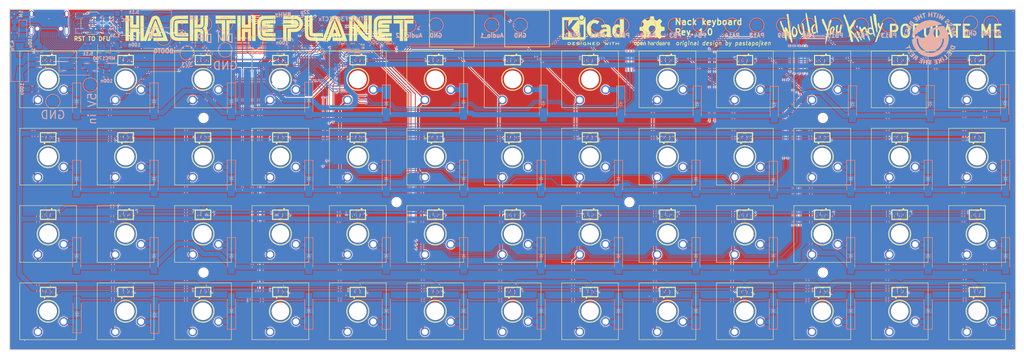
<source format=kicad_pcb>
(kicad_pcb (version 20171130) (host pcbnew 5.1.6)
  (layers (0 F.Cu signal) (31 B.Cu signal) (34 B.Paste user hide) (35 F.Paste user hide) (36 B.SilkS user) (37 F.SilkS user hide) (38 B.Mask user hide) (39 F.Mask user hide) (44 Edge.Cuts user))
  (net 0 "")
  (net 1 GND)
  (net 2 +5V)
  (net 3 XTAL2)
  (net 4 +3V3)
  (net 5 XTAL1)
  (net 6 "Net-(C60-Pad1)")
  (net 7 "Net-(D1-Pad2)")
  (net 8 ROW0)
  (net 9 "Net-(D2-Pad2)")
  (net 10 "Net-(D3-Pad2)")
  (net 11 "Net-(D4-Pad2)")
  (net 12 "Net-(D5-Pad2)")
  (net 13 "Net-(D6-Pad2)")
  (net 14 "Net-(D7-Pad2)")
  (net 15 "Net-(D8-Pad2)")
  (net 16 "Net-(D9-Pad2)")
  (net 17 "Net-(D10-Pad2)")
  (net 18 "Net-(D11-Pad2)")
  (net 19 "Net-(D12-Pad2)")
  (net 20 "Net-(D13-Pad2)")
  (net 21 "Net-(D15-Pad2)")
  (net 22 ROW1)
  (net 23 "Net-(D16-Pad2)")
  (net 24 "Net-(D17-Pad2)")
  (net 25 "Net-(D18-Pad2)")
  (net 26 "Net-(D19-Pad2)")
  (net 27 "Net-(D20-Pad2)")
  (net 28 "Net-(D21-Pad2)")
  (net 29 "Net-(D22-Pad2)")
  (net 30 "Net-(D23-Pad2)")
  (net 31 "Net-(D24-Pad2)")
  (net 32 "Net-(D25-Pad2)")
  (net 33 "Net-(D26-Pad2)")
  (net 34 "Net-(D27-Pad2)")
  (net 35 "Net-(D28-Pad2)")
  (net 36 ROW2)
  (net 37 "Net-(D29-Pad2)")
  (net 38 "Net-(D30-Pad2)")
  (net 39 "Net-(D31-Pad2)")
  (net 40 "Net-(D32-Pad2)")
  (net 41 "Net-(D33-Pad2)")
  (net 42 "Net-(D34-Pad2)")
  (net 43 "Net-(D35-Pad2)")
  (net 44 "Net-(D36-Pad2)")
  (net 45 "Net-(D37-Pad2)")
  (net 46 "Net-(D38-Pad2)")
  (net 47 "Net-(D39-Pad2)")
  (net 48 "Net-(D40-Pad2)")
  (net 49 "Net-(D41-Pad2)")
  (net 50 ROW3)
  (net 51 "Net-(D42-Pad2)")
  (net 52 "Net-(D43-Pad2)")
  (net 53 "Net-(D44-Pad2)")
  (net 54 "Net-(D45-Pad2)")
  (net 55 "Net-(D46-Pad2)")
  (net 56 "Net-(D47-Pad2)")
  (net 57 "Net-(D48-Pad2)")
  (net 58 "Net-(D49-Pad2)")
  (net 59 "Net-(D50-Pad2)")
  (net 60 "Net-(D51-Pad2)")
  (net 61 "Net-(D52-Pad2)")
  (net 62 "Net-(D53-Pad2)")
  (net 63 Audio_1)
  (net 64 Audio_2)
  (net 65 EXTRA_PIN_PA15)
  (net 66 EXTRA_PIN_PA14)
  (net 67 EXTRA_PIN_PA13)
  (net 68 EXTRA_PIN_PB15)
  (net 69 EXTRA_PIN_PB14)
  (net 70 EXTRA_PIN_PB13)
  (net 71 EXTRA_PIN_PB12)
  (net 72 EXTRA_PIN_PB11)
  (net 73 EXTRA_PIN_PB10)
  (net 74 EXTRA_PIN_PB9)
  (net 75 EXTRA_PIN_PB8)
  (net 76 EXTRA_PIN_PB4)
  (net 77 EXTRA_PIN_PB3)
  (net 78 RGB_PIN_SPI)
  (net 79 "Net-(LED1-Pad1)")
  (net 80 "Net-(LED2-Pad1)")
  (net 81 "Net-(LED3-Pad1)")
  (net 82 "Net-(LED4-Pad1)")
  (net 83 "Net-(LED5-Pad1)")
  (net 84 "Net-(LED6-Pad1)")
  (net 85 "Net-(LED7-Pad1)")
  (net 86 "Net-(LED8-Pad1)")
  (net 87 "Net-(LED10-Pad3)")
  (net 88 "Net-(LED10-Pad1)")
  (net 89 "Net-(LED11-Pad1)")
  (net 90 "Net-(LED12-Pad1)")
  (net 91 "Net-(LED13-Pad1)")
  (net 92 "Net-(LED14-Pad1)")
  (net 93 "Net-(LED15-Pad1)")
  (net 94 "Net-(LED16-Pad1)")
  (net 95 "Net-(LED17-Pad1)")
  (net 96 "Net-(LED18-Pad1)")
  (net 97 "Net-(LED19-Pad1)")
  (net 98 "Net-(LED20-Pad1)")
  (net 99 "Net-(LED21-Pad1)")
  (net 100 "Net-(LED22-Pad1)")
  (net 101 "Net-(LED23-Pad1)")
  (net 102 "Net-(LED24-Pad1)")
  (net 103 "Net-(LED25-Pad1)")
  (net 104 "Net-(LED26-Pad1)")
  (net 105 "Net-(LED27-Pad1)")
  (net 106 "Net-(LED28-Pad1)")
  (net 107 "Net-(LED29-Pad1)")
  (net 108 "Net-(LED30-Pad1)")
  (net 109 "Net-(LED31-Pad1)")
  (net 110 "Net-(LED32-Pad1)")
  (net 111 "Net-(LED33-Pad1)")
  (net 112 "Net-(LED34-Pad1)")
  (net 113 "Net-(LED35-Pad1)")
  (net 114 "Net-(LED36-Pad1)")
  (net 115 "Net-(LED37-Pad1)")
  (net 116 "Net-(LED38-Pad1)")
  (net 117 "Net-(LED39-Pad1)")
  (net 118 "Net-(LED40-Pad1)")
  (net 119 "Net-(LED41-Pad1)")
  (net 120 "Net-(LED42-Pad1)")
  (net 121 "Net-(LED43-Pad1)")
  (net 122 "Net-(LED44-Pad1)")
  (net 123 "Net-(LED45-Pad1)")
  (net 124 "Net-(LED46-Pad1)")
  (net 125 "Net-(LED47-Pad1)")
  (net 126 "Net-(LED48-Pad1)")
  (net 127 "Net-(LED49-Pad1)")
  (net 128 "Net-(LED50-Pad1)")
  (net 129 "Net-(LED51-Pad1)")
  (net 130 "Net-(Q1-Pad3)")
  (net 131 BOOT0)
  (net 132 D-)
  (net 133 D+)
  (net 134 NRST)
  (net 135 COL0)
  (net 136 COL1)
  (net 137 COL2)
  (net 138 COL3)
  (net 139 COL4)
  (net 140 COL5)
  (net 141 COL6)
  (net 142 COL7)
  (net 143 COL8)
  (net 144 COL9)
  (net 145 COL10)
  (net 146 COL11)
  (net 147 COL12)
  (net 148 "Net-(C59-Pad2)")
  (net 149 "Net-(C63-Pad2)")
  (net 150 "Net-(D14-Pad2)")
  (net 151 CC1)
  (net 152 DM_A7)
  (net 153 DP_A6)
  (net 154 SBU1)
  (net 155 CC2)
  (net 156 SBU2)
  (net 157 "Net-(LED52-Pad1)")
  (module MountingHole:MountingHole_2.2mm_M2 (layer F.Cu) (at 172.8597 70.7898)
    (fp_text reference H6 hide)
    (fp_text value MountingHole hide)
    (pad 1 np_thru_hole circle (at 0 0) (size 2.2 2.2) (drill 2.2) (layers *.Cu *.Mask))
  )
  (module MountingHole:MountingHole_2.2mm_M2 (layer F.Cu) (at 115.5573 70.7771)
    (fp_text reference H5 hide)
    (fp_text value MountingHole hide)
    (pad 1 np_thru_hole circle (at 0 0) (size 2.2 2.2) (drill 2.2) (layers *.Cu *.Mask))
  )
  (module TestPoint:TestPoint_Pad_D3.0mm (layer B.Cu) (at 64.0334 33.9979)
    (fp_text reference J28 hide)
    (fp_text value 3V3 (at 0 2.9337) (layer B.SilkS) (effects (font (thickness 0.2)) (justify mirror)))
    (pad 1 smd circle (at 0 0) (size 3 3) (layers B.Cu B.Mask) (net 4 +3V3))
  )
  (module Symbol:OSHW-Logo2_9.8x8mm_SilkScreen (layer F.Cu) (at 178.4411 28.7085)
    (fp_text reference REF** hide)
    (fp_text value OSHW-Logo2_9.8x8mm_SilkScreen hide)
  )
  (module TestPoint:TestPoint_Pad_D3.0mm (layer B.Cu) (at 58.2295 30.353)
    (fp_text reference J27 hide)
    (fp_text value BOOT0 (at -0.0127 3.2131) (layer B.SilkS) (effects (font (thickness 0.25)) (justify mirror)))
    (pad 1 smd circle (at 0 0) (size 3 3) (layers B.Cu B.Mask) (net 131 BOOT0))
  )
  (module TestPoint:TestPoint_Pad_D3.0mm (layer B.Cu) (at 80.899 31.4198)
    (fp_text reference J26 hide)
    (fp_text value NRST (at -0.0254 2.5908) (layer B.SilkS) (effects (justify mirror)))
    (pad 1 smd circle (at 0 0) (size 3 3) (layers B.Cu B.Mask) (net 134 NRST))
  )
  (module Custom:D_MiniMELF_Handsoldering (layer B.Cu) (at 265.43 97.536 270)
    (fp_text reference D53 hide)
    (fp_text value LL4148 hide)
    (pad 1 smd rect (at -2.75 0 270) (size 3.3 1.7) (layers B.Cu B.Paste B.Mask) (net 50 ROW3))
    (pad 2 smd rect (at 2.75 0 270) (size 3.3 1.7) (layers B.Cu B.Paste B.Mask) (net 62 "Net-(D53-Pad2)"))
  )
  (module Custom:D_MiniMELF_Handsoldering (layer B.Cu) (at 246.38 97.536 270)
    (fp_text reference D52 hide)
    (fp_text value LL4148 hide)
    (pad 1 smd rect (at -2.75 0 270) (size 3.3 1.7) (layers B.Cu B.Paste B.Mask) (net 50 ROW3))
    (pad 2 smd rect (at 2.75 0 270) (size 3.3 1.7) (layers B.Cu B.Paste B.Mask) (net 61 "Net-(D52-Pad2)"))
  )
  (module Custom:D_MiniMELF_Handsoldering (layer B.Cu) (at 227.33 97.536 270)
    (fp_text reference D51 hide)
    (fp_text value LL4148 hide)
    (pad 1 smd rect (at -2.75 0 270) (size 3.3 1.7) (layers B.Cu B.Paste B.Mask) (net 50 ROW3))
    (pad 2 smd rect (at 2.75 0 270) (size 3.3 1.7) (layers B.Cu B.Paste B.Mask) (net 60 "Net-(D51-Pad2)"))
  )
  (module Custom:D_MiniMELF_Handsoldering (layer B.Cu) (at 208.28 97.536 270)
    (fp_text reference D50 hide)
    (fp_text value LL4148 hide)
    (pad 1 smd rect (at -2.75 0 270) (size 3.3 1.7) (layers B.Cu B.Paste B.Mask) (net 50 ROW3))
    (pad 2 smd rect (at 2.75 0 270) (size 3.3 1.7) (layers B.Cu B.Paste B.Mask) (net 59 "Net-(D50-Pad2)"))
  )
  (module Custom:D_MiniMELF_Handsoldering (layer B.Cu) (at 189.23 97.536 270)
    (fp_text reference D49 hide)
    (fp_text value LL4148 hide)
    (pad 1 smd rect (at -2.75 0 270) (size 3.3 1.7) (layers B.Cu B.Paste B.Mask) (net 50 ROW3))
    (pad 2 smd rect (at 2.75 0 270) (size 3.3 1.7) (layers B.Cu B.Paste B.Mask) (net 58 "Net-(D49-Pad2)"))
  )
  (module Custom:D_MiniMELF_Handsoldering (layer B.Cu) (at 170.18 97.536 270)
    (fp_text reference D48 hide)
    (fp_text value LL4148 hide)
    (pad 1 smd rect (at -2.75 0 270) (size 3.3 1.7) (layers B.Cu B.Paste B.Mask) (net 50 ROW3))
    (pad 2 smd rect (at 2.75 0 270) (size 3.3 1.7) (layers B.Cu B.Paste B.Mask) (net 57 "Net-(D48-Pad2)"))
  )
  (module Custom:D_MiniMELF_Handsoldering (layer B.Cu) (at 151.13 97.536 270)
    (fp_text reference D47 hide)
    (fp_text value LL4148 hide)
    (pad 1 smd rect (at -2.75 0 270) (size 3.3 1.7) (layers B.Cu B.Paste B.Mask) (net 50 ROW3))
    (pad 2 smd rect (at 2.75 0 270) (size 3.3 1.7) (layers B.Cu B.Paste B.Mask) (net 56 "Net-(D47-Pad2)"))
  )
  (module Custom:D_MiniMELF_Handsoldering (layer B.Cu) (at 132.08 97.536 270)
    (fp_text reference D46 hide)
    (fp_text value LL4148 hide)
    (pad 1 smd rect (at -2.75 0 270) (size 3.3 1.7) (layers B.Cu B.Paste B.Mask) (net 50 ROW3))
    (pad 2 smd rect (at 2.75 0 270) (size 3.3 1.7) (layers B.Cu B.Paste B.Mask) (net 55 "Net-(D46-Pad2)"))
  )
  (module Custom:D_MiniMELF_Handsoldering (layer B.Cu) (at 113.03 97.536 270)
    (fp_text reference D45 hide)
    (fp_text value LL4148 hide)
    (pad 1 smd rect (at -2.75 0 270) (size 3.3 1.7) (layers B.Cu B.Paste B.Mask) (net 50 ROW3))
    (pad 2 smd rect (at 2.75 0 270) (size 3.3 1.7) (layers B.Cu B.Paste B.Mask) (net 54 "Net-(D45-Pad2)"))
  )
  (module Custom:D_MiniMELF_Handsoldering (layer B.Cu) (at 93.98 97.536 270)
    (fp_text reference D44 hide)
    (fp_text value LL4148 hide)
    (pad 1 smd rect (at -2.75 0 270) (size 3.3 1.7) (layers B.Cu B.Paste B.Mask) (net 50 ROW3))
    (pad 2 smd rect (at 2.75 0 270) (size 3.3 1.7) (layers B.Cu B.Paste B.Mask) (net 53 "Net-(D44-Pad2)"))
  )
  (module Custom:D_MiniMELF_Handsoldering (layer B.Cu) (at 74.93 97.536 270)
    (fp_text reference D43 hide)
    (fp_text value LL4148 hide)
    (pad 1 smd rect (at -2.75 0 270) (size 3.3 1.7) (layers B.Cu B.Paste B.Mask) (net 50 ROW3))
    (pad 2 smd rect (at 2.75 0 270) (size 3.3 1.7) (layers B.Cu B.Paste B.Mask) (net 52 "Net-(D43-Pad2)"))
  )
  (module Custom:D_MiniMELF_Handsoldering (layer B.Cu) (at 56.05 98.55 270)
    (fp_text reference D42 hide)
    (fp_text value LL4148 hide)
    (pad 1 smd rect (at -2.75 0 270) (size 3.3 1.7) (layers B.Cu B.Paste B.Mask) (net 50 ROW3))
    (pad 2 smd rect (at 2.75 0 270) (size 3.3 1.7) (layers B.Cu B.Paste B.Mask) (net 51 "Net-(D42-Pad2)"))
  )
  (module Custom:D_MiniMELF_Handsoldering (layer B.Cu) (at 36.95 98.4 270)
    (fp_text reference D41 hide)
    (fp_text value LL4148 hide)
    (pad 1 smd rect (at -2.75 0 270) (size 3.3 1.7) (layers B.Cu B.Paste B.Mask) (net 50 ROW3))
    (pad 2 smd rect (at 2.75 0 270) (size 3.3 1.7) (layers B.Cu B.Paste B.Mask) (net 49 "Net-(D41-Pad2)"))
  )
  (module Custom:D_MiniMELF_Handsoldering (layer B.Cu) (at 265.43 84.074 90)
    (fp_text reference D40 hide)
    (fp_text value LL4148 hide)
    (pad 1 smd rect (at -2.75 0 90) (size 3.3 1.7) (layers B.Cu B.Paste B.Mask) (net 36 ROW2))
    (pad 2 smd rect (at 2.75 0 90) (size 3.3 1.7) (layers B.Cu B.Paste B.Mask) (net 48 "Net-(D40-Pad2)"))
  )
  (module Custom:D_MiniMELF_Handsoldering (layer B.Cu) (at 246.38 84.074 90)
    (fp_text reference D39 hide)
    (fp_text value LL4148 hide)
    (pad 1 smd rect (at -2.75 0 90) (size 3.3 1.7) (layers B.Cu B.Paste B.Mask) (net 36 ROW2))
    (pad 2 smd rect (at 2.75 0 90) (size 3.3 1.7) (layers B.Cu B.Paste B.Mask) (net 47 "Net-(D39-Pad2)"))
  )
  (module Custom:D_MiniMELF_Handsoldering (layer B.Cu) (at 227.33 84.074 90)
    (fp_text reference D38 hide)
    (fp_text value LL4148 hide)
    (pad 1 smd rect (at -2.75 0 90) (size 3.3 1.7) (layers B.Cu B.Paste B.Mask) (net 36 ROW2))
    (pad 2 smd rect (at 2.75 0 90) (size 3.3 1.7) (layers B.Cu B.Paste B.Mask) (net 46 "Net-(D38-Pad2)"))
  )
  (module Custom:D_MiniMELF_Handsoldering (layer B.Cu) (at 208.28 84.074 90)
    (fp_text reference D37 hide)
    (fp_text value LL4148 hide)
    (pad 1 smd rect (at -2.75 0 90) (size 3.3 1.7) (layers B.Cu B.Paste B.Mask) (net 36 ROW2))
    (pad 2 smd rect (at 2.75 0 90) (size 3.3 1.7) (layers B.Cu B.Paste B.Mask) (net 45 "Net-(D37-Pad2)"))
  )
  (module Custom:D_MiniMELF_Handsoldering (layer B.Cu) (at 189.23 84.074 90)
    (fp_text reference D36 hide)
    (fp_text value LL4148 hide)
    (pad 1 smd rect (at -2.75 0 90) (size 3.3 1.7) (layers B.Cu B.Paste B.Mask) (net 36 ROW2))
    (pad 2 smd rect (at 2.75 0 90) (size 3.3 1.7) (layers B.Cu B.Paste B.Mask) (net 44 "Net-(D36-Pad2)"))
  )
  (module Custom:D_MiniMELF_Handsoldering (layer B.Cu) (at 170.18 84.074 90)
    (fp_text reference D35 hide)
    (fp_text value LL4148 hide)
    (pad 1 smd rect (at -2.75 0 90) (size 3.3 1.7) (layers B.Cu B.Paste B.Mask) (net 36 ROW2))
    (pad 2 smd rect (at 2.75 0 90) (size 3.3 1.7) (layers B.Cu B.Paste B.Mask) (net 43 "Net-(D35-Pad2)"))
  )
  (module Custom:D_MiniMELF_Handsoldering (layer B.Cu) (at 151.13 84.074 90)
    (fp_text reference D34 hide)
    (fp_text value LL4148 hide)
    (pad 1 smd rect (at -2.75 0 90) (size 3.3 1.7) (layers B.Cu B.Paste B.Mask) (net 36 ROW2))
    (pad 2 smd rect (at 2.75 0 90) (size 3.3 1.7) (layers B.Cu B.Paste B.Mask) (net 42 "Net-(D34-Pad2)"))
  )
  (module Custom:D_MiniMELF_Handsoldering (layer B.Cu) (at 132.08 84.074 90)
    (fp_text reference D33 hide)
    (fp_text value LL4148 hide)
    (pad 1 smd rect (at -2.75 0 90) (size 3.3 1.7) (layers B.Cu B.Paste B.Mask) (net 36 ROW2))
    (pad 2 smd rect (at 2.75 0 90) (size 3.3 1.7) (layers B.Cu B.Paste B.Mask) (net 41 "Net-(D33-Pad2)"))
  )
  (module Custom:D_MiniMELF_Handsoldering (layer B.Cu) (at 113.03 84.074 90)
    (fp_text reference D32 hide)
    (fp_text value LL4148 hide)
    (pad 1 smd rect (at -2.75 0 90) (size 3.3 1.7) (layers B.Cu B.Paste B.Mask) (net 36 ROW2))
    (pad 2 smd rect (at 2.75 0 90) (size 3.3 1.7) (layers B.Cu B.Paste B.Mask) (net 40 "Net-(D32-Pad2)"))
  )
  (module Custom:D_MiniMELF_Handsoldering (layer B.Cu) (at 93.98 84.074 90)
    (fp_text reference D31 hide)
    (fp_text value LL4148 hide)
    (pad 1 smd rect (at -2.75 0 90) (size 3.3 1.7) (layers B.Cu B.Paste B.Mask) (net 36 ROW2))
    (pad 2 smd rect (at 2.75 0 90) (size 3.3 1.7) (layers B.Cu B.Paste B.Mask) (net 39 "Net-(D31-Pad2)"))
  )
  (module Custom:D_MiniMELF_Handsoldering (layer B.Cu) (at 74.93 84.074 90)
    (fp_text reference D30 hide)
    (fp_text value LL4148 hide)
    (pad 1 smd rect (at -2.75 0 90) (size 3.3 1.7) (layers B.Cu B.Paste B.Mask) (net 36 ROW2))
    (pad 2 smd rect (at 2.75 0 90) (size 3.3 1.7) (layers B.Cu B.Paste B.Mask) (net 38 "Net-(D30-Pad2)"))
  )
  (module Custom:D_MiniMELF_Handsoldering (layer B.Cu) (at 55.88 84.074 90)
    (fp_text reference D29 hide)
    (fp_text value LL4148 hide)
    (pad 1 smd rect (at -2.75 0 90) (size 3.3 1.7) (layers B.Cu B.Paste B.Mask) (net 36 ROW2))
    (pad 2 smd rect (at 2.75 0 90) (size 3.3 1.7) (layers B.Cu B.Paste B.Mask) (net 37 "Net-(D29-Pad2)"))
  )
  (module Custom:D_MiniMELF_Handsoldering (layer B.Cu) (at 36.83 84.074 90)
    (fp_text reference D28 hide)
    (fp_text value LL4148 hide)
    (pad 1 smd rect (at -2.75 0 90) (size 3.3 1.7) (layers B.Cu B.Paste B.Mask) (net 36 ROW2))
    (pad 2 smd rect (at 2.75 0 90) (size 3.3 1.7) (layers B.Cu B.Paste B.Mask) (net 35 "Net-(D28-Pad2)"))
  )
  (module Custom:D_MiniMELF_Handsoldering (layer B.Cu) (at 265.43 65.024 90)
    (fp_text reference D27 hide)
    (fp_text value LL4148 hide)
    (pad 1 smd rect (at -2.75 0 90) (size 3.3 1.7) (layers B.Cu B.Paste B.Mask) (net 22 ROW1))
    (pad 2 smd rect (at 2.75 0 90) (size 3.3 1.7) (layers B.Cu B.Paste B.Mask) (net 34 "Net-(D27-Pad2)"))
  )
  (module Custom:D_MiniMELF_Handsoldering (layer B.Cu) (at 246.38 65.024 90)
    (fp_text reference D26 hide)
    (fp_text value LL4148 hide)
    (pad 1 smd rect (at -2.75 0 90) (size 3.3 1.7) (layers B.Cu B.Paste B.Mask) (net 22 ROW1))
    (pad 2 smd rect (at 2.75 0 90) (size 3.3 1.7) (layers B.Cu B.Paste B.Mask) (net 33 "Net-(D26-Pad2)"))
  )
  (module Custom:D_MiniMELF_Handsoldering (layer B.Cu) (at 227.33 65.024 90)
    (fp_text reference D25 hide)
    (fp_text value LL4148 hide)
    (pad 1 smd rect (at -2.75 0 90) (size 3.3 1.7) (layers B.Cu B.Paste B.Mask) (net 22 ROW1))
    (pad 2 smd rect (at 2.75 0 90) (size 3.3 1.7) (layers B.Cu B.Paste B.Mask) (net 32 "Net-(D25-Pad2)"))
  )
  (module Custom:D_MiniMELF_Handsoldering (layer B.Cu) (at 208.28 65.278 90)
    (fp_text reference D24 hide)
    (fp_text value LL4148 hide)
    (pad 1 smd rect (at -2.75 0 90) (size 3.3 1.7) (layers B.Cu B.Paste B.Mask) (net 22 ROW1))
    (pad 2 smd rect (at 2.75 0 90) (size 3.3 1.7) (layers B.Cu B.Paste B.Mask) (net 31 "Net-(D24-Pad2)"))
  )
  (module Custom:D_MiniMELF_Handsoldering (layer B.Cu) (at 189.23 65.024 90)
    (fp_text reference D23 hide)
    (fp_text value LL4148 hide)
    (pad 1 smd rect (at -2.75 0 90) (size 3.3 1.7) (layers B.Cu B.Paste B.Mask) (net 22 ROW1))
    (pad 2 smd rect (at 2.75 0 90) (size 3.3 1.7) (layers B.Cu B.Paste B.Mask) (net 30 "Net-(D23-Pad2)"))
  )
  (module Custom:D_MiniMELF_Handsoldering (layer B.Cu) (at 170.18 65.024 90)
    (fp_text reference D22 hide)
    (fp_text value LL4148 hide)
    (pad 1 smd rect (at -2.75 0 90) (size 3.3 1.7) (layers B.Cu B.Paste B.Mask) (net 22 ROW1))
    (pad 2 smd rect (at 2.75 0 90) (size 3.3 1.7) (layers B.Cu B.Paste B.Mask) (net 29 "Net-(D22-Pad2)"))
  )
  (module Custom:D_MiniMELF_Handsoldering (layer B.Cu) (at 151.13 65.024 90)
    (fp_text reference D21 hide)
    (fp_text value LL4148 hide)
    (pad 1 smd rect (at -2.75 0 90) (size 3.3 1.7) (layers B.Cu B.Paste B.Mask) (net 22 ROW1))
    (pad 2 smd rect (at 2.75 0 90) (size 3.3 1.7) (layers B.Cu B.Paste B.Mask) (net 28 "Net-(D21-Pad2)"))
  )
  (module Custom:D_MiniMELF_Handsoldering (layer B.Cu) (at 132.08 65.024 90)
    (fp_text reference D20 hide)
    (fp_text value LL4148 hide)
    (pad 1 smd rect (at -2.75 0 90) (size 3.3 1.7) (layers B.Cu B.Paste B.Mask) (net 22 ROW1))
    (pad 2 smd rect (at 2.75 0 90) (size 3.3 1.7) (layers B.Cu B.Paste B.Mask) (net 27 "Net-(D20-Pad2)"))
  )
  (module Custom:D_MiniMELF_Handsoldering (layer B.Cu) (at 113.03 65.024 90)
    (fp_text reference D19 hide)
    (fp_text value LL4148 hide)
    (pad 1 smd rect (at -2.75 0 90) (size 3.3 1.7) (layers B.Cu B.Paste B.Mask) (net 22 ROW1))
    (pad 2 smd rect (at 2.75 0 90) (size 3.3 1.7) (layers B.Cu B.Paste B.Mask) (net 26 "Net-(D19-Pad2)"))
  )
  (module Custom:D_MiniMELF_Handsoldering (layer B.Cu) (at 93.98 65.024 90)
    (fp_text reference D18 hide)
    (fp_text value LL4148 hide)
    (pad 1 smd rect (at -2.75 0 90) (size 3.3 1.7) (layers B.Cu B.Paste B.Mask) (net 22 ROW1))
    (pad 2 smd rect (at 2.75 0 90) (size 3.3 1.7) (layers B.Cu B.Paste B.Mask) (net 25 "Net-(D18-Pad2)"))
  )
  (module Custom:D_MiniMELF_Handsoldering (layer B.Cu) (at 74.903083 64.991754 90)
    (fp_text reference D17 hide)
    (fp_text value LL4148 hide)
    (pad 1 smd rect (at -2.75 0 90) (size 3.3 1.7) (layers B.Cu B.Paste B.Mask) (net 22 ROW1))
    (pad 2 smd rect (at 2.75 0 90) (size 3.3 1.7) (layers B.Cu B.Paste B.Mask) (net 24 "Net-(D17-Pad2)"))
  )
  (module Custom:D_MiniMELF_Handsoldering (layer B.Cu) (at 55.88 65.024 90)
    (fp_text reference D16 hide)
    (fp_text value LL4148 hide)
    (pad 1 smd rect (at -2.75 0 90) (size 3.3 1.7) (layers B.Cu B.Paste B.Mask) (net 22 ROW1))
    (pad 2 smd rect (at 2.75 0 90) (size 3.3 1.7) (layers B.Cu B.Paste B.Mask) (net 23 "Net-(D16-Pad2)"))
  )
  (module Custom:D_MiniMELF_Handsoldering (layer B.Cu) (at 36.83 65.024 90)
    (fp_text reference D15 hide)
    (fp_text value LL4148 hide)
    (pad 1 smd rect (at -2.75 0 90) (size 3.3 1.7) (layers B.Cu B.Paste B.Mask) (net 22 ROW1))
    (pad 2 smd rect (at 2.75 0 90) (size 3.3 1.7) (layers B.Cu B.Paste B.Mask) (net 21 "Net-(D15-Pad2)"))
  )
  (module Custom:D_MiniMELF_Handsoldering (layer B.Cu) (at 265.2 46.4 90)
    (fp_text reference D13 hide)
    (fp_text value LL4148 hide)
    (pad 1 smd rect (at -2.75 0 90) (size 3.3 1.7) (layers B.Cu B.Paste B.Mask) (net 8 ROW0))
    (pad 2 smd rect (at 2.75 0 90) (size 3.3 1.7) (layers B.Cu B.Paste B.Mask) (net 20 "Net-(D13-Pad2)"))
  )
  (module Custom:D_MiniMELF_Handsoldering (layer B.Cu) (at 246.9 46.6 90)
    (fp_text reference D12 hide)
    (fp_text value LL4148 hide)
    (pad 1 smd rect (at -2.75 0 90) (size 3.3 1.7) (layers B.Cu B.Paste B.Mask) (net 8 ROW0))
    (pad 2 smd rect (at 2.75 0 90) (size 3.3 1.7) (layers B.Cu B.Paste B.Mask) (net 19 "Net-(D12-Pad2)"))
  )
  (module Custom:D_MiniMELF_Handsoldering (layer B.Cu) (at 227.75 46.7 90)
    (fp_text reference D11 hide)
    (fp_text value LL4148 hide)
    (pad 1 smd rect (at -2.75 0 90) (size 3.3 1.7) (layers B.Cu B.Paste B.Mask) (net 8 ROW0))
    (pad 2 smd rect (at 2.75 0 90) (size 3.3 1.7) (layers B.Cu B.Paste B.Mask) (net 18 "Net-(D11-Pad2)"))
  )
  (module Custom:D_MiniMELF_Handsoldering (layer B.Cu) (at 208.5 46.8 90)
    (fp_text reference D10 hide)
    (fp_text value LL4148 hide)
    (pad 1 smd rect (at -2.75 0 90) (size 3.3 1.7) (layers B.Cu B.Paste B.Mask) (net 8 ROW0))
    (pad 2 smd rect (at 2.75 0 90) (size 3.3 1.7) (layers B.Cu B.Paste B.Mask) (net 17 "Net-(D10-Pad2)"))
  )
  (module Custom:D_MiniMELF_Handsoldering (layer B.Cu) (at 189.55 46.75 90)
    (fp_text reference D9 hide)
    (fp_text value LL4148 hide)
    (pad 1 smd rect (at -2.75 0 90) (size 3.3 1.7) (layers B.Cu B.Paste B.Mask) (net 8 ROW0))
    (pad 2 smd rect (at 2.75 0 90) (size 3.3 1.7) (layers B.Cu B.Paste B.Mask) (net 16 "Net-(D9-Pad2)"))
  )
  (module Custom:D_MiniMELF_Handsoldering (layer B.Cu) (at 170.75 46.7 90)
    (fp_text reference D8 hide)
    (fp_text value LL4148 hide)
    (pad 1 smd rect (at -2.75 0 90) (size 3.3 1.7) (layers B.Cu B.Paste B.Mask) (net 8 ROW0))
    (pad 2 smd rect (at 2.75 0 90) (size 3.3 1.7) (layers B.Cu B.Paste B.Mask) (net 15 "Net-(D8-Pad2)"))
  )
  (module Custom:D_MiniMELF_Handsoldering (layer B.Cu) (at 151.7 46.5 90)
    (fp_text reference D7 hide)
    (fp_text value LL4148 hide)
    (pad 1 smd rect (at -2.75 0 90) (size 3.3 1.7) (layers B.Cu B.Paste B.Mask) (net 8 ROW0))
    (pad 2 smd rect (at 2.75 0 90) (size 3.3 1.7) (layers B.Cu B.Paste B.Mask) (net 14 "Net-(D7-Pad2)"))
  )
  (module Custom:D_MiniMELF_Handsoldering (layer B.Cu) (at 132.05 46.1 90)
    (fp_text reference D6 hide)
    (fp_text value LL4148 hide)
    (pad 1 smd rect (at -2.75 0 90) (size 3.3 1.7) (layers B.Cu B.Paste B.Mask) (net 8 ROW0))
    (pad 2 smd rect (at 2.75 0 90) (size 3.3 1.7) (layers B.Cu B.Paste B.Mask) (net 13 "Net-(D6-Pad2)"))
  )
  (module Custom:D_MiniMELF_Handsoldering (layer B.Cu) (at 113.03 46.45 90)
    (fp_text reference D5 hide)
    (fp_text value LL4148 hide)
    (pad 1 smd rect (at -2.75 0 90) (size 3.3 1.7) (layers B.Cu B.Paste B.Mask) (net 8 ROW0))
    (pad 2 smd rect (at 2.75 0 90) (size 3.3 1.7) (layers B.Cu B.Paste B.Mask) (net 12 "Net-(D5-Pad2)"))
  )
  (module Custom:D_MiniMELF_Handsoldering (layer B.Cu) (at 93.98 45.8 90)
    (fp_text reference D4 hide)
    (fp_text value LL4148 hide)
    (pad 1 smd rect (at -2.75 0 90) (size 3.3 1.7) (layers B.Cu B.Paste B.Mask) (net 8 ROW0))
    (pad 2 smd rect (at 2.75 0 90) (size 3.3 1.7) (layers B.Cu B.Paste B.Mask) (net 11 "Net-(D4-Pad2)"))
  )
  (module Custom:D_MiniMELF_Handsoldering (layer B.Cu) (at 74.93 45.974 90)
    (fp_text reference D3 hide)
    (fp_text value LL4148 hide)
    (pad 1 smd rect (at -2.75 0 90) (size 3.3 1.7) (layers B.Cu B.Paste B.Mask) (net 8 ROW0))
    (pad 2 smd rect (at 2.75 0 90) (size 3.3 1.7) (layers B.Cu B.Paste B.Mask) (net 10 "Net-(D3-Pad2)"))
  )
  (module Custom:D_MiniMELF_Handsoldering (layer B.Cu) (at 55.88 45.974 90)
    (fp_text reference D2 hide)
    (fp_text value LL4148 hide)
    (pad 1 smd rect (at -2.75 0 90) (size 3.3 1.7) (layers B.Cu B.Paste B.Mask) (net 8 ROW0))
    (pad 2 smd rect (at 2.75 0 90) (size 3.3 1.7) (layers B.Cu B.Paste B.Mask) (net 9 "Net-(D2-Pad2)"))
  )
  (module Custom:D_MiniMELF_Handsoldering (layer B.Cu) (at 36.83 45.974 90)
    (fp_text reference D1 hide)
    (fp_text value LL4148 hide)
    (pad 1 smd rect (at -2.75 0 90) (size 3.3 1.7) (layers B.Cu B.Paste B.Mask) (net 8 ROW0))
    (pad 2 smd rect (at 2.75 0 90) (size 3.3 1.7) (layers B.Cu B.Paste B.Mask) (net 7 "Net-(D1-Pad2)"))
  )
  (module Custom:WS2812C2020 (layer F.Cu) (at 29.82 92.93 180)
    (fp_text reference LED52 hide)
    (fp_text value WS2812C-2020 hide)
    (pad 4 smd rect (at -0.915 0.55 270) (size 0.7 0.7) (layers F.Cu F.Paste F.Mask) (net 2 +5V))
    (pad 3 smd rect (at -0.915 -0.55 270) (size 0.7 0.7) (layers F.Cu F.Paste F.Mask) (net 129 "Net-(LED51-Pad1)"))
    (pad 2 smd rect (at 0.915 -0.55 270) (size 0.7 0.7) (layers F.Cu F.Paste F.Mask) (net 1 GND))
    (pad 1 smd rect (at 0.915 0.55 270) (size 0.7 0.7) (layers F.Cu F.Paste F.Mask) (net 157 "Net-(LED52-Pad1)"))
  )
  (module Custom:WS2812C2020 (layer F.Cu) (at 48.87 92.94 180)
    (fp_text reference LED51 hide)
    (fp_text value WS2812C-2020 hide)
    (pad 4 smd rect (at -0.915 0.55 270) (size 0.7 0.7) (layers F.Cu F.Paste F.Mask) (net 2 +5V))
    (pad 3 smd rect (at -0.915 -0.55 270) (size 0.7 0.7) (layers F.Cu F.Paste F.Mask) (net 128 "Net-(LED50-Pad1)"))
    (pad 2 smd rect (at 0.915 -0.55 270) (size 0.7 0.7) (layers F.Cu F.Paste F.Mask) (net 1 GND))
    (pad 1 smd rect (at 0.915 0.55 270) (size 0.7 0.7) (layers F.Cu F.Paste F.Mask) (net 129 "Net-(LED51-Pad1)"))
  )
  (module Custom:WS2812C2020 (layer F.Cu) (at 67.93 92.94 180)
    (fp_text reference LED50 hide)
    (fp_text value WS2812C-2020 hide)
    (pad 4 smd rect (at -0.915 0.55 270) (size 0.7 0.7) (layers F.Cu F.Paste F.Mask) (net 2 +5V))
    (pad 3 smd rect (at -0.915 -0.55 270) (size 0.7 0.7) (layers F.Cu F.Paste F.Mask) (net 127 "Net-(LED49-Pad1)"))
    (pad 2 smd rect (at 0.915 -0.55 270) (size 0.7 0.7) (layers F.Cu F.Paste F.Mask) (net 1 GND))
    (pad 1 smd rect (at 0.915 0.55 270) (size 0.7 0.7) (layers F.Cu F.Paste F.Mask) (net 128 "Net-(LED50-Pad1)"))
  )
  (module Custom:WS2812C2020 (layer F.Cu) (at 86.97 92.92 180)
    (fp_text reference LED49 hide)
    (fp_text value WS2812C-2020 hide)
    (pad 4 smd rect (at -0.915 0.55 270) (size 0.7 0.7) (layers F.Cu F.Paste F.Mask) (net 2 +5V))
    (pad 3 smd rect (at -0.915 -0.55 270) (size 0.7 0.7) (layers F.Cu F.Paste F.Mask) (net 126 "Net-(LED48-Pad1)"))
    (pad 2 smd rect (at 0.915 -0.55 270) (size 0.7 0.7) (layers F.Cu F.Paste F.Mask) (net 1 GND))
    (pad 1 smd rect (at 0.915 0.55 270) (size 0.7 0.7) (layers F.Cu F.Paste F.Mask) (net 127 "Net-(LED49-Pad1)"))
  )
  (module Custom:WS2812C2020 (layer F.Cu) (at 106.03 92.94 180)
    (fp_text reference LED48 hide)
    (fp_text value WS2812C-2020 hide)
    (pad 4 smd rect (at -0.915 0.55 270) (size 0.7 0.7) (layers F.Cu F.Paste F.Mask) (net 2 +5V))
    (pad 3 smd rect (at -0.915 -0.55 270) (size 0.7 0.7) (layers F.Cu F.Paste F.Mask) (net 125 "Net-(LED47-Pad1)"))
    (pad 2 smd rect (at 0.915 -0.55 270) (size 0.7 0.7) (layers F.Cu F.Paste F.Mask) (net 1 GND))
    (pad 1 smd rect (at 0.915 0.55 270) (size 0.7 0.7) (layers F.Cu F.Paste F.Mask) (net 126 "Net-(LED48-Pad1)"))
  )
  (module Custom:WS2812C2020 (layer F.Cu) (at 125.06 92.94 180)
    (fp_text reference LED47 hide)
    (fp_text value WS2812C-2020 hide)
    (pad 4 smd rect (at -0.915 0.55 270) (size 0.7 0.7) (layers F.Cu F.Paste F.Mask) (net 2 +5V))
    (pad 3 smd rect (at -0.915 -0.55 270) (size 0.7 0.7) (layers F.Cu F.Paste F.Mask) (net 124 "Net-(LED46-Pad1)"))
    (pad 2 smd rect (at 0.915 -0.55 270) (size 0.7 0.7) (layers F.Cu F.Paste F.Mask) (net 1 GND))
    (pad 1 smd rect (at 0.915 0.55 270) (size 0.7 0.7) (layers F.Cu F.Paste F.Mask) (net 125 "Net-(LED47-Pad1)"))
  )
  (module Custom:WS2812C2020 (layer F.Cu) (at 144.12 92.94 180)
    (fp_text reference LED46 hide)
    (fp_text value WS2812C-2020 hide)
    (pad 4 smd rect (at -0.915 0.55 270) (size 0.7 0.7) (layers F.Cu F.Paste F.Mask) (net 2 +5V))
    (pad 3 smd rect (at -0.915 -0.55 270) (size 0.7 0.7) (layers F.Cu F.Paste F.Mask) (net 123 "Net-(LED45-Pad1)"))
    (pad 2 smd rect (at 0.915 -0.55 270) (size 0.7 0.7) (layers F.Cu F.Paste F.Mask) (net 1 GND))
    (pad 1 smd rect (at 0.915 0.55 270) (size 0.7 0.7) (layers F.Cu F.Paste F.Mask) (net 124 "Net-(LED46-Pad1)"))
  )
  (module Custom:WS2812C2020 (layer F.Cu) (at 163.16 92.92 180)
    (fp_text reference LED45 hide)
    (fp_text value WS2812C-2020 hide)
    (pad 4 smd rect (at -0.915 0.55 270) (size 0.7 0.7) (layers F.Cu F.Paste F.Mask) (net 2 +5V))
    (pad 3 smd rect (at -0.915 -0.55 270) (size 0.7 0.7) (layers F.Cu F.Paste F.Mask) (net 122 "Net-(LED44-Pad1)"))
    (pad 2 smd rect (at 0.915 -0.55 270) (size 0.7 0.7) (layers F.Cu F.Paste F.Mask) (net 1 GND))
    (pad 1 smd rect (at 0.915 0.55 270) (size 0.7 0.7) (layers F.Cu F.Paste F.Mask) (net 123 "Net-(LED45-Pad1)"))
  )
  (module Custom:WS2812C2020 (layer F.Cu) (at 182.23 92.93 180)
    (fp_text reference LED44 hide)
    (fp_text value WS2812C-2020 hide)
    (pad 4 smd rect (at -0.915 0.55 270) (size 0.7 0.7) (layers F.Cu F.Paste F.Mask) (net 2 +5V))
    (pad 3 smd rect (at -0.915 -0.55 270) (size 0.7 0.7) (layers F.Cu F.Paste F.Mask) (net 121 "Net-(LED43-Pad1)"))
    (pad 2 smd rect (at 0.915 -0.55 270) (size 0.7 0.7) (layers F.Cu F.Paste F.Mask) (net 1 GND))
    (pad 1 smd rect (at 0.915 0.55 270) (size 0.7 0.7) (layers F.Cu F.Paste F.Mask) (net 122 "Net-(LED44-Pad1)"))
  )
  (module Custom:WS2812C2020 (layer F.Cu) (at 201.26 92.94 180)
    (fp_text reference LED43 hide)
    (fp_text value WS2812C-2020 hide)
    (pad 4 smd rect (at -0.915 0.55 270) (size 0.7 0.7) (layers F.Cu F.Paste F.Mask) (net 2 +5V))
    (pad 3 smd rect (at -0.915 -0.55 270) (size 0.7 0.7) (layers F.Cu F.Paste F.Mask) (net 120 "Net-(LED42-Pad1)"))
    (pad 2 smd rect (at 0.915 -0.55 270) (size 0.7 0.7) (layers F.Cu F.Paste F.Mask) (net 1 GND))
    (pad 1 smd rect (at 0.915 0.55 270) (size 0.7 0.7) (layers F.Cu F.Paste F.Mask) (net 121 "Net-(LED43-Pad1)"))
  )
  (module Custom:WS2812C2020 (layer F.Cu) (at 220.33 92.94 180)
    (fp_text reference LED42 hide)
    (fp_text value WS2812C-2020 hide)
    (pad 4 smd rect (at -0.915 0.55 270) (size 0.7 0.7) (layers F.Cu F.Paste F.Mask) (net 2 +5V))
    (pad 3 smd rect (at -0.915 -0.55 270) (size 0.7 0.7) (layers F.Cu F.Paste F.Mask) (net 119 "Net-(LED41-Pad1)"))
    (pad 2 smd rect (at 0.915 -0.55 270) (size 0.7 0.7) (layers F.Cu F.Paste F.Mask) (net 1 GND))
    (pad 1 smd rect (at 0.915 0.55 270) (size 0.7 0.7) (layers F.Cu F.Paste F.Mask) (net 120 "Net-(LED42-Pad1)"))
  )
  (module Custom:WS2812C2020 (layer F.Cu) (at 239.36 92.93 180)
    (fp_text reference LED41 hide)
    (fp_text value WS2812C-2020 hide)
    (pad 4 smd rect (at -0.915 0.55 270) (size 0.7 0.7) (layers F.Cu F.Paste F.Mask) (net 2 +5V))
    (pad 3 smd rect (at -0.915 -0.55 270) (size 0.7 0.7) (layers F.Cu F.Paste F.Mask) (net 118 "Net-(LED40-Pad1)"))
    (pad 2 smd rect (at 0.915 -0.55 270) (size 0.7 0.7) (layers F.Cu F.Paste F.Mask) (net 1 GND))
    (pad 1 smd rect (at 0.915 0.55 270) (size 0.7 0.7) (layers F.Cu F.Paste F.Mask) (net 119 "Net-(LED41-Pad1)"))
  )
  (module Custom:WS2812C2020 (layer F.Cu) (at 258.44 92.94 180)
    (fp_text reference LED40 hide)
    (fp_text value WS2812C-2020 hide)
    (pad 4 smd rect (at -0.915 0.55 270) (size 0.7 0.7) (layers F.Cu F.Paste F.Mask) (net 2 +5V))
    (pad 3 smd rect (at -0.915 -0.55 270) (size 0.7 0.7) (layers F.Cu F.Paste F.Mask) (net 117 "Net-(LED39-Pad1)"))
    (pad 2 smd rect (at 0.915 -0.55 270) (size 0.7 0.7) (layers F.Cu F.Paste F.Mask) (net 1 GND))
    (pad 1 smd rect (at 0.915 0.55 270) (size 0.7 0.7) (layers F.Cu F.Paste F.Mask) (net 118 "Net-(LED40-Pad1)"))
  )
  (module Custom:WS2812C2020 (layer F.Cu) (at 258.44 73.89)
    (fp_text reference LED39 hide)
    (fp_text value WS2812C-2020 hide)
    (pad 4 smd rect (at -0.915 0.55 90) (size 0.7 0.7) (layers F.Cu F.Paste F.Mask) (net 2 +5V))
    (pad 3 smd rect (at -0.915 -0.55 90) (size 0.7 0.7) (layers F.Cu F.Paste F.Mask) (net 116 "Net-(LED38-Pad1)"))
    (pad 2 smd rect (at 0.915 -0.55 90) (size 0.7 0.7) (layers F.Cu F.Paste F.Mask) (net 1 GND))
    (pad 1 smd rect (at 0.915 0.55 90) (size 0.7 0.7) (layers F.Cu F.Paste F.Mask) (net 117 "Net-(LED39-Pad1)"))
  )
  (module Custom:WS2812C2020 (layer F.Cu) (at 239.37 73.88)
    (fp_text reference LED38 hide)
    (fp_text value WS2812C-2020 hide)
    (pad 4 smd rect (at -0.915 0.55 90) (size 0.7 0.7) (layers F.Cu F.Paste F.Mask) (net 2 +5V))
    (pad 3 smd rect (at -0.915 -0.55 90) (size 0.7 0.7) (layers F.Cu F.Paste F.Mask) (net 115 "Net-(LED37-Pad1)"))
    (pad 2 smd rect (at 0.915 -0.55 90) (size 0.7 0.7) (layers F.Cu F.Paste F.Mask) (net 1 GND))
    (pad 1 smd rect (at 0.915 0.55 90) (size 0.7 0.7) (layers F.Cu F.Paste F.Mask) (net 116 "Net-(LED38-Pad1)"))
  )
  (module Custom:WS2812C2020 (layer F.Cu) (at 220.33 73.88)
    (fp_text reference LED37 hide)
    (fp_text value WS2812C-2020 hide)
    (pad 4 smd rect (at -0.915 0.55 90) (size 0.7 0.7) (layers F.Cu F.Paste F.Mask) (net 2 +5V))
    (pad 3 smd rect (at -0.915 -0.55 90) (size 0.7 0.7) (layers F.Cu F.Paste F.Mask) (net 114 "Net-(LED36-Pad1)"))
    (pad 2 smd rect (at 0.915 -0.55 90) (size 0.7 0.7) (layers F.Cu F.Paste F.Mask) (net 1 GND))
    (pad 1 smd rect (at 0.915 0.55 90) (size 0.7 0.7) (layers F.Cu F.Paste F.Mask) (net 115 "Net-(LED37-Pad1)"))
  )
  (module Custom:WS2812C2020 (layer F.Cu) (at 201.27 73.9)
    (fp_text reference LED36 hide)
    (fp_text value WS2812C-2020 hide)
    (pad 4 smd rect (at -0.915 0.55 90) (size 0.7 0.7) (layers F.Cu F.Paste F.Mask) (net 2 +5V))
    (pad 3 smd rect (at -0.915 -0.55 90) (size 0.7 0.7) (layers F.Cu F.Paste F.Mask) (net 113 "Net-(LED35-Pad1)"))
    (pad 2 smd rect (at 0.915 -0.55 90) (size 0.7 0.7) (layers F.Cu F.Paste F.Mask) (net 1 GND))
    (pad 1 smd rect (at 0.915 0.55 90) (size 0.7 0.7) (layers F.Cu F.Paste F.Mask) (net 114 "Net-(LED36-Pad1)"))
  )
  (module Custom:WS2812C2020 (layer F.Cu) (at 182.23 73.87)
    (fp_text reference LED35 hide)
    (fp_text value WS2812C-2020 hide)
    (pad 4 smd rect (at -0.915 0.55 90) (size 0.7 0.7) (layers F.Cu F.Paste F.Mask) (net 2 +5V))
    (pad 3 smd rect (at -0.915 -0.55 90) (size 0.7 0.7) (layers F.Cu F.Paste F.Mask) (net 112 "Net-(LED34-Pad1)"))
    (pad 2 smd rect (at 0.915 -0.55 90) (size 0.7 0.7) (layers F.Cu F.Paste F.Mask) (net 1 GND))
    (pad 1 smd rect (at 0.915 0.55 90) (size 0.7 0.7) (layers F.Cu F.Paste F.Mask) (net 113 "Net-(LED35-Pad1)"))
  )
  (module Custom:WS2812C2020 (layer F.Cu) (at 163.17 73.87)
    (fp_text reference LED34 hide)
    (fp_text value WS2812C-2020 hide)
    (pad 4 smd rect (at -0.915 0.55 90) (size 0.7 0.7) (layers F.Cu F.Paste F.Mask) (net 2 +5V))
    (pad 3 smd rect (at -0.915 -0.55 90) (size 0.7 0.7) (layers F.Cu F.Paste F.Mask) (net 111 "Net-(LED33-Pad1)"))
    (pad 2 smd rect (at 0.915 -0.55 90) (size 0.7 0.7) (layers F.Cu F.Paste F.Mask) (net 1 GND))
    (pad 1 smd rect (at 0.915 0.55 90) (size 0.7 0.7) (layers F.Cu F.Paste F.Mask) (net 112 "Net-(LED34-Pad1)"))
  )
  (module Custom:WS2812C2020 (layer F.Cu) (at 144.13 73.88)
    (fp_text reference LED33 hide)
    (fp_text value WS2812C-2020 hide)
    (pad 4 smd rect (at -0.915 0.55 90) (size 0.7 0.7) (layers F.Cu F.Paste F.Mask) (net 2 +5V))
    (pad 3 smd rect (at -0.915 -0.55 90) (size 0.7 0.7) (layers F.Cu F.Paste F.Mask) (net 110 "Net-(LED32-Pad1)"))
    (pad 2 smd rect (at 0.915 -0.55 90) (size 0.7 0.7) (layers F.Cu F.Paste F.Mask) (net 1 GND))
    (pad 1 smd rect (at 0.915 0.55 90) (size 0.7 0.7) (layers F.Cu F.Paste F.Mask) (net 111 "Net-(LED33-Pad1)"))
  )
  (module Custom:WS2812C2020 (layer F.Cu) (at 125.08 73.88)
    (fp_text reference LED32 hide)
    (fp_text value WS2812C-2020 hide)
    (pad 4 smd rect (at -0.915 0.55 90) (size 0.7 0.7) (layers F.Cu F.Paste F.Mask) (net 2 +5V))
    (pad 3 smd rect (at -0.915 -0.55 90) (size 0.7 0.7) (layers F.Cu F.Paste F.Mask) (net 109 "Net-(LED31-Pad1)"))
    (pad 2 smd rect (at 0.915 -0.55 90) (size 0.7 0.7) (layers F.Cu F.Paste F.Mask) (net 1 GND))
    (pad 1 smd rect (at 0.915 0.55 90) (size 0.7 0.7) (layers F.Cu F.Paste F.Mask) (net 110 "Net-(LED32-Pad1)"))
  )
  (module Custom:WS2812C2020 (layer F.Cu) (at 106.03 73.88)
    (fp_text reference LED31 hide)
    (fp_text value WS2812C-2020 hide)
    (pad 4 smd rect (at -0.915 0.55 90) (size 0.7 0.7) (layers F.Cu F.Paste F.Mask) (net 2 +5V))
    (pad 3 smd rect (at -0.915 -0.55 90) (size 0.7 0.7) (layers F.Cu F.Paste F.Mask) (net 108 "Net-(LED30-Pad1)"))
    (pad 2 smd rect (at 0.915 -0.55 90) (size 0.7 0.7) (layers F.Cu F.Paste F.Mask) (net 1 GND))
    (pad 1 smd rect (at 0.915 0.55 90) (size 0.7 0.7) (layers F.Cu F.Paste F.Mask) (net 109 "Net-(LED31-Pad1)"))
  )
  (module Custom:WS2812C2020 (layer F.Cu) (at 86.97 73.87)
    (fp_text reference LED30 hide)
    (fp_text value WS2812C-2020 hide)
    (pad 4 smd rect (at -0.915 0.55 90) (size 0.7 0.7) (layers F.Cu F.Paste F.Mask) (net 2 +5V))
    (pad 3 smd rect (at -0.915 -0.55 90) (size 0.7 0.7) (layers F.Cu F.Paste F.Mask) (net 107 "Net-(LED29-Pad1)"))
    (pad 2 smd rect (at 0.915 -0.55 90) (size 0.7 0.7) (layers F.Cu F.Paste F.Mask) (net 1 GND))
    (pad 1 smd rect (at 0.915 0.55 90) (size 0.7 0.7) (layers F.Cu F.Paste F.Mask) (net 108 "Net-(LED30-Pad1)"))
  )
  (module Custom:WS2812C2020 (layer F.Cu) (at 67.93 73.89)
    (fp_text reference LED29 hide)
    (fp_text value WS2812C-2020 hide)
    (pad 4 smd rect (at -0.915 0.55 90) (size 0.7 0.7) (layers F.Cu F.Paste F.Mask) (net 2 +5V))
    (pad 3 smd rect (at -0.915 -0.55 90) (size 0.7 0.7) (layers F.Cu F.Paste F.Mask) (net 106 "Net-(LED28-Pad1)"))
    (pad 2 smd rect (at 0.915 -0.55 90) (size 0.7 0.7) (layers F.Cu F.Paste F.Mask) (net 1 GND))
    (pad 1 smd rect (at 0.915 0.55 90) (size 0.7 0.7) (layers F.Cu F.Paste F.Mask) (net 107 "Net-(LED29-Pad1)"))
  )
  (module Custom:WS2812C2020 (layer F.Cu) (at 48.87 73.88)
    (fp_text reference LED28 hide)
    (fp_text value WS2812C-2020 hide)
    (pad 4 smd rect (at -0.915 0.55 90) (size 0.7 0.7) (layers F.Cu F.Paste F.Mask) (net 2 +5V))
    (pad 3 smd rect (at -0.915 -0.55 90) (size 0.7 0.7) (layers F.Cu F.Paste F.Mask) (net 105 "Net-(LED27-Pad1)"))
    (pad 2 smd rect (at 0.915 -0.55 90) (size 0.7 0.7) (layers F.Cu F.Paste F.Mask) (net 1 GND))
    (pad 1 smd rect (at 0.915 0.55 90) (size 0.7 0.7) (layers F.Cu F.Paste F.Mask) (net 106 "Net-(LED28-Pad1)"))
  )
  (module Custom:WS2812C2020 (layer F.Cu) (at 29.79 73.87)
    (fp_text reference LED27 hide)
    (fp_text value WS2812C-2020 hide)
    (pad 4 smd rect (at -0.915 0.55 90) (size 0.7 0.7) (layers F.Cu F.Paste F.Mask) (net 2 +5V))
    (pad 3 smd rect (at -0.915 -0.55 90) (size 0.7 0.7) (layers F.Cu F.Paste F.Mask) (net 104 "Net-(LED26-Pad1)"))
    (pad 2 smd rect (at 0.915 -0.55 90) (size 0.7 0.7) (layers F.Cu F.Paste F.Mask) (net 1 GND))
    (pad 1 smd rect (at 0.915 0.55 90) (size 0.7 0.7) (layers F.Cu F.Paste F.Mask) (net 105 "Net-(LED27-Pad1)"))
  )
  (module Custom:WS2812C2020 (layer F.Cu) (at 29.83 54.84 180)
    (fp_text reference LED26 hide)
    (fp_text value WS2812C-2020 hide)
    (pad 4 smd rect (at -0.915 0.55 270) (size 0.7 0.7) (layers F.Cu F.Paste F.Mask) (net 2 +5V))
    (pad 3 smd rect (at -0.915 -0.55 270) (size 0.7 0.7) (layers F.Cu F.Paste F.Mask) (net 103 "Net-(LED25-Pad1)"))
    (pad 2 smd rect (at 0.915 -0.55 270) (size 0.7 0.7) (layers F.Cu F.Paste F.Mask) (net 1 GND))
    (pad 1 smd rect (at 0.915 0.55 270) (size 0.7 0.7) (layers F.Cu F.Paste F.Mask) (net 104 "Net-(LED26-Pad1)"))
  )
  (module Custom:WS2812C2020 (layer F.Cu) (at 48.87 54.83 180)
    (fp_text reference LED25 hide)
    (fp_text value WS2812C-2020 hide)
    (pad 4 smd rect (at -0.915 0.55 270) (size 0.7 0.7) (layers F.Cu F.Paste F.Mask) (net 2 +5V))
    (pad 3 smd rect (at -0.915 -0.55 270) (size 0.7 0.7) (layers F.Cu F.Paste F.Mask) (net 102 "Net-(LED24-Pad1)"))
    (pad 2 smd rect (at 0.915 -0.55 270) (size 0.7 0.7) (layers F.Cu F.Paste F.Mask) (net 1 GND))
    (pad 1 smd rect (at 0.915 0.55 270) (size 0.7 0.7) (layers F.Cu F.Paste F.Mask) (net 103 "Net-(LED25-Pad1)"))
  )
  (module Custom:WS2812C2020 (layer F.Cu) (at 67.94 54.83 180)
    (fp_text reference LED24 hide)
    (fp_text value WS2812C-2020 hide)
    (pad 4 smd rect (at -0.915 0.55 270) (size 0.7 0.7) (layers F.Cu F.Paste F.Mask) (net 2 +5V))
    (pad 3 smd rect (at -0.915 -0.55 270) (size 0.7 0.7) (layers F.Cu F.Paste F.Mask) (net 101 "Net-(LED23-Pad1)"))
    (pad 2 smd rect (at 0.915 -0.55 270) (size 0.7 0.7) (layers F.Cu F.Paste F.Mask) (net 1 GND))
    (pad 1 smd rect (at 0.915 0.55 270) (size 0.7 0.7) (layers F.Cu F.Paste F.Mask) (net 102 "Net-(LED24-Pad1)"))
  )
  (module Custom:WS2812C2020 (layer F.Cu) (at 86.96 54.83 180)
    (fp_text reference LED23 hide)
    (fp_text value WS2812C-2020 hide)
    (pad 4 smd rect (at -0.915 0.55 270) (size 0.7 0.7) (layers F.Cu F.Paste F.Mask) (net 2 +5V))
    (pad 3 smd rect (at -0.915 -0.55 270) (size 0.7 0.7) (layers F.Cu F.Paste F.Mask) (net 100 "Net-(LED22-Pad1)"))
    (pad 2 smd rect (at 0.915 -0.55 270) (size 0.7 0.7) (layers F.Cu F.Paste F.Mask) (net 1 GND))
    (pad 1 smd rect (at 0.915 0.55 270) (size 0.7 0.7) (layers F.Cu F.Paste F.Mask) (net 101 "Net-(LED23-Pad1)"))
  )
  (module Custom:WS2812C2020 (layer F.Cu) (at 106.02 54.84 180)
    (fp_text reference LED22 hide)
    (fp_text value WS2812C-2020 hide)
    (pad 4 smd rect (at -0.915 0.55 270) (size 0.7 0.7) (layers F.Cu F.Paste F.Mask) (net 2 +5V))
    (pad 3 smd rect (at -0.915 -0.55 270) (size 0.7 0.7) (layers F.Cu F.Paste F.Mask) (net 99 "Net-(LED21-Pad1)"))
    (pad 2 smd rect (at 0.915 -0.55 270) (size 0.7 0.7) (layers F.Cu F.Paste F.Mask) (net 1 GND))
    (pad 1 smd rect (at 0.915 0.55 270) (size 0.7 0.7) (layers F.Cu F.Paste F.Mask) (net 100 "Net-(LED22-Pad1)"))
  )
  (module Custom:WS2812C2020 (layer F.Cu) (at 125.02 54.84 180)
    (fp_text reference LED21 hide)
    (fp_text value WS2812C-2020 hide)
    (pad 4 smd rect (at -0.915 0.55 270) (size 0.7 0.7) (layers F.Cu F.Paste F.Mask) (net 2 +5V))
    (pad 3 smd rect (at -0.915 -0.55 270) (size 0.7 0.7) (layers F.Cu F.Paste F.Mask) (net 98 "Net-(LED20-Pad1)"))
    (pad 2 smd rect (at 0.915 -0.55 270) (size 0.7 0.7) (layers F.Cu F.Paste F.Mask) (net 1 GND))
    (pad 1 smd rect (at 0.915 0.55 270) (size 0.7 0.7) (layers F.Cu F.Paste F.Mask) (net 99 "Net-(LED21-Pad1)"))
  )
  (module Custom:WS2812C2020 (layer F.Cu) (at 144.13 54.84 180)
    (fp_text reference LED20 hide)
    (fp_text value WS2812C-2020 hide)
    (pad 4 smd rect (at -0.915 0.55 270) (size 0.7 0.7) (layers F.Cu F.Paste F.Mask) (net 2 +5V))
    (pad 3 smd rect (at -0.915 -0.55 270) (size 0.7 0.7) (layers F.Cu F.Paste F.Mask) (net 97 "Net-(LED19-Pad1)"))
    (pad 2 smd rect (at 0.915 -0.55 270) (size 0.7 0.7) (layers F.Cu F.Paste F.Mask) (net 1 GND))
    (pad 1 smd rect (at 0.915 0.55 270) (size 0.7 0.7) (layers F.Cu F.Paste F.Mask) (net 98 "Net-(LED20-Pad1)"))
  )
  (module Custom:WS2812C2020 (layer F.Cu) (at 163.15 54.84 180)
    (fp_text reference LED19 hide)
    (fp_text value WS2812C-2020 hide)
    (pad 4 smd rect (at -0.915 0.55 270) (size 0.7 0.7) (layers F.Cu F.Paste F.Mask) (net 2 +5V))
    (pad 3 smd rect (at -0.915 -0.55 270) (size 0.7 0.7) (layers F.Cu F.Paste F.Mask) (net 96 "Net-(LED18-Pad1)"))
    (pad 2 smd rect (at 0.915 -0.55 270) (size 0.7 0.7) (layers F.Cu F.Paste F.Mask) (net 1 GND))
    (pad 1 smd rect (at 0.915 0.55 270) (size 0.7 0.7) (layers F.Cu F.Paste F.Mask) (net 97 "Net-(LED19-Pad1)"))
  )
  (module Custom:WS2812C2020 (layer F.Cu) (at 182.23 54.82 180)
    (fp_text reference LED18 hide)
    (fp_text value WS2812C-2020 hide)
    (pad 4 smd rect (at -0.915 0.55 270) (size 0.7 0.7) (layers F.Cu F.Paste F.Mask) (net 2 +5V))
    (pad 3 smd rect (at -0.915 -0.55 270) (size 0.7 0.7) (layers F.Cu F.Paste F.Mask) (net 95 "Net-(LED17-Pad1)"))
    (pad 2 smd rect (at 0.915 -0.55 270) (size 0.7 0.7) (layers F.Cu F.Paste F.Mask) (net 1 GND))
    (pad 1 smd rect (at 0.915 0.55 270) (size 0.7 0.7) (layers F.Cu F.Paste F.Mask) (net 96 "Net-(LED18-Pad1)"))
  )
  (module Custom:WS2812C2020 (layer F.Cu) (at 201.25 54.83 180)
    (fp_text reference LED17 hide)
    (fp_text value WS2812C-2020 hide)
    (pad 4 smd rect (at -0.915 0.55 270) (size 0.7 0.7) (layers F.Cu F.Paste F.Mask) (net 2 +5V))
    (pad 3 smd rect (at -0.915 -0.55 270) (size 0.7 0.7) (layers F.Cu F.Paste F.Mask) (net 94 "Net-(LED16-Pad1)"))
    (pad 2 smd rect (at 0.915 -0.55 270) (size 0.7 0.7) (layers F.Cu F.Paste F.Mask) (net 1 GND))
    (pad 1 smd rect (at 0.915 0.55 270) (size 0.7 0.7) (layers F.Cu F.Paste F.Mask) (net 95 "Net-(LED17-Pad1)"))
  )
  (module Custom:WS2812C2020 (layer F.Cu) (at 220.33 54.83 180)
    (fp_text reference LED16 hide)
    (fp_text value WS2812C-2020 hide)
    (pad 4 smd rect (at -0.915 0.55 270) (size 0.7 0.7) (layers F.Cu F.Paste F.Mask) (net 2 +5V))
    (pad 3 smd rect (at -0.915 -0.55 270) (size 0.7 0.7) (layers F.Cu F.Paste F.Mask) (net 93 "Net-(LED15-Pad1)"))
    (pad 2 smd rect (at 0.915 -0.55 270) (size 0.7 0.7) (layers F.Cu F.Paste F.Mask) (net 1 GND))
    (pad 1 smd rect (at 0.915 0.55 270) (size 0.7 0.7) (layers F.Cu F.Paste F.Mask) (net 94 "Net-(LED16-Pad1)"))
  )
  (module Custom:WS2812C2020 (layer F.Cu) (at 239.38 54.83 180)
    (fp_text reference LED15 hide)
    (fp_text value WS2812C-2020 hide)
    (pad 4 smd rect (at -0.915 0.55 270) (size 0.7 0.7) (layers F.Cu F.Paste F.Mask) (net 2 +5V))
    (pad 3 smd rect (at -0.915 -0.55 270) (size 0.7 0.7) (layers F.Cu F.Paste F.Mask) (net 92 "Net-(LED14-Pad1)"))
    (pad 2 smd rect (at 0.915 -0.55 270) (size 0.7 0.7) (layers F.Cu F.Paste F.Mask) (net 1 GND))
    (pad 1 smd rect (at 0.915 0.55 270) (size 0.7 0.7) (layers F.Cu F.Paste F.Mask) (net 93 "Net-(LED15-Pad1)"))
  )
  (module Custom:WS2812C2020 (layer F.Cu) (at 258.42 54.83 180)
    (fp_text reference LED14 hide)
    (fp_text value WS2812C-2020 hide)
    (pad 4 smd rect (at -0.915 0.55 270) (size 0.7 0.7) (layers F.Cu F.Paste F.Mask) (net 2 +5V))
    (pad 3 smd rect (at -0.915 -0.55 270) (size 0.7 0.7) (layers F.Cu F.Paste F.Mask) (net 91 "Net-(LED13-Pad1)"))
    (pad 2 smd rect (at 0.915 -0.55 270) (size 0.7 0.7) (layers F.Cu F.Paste F.Mask) (net 1 GND))
    (pad 1 smd rect (at 0.915 0.55 270) (size 0.7 0.7) (layers F.Cu F.Paste F.Mask) (net 92 "Net-(LED14-Pad1)"))
  )
  (module Custom:WS2812C2020 (layer F.Cu) (at 258.45 35.8)
    (fp_text reference LED13 hide)
    (fp_text value WS2812C-2020 hide)
    (pad 4 smd rect (at -0.915 0.55 90) (size 0.7 0.7) (layers F.Cu F.Paste F.Mask) (net 2 +5V))
    (pad 3 smd rect (at -0.915 -0.55 90) (size 0.7 0.7) (layers F.Cu F.Paste F.Mask) (net 90 "Net-(LED12-Pad1)"))
    (pad 2 smd rect (at 0.915 -0.55 90) (size 0.7 0.7) (layers F.Cu F.Paste F.Mask) (net 1 GND))
    (pad 1 smd rect (at 0.915 0.55 90) (size 0.7 0.7) (layers F.Cu F.Paste F.Mask) (net 91 "Net-(LED13-Pad1)"))
  )
  (module Custom:WS2812C2020 (layer F.Cu) (at 239.35 35.78)
    (fp_text reference LED12 hide)
    (fp_text value WS2812C-2020 hide)
    (pad 4 smd rect (at -0.915 0.55 90) (size 0.7 0.7) (layers F.Cu F.Paste F.Mask) (net 2 +5V))
    (pad 3 smd rect (at -0.915 -0.55 90) (size 0.7 0.7) (layers F.Cu F.Paste F.Mask) (net 89 "Net-(LED11-Pad1)"))
    (pad 2 smd rect (at 0.915 -0.55 90) (size 0.7 0.7) (layers F.Cu F.Paste F.Mask) (net 1 GND))
    (pad 1 smd rect (at 0.915 0.55 90) (size 0.7 0.7) (layers F.Cu F.Paste F.Mask) (net 90 "Net-(LED12-Pad1)"))
  )
  (module Custom:WS2812C2020 (layer F.Cu) (at 220.34 35.78)
    (fp_text reference LED11 hide)
    (fp_text value WS2812C-2020 hide)
    (pad 4 smd rect (at -0.915 0.55 90) (size 0.7 0.7) (layers F.Cu F.Paste F.Mask) (net 2 +5V))
    (pad 3 smd rect (at -0.915 -0.55 90) (size 0.7 0.7) (layers F.Cu F.Paste F.Mask) (net 88 "Net-(LED10-Pad1)"))
    (pad 2 smd rect (at 0.915 -0.55 90) (size 0.7 0.7) (layers F.Cu F.Paste F.Mask) (net 1 GND))
    (pad 1 smd rect (at 0.915 0.55 90) (size 0.7 0.7) (layers F.Cu F.Paste F.Mask) (net 89 "Net-(LED11-Pad1)"))
  )
  (module Custom:WS2812C2020 (layer F.Cu) (at 201.25 35.78)
    (fp_text reference LED10 hide)
    (fp_text value WS2812C-2020 hide)
    (pad 4 smd rect (at -0.915 0.55 90) (size 0.7 0.7) (layers F.Cu F.Paste F.Mask) (net 2 +5V))
    (pad 3 smd rect (at -0.915 -0.55 90) (size 0.7 0.7) (layers F.Cu F.Paste F.Mask) (net 87 "Net-(LED10-Pad3)"))
    (pad 2 smd rect (at 0.915 -0.55 90) (size 0.7 0.7) (layers F.Cu F.Paste F.Mask) (net 1 GND))
    (pad 1 smd rect (at 0.915 0.55 90) (size 0.7 0.7) (layers F.Cu F.Paste F.Mask) (net 88 "Net-(LED10-Pad1)"))
  )
  (module Custom:WS2812C2020 (layer F.Cu) (at 182.25 35.78)
    (fp_text reference LED9 hide)
    (fp_text value WS2812C-2020 hide)
    (pad 4 smd rect (at -0.915 0.55 90) (size 0.7 0.7) (layers F.Cu F.Paste F.Mask) (net 2 +5V))
    (pad 3 smd rect (at -0.915 -0.55 90) (size 0.7 0.7) (layers F.Cu F.Paste F.Mask) (net 86 "Net-(LED8-Pad1)"))
    (pad 2 smd rect (at 0.915 -0.55 90) (size 0.7 0.7) (layers F.Cu F.Paste F.Mask) (net 1 GND))
    (pad 1 smd rect (at 0.915 0.55 90) (size 0.7 0.7) (layers F.Cu F.Paste F.Mask) (net 87 "Net-(LED10-Pad3)"))
  )
  (module Custom:WS2812C2020 (layer F.Cu) (at 163.17 35.77)
    (fp_text reference LED8 hide)
    (fp_text value WS2812C-2020 hide)
    (pad 4 smd rect (at -0.915 0.55 90) (size 0.7 0.7) (layers F.Cu F.Paste F.Mask) (net 2 +5V))
    (pad 3 smd rect (at -0.915 -0.55 90) (size 0.7 0.7) (layers F.Cu F.Paste F.Mask) (net 85 "Net-(LED7-Pad1)"))
    (pad 2 smd rect (at 0.915 -0.55 90) (size 0.7 0.7) (layers F.Cu F.Paste F.Mask) (net 1 GND))
    (pad 1 smd rect (at 0.915 0.55 90) (size 0.7 0.7) (layers F.Cu F.Paste F.Mask) (net 86 "Net-(LED8-Pad1)"))
  )
  (module Custom:WS2812C2020 (layer F.Cu) (at 144.14 35.8)
    (fp_text reference LED7 hide)
    (fp_text value WS2812C-2020 hide)
    (pad 4 smd rect (at -0.915 0.55 90) (size 0.7 0.7) (layers F.Cu F.Paste F.Mask) (net 2 +5V))
    (pad 3 smd rect (at -0.915 -0.55 90) (size 0.7 0.7) (layers F.Cu F.Paste F.Mask) (net 84 "Net-(LED6-Pad1)"))
    (pad 2 smd rect (at 0.915 -0.55 90) (size 0.7 0.7) (layers F.Cu F.Paste F.Mask) (net 1 GND))
    (pad 1 smd rect (at 0.915 0.55 90) (size 0.7 0.7) (layers F.Cu F.Paste F.Mask) (net 85 "Net-(LED7-Pad1)"))
  )
  (module Custom:WS2812C2020 (layer F.Cu) (at 125.05 35.78)
    (fp_text reference LED6 hide)
    (fp_text value WS2812C-2020 hide)
    (pad 4 smd rect (at -0.915 0.55 90) (size 0.7 0.7) (layers F.Cu F.Paste F.Mask) (net 2 +5V))
    (pad 3 smd rect (at -0.915 -0.55 90) (size 0.7 0.7) (layers F.Cu F.Paste F.Mask) (net 83 "Net-(LED5-Pad1)"))
    (pad 2 smd rect (at 0.915 -0.55 90) (size 0.7 0.7) (layers F.Cu F.Paste F.Mask) (net 1 GND))
    (pad 1 smd rect (at 0.915 0.55 90) (size 0.7 0.7) (layers F.Cu F.Paste F.Mask) (net 84 "Net-(LED6-Pad1)"))
  )
  (module Custom:WS2812C2020 (layer F.Cu) (at 106.04 35.79)
    (fp_text reference LED5 hide)
    (fp_text value WS2812C-2020 hide)
    (pad 4 smd rect (at -0.915 0.55 90) (size 0.7 0.7) (layers F.Cu F.Paste F.Mask) (net 2 +5V))
    (pad 3 smd rect (at -0.915 -0.55 90) (size 0.7 0.7) (layers F.Cu F.Paste F.Mask) (net 82 "Net-(LED4-Pad1)"))
    (pad 2 smd rect (at 0.915 -0.55 90) (size 0.7 0.7) (layers F.Cu F.Paste F.Mask) (net 1 GND))
    (pad 1 smd rect (at 0.915 0.55 90) (size 0.7 0.7) (layers F.Cu F.Paste F.Mask) (net 83 "Net-(LED5-Pad1)"))
  )
  (module Custom:WS2812C2020 (layer F.Cu) (at 86.95 35.79)
    (fp_text reference LED4 hide)
    (fp_text value WS2812C-2020 hide)
    (pad 4 smd rect (at -0.915 0.55 90) (size 0.7 0.7) (layers F.Cu F.Paste F.Mask) (net 2 +5V))
    (pad 3 smd rect (at -0.915 -0.55 90) (size 0.7 0.7) (layers F.Cu F.Paste F.Mask) (net 81 "Net-(LED3-Pad1)"))
    (pad 2 smd rect (at 0.915 -0.55 90) (size 0.7 0.7) (layers F.Cu F.Paste F.Mask) (net 1 GND))
    (pad 1 smd rect (at 0.915 0.55 90) (size 0.7 0.7) (layers F.Cu F.Paste F.Mask) (net 82 "Net-(LED4-Pad1)"))
  )
  (module Custom:WS2812C2020 (layer F.Cu) (at 67.92 35.81)
    (fp_text reference LED3 hide)
    (fp_text value WS2812C-2020 hide)
    (pad 4 smd rect (at -0.915 0.55 90) (size 0.7 0.7) (layers F.Cu F.Paste F.Mask) (net 2 +5V))
    (pad 3 smd rect (at -0.915 -0.55 90) (size 0.7 0.7) (layers F.Cu F.Paste F.Mask) (net 80 "Net-(LED2-Pad1)"))
    (pad 2 smd rect (at 0.915 -0.55 90) (size 0.7 0.7) (layers F.Cu F.Paste F.Mask) (net 1 GND))
    (pad 1 smd rect (at 0.915 0.55 90) (size 0.7 0.7) (layers F.Cu F.Paste F.Mask) (net 81 "Net-(LED3-Pad1)"))
  )
  (module Custom:WS2812C2020 (layer F.Cu) (at 48.87 35.81)
    (fp_text reference LED2 hide)
    (fp_text value WS2812C-2020 hide)
    (pad 4 smd rect (at -0.915 0.55 90) (size 0.7 0.7) (layers F.Cu F.Paste F.Mask) (net 2 +5V))
    (pad 3 smd rect (at -0.915 -0.55 90) (size 0.7 0.7) (layers F.Cu F.Paste F.Mask) (net 79 "Net-(LED1-Pad1)"))
    (pad 2 smd rect (at 0.915 -0.55 90) (size 0.7 0.7) (layers F.Cu F.Paste F.Mask) (net 1 GND))
    (pad 1 smd rect (at 0.915 0.55 90) (size 0.7 0.7) (layers F.Cu F.Paste F.Mask) (net 80 "Net-(LED2-Pad1)"))
  )
  (module Custom:WS2812C2020 (layer F.Cu) (at 29.84 35.79)
    (fp_text reference LED1 hide)
    (fp_text value WS2812C-2020 hide)
    (pad 4 smd rect (at -0.915 0.55 90) (size 0.7 0.7) (layers F.Cu F.Paste F.Mask) (net 2 +5V))
    (pad 3 smd rect (at -0.915 -0.55 90) (size 0.7 0.7) (layers F.Cu F.Paste F.Mask) (net 78 RGB_PIN_SPI))
    (pad 2 smd rect (at 0.915 -0.55 90) (size 0.7 0.7) (layers F.Cu F.Paste F.Mask) (net 1 GND))
    (pad 1 smd rect (at 0.915 0.55 90) (size 0.7 0.7) (layers F.Cu F.Paste F.Mask) (net 79 "Net-(LED1-Pad1)"))
  )
  (module "Custom Graphics:HackThePlanet" (layer F.Cu) (at 84.328 27.94)
    (fp_text reference G*** hide)
    (fp_text value LOGO hide)
  )
  (module Custom:KLJ-1102 (layer F.Cu) (at 129.1717 28.0543)
    (fp_text reference LS2 hide)
    (fp_text value Buzzer hide)
    (pad 2 smd rect (at 6.5 0) (size 2 2) (layers F.Cu F.Paste F.Mask) (net 1 GND))
    (pad 1 smd rect (at -6.5 0) (size 2 2) (layers F.Cu F.Paste F.Mask) (net 64 Audio_2))
  )
  (module Custom:KLJ-1102 (layer F.Cu) (at 147.6756 28.0162 180)
    (fp_text reference LS1 hide)
    (fp_text value Buzzer hide)
    (pad 2 smd rect (at 6.5 0 180) (size 2 2) (layers F.Cu F.Paste F.Mask) (net 1 GND))
    (pad 1 smd rect (at -6.5 0 180) (size 2 2) (layers F.Cu F.Paste F.Mask) (net 63 Audio_1))
  )
  (module Custom:SW_Cherry_MX_1.00u_Plate_LED_Guide (layer F.Cu) (at 29.825 40.525)
    (fp_text reference SW1 hide)
    (fp_text value SW_Push_90 hide)
    (pad "" np_thru_hole circle (at 0 0 180) (size 4 4) (drill 4) (layers *.Cu *.Mask))
    (pad 1 thru_hole circle (at 3.81 2.54 180) (size 2.2 2.2) (drill 1.5) (layers *.Cu *.Mask) (net 7 "Net-(D1-Pad2)"))
    (pad 2 thru_hole circle (at -2.54 5.08 180) (size 2.2 2.2) (drill 1.5) (layers *.Cu *.Mask) (net 135 COL0))
  )
  (module Custom:SW_Cherry_MX_1.00u_Plate_LED_Guide (layer F.Cu) (at 48.875 40.525)
    (fp_text reference SW2 hide)
    (fp_text value SW_Push_90 hide)
    (pad "" np_thru_hole circle (at 0 0 180) (size 4 4) (drill 4) (layers *.Cu *.Mask))
    (pad 1 thru_hole circle (at 3.81 2.54 180) (size 2.2 2.2) (drill 1.5) (layers *.Cu *.Mask) (net 9 "Net-(D2-Pad2)"))
    (pad 2 thru_hole circle (at -2.54 5.08 180) (size 2.2 2.2) (drill 1.5) (layers *.Cu *.Mask) (net 136 COL1))
  )
  (module Custom:SW_Cherry_MX_1.00u_Plate_LED_Guide (layer F.Cu) (at 67.925 40.525)
    (fp_text reference SW3 hide)
    (fp_text value SW_Push_90 hide)
    (pad "" np_thru_hole circle (at 0 0 180) (size 4 4) (drill 4) (layers *.Cu *.Mask))
    (pad 1 thru_hole circle (at 3.81 2.54 180) (size 2.2 2.2) (drill 1.5) (layers *.Cu *.Mask) (net 10 "Net-(D3-Pad2)"))
    (pad 2 thru_hole circle (at -2.54 5.08 180) (size 2.2 2.2) (drill 1.5) (layers *.Cu *.Mask) (net 137 COL2))
  )
  (module Custom:SW_Cherry_MX_1.00u_Plate_LED_Guide (layer F.Cu) (at 86.975 40.525)
    (fp_text reference SW4 hide)
    (fp_text value SW_Push_90 hide)
    (pad "" np_thru_hole circle (at 0 0 180) (size 4 4) (drill 4) (layers *.Cu *.Mask))
    (pad 1 thru_hole circle (at 3.81 2.54 180) (size 2.2 2.2) (drill 1.5) (layers *.Cu *.Mask) (net 11 "Net-(D4-Pad2)"))
    (pad 2 thru_hole circle (at -2.54 5.08 180) (size 2.2 2.2) (drill 1.5) (layers *.Cu *.Mask) (net 138 COL3))
  )
  (module Custom:SW_Cherry_MX_1.00u_Plate_LED_Guide (layer F.Cu) (at 106.025 40.525)
    (fp_text reference SW5 hide)
    (fp_text value SW_Push_90 hide)
    (pad "" np_thru_hole circle (at 0 0 180) (size 4 4) (drill 4) (layers *.Cu *.Mask))
    (pad 1 thru_hole circle (at 3.81 2.54 180) (size 2.2 2.2) (drill 1.5) (layers *.Cu *.Mask) (net 12 "Net-(D5-Pad2)"))
    (pad 2 thru_hole circle (at -2.54 5.08 180) (size 2.2 2.2) (drill 1.5) (layers *.Cu *.Mask) (net 139 COL4))
  )
  (module Custom:SW_Cherry_MX_1.00u_Plate_LED_Guide (layer F.Cu) (at 125.075 40.525)
    (fp_text reference SW6 hide)
    (fp_text value SW_Push_90 hide)
    (pad "" np_thru_hole circle (at 0 0 180) (size 4 4) (drill 4) (layers *.Cu *.Mask))
    (pad 1 thru_hole circle (at 3.81 2.54 180) (size 2.2 2.2) (drill 1.5) (layers *.Cu *.Mask) (net 13 "Net-(D6-Pad2)"))
    (pad 2 thru_hole circle (at -2.54 5.08 180) (size 2.2 2.2) (drill 1.5) (layers *.Cu *.Mask) (net 140 COL5))
  )
  (module Custom:SW_Cherry_MX_1.00u_Plate_LED_Guide (layer F.Cu) (at 144.125 40.525)
    (fp_text reference SW7 hide)
    (fp_text value SW_Push_90 hide)
    (pad "" np_thru_hole circle (at 0 0 180) (size 4 4) (drill 4) (layers *.Cu *.Mask))
    (pad 1 thru_hole circle (at 3.81 2.54 180) (size 2.2 2.2) (drill 1.5) (layers *.Cu *.Mask) (net 14 "Net-(D7-Pad2)"))
    (pad 2 thru_hole circle (at -2.54 5.08 180) (size 2.2 2.2) (drill 1.5) (layers *.Cu *.Mask) (net 141 COL6))
  )
  (module Custom:SW_Cherry_MX_1.00u_Plate_LED_Guide (layer F.Cu) (at 163.175 40.525)
    (fp_text reference SW8 hide)
    (fp_text value SW_Push_90 hide)
    (pad "" np_thru_hole circle (at 0 0 180) (size 4 4) (drill 4) (layers *.Cu *.Mask))
    (pad 1 thru_hole circle (at 3.81 2.54 180) (size 2.2 2.2) (drill 1.5) (layers *.Cu *.Mask) (net 15 "Net-(D8-Pad2)"))
    (pad 2 thru_hole circle (at -2.54 5.08 180) (size 2.2 2.2) (drill 1.5) (layers *.Cu *.Mask) (net 142 COL7))
  )
  (module Custom:SW_Cherry_MX_1.00u_Plate_LED_Guide (layer F.Cu) (at 182.225 40.525)
    (fp_text reference SW9 hide)
    (fp_text value SW_Push_90 hide)
    (pad "" np_thru_hole circle (at 0 0 180) (size 4 4) (drill 4) (layers *.Cu *.Mask))
    (pad 1 thru_hole circle (at 3.81 2.54 180) (size 2.2 2.2) (drill 1.5) (layers *.Cu *.Mask) (net 16 "Net-(D9-Pad2)"))
    (pad 2 thru_hole circle (at -2.54 5.08 180) (size 2.2 2.2) (drill 1.5) (layers *.Cu *.Mask) (net 143 COL8))
  )
  (module Custom:SW_Cherry_MX_1.00u_Plate_LED_Guide (layer F.Cu) (at 220.325 40.525)
    (fp_text reference SW11 hide)
    (fp_text value SW_Push_90 hide)
    (pad "" np_thru_hole circle (at 0 0 180) (size 4 4) (drill 4) (layers *.Cu *.Mask))
    (pad 1 thru_hole circle (at 3.81 2.54 180) (size 2.2 2.2) (drill 1.5) (layers *.Cu *.Mask) (net 18 "Net-(D11-Pad2)"))
    (pad 2 thru_hole circle (at -2.54 5.08 180) (size 2.2 2.2) (drill 1.5) (layers *.Cu *.Mask) (net 145 COL10))
  )
  (module Custom:SW_Cherry_MX_1.00u_Plate_LED_Guide (layer F.Cu) (at 239.375 40.525)
    (fp_text reference SW12 hide)
    (fp_text value SW_Push_90 hide)
    (pad "" np_thru_hole circle (at 0 0 180) (size 4 4) (drill 4) (layers *.Cu *.Mask))
    (pad 1 thru_hole circle (at 3.81 2.54 180) (size 2.2 2.2) (drill 1.5) (layers *.Cu *.Mask) (net 19 "Net-(D12-Pad2)"))
    (pad 2 thru_hole circle (at -2.54 5.08 180) (size 2.2 2.2) (drill 1.5) (layers *.Cu *.Mask) (net 146 COL11))
  )
  (module Custom:SW_Cherry_MX_1.00u_Plate_LED_Guide (layer F.Cu) (at 258.425 40.525)
    (fp_text reference SW13 hide)
    (fp_text value SW_Push_90 hide)
    (pad "" np_thru_hole circle (at 0 0 180) (size 4 4) (drill 4) (layers *.Cu *.Mask))
    (pad 1 thru_hole circle (at 3.81 2.54 180) (size 2.2 2.2) (drill 1.5) (layers *.Cu *.Mask) (net 20 "Net-(D13-Pad2)"))
    (pad 2 thru_hole circle (at -2.54 5.08 180) (size 2.2 2.2) (drill 1.5) (layers *.Cu *.Mask) (net 147 COL12))
  )
  (module Custom:SW_Cherry_MX_1.00u_Plate_LED_Guide (layer F.Cu) (at 29.825 59.575)
    (fp_text reference SW15 hide)
    (fp_text value SW_Push_90 hide)
    (pad "" np_thru_hole circle (at 0 0 180) (size 4 4) (drill 4) (layers *.Cu *.Mask))
    (pad 1 thru_hole circle (at 3.81 2.54 180) (size 2.2 2.2) (drill 1.5) (layers *.Cu *.Mask) (net 21 "Net-(D15-Pad2)"))
    (pad 2 thru_hole circle (at -2.54 5.08 180) (size 2.2 2.2) (drill 1.5) (layers *.Cu *.Mask) (net 135 COL0))
  )
  (module Custom:SW_Cherry_MX_1.00u_Plate_LED_Guide (layer F.Cu) (at 48.875 59.575)
    (fp_text reference SW16 hide)
    (fp_text value SW_Push_90 hide)
    (pad "" np_thru_hole circle (at 0 0 180) (size 4 4) (drill 4) (layers *.Cu *.Mask))
    (pad 1 thru_hole circle (at 3.81 2.54 180) (size 2.2 2.2) (drill 1.5) (layers *.Cu *.Mask) (net 23 "Net-(D16-Pad2)"))
    (pad 2 thru_hole circle (at -2.54 5.08 180) (size 2.2 2.2) (drill 1.5) (layers *.Cu *.Mask) (net 136 COL1))
  )
  (module Custom:SW_Cherry_MX_1.00u_Plate_LED_Guide (layer F.Cu) (at 67.925 59.575)
    (fp_text reference SW17 hide)
    (fp_text value SW_Push_90 hide)
    (pad "" np_thru_hole circle (at 0 0 180) (size 4 4) (drill 4) (layers *.Cu *.Mask))
    (pad 1 thru_hole circle (at 3.81 2.54 180) (size 2.2 2.2) (drill 1.5) (layers *.Cu *.Mask) (net 24 "Net-(D17-Pad2)"))
    (pad 2 thru_hole circle (at -2.54 5.08 180) (size 2.2 2.2) (drill 1.5) (layers *.Cu *.Mask) (net 137 COL2))
  )
  (module Custom:SW_Cherry_MX_1.00u_Plate_LED_Guide (layer F.Cu) (at 86.975 59.575)
    (fp_text reference SW18 hide)
    (fp_text value SW_Push_90 hide)
    (pad "" np_thru_hole circle (at 0 0 180) (size 4 4) (drill 4) (layers *.Cu *.Mask))
    (pad 1 thru_hole circle (at 3.81 2.54 180) (size 2.2 2.2) (drill 1.5) (layers *.Cu *.Mask) (net 25 "Net-(D18-Pad2)"))
    (pad 2 thru_hole circle (at -2.54 5.08 180) (size 2.2 2.2) (drill 1.5) (layers *.Cu *.Mask) (net 138 COL3))
  )
  (module Custom:SW_Cherry_MX_1.00u_Plate_LED_Guide (layer F.Cu) (at 106.025 59.575)
    (fp_text reference SW19 hide)
    (fp_text value SW_Push_90 hide)
    (pad "" np_thru_hole circle (at 0 0 180) (size 4 4) (drill 4) (layers *.Cu *.Mask))
    (pad 1 thru_hole circle (at 3.81 2.54 180) (size 2.2 2.2) (drill 1.5) (layers *.Cu *.Mask) (net 26 "Net-(D19-Pad2)"))
    (pad 2 thru_hole circle (at -2.54 5.08 180) (size 2.2 2.2) (drill 1.5) (layers *.Cu *.Mask) (net 139 COL4))
  )
  (module Custom:SW_Cherry_MX_1.00u_Plate_LED_Guide (layer F.Cu) (at 125.075 59.575)
    (fp_text reference SW20 hide)
    (fp_text value SW_Push_90 hide)
    (pad "" np_thru_hole circle (at 0 0 180) (size 4 4) (drill 4) (layers *.Cu *.Mask))
    (pad 1 thru_hole circle (at 3.81 2.54 180) (size 2.2 2.2) (drill 1.5) (layers *.Cu *.Mask) (net 27 "Net-(D20-Pad2)"))
    (pad 2 thru_hole circle (at -2.54 5.08 180) (size 2.2 2.2) (drill 1.5) (layers *.Cu *.Mask) (net 140 COL5))
  )
  (module Custom:SW_Cherry_MX_1.00u_Plate_LED_Guide (layer F.Cu) (at 144.125 59.575)
    (fp_text reference SW21 hide)
    (fp_text value SW_Push_90 hide)
    (pad "" np_thru_hole circle (at 0 0 180) (size 4 4) (drill 4) (layers *.Cu *.Mask))
    (pad 1 thru_hole circle (at 3.81 2.54 180) (size 2.2 2.2) (drill 1.5) (layers *.Cu *.Mask) (net 28 "Net-(D21-Pad2)"))
    (pad 2 thru_hole circle (at -2.54 5.08 180) (size 2.2 2.2) (drill 1.5) (layers *.Cu *.Mask) (net 141 COL6))
  )
  (module Custom:SW_Cherry_MX_1.00u_Plate_LED_Guide (layer F.Cu) (at 163.175 59.575)
    (fp_text reference SW22 hide)
    (fp_text value SW_Push_90 hide)
    (pad "" np_thru_hole circle (at 0 0 180) (size 4 4) (drill 4) (layers *.Cu *.Mask))
    (pad 1 thru_hole circle (at 3.81 2.54 180) (size 2.2 2.2) (drill 1.5) (layers *.Cu *.Mask) (net 29 "Net-(D22-Pad2)"))
    (pad 2 thru_hole circle (at -2.54 5.08 180) (size 2.2 2.2) (drill 1.5) (layers *.Cu *.Mask) (net 142 COL7))
  )
  (module Custom:SW_Cherry_MX_1.00u_Plate_LED_Guide (layer F.Cu) (at 182.225 59.575)
    (fp_text reference SW23 hide)
    (fp_text value SW_Push_90 hide)
    (pad "" np_thru_hole circle (at 0 0 180) (size 4 4) (drill 4) (layers *.Cu *.Mask))
    (pad 1 thru_hole circle (at 3.81 2.54 180) (size 2.2 2.2) (drill 1.5) (layers *.Cu *.Mask) (net 30 "Net-(D23-Pad2)"))
    (pad 2 thru_hole circle (at -2.54 5.08 180) (size 2.2 2.2) (drill 1.5) (layers *.Cu *.Mask) (net 143 COL8))
  )
  (module Custom:SW_Cherry_MX_1.00u_Plate_LED_Guide (layer F.Cu) (at 201.275 59.575)
    (fp_text reference SW24 hide)
    (fp_text value SW_Push_90 hide)
    (pad "" np_thru_hole circle (at 0 0 180) (size 4 4) (drill 4) (layers *.Cu *.Mask))
    (pad 1 thru_hole circle (at 3.81 2.54 180) (size 2.2 2.2) (drill 1.5) (layers *.Cu *.Mask) (net 31 "Net-(D24-Pad2)"))
    (pad 2 thru_hole circle (at -2.54 5.08 180) (size 2.2 2.2) (drill 1.5) (layers *.Cu *.Mask) (net 144 COL9))
  )
  (module Custom:SW_Cherry_MX_1.00u_Plate_LED_Guide (layer F.Cu) (at 220.325 59.575)
    (fp_text reference SW25 hide)
    (fp_text value SW_Push_90 hide)
    (pad "" np_thru_hole circle (at 0 0 180) (size 4 4) (drill 4) (layers *.Cu *.Mask))
    (pad 1 thru_hole circle (at 3.81 2.54 180) (size 2.2 2.2) (drill 1.5) (layers *.Cu *.Mask) (net 32 "Net-(D25-Pad2)"))
    (pad 2 thru_hole circle (at -2.54 5.08 180) (size 2.2 2.2) (drill 1.5) (layers *.Cu *.Mask) (net 145 COL10))
  )
  (module Custom:SW_Cherry_MX_1.00u_Plate_LED_Guide (layer F.Cu) (at 239.375 59.575)
    (fp_text reference SW26 hide)
    (fp_text value SW_Push_90 hide)
    (pad "" np_thru_hole circle (at 0 0 180) (size 4 4) (drill 4) (layers *.Cu *.Mask))
    (pad 1 thru_hole circle (at 3.81 2.54 180) (size 2.2 2.2) (drill 1.5) (layers *.Cu *.Mask) (net 33 "Net-(D26-Pad2)"))
    (pad 2 thru_hole circle (at -2.54 5.08 180) (size 2.2 2.2) (drill 1.5) (layers *.Cu *.Mask) (net 146 COL11))
  )
  (module Custom:SW_Cherry_MX_1.00u_Plate_LED_Guide (layer F.Cu) (at 258.425 59.575)
    (fp_text reference SW27 hide)
    (fp_text value SW_Push_90 hide)
    (pad "" np_thru_hole circle (at 0 0 180) (size 4 4) (drill 4) (layers *.Cu *.Mask))
    (pad 1 thru_hole circle (at 3.81 2.54 180) (size 2.2 2.2) (drill 1.5) (layers *.Cu *.Mask) (net 34 "Net-(D27-Pad2)"))
    (pad 2 thru_hole circle (at -2.54 5.08 180) (size 2.2 2.2) (drill 1.5) (layers *.Cu *.Mask) (net 147 COL12))
  )
  (module Custom:SW_Cherry_MX_1.00u_Plate_LED_Guide (layer F.Cu) (at 29.825 78.625)
    (fp_text reference SW28 hide)
    (fp_text value SW_Push_90 hide)
    (pad "" np_thru_hole circle (at 0 0 180) (size 4 4) (drill 4) (layers *.Cu *.Mask))
    (pad 1 thru_hole circle (at 3.81 2.54 180) (size 2.2 2.2) (drill 1.5) (layers *.Cu *.Mask) (net 35 "Net-(D28-Pad2)"))
    (pad 2 thru_hole circle (at -2.54 5.08 180) (size 2.2 2.2) (drill 1.5) (layers *.Cu *.Mask) (net 135 COL0))
  )
  (module Custom:SW_Cherry_MX_1.00u_Plate_LED_Guide (layer F.Cu) (at 48.875 78.625)
    (fp_text reference SW29 hide)
    (fp_text value SW_Push_90 hide)
    (pad "" np_thru_hole circle (at 0 0 180) (size 4 4) (drill 4) (layers *.Cu *.Mask))
    (pad 1 thru_hole circle (at 3.81 2.54 180) (size 2.2 2.2) (drill 1.5) (layers *.Cu *.Mask) (net 37 "Net-(D29-Pad2)"))
    (pad 2 thru_hole circle (at -2.54 5.08 180) (size 2.2 2.2) (drill 1.5) (layers *.Cu *.Mask) (net 136 COL1))
  )
  (module Custom:SW_Cherry_MX_1.00u_Plate_LED_Guide (layer F.Cu) (at 67.925 78.625)
    (fp_text reference SW30 hide)
    (fp_text value SW_Push_90 hide)
    (pad "" np_thru_hole circle (at 0 0 180) (size 4 4) (drill 4) (layers *.Cu *.Mask))
    (pad 1 thru_hole circle (at 3.81 2.54 180) (size 2.2 2.2) (drill 1.5) (layers *.Cu *.Mask) (net 38 "Net-(D30-Pad2)"))
    (pad 2 thru_hole circle (at -2.54 5.08 180) (size 2.2 2.2) (drill 1.5) (layers *.Cu *.Mask) (net 137 COL2))
  )
  (module Custom:SW_Cherry_MX_1.00u_Plate_LED_Guide (layer F.Cu) (at 86.975 78.625)
    (fp_text reference SW31 hide)
    (fp_text value SW_Push_90 hide)
    (pad "" np_thru_hole circle (at 0 0 180) (size 4 4) (drill 4) (layers *.Cu *.Mask))
    (pad 1 thru_hole circle (at 3.81 2.54 180) (size 2.2 2.2) (drill 1.5) (layers *.Cu *.Mask) (net 39 "Net-(D31-Pad2)"))
    (pad 2 thru_hole circle (at -2.54 5.08 180) (size 2.2 2.2) (drill 1.5) (layers *.Cu *.Mask) (net 138 COL3))
  )
  (module Custom:SW_Cherry_MX_1.00u_Plate_LED_Guide (layer F.Cu) (at 106.025 78.625)
    (fp_text reference SW32 hide)
    (fp_text value SW_Push_90 hide)
    (pad "" np_thru_hole circle (at 0 0 180) (size 4 4) (drill 4) (layers *.Cu *.Mask))
    (pad 1 thru_hole circle (at 3.81 2.54 180) (size 2.2 2.2) (drill 1.5) (layers *.Cu *.Mask) (net 40 "Net-(D32-Pad2)"))
    (pad 2 thru_hole circle (at -2.54 5.08 180) (size 2.2 2.2) (drill 1.5) (layers *.Cu *.Mask) (net 139 COL4))
  )
  (module Custom:SW_Cherry_MX_1.00u_Plate_LED_Guide (layer F.Cu) (at 125.075 78.625)
    (fp_text reference SW33 hide)
    (fp_text value SW_Push_90 hide)
    (pad "" np_thru_hole circle (at 0 0 180) (size 4 4) (drill 4) (layers *.Cu *.Mask))
    (pad 1 thru_hole circle (at 3.81 2.54 180) (size 2.2 2.2) (drill 1.5) (layers *.Cu *.Mask) (net 41 "Net-(D33-Pad2)"))
    (pad 2 thru_hole circle (at -2.54 5.08 180) (size 2.2 2.2) (drill 1.5) (layers *.Cu *.Mask) (net 140 COL5))
  )
  (module Custom:SW_Cherry_MX_1.00u_Plate_LED_Guide (layer F.Cu) (at 144.125 78.625)
    (fp_text reference SW34 hide)
    (fp_text value SW_Push_90 hide)
    (pad "" np_thru_hole circle (at 0 0 180) (size 4 4) (drill 4) (layers *.Cu *.Mask))
    (pad 1 thru_hole circle (at 3.81 2.54 180) (size 2.2 2.2) (drill 1.5) (layers *.Cu *.Mask) (net 42 "Net-(D34-Pad2)"))
    (pad 2 thru_hole circle (at -2.54 5.08 180) (size 2.2 2.2) (drill 1.5) (layers *.Cu *.Mask) (net 141 COL6))
  )
  (module Custom:SW_Cherry_MX_1.00u_Plate_LED_Guide (layer F.Cu) (at 163.175 78.625)
    (fp_text reference SW35 hide)
    (fp_text value SW_Push_90 hide)
    (pad "" np_thru_hole circle (at 0 0 180) (size 4 4) (drill 4) (layers *.Cu *.Mask))
    (pad 1 thru_hole circle (at 3.81 2.54 180) (size 2.2 2.2) (drill 1.5) (layers *.Cu *.Mask) (net 43 "Net-(D35-Pad2)"))
    (pad 2 thru_hole circle (at -2.54 5.08 180) (size 2.2 2.2) (drill 1.5) (layers *.Cu *.Mask) (net 142 COL7))
  )
  (module Custom:SW_Cherry_MX_1.00u_Plate_LED_Guide (layer F.Cu) (at 182.225 78.625)
    (fp_text reference SW36 hide)
    (fp_text value SW_Push_90 hide)
    (pad "" np_thru_hole circle (at 0 0 180) (size 4 4) (drill 4) (layers *.Cu *.Mask))
    (pad 1 thru_hole circle (at 3.81 2.54 180) (size 2.2 2.2) (drill 1.5) (layers *.Cu *.Mask) (net 44 "Net-(D36-Pad2)"))
    (pad 2 thru_hole circle (at -2.54 5.08 180) (size 2.2 2.2) (drill 1.5) (layers *.Cu *.Mask) (net 143 COL8))
  )
  (module Custom:SW_Cherry_MX_1.00u_Plate_LED_Guide (layer F.Cu) (at 201.275 78.625)
    (fp_text reference SW37 hide)
    (fp_text value SW_Push_90 hide)
    (pad "" np_thru_hole circle (at 0 0 180) (size 4 4) (drill 4) (layers *.Cu *.Mask))
    (pad 1 thru_hole circle (at 3.81 2.54 180) (size 2.2 2.2) (drill 1.5) (layers *.Cu *.Mask) (net 45 "Net-(D37-Pad2)"))
    (pad 2 thru_hole circle (at -2.54 5.08 180) (size 2.2 2.2) (drill 1.5) (layers *.Cu *.Mask) (net 144 COL9))
  )
  (module Custom:SW_Cherry_MX_1.00u_Plate_LED_Guide (layer F.Cu) (at 220.325 78.625)
    (fp_text reference SW38 hide)
    (fp_text value SW_Push_90 hide)
    (pad "" np_thru_hole circle (at 0 0 180) (size 4 4) (drill 4) (layers *.Cu *.Mask))
    (pad 1 thru_hole circle (at 3.81 2.54 180) (size 2.2 2.2) (drill 1.5) (layers *.Cu *.Mask) (net 46 "Net-(D38-Pad2)"))
    (pad 2 thru_hole circle (at -2.54 5.08 180) (size 2.2 2.2) (drill 1.5) (layers *.Cu *.Mask) (net 145 COL10))
  )
  (module Custom:SW_Cherry_MX_1.00u_Plate_LED_Guide (layer F.Cu) (at 239.375 78.625)
    (fp_text reference SW39 hide)
    (fp_text value SW_Push_90 hide)
    (pad "" np_thru_hole circle (at 0 0 180) (size 4 4) (drill 4) (layers *.Cu *.Mask))
    (pad 1 thru_hole circle (at 3.81 2.54 180) (size 2.2 2.2) (drill 1.5) (layers *.Cu *.Mask) (net 47 "Net-(D39-Pad2)"))
    (pad 2 thru_hole circle (at -2.54 5.08 180) (size 2.2 2.2) (drill 1.5) (layers *.Cu *.Mask) (net 146 COL11))
  )
  (module Custom:SW_Cherry_MX_1.00u_Plate_LED_Guide (layer F.Cu) (at 258.425 78.625)
    (fp_text reference SW40 hide)
    (fp_text value SW_Push_90 hide)
    (pad "" np_thru_hole circle (at 0 0 180) (size 4 4) (drill 4) (layers *.Cu *.Mask))
    (pad 1 thru_hole circle (at 3.81 2.54 180) (size 2.2 2.2) (drill 1.5) (layers *.Cu *.Mask) (net 48 "Net-(D40-Pad2)"))
    (pad 2 thru_hole circle (at -2.54 5.08 180) (size 2.2 2.2) (drill 1.5) (layers *.Cu *.Mask) (net 147 COL12))
  )
  (module Custom:SW_Cherry_MX_1.00u_Plate_LED_Guide (layer F.Cu) (at 29.825 97.675)
    (fp_text reference SW41 hide)
    (fp_text value SW_Push_90 hide)
    (pad "" np_thru_hole circle (at 0 0 180) (size 4 4) (drill 4) (layers *.Cu *.Mask))
    (pad 1 thru_hole circle (at 3.81 2.54 180) (size 2.2 2.2) (drill 1.5) (layers *.Cu *.Mask) (net 49 "Net-(D41-Pad2)"))
    (pad 2 thru_hole circle (at -2.54 5.08 180) (size 2.2 2.2) (drill 1.5) (layers *.Cu *.Mask) (net 135 COL0))
  )
  (module Custom:SW_Cherry_MX_1.00u_Plate_LED_Guide (layer F.Cu) (at 48.875 97.675)
    (fp_text reference SW42 hide)
    (fp_text value SW_Push_90 hide)
    (pad "" np_thru_hole circle (at 0 0 180) (size 4 4) (drill 4) (layers *.Cu *.Mask))
    (pad 1 thru_hole circle (at 3.81 2.54 180) (size 2.2 2.2) (drill 1.5) (layers *.Cu *.Mask) (net 51 "Net-(D42-Pad2)"))
    (pad 2 thru_hole circle (at -2.54 5.08 180) (size 2.2 2.2) (drill 1.5) (layers *.Cu *.Mask) (net 136 COL1))
  )
  (module Custom:SW_Cherry_MX_1.00u_Plate_LED_Guide (layer F.Cu) (at 67.925 97.675)
    (fp_text reference SW43 hide)
    (fp_text value SW_Push_90 hide)
    (pad "" np_thru_hole circle (at 0 0 180) (size 4 4) (drill 4) (layers *.Cu *.Mask))
    (pad 1 thru_hole circle (at 3.81 2.54 180) (size 2.2 2.2) (drill 1.5) (layers *.Cu *.Mask) (net 52 "Net-(D43-Pad2)"))
    (pad 2 thru_hole circle (at -2.54 5.08 180) (size 2.2 2.2) (drill 1.5) (layers *.Cu *.Mask) (net 137 COL2))
  )
  (module Custom:SW_Cherry_MX_1.00u_Plate_LED_Guide (layer F.Cu) (at 86.975 97.675)
    (fp_text reference SW44 hide)
    (fp_text value SW_Push_90 hide)
    (pad "" np_thru_hole circle (at 0 0 180) (size 4 4) (drill 4) (layers *.Cu *.Mask))
    (pad 1 thru_hole circle (at 3.81 2.54 180) (size 2.2 2.2) (drill 1.5) (layers *.Cu *.Mask) (net 53 "Net-(D44-Pad2)"))
    (pad 2 thru_hole circle (at -2.54 5.08 180) (size 2.2 2.2) (drill 1.5) (layers *.Cu *.Mask) (net 138 COL3))
  )
  (module Custom:SW_Cherry_MX_1.00u_Plate_LED_Guide (layer F.Cu) (at 125.075 97.675)
    (fp_text reference SW46 hide)
    (fp_text value SW_Push_90 hide)
    (pad "" np_thru_hole circle (at 0 0 180) (size 4 4) (drill 4) (layers *.Cu *.Mask))
    (pad 1 thru_hole circle (at 3.81 2.54 180) (size 2.2 2.2) (drill 1.5) (layers *.Cu *.Mask) (net 55 "Net-(D46-Pad2)"))
    (pad 2 thru_hole circle (at -2.54 5.08 180) (size 2.2 2.2) (drill 1.5) (layers *.Cu *.Mask) (net 140 COL5))
  )
  (module Custom:SW_Cherry_MX_1.00u_Plate_LED_Guide (layer F.Cu) (at 144.125 97.675)
    (fp_text reference SW47 hide)
    (fp_text value SW_Push_90 hide)
    (pad "" np_thru_hole circle (at 0 0 180) (size 4 4) (drill 4) (layers *.Cu *.Mask))
    (pad 1 thru_hole circle (at 3.81 2.54 180) (size 2.2 2.2) (drill 1.5) (layers *.Cu *.Mask) (net 56 "Net-(D47-Pad2)"))
    (pad 2 thru_hole circle (at -2.54 5.08 180) (size 2.2 2.2) (drill 1.5) (layers *.Cu *.Mask) (net 141 COL6))
  )
  (module Custom:SW_Cherry_MX_1.00u_Plate_LED_Guide (layer F.Cu) (at 163.175 97.675)
    (fp_text reference SW48 hide)
    (fp_text value SW_Push_90 hide)
    (pad "" np_thru_hole circle (at 0 0 180) (size 4 4) (drill 4) (layers *.Cu *.Mask))
    (pad 1 thru_hole circle (at 3.81 2.54 180) (size 2.2 2.2) (drill 1.5) (layers *.Cu *.Mask) (net 57 "Net-(D48-Pad2)"))
    (pad 2 thru_hole circle (at -2.54 5.08 180) (size 2.2 2.2) (drill 1.5) (layers *.Cu *.Mask) (net 142 COL7))
  )
  (module Custom:SW_Cherry_MX_1.00u_Plate_LED_Guide (layer F.Cu) (at 182.225 97.675)
    (fp_text reference SW49 hide)
    (fp_text value SW_Push_90 hide)
    (pad "" np_thru_hole circle (at 0 0 180) (size 4 4) (drill 4) (layers *.Cu *.Mask))
    (pad 1 thru_hole circle (at 3.81 2.54 180) (size 2.2 2.2) (drill 1.5) (layers *.Cu *.Mask) (net 58 "Net-(D49-Pad2)"))
    (pad 2 thru_hole circle (at -2.54 5.08 180) (size 2.2 2.2) (drill 1.5) (layers *.Cu *.Mask) (net 143 COL8))
  )
  (module Custom:SW_Cherry_MX_1.00u_Plate_LED_Guide (layer F.Cu) (at 201.275 97.675)
    (fp_text reference SW50 hide)
    (fp_text value SW_Push_90 hide)
    (pad "" np_thru_hole circle (at 0 0 180) (size 4 4) (drill 4) (layers *.Cu *.Mask))
    (pad 1 thru_hole circle (at 3.81 2.54 180) (size 2.2 2.2) (drill 1.5) (layers *.Cu *.Mask) (net 59 "Net-(D50-Pad2)"))
    (pad 2 thru_hole circle (at -2.54 5.08 180) (size 2.2 2.2) (drill 1.5) (layers *.Cu *.Mask) (net 144 COL9))
  )
  (module Custom:SW_Cherry_MX_1.00u_Plate_LED_Guide (layer F.Cu) (at 220.325 97.675)
    (fp_text reference SW51 hide)
    (fp_text value SW_Push_90 hide)
    (pad "" np_thru_hole circle (at 0 0 180) (size 4 4) (drill 4) (layers *.Cu *.Mask))
    (pad 1 thru_hole circle (at 3.81 2.54 180) (size 2.2 2.2) (drill 1.5) (layers *.Cu *.Mask) (net 60 "Net-(D51-Pad2)"))
    (pad 2 thru_hole circle (at -2.54 5.08 180) (size 2.2 2.2) (drill 1.5) (layers *.Cu *.Mask) (net 145 COL10))
  )
  (module Custom:SW_Cherry_MX_1.00u_Plate_LED_Guide (layer F.Cu) (at 239.375 97.675)
    (fp_text reference SW52 hide)
    (fp_text value SW_Push_90 hide)
    (pad "" np_thru_hole circle (at 0 0 180) (size 4 4) (drill 4) (layers *.Cu *.Mask))
    (pad 1 thru_hole circle (at 3.81 2.54 180) (size 2.2 2.2) (drill 1.5) (layers *.Cu *.Mask) (net 61 "Net-(D52-Pad2)"))
    (pad 2 thru_hole circle (at -2.54 5.08 180) (size 2.2 2.2) (drill 1.5) (layers *.Cu *.Mask) (net 146 COL11))
  )
  (module Custom:SW_Cherry_MX_1.00u_Plate_LED_Guide (layer F.Cu) (at 106.025 97.675)
    (fp_text reference SW45 hide)
    (fp_text value SW_Push_90 hide)
    (pad "" np_thru_hole circle (at 0 0 180) (size 4 4) (drill 4) (layers *.Cu *.Mask))
    (pad 1 thru_hole circle (at 3.81 2.54 180) (size 2.2 2.2) (drill 1.5) (layers *.Cu *.Mask) (net 54 "Net-(D45-Pad2)"))
    (pad 2 thru_hole circle (at -2.54 5.08 180) (size 2.2 2.2) (drill 1.5) (layers *.Cu *.Mask) (net 139 COL4))
  )
  (module Custom:SW_Cherry_MX_1.00u_Plate_LED_Guide (layer F.Cu) (at 258.425 97.675)
    (fp_text reference SW53 hide)
    (fp_text value SW_Push_90 hide)
    (pad "" np_thru_hole circle (at 0 0 180) (size 4 4) (drill 4) (layers *.Cu *.Mask))
    (pad 1 thru_hole circle (at 3.81 2.54 180) (size 2.2 2.2) (drill 1.5) (layers *.Cu *.Mask) (net 62 "Net-(D53-Pad2)"))
    (pad 2 thru_hole circle (at -2.54 5.08 180) (size 2.2 2.2) (drill 1.5) (layers *.Cu *.Mask) (net 147 COL12))
  )
  (module Custom:SW_Cherry_MX_1.00u_Plate_LED_Guide (layer F.Cu) (at 201.275 40.525)
    (fp_text reference SW10 hide)
    (fp_text value SW_Push_90 hide)
    (pad "" np_thru_hole circle (at 0 0 180) (size 4 4) (drill 4) (layers *.Cu *.Mask))
    (pad 1 thru_hole circle (at 3.81 2.54 180) (size 2.2 2.2) (drill 1.5) (layers *.Cu *.Mask) (net 17 "Net-(D10-Pad2)"))
    (pad 2 thru_hole circle (at -2.54 5.08 180) (size 2.2 2.2) (drill 1.5) (layers *.Cu *.Mask) (net 144 COL9))
  )
  (module "Custom Graphics:zer0cool" (layer B.Cu) (at 246.888 30.48 180)
    (fp_text reference G*** hide)
    (fp_text value LOGO hide)
  )
  (module Custom:USB_C_Receptacle (layer B.Cu) (at 30.04 25.43)
    (fp_text reference J3 hide)
    (fp_text value USB_C_Receptacle_USB2.0 hide)
    (pad B1 smd rect (at 3.25 4.045) (size 0.6 1.45) (layers B.Cu B.Paste B.Mask) (net 1 GND))
    (pad A9 smd rect (at 2.45 4.045) (size 0.6 1.45) (layers B.Cu B.Paste B.Mask) (net 148 "Net-(C59-Pad2)"))
    (pad B9 smd rect (at -2.45 4.045) (size 0.6 1.45) (layers B.Cu B.Paste B.Mask) (net 148 "Net-(C59-Pad2)"))
    (pad B12 smd rect (at -3.25 4.045) (size 0.6 1.45) (layers B.Cu B.Paste B.Mask) (net 1 GND))
    (pad A1 smd rect (at -3.25 4.045) (size 0.6 1.45) (layers B.Cu B.Paste B.Mask) (net 1 GND))
    (pad A4 smd rect (at -2.45 4.045) (size 0.6 1.45) (layers B.Cu B.Paste B.Mask) (net 148 "Net-(C59-Pad2)"))
    (pad B4 smd rect (at 2.45 4.045) (size 0.6 1.45) (layers B.Cu B.Paste B.Mask) (net 148 "Net-(C59-Pad2)"))
    (pad A12 smd rect (at 3.25 4.045) (size 0.6 1.45) (layers B.Cu B.Paste B.Mask) (net 1 GND))
    (pad B8 smd rect (at -1.75 4.045) (size 0.3 1.45) (layers B.Cu B.Paste B.Mask) (net 156 SBU2))
    (pad A5 smd rect (at -1.25 4.045) (size 0.3 1.45) (layers B.Cu B.Paste B.Mask) (net 151 CC1))
    (pad B7 smd rect (at -0.75 4.045) (size 0.3 1.45) (layers B.Cu B.Paste B.Mask) (net 152 DM_A7))
    (pad A7 smd rect (at 0.25 4.045) (size 0.3 1.45) (layers B.Cu B.Paste B.Mask) (net 152 DM_A7))
    (pad B6 smd rect (at 0.75 4.045) (size 0.3 1.45) (layers B.Cu B.Paste B.Mask) (net 153 DP_A6))
    (pad A8 smd rect (at 1.25 4.045) (size 0.3 1.45) (layers B.Cu B.Paste B.Mask) (net 154 SBU1))
    (pad B5 smd rect (at 1.75 4.045) (size 0.3 1.45) (layers B.Cu B.Paste B.Mask) (net 155 CC2))
    (pad A6 smd rect (at -0.25 4.045) (size 0.3 1.45) (layers B.Cu B.Paste B.Mask) (net 153 DP_A6))
    (pad S1 thru_hole oval (at 4.32 3.13) (size 1 2.1) (drill oval 0.6 1.7) (layers *.Cu *.Mask) (net 149 "Net-(C63-Pad2)"))
    (pad S1 thru_hole oval (at -4.32 3.13) (size 1 2.1) (drill oval 0.6 1.7) (layers *.Cu *.Mask) (net 149 "Net-(C63-Pad2)"))
    (pad "" np_thru_hole circle (at -2.89 2.6) (size 0.65 0.65) (drill 0.65) (layers *.Cu *.Mask))
    (pad S1 thru_hole oval (at -4.32 -1.05) (size 1 1.6) (drill oval 0.6 1.2) (layers *.Cu *.Mask) (net 149 "Net-(C63-Pad2)"))
    (pad "" np_thru_hole circle (at 2.89 2.6) (size 0.65 0.65) (drill 0.65) (layers *.Cu *.Mask))
    (pad S1 thru_hole oval (at 4.32 -1.05) (size 1 1.6) (drill oval 0.6 1.2) (layers *.Cu *.Mask) (net 149 "Net-(C63-Pad2)"))
  )
  (module Symbol:KiCad-Logo2_6mm_SilkScreen (layer F.Cu) (at 163.9611 27.7185)
    (fp_text reference REF** hide)
    (fp_text value KiCad-Logo2_6mm_SilkScreen hide)
  )
  (module Custom:wyk (layer F.Cu) (at 222.6337 28.2121)
    (fp_text reference G*** hide)
    (fp_text value LOGO hide)
  )
  (module MountingHole:MountingHole_2.2mm_M2 (layer F.Cu) (at 220.472 50.038)
    (fp_text reference H4 hide)
    (fp_text value MountingHole hide)
    (pad 1 np_thru_hole circle (at 0 0) (size 2.2 2.2) (drill 2.2) (layers *.Cu *.Mask))
  )
  (module MountingHole:MountingHole_2.2mm_M2 (layer F.Cu) (at 220.472 88.138)
    (fp_text reference H3 hide)
    (fp_text value MountingHole hide)
    (pad 1 np_thru_hole circle (at 0 0) (size 2.2 2.2) (drill 2.2) (layers *.Cu *.Mask))
  )
  (module MountingHole:MountingHole_2.2mm_M2 (layer F.Cu) (at 68.072 88.138)
    (fp_text reference H2 hide)
    (fp_text value MountingHole hide)
    (pad 1 np_thru_hole circle (at 0 0) (size 2.2 2.2) (drill 2.2) (layers *.Cu *.Mask))
  )
  (module MountingHole:MountingHole_2.2mm_M2 (layer F.Cu) (at 68.072 50.038)
    (fp_text reference H1 hide)
    (fp_text value MountingHole hide)
    (pad 1 np_thru_hole circle (at 0 0) (size 2.2 2.2) (drill 2.2) (layers *.Cu *.Mask))
  )
  (module TestPoint:TestPoint_Pad_D3.0mm (layer B.Cu) (at 30.988 45.974)
    (fp_text reference J25 hide)
    (fp_text value Conn_01x01_Female hide)
    (fp_text user GND (at 0 3.302) (layer B.SilkS) (effects (font (size 2 2) (thickness 0.25)) (justify mirror)))
    (pad 1 smd circle (at 0 0) (size 3 3) (layers B.Cu B.Mask) (net 1 GND))
  )
  (module TestPoint:TestPoint_Pad_D3.0mm (layer B.Cu) (at 73.406 26.924)
    (fp_text reference J24 hide)
    (fp_text value Conn_01x01_Female hide)
    (fp_text user DM (at -0.008 3.514) (layer B.SilkS) (effects (font (size 2 2) (thickness 0.25)) (justify mirror)))
    (pad 1 smd circle (at 0 0) (size 3 3) (layers B.Cu B.Mask) (net 152 DM_A7))
  )
  (module TestPoint:TestPoint_Pad_D3.0mm (layer B.Cu) (at 68.326 26.924)
    (fp_text reference J23 hide)
    (fp_text value Conn_01x01_Female hide)
    (fp_text user DP (at 0.014 3.556) (layer B.SilkS) (effects (font (size 2 2) (thickness 0.25)) (justify mirror)))
    (pad 1 smd circle (at 0 0) (size 3 3) (layers B.Cu B.Mask) (net 153 DP_A6))
  )
  (module TestPoint:TestPoint_Pad_D3.0mm (layer B.Cu) (at 256.794 26.67)
    (fp_text reference J22 hide)
    (fp_text value Conn_01x01_Female hide)
    (fp_text user GND (at 0 2.54) (layer B.SilkS) (effects (font (thickness 0.25)) (justify mirror)))
    (pad 1 smd circle (at 0 0) (size 3 3) (layers B.Cu B.Mask) (net 1 GND))
  )
  (module TestPoint:TestPoint_Pad_D3.0mm (layer B.Cu) (at 73.406 33.274)
    (fp_text reference J21 hide)
    (fp_text value Conn_01x01_Female hide)
    (fp_text user GND (at 0.01 3.886) (layer B.SilkS) (effects (font (size 2 2) (thickness 0.25)) (justify mirror)))
    (pad 1 smd circle (at 0 0) (size 3 3) (layers B.Cu B.Mask) (net 1 GND))
  )
  (module TestPoint:TestPoint_Pad_D3.0mm (layer B.Cu) (at 125.28 27.15)
    (fp_text reference J20 hide)
    (fp_text value Conn_01x01_Female hide)
    (fp_text user GND (at -0.058 2.568) (layer B.SilkS) (effects (font (thickness 0.25)) (justify mirror)))
    (pad 1 smd circle (at 0 0) (size 3 3) (layers B.Cu B.Mask) (net 1 GND))
  )
  (module TestPoint:TestPoint_Pad_D3.0mm (layer B.Cu) (at 146 27.18)
    (fp_text reference J19 hide)
    (fp_text value Conn_01x01_Female hide)
    (fp_text user GND (at 0 2.538) (layer B.SilkS) (effects (font (thickness 0.25)) (justify mirror)))
    (pad 1 smd circle (at 0 0) (size 3 3) (layers B.Cu B.Mask) (net 1 GND))
  )
  (module "Custom:DQA(R-PUSON-N10)" (layer B.Cu) (at 39 25.2 270)
    (fp_text reference D57 hide)
    (fp_text value TPD4E02B04DQAR hide)
    (pad 10 smd rect (at -1 0.385 270) (size 0.3 0.55) (layers B.Cu B.Paste B.Mask) (net 155 CC2))
    (pad 9 smd rect (at -0.5 0.385 270) (size 0.3 0.55) (layers B.Cu B.Paste B.Mask) (net 154 SBU1))
    (pad 8 smd rect (at 0 0.385 270) (size 0.4 0.55) (layers B.Cu B.Paste B.Mask) (net 1 GND))
    (pad 7 smd rect (at 0.5 0.385 270) (size 0.3 0.55) (layers B.Cu B.Paste B.Mask) (net 153 DP_A6))
    (pad 6 smd rect (at 1 0.385 270) (size 0.3 0.55) (layers B.Cu B.Paste B.Mask) (net 152 DM_A7))
    (pad 5 smd rect (at 1 -0.385 270) (size 0.3 0.55) (layers B.Cu B.Paste B.Mask) (net 152 DM_A7))
    (pad 4 smd rect (at 0.5 -0.385 270) (size 0.3 0.55) (layers B.Cu B.Paste B.Mask) (net 153 DP_A6))
    (pad 3 smd rect (at 0 -0.385 270) (size 0.4 0.55) (layers B.Cu B.Paste B.Mask) (net 1 GND))
    (pad 2 smd rect (at -0.5 -0.385 270) (size 0.3 0.55) (layers B.Cu B.Paste B.Mask) (net 154 SBU1))
    (pad 1 smd rect (at -1 -0.385 270) (size 0.3 0.55) (layers B.Cu B.Paste B.Mask) (net 155 CC2))
  )
  (module Crystal:Crystal_SMD_3225-4Pin_3.2x2.5mm_HandSoldering (layer B.Cu) (at 87.6 27.85 90)
    (fp_text reference Y1 hide)
    (fp_text value 8MHz (at 3.212 0.03 180) (layer B.SilkS) (effects (font (thickness 0.25)) (justify mirror)))
    (pad 4 smd rect (at -1.45 1.15 90) (size 2.1 1.8) (layers B.Cu B.Paste B.Mask) (net 1 GND))
    (pad 3 smd rect (at 1.45 1.15 90) (size 2.1 1.8) (layers B.Cu B.Paste B.Mask) (net 3 XTAL2))
    (pad 2 smd rect (at 1.45 -1.15 90) (size 2.1 1.8) (layers B.Cu B.Paste B.Mask) (net 1 GND))
    (pad 1 smd rect (at -1.45 -1.15 90) (size 2.1 1.8) (layers B.Cu B.Paste B.Mask) (net 5 XTAL1))
  )
  (module Package_TO_SOT_SMD:SOT-23 (layer B.Cu) (at 43.61 33.23 270)
    (fp_text reference U2 hide)
    (fp_text value MCP1700-3302E_SOT23 hide)
    (fp_text user MPC1700 (at 2.127159 0.016825 180) (layer B.SilkS) (effects (font (size 0.8 0.8) (thickness 0.2)) (justify mirror)))
    (pad 3 smd rect (at 1 0 270) (size 0.9 0.8) (layers B.Cu B.Paste B.Mask) (net 2 +5V))
    (pad 2 smd rect (at -1 -0.95 270) (size 0.9 0.8) (layers B.Cu B.Paste B.Mask) (net 4 +3V3))
    (pad 1 smd rect (at -1 0.95 270) (size 0.9 0.8) (layers B.Cu B.Paste B.Mask) (net 1 GND))
  )
  (module Package_QFP:LQFP-48_7x7mm_P0.5mm (layer B.Cu) (at 97.2 32.2 315)
    (fp_text reference U1 hide)
    (fp_text value STM32F303CCTx hide)
    (fp_text user STM32F303CCTx (at -0.978636 -8.278806) (layer B.SilkS) (effects (font (thickness 0.2)) (justify mirror)))
    (pad 48 smd roundrect (at -2.75 4.1625 315) (size 0.3 1.475) (layers B.Cu B.Paste B.Mask) (net 4 +3V3))
    (pad 47 smd roundrect (at -2.25 4.1625 315) (size 0.3 1.475) (layers B.Cu B.Paste B.Mask) (net 1 GND))
    (pad 46 smd roundrect (at -1.75 4.1625 315) (size 0.3 1.475) (layers B.Cu B.Paste B.Mask) (net 74 EXTRA_PIN_PB9))
    (pad 45 smd roundrect (at -1.25 4.1625 315) (size 0.3 1.475) (layers B.Cu B.Paste B.Mask) (net 75 EXTRA_PIN_PB8))
    (pad 44 smd roundrect (at -0.75 4.1625 315) (size 0.3 1.475) (layers B.Cu B.Paste B.Mask) (net 131 BOOT0))
    (pad 43 smd roundrect (at -0.25 4.1625 315) (size 0.3 1.475) (layers B.Cu B.Paste B.Mask) (net 144 COL9))
    (pad 42 smd roundrect (at 0.25 4.1625 315) (size 0.3 1.475) (layers B.Cu B.Paste B.Mask) (net 143 COL8))
    (pad 41 smd roundrect (at 0.75 4.1625 315) (size 0.3 1.475) (layers B.Cu B.Paste B.Mask) (net 78 RGB_PIN_SPI))
    (pad 40 smd roundrect (at 1.25 4.1625 315) (size 0.3 1.475) (layers B.Cu B.Paste B.Mask) (net 76 EXTRA_PIN_PB4))
    (pad 39 smd roundrect (at 1.75 4.1625 315) (size 0.3 1.475) (layers B.Cu B.Paste B.Mask) (net 77 EXTRA_PIN_PB3))
    (pad 38 smd roundrect (at 2.25 4.1625 315) (size 0.3 1.475) (layers B.Cu B.Paste B.Mask) (net 65 EXTRA_PIN_PA15))
    (pad 37 smd roundrect (at 2.75 4.1625 315) (size 0.3 1.475) (layers B.Cu B.Paste B.Mask) (net 66 EXTRA_PIN_PA14))
    (pad 36 smd roundrect (at 4.1625 2.75 315) (size 1.475 0.3) (layers B.Cu B.Paste B.Mask) (net 4 +3V3))
    (pad 35 smd roundrect (at 4.1625 2.25 315) (size 1.475 0.3) (layers B.Cu B.Paste B.Mask) (net 1 GND))
    (pad 34 smd roundrect (at 4.1625 1.75 315) (size 1.475 0.3) (layers B.Cu B.Paste B.Mask) (net 67 EXTRA_PIN_PA13))
    (pad 33 smd roundrect (at 4.1625 1.25 315) (size 1.475 0.3) (layers B.Cu B.Paste B.Mask) (net 133 D+))
    (pad 32 smd roundrect (at 4.1625 0.75 315) (size 1.475 0.3) (layers B.Cu B.Paste B.Mask) (net 132 D-))
    (pad 31 smd roundrect (at 4.1625 0.25 315) (size 1.475 0.3) (layers B.Cu B.Paste B.Mask) (net 139 COL4))
    (pad 30 smd roundrect (at 4.1625 -0.25 315) (size 1.475 0.3) (layers B.Cu B.Paste B.Mask) (net 138 COL3))
    (pad 29 smd roundrect (at 4.1625 -0.75 315) (size 1.475 0.3) (layers B.Cu B.Paste B.Mask) (net 137 COL2))
    (pad 28 smd roundrect (at 4.1625 -1.25 315) (size 1.475 0.3) (layers B.Cu B.Paste B.Mask) (net 68 EXTRA_PIN_PB15))
    (pad 27 smd roundrect (at 4.1625 -1.75 315) (size 1.475 0.3) (layers B.Cu B.Paste B.Mask) (net 69 EXTRA_PIN_PB14))
    (pad 26 smd roundrect (at 4.1625 -2.25 315) (size 1.475 0.3) (layers B.Cu B.Paste B.Mask) (net 70 EXTRA_PIN_PB13))
    (pad 25 smd roundrect (at 4.1625 -2.75 315) (size 1.475 0.3) (layers B.Cu B.Paste B.Mask) (net 71 EXTRA_PIN_PB12))
    (pad 24 smd roundrect (at 2.75 -4.1625 315) (size 0.3 1.475) (layers B.Cu B.Paste B.Mask) (net 4 +3V3))
    (pad 23 smd roundrect (at 2.25 -4.1625 315) (size 0.3 1.475) (layers B.Cu B.Paste B.Mask) (net 1 GND))
    (pad 22 smd roundrect (at 1.75 -4.1625 315) (size 0.3 1.475) (layers B.Cu B.Paste B.Mask) (net 72 EXTRA_PIN_PB11))
    (pad 21 smd roundrect (at 1.25 -4.1625 315) (size 0.3 1.475) (layers B.Cu B.Paste B.Mask) (net 73 EXTRA_PIN_PB10))
    (pad 20 smd roundrect (at 0.75 -4.1625 315) (size 0.3 1.475) (layers B.Cu B.Paste B.Mask) (net 142 COL7))
    (pad 19 smd roundrect (at 0.25 -4.1625 315) (size 0.3 1.475) (layers B.Cu B.Paste B.Mask) (net 141 COL6))
    (pad 18 smd roundrect (at -0.25 -4.1625 315) (size 0.3 1.475) (layers B.Cu B.Paste B.Mask) (net 140 COL5))
    (pad 17 smd roundrect (at -0.75 -4.1625 315) (size 0.3 1.475) (layers B.Cu B.Paste B.Mask) (net 136 COL1))
    (pad 16 smd roundrect (at -1.25 -4.1625 315) (size 0.3 1.475) (layers B.Cu B.Paste B.Mask) (net 135 COL0))
    (pad 15 smd roundrect (at -1.75 -4.1625 315) (size 0.3 1.475) (layers B.Cu B.Paste B.Mask) (net 64 Audio_2))
    (pad 14 smd roundrect (at -2.25 -4.1625 315) (size 0.3 1.475) (layers B.Cu B.Paste B.Mask) (net 63 Audio_1))
    (pad 13 smd roundrect (at -2.75 -4.1625 315) (size 0.3 1.475) (layers B.Cu B.Paste B.Mask) (net 50 ROW3))
    (pad 12 smd roundrect (at -4.1625 -2.75 315) (size 1.475 0.3) (layers B.Cu B.Paste B.Mask) (net 36 ROW2))
    (pad 11 smd roundrect (at -4.1625 -2.25 315) (size 1.475 0.3) (layers B.Cu B.Paste B.Mask) (net 22 ROW1))
    (pad 10 smd roundrect (at -4.1625 -1.75 315) (size 1.475 0.3) (layers B.Cu B.Paste B.Mask) (net 8 ROW0))
    (pad 9 smd roundrect (at -4.1625 -1.25 315) (size 1.475 0.3) (layers B.Cu B.Paste B.Mask) (net 4 +3V3))
    (pad 8 smd roundrect (at -4.1625 -0.75 315) (size 1.475 0.3) (layers B.Cu B.Paste B.Mask) (net 1 GND))
    (pad 7 smd roundrect (at -4.1625 -0.25 315) (size 1.475 0.3) (layers B.Cu B.Paste B.Mask) (net 134 NRST))
    (pad 6 smd roundrect (at -4.1625 0.25 315) (size 1.475 0.3) (layers B.Cu B.Paste B.Mask) (net 3 XTAL2))
    (pad 5 smd roundrect (at -4.1625 0.75 315) (size 1.475 0.3) (layers B.Cu B.Paste B.Mask) (net 5 XTAL1))
    (pad 4 smd roundrect (at -4.1625 1.25 315) (size 1.475 0.3) (layers B.Cu B.Paste B.Mask) (net 147 COL12))
    (pad 3 smd roundrect (at -4.1625 1.75 315) (size 1.475 0.3) (layers B.Cu B.Paste B.Mask) (net 146 COL11))
    (pad 2 smd roundrect (at -4.1625 2.25 315) (size 1.475 0.3) (layers B.Cu B.Paste B.Mask) (net 145 COL10))
    (pad 1 smd roundrect (at -4.1625 2.75 315) (size 1.475 0.3) (layers B.Cu B.Paste B.Mask) (net 4 +3V3))
  )
  (module Button_Switch_SMD:SW_SPST_TL3342 (layer F.Cu) (at 40.64 26.67)
    (fp_text reference SW14 hide)
    (fp_text value SW_Push hide)
    (fp_text user "RST TO DFU" (at 0 3.8608) (layer F.SilkS) (effects (font (thickness 0.2))))
    (pad 2 smd rect (at 3.15 1.9) (size 1.7 1) (layers F.Cu F.Paste F.Mask) (net 4 +3V3))
    (pad 2 smd rect (at -3.15 1.9) (size 1.7 1) (layers F.Cu F.Paste F.Mask) (net 4 +3V3))
    (pad 1 smd rect (at 3.15 -1.9) (size 1.7 1) (layers F.Cu F.Paste F.Mask) (net 150 "Net-(D14-Pad2)"))
    (pad 1 smd rect (at -3.15 -1.9) (size 1.7 1) (layers F.Cu F.Paste F.Mask) (net 150 "Net-(D14-Pad2)"))
  )
  (module Resistor_SMD:R_0805_2012Metric_Pad1.15x1.40mm_HandSolder (layer B.Cu) (at 21.48 25.28 270)
    (fp_text reference R8 hide)
    (fp_text value 1M hide)
    (fp_text user 1M (at -0.896 -1.634 270) (layer B.SilkS) (effects (font (size 0.8 0.8) (thickness 0.2)) (justify mirror)))
    (pad 1 smd roundrect (at -1.025 0 270) (size 1.15 1.4) (layers B.Cu B.Paste B.Mask) (roundrect_rratio 0.217391) (net 1 GND))
    (pad 2 smd roundrect (at 1.025 0 270) (size 1.15 1.4) (layers B.Cu B.Paste B.Mask) (roundrect_rratio 0.217391) (net 149 "Net-(C63-Pad2)"))
  )
  (module Resistor_SMD:R_0805_2012Metric_Pad1.15x1.40mm_HandSolder (layer B.Cu) (at 52.625 29.15)
    (fp_text reference R7 hide)
    (fp_text value 1.5k hide)
    (fp_text user 1.5k (at 2.493 0.06 90) (layer B.SilkS) (effects (font (size 0.8 0.8) (thickness 0.2)) (justify mirror)))
    (pad 2 smd roundrect (at 1.025 0) (size 1.15 1.4) (layers B.Cu B.Paste B.Mask) (roundrect_rratio 0.217391) (net 134 NRST))
    (pad 1 smd roundrect (at -1.025 0) (size 1.15 1.4) (layers B.Cu B.Paste B.Mask) (roundrect_rratio 0.217391) (net 130 "Net-(Q1-Pad3)"))
  )
  (module Resistor_SMD:R_0805_2012Metric_Pad1.15x1.40mm_HandSolder (layer B.Cu) (at 43.21 29.63)
    (fp_text reference R6 hide)
    (fp_text value 1.5k hide)
    (fp_text user 1.5k (at 3.018 0.088 180) (layer B.SilkS) (effects (font (size 0.8 0.8) (thickness 0.2)) (justify mirror)))
    (pad 2 smd roundrect (at 1.025 0) (size 1.15 1.4) (layers B.Cu B.Paste B.Mask) (roundrect_rratio 0.217391) (net 153 DP_A6))
    (pad 1 smd roundrect (at -1.025 0) (size 1.15 1.4) (layers B.Cu B.Paste B.Mask) (roundrect_rratio 0.217391) (net 4 +3V3))
  )
  (module Resistor_SMD:R_0805_2012Metric_Pad1.15x1.40mm_HandSolder (layer B.Cu) (at 43.19 27.65 180)
    (fp_text reference R5 hide)
    (fp_text value 22 hide)
    (fp_text user 22 (at -2.328476 -0.034966 270) (layer B.SilkS) (effects (font (size 0.8 0.8) (thickness 0.2)) (justify mirror)))
    (pad 2 smd roundrect (at 1.025 0 180) (size 1.15 1.4) (layers B.Cu B.Paste B.Mask) (roundrect_rratio 0.217391) (net 153 DP_A6))
    (pad 1 smd roundrect (at -1.025 0 180) (size 1.15 1.4) (layers B.Cu B.Paste B.Mask) (roundrect_rratio 0.217391) (net 133 D+))
  )
  (module Resistor_SMD:R_0805_2012Metric_Pad1.15x1.40mm_HandSolder (layer B.Cu) (at 43.18 25.654 180)
    (fp_text reference R4 hide)
    (fp_text value 22 hide)
    (fp_text user 22 (at -2.329317 0.002404 270) (layer B.SilkS) (effects (font (size 0.8 0.8) (thickness 0.2)) (justify mirror)))
    (pad 2 smd roundrect (at 1.025 0 180) (size 1.15 1.4) (layers B.Cu B.Paste B.Mask) (roundrect_rratio 0.217391) (net 152 DM_A7))
    (pad 1 smd roundrect (at -1.025 0 180) (size 1.15 1.4) (layers B.Cu B.Paste B.Mask) (roundrect_rratio 0.217391) (net 132 D-))
  )
  (module Resistor_SMD:R_0805_2012Metric_Pad1.15x1.40mm_HandSolder (layer B.Cu) (at 47.9 24.3 180)
    (fp_text reference R3 hide)
    (fp_text value 5.1k hide)
    (fp_text user 5.1k (at -3.057972 0.402605 180) (layer B.SilkS) (effects (font (size 0.8 0.8) (thickness 0.2)) (justify mirror)))
    (pad 2 smd roundrect (at 1.025 0 180) (size 1.15 1.4) (layers B.Cu B.Paste B.Mask) (roundrect_rratio 0.217391) (net 155 CC2))
    (pad 1 smd roundrect (at -1.025 0 180) (size 1.15 1.4) (layers B.Cu B.Paste B.Mask) (roundrect_rratio 0.217391) (net 1 GND))
  )
  (module Resistor_SMD:R_0805_2012Metric_Pad1.15x1.40mm_HandSolder (layer B.Cu) (at 39.624 31.75 90)
    (fp_text reference R2 hide)
    (fp_text value 5.1k (at -2.44101 0.010919 180) (layer B.SilkS) (effects (font (size 0.8 0.8) (thickness 0.2)) (justify mirror)))
    (pad 2 smd roundrect (at 1.025 0 90) (size 1.15 1.4) (layers B.Cu B.Paste B.Mask) (roundrect_rratio 0.217391) (net 151 CC1))
    (pad 1 smd roundrect (at -1.025 0 90) (size 1.15 1.4) (layers B.Cu B.Paste B.Mask) (roundrect_rratio 0.217391) (net 1 GND))
  )
  (module Resistor_SMD:R_0805_2012Metric_Pad1.15x1.40mm_HandSolder (layer B.Cu) (at 62.75 25.65 180)
    (fp_text reference R1 hide)
    (fp_text value 1M hide)
    (fp_text user 1M (at -2.782 0.25 180) (layer B.SilkS) (effects (font (size 0.8 0.8) (thickness 0.2)) (justify mirror)))
    (pad 2 smd roundrect (at 1.025 0 180) (size 1.15 1.4) (layers B.Cu B.Paste B.Mask) (roundrect_rratio 0.217391) (net 131 BOOT0))
    (pad 1 smd roundrect (at -1.025 0 180) (size 1.15 1.4) (layers B.Cu B.Paste B.Mask) (roundrect_rratio 0.217391) (net 1 GND))
  )
  (module Package_TO_SOT_SMD:SOT-23 (layer B.Cu) (at 48.514 28.194 270)
    (fp_text reference Q1 hide)
    (fp_text value KRC106S hide)
    (fp_text user KRC (at -2.286 -0.508) (layer B.SilkS) (effects (font (size 0.8 0.8) (thickness 0.2)) (justify mirror)))
    (pad 3 smd rect (at 1 0 270) (size 0.9 0.8) (layers B.Cu B.Paste B.Mask) (net 130 "Net-(Q1-Pad3)"))
    (pad 2 smd rect (at -1 -0.95 270) (size 0.9 0.8) (layers B.Cu B.Paste B.Mask) (net 1 GND))
    (pad 1 smd rect (at -1 0.95 270) (size 0.9 0.8) (layers B.Cu B.Paste B.Mask) (net 150 "Net-(D14-Pad2)"))
  )
  (module TestPoint:TestPoint_Pad_D3.0mm (layer B.Cu) (at 177.546 27.178)
    (fp_text reference J18 hide)
    (fp_text value Conn_01x01_Female hide)
    (fp_text user PA15 (at 0 2.54) (layer B.SilkS) (effects (font (thickness 0.25)) (justify mirror)))
    (pad 1 smd circle (at 0 0) (size 3 3) (layers B.Cu B.Mask) (net 65 EXTRA_PIN_PA15))
  )
  (module TestPoint:TestPoint_Pad_D3.0mm (layer B.Cu) (at 198.12 27.178)
    (fp_text reference J17 hide)
    (fp_text value Conn_01x01_Female hide)
    (fp_text user PA14 (at 0 2.54) (layer B.SilkS) (effects (font (thickness 0.25)) (justify mirror)))
    (pad 1 smd circle (at 0 0) (size 3 3) (layers B.Cu B.Mask) (net 66 EXTRA_PIN_PA14))
  )
  (module TestPoint:TestPoint_Pad_D3.0mm (layer B.Cu) (at 204.216 27.178)
    (fp_text reference J16 hide)
    (fp_text value Conn_01x01_Female hide)
    (fp_text user PA13 (at 0 2.54) (layer B.SilkS) (effects (font (thickness 0.25)) (justify mirror)))
    (pad 1 smd circle (at 0 0) (size 3 3) (layers B.Cu B.Mask) (net 67 EXTRA_PIN_PA13))
  )
  (module TestPoint:TestPoint_Pad_D3.0mm (layer B.Cu) (at 223.52 27.178)
    (fp_text reference J15 hide)
    (fp_text value Conn_01x01_Female hide)
    (fp_text user PB15 (at 0 2.54) (layer B.SilkS) (effects (font (thickness 0.25)) (justify mirror)))
    (pad 1 smd circle (at 0 0) (size 3 3) (layers B.Cu B.Mask) (net 68 EXTRA_PIN_PB15))
  )
  (module TestPoint:TestPoint_Pad_D3.0mm (layer B.Cu) (at 229.87 27.178)
    (fp_text reference J14 hide)
    (fp_text value Conn_01x01_Female hide)
    (fp_text user PB14 (at 0 2.54) (layer B.SilkS) (effects (font (thickness 0.25)) (justify mirror)))
    (pad 1 smd circle (at 0 0) (size 3 3) (layers B.Cu B.Mask) (net 69 EXTRA_PIN_PB14))
  )
  (module TestPoint:TestPoint_Pad_D3.0mm (layer B.Cu) (at 236.728 27.178)
    (fp_text reference J13 hide)
    (fp_text value Conn_01x01_Female hide)
    (fp_text user PB13 (at 0 2.54) (layer B.SilkS) (effects (font (thickness 0.25)) (justify mirror)))
    (pad 1 smd circle (at 0 0) (size 3 3) (layers B.Cu B.Mask) (net 70 EXTRA_PIN_PB13))
  )
  (module TestPoint:TestPoint_Pad_D3.0mm (layer B.Cu) (at 118.618 27.178)
    (fp_text reference J12 hide)
    (fp_text value Conn_01x01_Female hide)
    (fp_text user "Audio_ 2" (at 0 2.54) (layer B.SilkS) (effects (font (thickness 0.25)) (justify mirror)))
    (pad 1 smd circle (at 0 0) (size 3 3) (layers B.Cu B.Mask) (net 64 Audio_2))
  )
  (module TestPoint:TestPoint_Pad_D3.0mm (layer B.Cu) (at 171 27.178)
    (fp_text reference J11 hide)
    (fp_text value Conn_01x01_Female hide)
    (fp_text user PB12 (at 0 2.54) (layer B.SilkS) (effects (font (thickness 0.25)) (justify mirror)))
    (pad 1 smd circle (at 0 0) (size 3 3) (layers B.Cu B.Mask) (net 71 EXTRA_PIN_PB12))
  )
  (module TestPoint:TestPoint_Pad_D3.0mm (layer B.Cu) (at 165 27.178)
    (fp_text reference J10 hide)
    (fp_text value Conn_01x01_Female hide)
    (fp_text user PB11 (at 0 2.54) (layer B.SilkS) (effects (font (thickness 0.25)) (justify mirror)))
    (pad 1 smd circle (at 0 0) (size 3 3) (layers B.Cu B.Mask) (net 72 EXTRA_PIN_PB11))
  )
  (module TestPoint:TestPoint_Pad_D3.0mm (layer B.Cu) (at 159.004 27.178)
    (fp_text reference J9 hide)
    (fp_text value Conn_01x01_Female hide)
    (fp_text user PB10 (at 0 2.54) (layer B.SilkS) (effects (font (thickness 0.25)) (justify mirror)))
    (pad 1 smd circle (at 0 0) (size 3 3) (layers B.Cu B.Mask) (net 73 EXTRA_PIN_PB10))
  )
  (module TestPoint:TestPoint_Pad_D3.0mm (layer B.Cu) (at 210.82 27.178)
    (fp_text reference J8 hide)
    (fp_text value Conn_01x01_Female hide)
    (fp_text user PB9 (at 0 2.54) (layer B.SilkS) (effects (font (thickness 0.25)) (justify mirror)))
    (pad 1 smd circle (at 0 0) (size 3 3) (layers B.Cu B.Mask) (net 74 EXTRA_PIN_PB9))
  )
  (module TestPoint:TestPoint_Pad_D3.0mm (layer B.Cu) (at 216.916 27.178)
    (fp_text reference J7 hide)
    (fp_text value Conn_01x01_Female hide)
    (fp_text user PB8 (at 0 2.54) (layer B.SilkS) (effects (font (thickness 0.25)) (justify mirror)))
    (pad 1 smd circle (at 0 0) (size 3 3) (layers B.Cu B.Mask) (net 75 EXTRA_PIN_PB8))
  )
  (module TestPoint:TestPoint_Pad_D3.0mm (layer B.Cu) (at 190.246 27.178)
    (fp_text reference J6 hide)
    (fp_text value Conn_01x01_Female hide)
    (fp_text user PB4 (at 0 2.54) (layer B.SilkS) (effects (font (thickness 0.25)) (justify mirror)))
    (pad 1 smd circle (at 0 0) (size 3 3) (layers B.Cu B.Mask) (net 76 EXTRA_PIN_PB4))
  )
  (module TestPoint:TestPoint_Pad_D3.0mm (layer B.Cu) (at 184.15 27.178)
    (fp_text reference J5 hide)
    (fp_text value Conn_01x01_Female hide)
    (fp_text user PB3 (at 0 2.54) (layer B.SilkS) (effects (font (thickness 0.25)) (justify mirror)))
    (pad 1 smd circle (at 0 0) (size 3 3) (layers B.Cu B.Mask) (net 77 EXTRA_PIN_PB3))
  )
  (module TestPoint:TestPoint_Pad_D3.0mm (layer B.Cu) (at 139 27.178)
    (fp_text reference J4 hide)
    (fp_text value Conn_01x01_Female hide)
    (fp_text user Audio_1 (at 0 2.54) (layer B.SilkS) (effects (font (thickness 0.25)) (justify mirror)))
    (pad 1 smd circle (at 0 0) (size 3 3) (layers B.Cu B.Mask) (net 63 Audio_1))
  )
  (module TestPoint:TestPoint_Pad_D3.0mm (layer B.Cu) (at 261.874 26.67)
    (fp_text reference J2 hide)
    (fp_text value "5V out" hide)
    (fp_text user "5V out" (at 0 2.54) (layer B.SilkS) (effects (font (thickness 0.25)) (justify mirror)))
    (pad 1 smd circle (at 0 0) (size 3 3) (layers B.Cu B.Mask) (net 2 +5V))
  )
  (module TestPoint:TestPoint_Pad_D3.0mm (layer B.Cu) (at 40.2 41.9)
    (fp_text reference J1 hide)
    (fp_text value "5V in" hide)
    (fp_text user "5V in" (at 0.44 5.852 90) (layer B.SilkS) (effects (font (size 2 2) (thickness 0.25)) (justify mirror)))
    (pad 1 smd circle (at 0 0) (size 3 3) (layers B.Cu B.Mask) (net 6 "Net-(C60-Pad1)"))
  )
  (module "Custom:DQA(R-PUSON-N10)" (layer B.Cu) (at 39.116 28.194 270)
    (fp_text reference D56 hide)
    (fp_text value TPD4E02B04DQAR hide)
    (pad 10 smd rect (at -1 0.385 270) (size 0.3 0.55) (layers B.Cu B.Paste B.Mask) (net 153 DP_A6))
    (pad 9 smd rect (at -0.5 0.385 270) (size 0.3 0.55) (layers B.Cu B.Paste B.Mask) (net 152 DM_A7))
    (pad 8 smd rect (at 0 0.385 270) (size 0.4 0.55) (layers B.Cu B.Paste B.Mask) (net 1 GND))
    (pad 7 smd rect (at 0.5 0.385 270) (size 0.3 0.55) (layers B.Cu B.Paste B.Mask) (net 151 CC1))
    (pad 6 smd rect (at 1 0.385 270) (size 0.3 0.55) (layers B.Cu B.Paste B.Mask) (net 156 SBU2))
    (pad 5 smd rect (at 1 -0.385 270) (size 0.3 0.55) (layers B.Cu B.Paste B.Mask) (net 156 SBU2))
    (pad 4 smd rect (at 0.5 -0.385 270) (size 0.3 0.55) (layers B.Cu B.Paste B.Mask) (net 151 CC1))
    (pad 3 smd rect (at 0 -0.385 270) (size 0.4 0.55) (layers B.Cu B.Paste B.Mask) (net 1 GND))
    (pad 2 smd rect (at -0.5 -0.385 270) (size 0.3 0.55) (layers B.Cu B.Paste B.Mask) (net 152 DM_A7))
    (pad 1 smd rect (at -1 -0.385 270) (size 0.3 0.55) (layers B.Cu B.Paste B.Mask) (net 153 DP_A6))
  )
  (module Diode_SMD:D_SMA-SMB_Universal_Handsoldering (layer B.Cu) (at 22.8 36.2 90)
    (fp_text reference D55 hide)
    (fp_text value Diode hide)
    (pad 2 smd trapezoid (at 2.9 0 270) (size 3.6 1.7) (rect_delta 0.6 0) (layers B.Cu B.Paste B.Mask) (net 148 "Net-(C59-Pad2)"))
    (pad 1 smd trapezoid (at -2.9 0 90) (size 3.6 1.7) (rect_delta 0.6 0) (layers B.Cu B.Paste B.Mask) (net 2 +5V))
  )
  (module Diode_SMD:D_SMA-SMB_Universal_Handsoldering (layer B.Cu) (at 37.338 37.338)
    (fp_text reference D54 hide)
    (fp_text value Diode hide)
    (pad 2 smd trapezoid (at 2.9 0 180) (size 3.6 1.7) (rect_delta 0.6 0) (layers B.Cu B.Paste B.Mask) (net 6 "Net-(C60-Pad1)"))
    (pad 1 smd trapezoid (at -2.9 0) (size 3.6 1.7) (rect_delta 0.6 0) (layers B.Cu B.Paste B.Mask) (net 2 +5V))
  )
  (module Diode_SMD:D_SMA-SMB_Universal_Handsoldering (layer B.Cu) (at 55.31 25.654 180)
    (fp_text reference D14 hide)
    (fp_text value Diode hide)
    (pad 2 smd trapezoid (at 2.9 0) (size 3.6 1.7) (rect_delta 0.6 0) (layers B.Cu B.Paste B.Mask) (net 150 "Net-(D14-Pad2)"))
    (pad 1 smd trapezoid (at -2.9 0 180) (size 3.6 1.7) (rect_delta 0.6 0) (layers B.Cu B.Paste B.Mask) (net 131 BOOT0))
  )
  (module Capacitor_SMD:C_0805_2012Metric_Pad1.15x1.40mm_HandSolder (layer B.Cu) (at 21.48 29.065 90)
    (fp_text reference C63 hide)
    (fp_text value 4.7nF hide)
    (fp_text user 4.7n (at -3.092366 -0.469655 270) (layer B.SilkS) (effects (font (size 0.8 0.8) (thickness 0.2)) (justify mirror)))
    (pad 2 smd roundrect (at 1.025 0 90) (size 1.15 1.4) (layers B.Cu B.Paste B.Mask) (roundrect_rratio 0.217391) (net 149 "Net-(C63-Pad2)"))
    (pad 1 smd roundrect (at -1.025 0 90) (size 1.15 1.4) (layers B.Cu B.Paste B.Mask) (roundrect_rratio 0.217391) (net 1 GND))
  )
  (module Capacitor_Tantalum_SMD:CP_EIA-3216-18_Kemet-A_Pad1.58x1.35mm_HandSolder (layer B.Cu) (at 23.59 28.42 270)
    (fp_text reference C62 hide)
    (fp_text value 100uF hide)
    (fp_text user 100u (at 2.822 -1.81 90) (layer B.SilkS) (effects (font (size 0.8 0.8) (thickness 0.2)) (justify mirror)))
    (pad 2 smd roundrect (at 1.4375 0 270) (size 1.575 1.35) (layers B.Cu B.Paste B.Mask) (roundrect_rratio 0.185185) (net 1 GND))
    (pad 1 smd roundrect (at -1.4375 0 270) (size 1.575 1.35) (layers B.Cu B.Paste B.Mask) (roundrect_rratio 0.185185) (net 148 "Net-(C59-Pad2)"))
  )
  (module Capacitor_SMD:C_0805_2012Metric_Pad1.15x1.40mm_HandSolder (layer B.Cu) (at 62.75 27.6)
    (fp_text reference C61 hide)
    (fp_text value 10uF hide)
    (fp_text user 10u (at -0.012 1.61 180) (layer B.SilkS) (effects (font (size 0.8 0.8) (thickness 0.2)) (justify mirror)))
    (pad 2 smd roundrect (at 1.025 0) (size 1.15 1.4) (layers B.Cu B.Paste B.Mask) (roundrect_rratio 0.217391) (net 1 GND))
    (pad 1 smd roundrect (at -1.025 0) (size 1.15 1.4) (layers B.Cu B.Paste B.Mask) (roundrect_rratio 0.217391) (net 131 BOOT0))
  )
  (module Capacitor_SMD:C_0805_2012Metric_Pad1.15x1.40mm_HandSolder (layer B.Cu) (at 44.196 38.354 270)
    (fp_text reference C60 hide)
    (fp_text value 100nF hide)
    (fp_text user 100n (at 2.54 0) (layer B.SilkS) (effects (font (size 0.8 0.8) (thickness 0.2)) (justify mirror)))
    (pad 2 smd roundrect (at 1.025 0 270) (size 1.15 1.4) (layers B.Cu B.Paste B.Mask) (roundrect_rratio 0.217391) (net 1 GND))
    (pad 1 smd roundrect (at -1.025 0 270) (size 1.15 1.4) (layers B.Cu B.Paste B.Mask) (roundrect_rratio 0.217391) (net 6 "Net-(C60-Pad1)"))
  )
  (module Capacitor_SMD:C_0805_2012Metric_Pad1.15x1.40mm_HandSolder (layer B.Cu) (at 27.686 33.528 90)
    (fp_text reference C59 hide)
    (fp_text value 1uF hide)
    (fp_text user 1u (at 0 -1.524 270) (layer B.SilkS) (effects (font (size 0.8 0.8) (thickness 0.2)) (justify mirror)))
    (pad 2 smd roundrect (at 1.025 0 90) (size 1.15 1.4) (layers B.Cu B.Paste B.Mask) (roundrect_rratio 0.217391) (net 148 "Net-(C59-Pad2)"))
    (pad 1 smd roundrect (at -1.025 0 90) (size 1.15 1.4) (layers B.Cu B.Paste B.Mask) (roundrect_rratio 0.217391) (net 1 GND))
  )
  (module Capacitor_SMD:C_0805_2012Metric_Pad1.15x1.40mm_HandSolder (layer B.Cu) (at 104.77 32.36 180)
    (fp_text reference C58 hide)
    (fp_text value 1uF hide)
    (fp_text user 1u (at -2.418 0 270) (layer B.SilkS) (effects (font (size 0.8 0.8) (thickness 0.2)) (justify mirror)))
    (pad 2 smd roundrect (at 1.025 0 180) (size 1.15 1.4) (layers B.Cu B.Paste B.Mask) (roundrect_rratio 0.217391) (net 4 +3V3))
    (pad 1 smd roundrect (at -1.025 0 180) (size 1.15 1.4) (layers B.Cu B.Paste B.Mask) (roundrect_rratio 0.217391) (net 1 GND))
  )
  (module Capacitor_SMD:C_0805_2012Metric_Pad1.15x1.40mm_HandSolder (layer B.Cu) (at 47.76 31.93 180)
    (fp_text reference C57 hide)
    (fp_text value 100nF hide)
    (fp_text user 100n (at -3.294 -0.074 180) (layer B.SilkS) (effects (font (size 0.8 0.8) (thickness 0.2)) (justify mirror)))
    (pad 2 smd roundrect (at 1.025 0 180) (size 1.15 1.4) (layers B.Cu B.Paste B.Mask) (roundrect_rratio 0.217391) (net 4 +3V3))
    (pad 1 smd roundrect (at -1.025 0 180) (size 1.15 1.4) (layers B.Cu B.Paste B.Mask) (roundrect_rratio 0.217391) (net 1 GND))
  )
  (module Capacitor_SMD:C_0805_2012Metric_Pad1.15x1.40mm_HandSolder (layer B.Cu) (at 84.35 30.3 90)
    (fp_text reference C56 hide)
    (fp_text value 22pF hide)
    (fp_text user 22p (at 2.36 -1.546) (layer B.SilkS) (effects (font (size 0.8 0.8) (thickness 0.2)) (justify mirror)))
    (pad 2 smd roundrect (at 1.025 0 90) (size 1.15 1.4) (layers B.Cu B.Paste B.Mask) (roundrect_rratio 0.217391) (net 5 XTAL1))
    (pad 1 smd roundrect (at -1.025 0 90) (size 1.15 1.4) (layers B.Cu B.Paste B.Mask) (roundrect_rratio 0.217391) (net 1 GND))
  )
  (module Capacitor_SMD:C_0805_2012Metric_Pad1.15x1.40mm_HandSolder (layer B.Cu) (at 88.475 32.8 180)
    (fp_text reference C55 hide)
    (fp_text value 100nF hide)
    (fp_text user 100n (at 1.099 1.304 180) (layer B.SilkS) (effects (font (size 0.8 0.8) (thickness 0.2)) (justify mirror)))
    (pad 2 smd roundrect (at 1.025 0 180) (size 1.15 1.4) (layers B.Cu B.Paste B.Mask) (roundrect_rratio 0.217391) (net 1 GND))
    (pad 1 smd roundrect (at -1.025 0 180) (size 1.15 1.4) (layers B.Cu B.Paste B.Mask) (roundrect_rratio 0.217391) (net 4 +3V3))
  )
  (module Capacitor_SMD:C_0805_2012Metric_Pad1.15x1.40mm_HandSolder (layer B.Cu) (at 29.718 35.814 90)
    (fp_text reference C54 hide)
    (fp_text value 100nF hide)
    (pad 2 smd roundrect (at 1.025 0 90) (size 1.15 1.4) (layers B.Cu B.Paste B.Mask) (roundrect_rratio 0.217391) (net 1 GND))
    (pad 1 smd roundrect (at -1.025 0 90) (size 1.15 1.4) (layers B.Cu B.Paste B.Mask) (roundrect_rratio 0.217391) (net 2 +5V))
  )
  (module Capacitor_SMD:C_0805_2012Metric_Pad1.15x1.40mm_HandSolder (layer B.Cu) (at 91 25.19 270)
    (fp_text reference C53 hide)
    (fp_text value 22pF hide)
    (fp_text user 22p (at -1.225314 -2.056132 180) (layer B.SilkS) (effects (font (size 0.8 0.8) (thickness 0.2)) (justify mirror)))
    (pad 2 smd roundrect (at 1.025 0 270) (size 1.15 1.4) (layers B.Cu B.Paste B.Mask) (roundrect_rratio 0.217391) (net 3 XTAL2))
    (pad 1 smd roundrect (at -1.025 0 270) (size 1.15 1.4) (layers B.Cu B.Paste B.Mask) (roundrect_rratio 0.217391) (net 1 GND))
  )
  (module Capacitor_SMD:C_0805_2012Metric_Pad1.15x1.40mm_HandSolder (layer B.Cu) (at 258.572 54.864 90)
    (fp_text reference C52 hide)
    (fp_text value 100nF hide)
    (pad 2 smd roundrect (at 1.025 0 90) (size 1.15 1.4) (layers B.Cu B.Paste B.Mask) (roundrect_rratio 0.217391) (net 2 +5V))
    (pad 1 smd roundrect (at -1.025 0 90) (size 1.15 1.4) (layers B.Cu B.Paste B.Mask) (roundrect_rratio 0.217391) (net 1 GND))
  )
  (module Capacitor_SMD:C_0805_2012Metric_Pad1.15x1.40mm_HandSolder (layer B.Cu) (at 220.472 73.914 270)
    (fp_text reference C51 hide)
    (fp_text value 100nF hide)
    (pad 2 smd roundrect (at 1.025 0 270) (size 1.15 1.4) (layers B.Cu B.Paste B.Mask) (roundrect_rratio 0.217391) (net 2 +5V))
    (pad 1 smd roundrect (at -1.025 0 270) (size 1.15 1.4) (layers B.Cu B.Paste B.Mask) (roundrect_rratio 0.217391) (net 1 GND))
  )
  (module Capacitor_SMD:C_0805_2012Metric_Pad1.15x1.40mm_HandSolder (layer B.Cu) (at 182.118 54.864 90)
    (fp_text reference C50 hide)
    (fp_text value 100nF hide)
    (pad 2 smd roundrect (at 1.025 0 90) (size 1.15 1.4) (layers B.Cu B.Paste B.Mask) (roundrect_rratio 0.217391) (net 2 +5V))
    (pad 1 smd roundrect (at -1.025 0 90) (size 1.15 1.4) (layers B.Cu B.Paste B.Mask) (roundrect_rratio 0.217391) (net 1 GND))
  )
  (module Capacitor_SMD:C_0805_2012Metric_Pad1.15x1.40mm_HandSolder (layer B.Cu) (at 105.918 92.71 90)
    (fp_text reference C49 hide)
    (fp_text value 100nF hide)
    (pad 2 smd roundrect (at 1.025 0 90) (size 1.15 1.4) (layers B.Cu B.Paste B.Mask) (roundrect_rratio 0.217391) (net 2 +5V))
    (pad 1 smd roundrect (at -1.025 0 90) (size 1.15 1.4) (layers B.Cu B.Paste B.Mask) (roundrect_rratio 0.217391) (net 1 GND))
  )
  (module Capacitor_SMD:C_0805_2012Metric_Pad1.15x1.40mm_HandSolder (layer B.Cu) (at 86.868 35.814 270)
    (fp_text reference C48 hide)
    (fp_text value 100nF hide)
    (pad 2 smd roundrect (at 1.025 0 270) (size 1.15 1.4) (layers B.Cu B.Paste B.Mask) (roundrect_rratio 0.217391) (net 2 +5V))
    (pad 1 smd roundrect (at -1.025 0 270) (size 1.15 1.4) (layers B.Cu B.Paste B.Mask) (roundrect_rratio 0.217391) (net 1 GND))
  )
  (module Capacitor_SMD:C_0805_2012Metric_Pad1.15x1.40mm_HandSolder (layer B.Cu) (at 201.168 73.914 270)
    (fp_text reference C47 hide)
    (fp_text value 100nF hide)
    (pad 2 smd roundrect (at 1.025 0 270) (size 1.15 1.4) (layers B.Cu B.Paste B.Mask) (roundrect_rratio 0.217391) (net 2 +5V))
    (pad 1 smd roundrect (at -1.025 0 270) (size 1.15 1.4) (layers B.Cu B.Paste B.Mask) (roundrect_rratio 0.217391) (net 1 GND))
  )
  (module Capacitor_SMD:C_0805_2012Metric_Pad1.15x1.40mm_HandSolder (layer B.Cu) (at 125.222 35.814 270)
    (fp_text reference C46 hide)
    (fp_text value 100nF hide)
    (pad 2 smd roundrect (at 1.025 0 270) (size 1.15 1.4) (layers B.Cu B.Paste B.Mask) (roundrect_rratio 0.217391) (net 2 +5V))
    (pad 1 smd roundrect (at -1.025 0 270) (size 1.15 1.4) (layers B.Cu B.Paste B.Mask) (roundrect_rratio 0.217391) (net 1 GND))
  )
  (module Capacitor_SMD:C_0805_2012Metric_Pad1.15x1.40mm_HandSolder (layer B.Cu) (at 49 54.8 90)
    (fp_text reference C45 hide)
    (fp_text value 100nF hide)
    (pad 2 smd roundrect (at 1.025 0 90) (size 1.15 1.4) (layers B.Cu B.Paste B.Mask) (roundrect_rratio 0.217391) (net 2 +5V))
    (pad 1 smd roundrect (at -1.025 0 90) (size 1.15 1.4) (layers B.Cu B.Paste B.Mask) (roundrect_rratio 0.217391) (net 1 GND))
  )
  (module Capacitor_SMD:C_0805_2012Metric_Pad1.15x1.40mm_HandSolder (layer B.Cu) (at 29.972 54.864 90)
    (fp_text reference C44 hide)
    (fp_text value 100nF hide)
    (pad 2 smd roundrect (at 1.025 0 90) (size 1.15 1.4) (layers B.Cu B.Paste B.Mask) (roundrect_rratio 0.217391) (net 2 +5V))
    (pad 1 smd roundrect (at -1.025 0 90) (size 1.15 1.4) (layers B.Cu B.Paste B.Mask) (roundrect_rratio 0.217391) (net 1 GND))
  )
  (module Capacitor_SMD:C_0805_2012Metric_Pad1.15x1.40mm_HandSolder (layer B.Cu) (at 125.222 73.914 270)
    (fp_text reference C43 hide)
    (fp_text value 100nF hide)
    (pad 2 smd roundrect (at 1.025 0 270) (size 1.15 1.4) (layers B.Cu B.Paste B.Mask) (roundrect_rratio 0.217391) (net 2 +5V))
    (pad 1 smd roundrect (at -1.025 0 270) (size 1.15 1.4) (layers B.Cu B.Paste B.Mask) (roundrect_rratio 0.217391) (net 1 GND))
  )
  (module Capacitor_SMD:C_0805_2012Metric_Pad1.15x1.40mm_HandSolder (layer B.Cu) (at 86.868 73.914 270)
    (fp_text reference C42 hide)
    (fp_text value 100nF hide)
    (pad 2 smd roundrect (at 1.025 0 270) (size 1.15 1.4) (layers B.Cu B.Paste B.Mask) (roundrect_rratio 0.217391) (net 2 +5V))
    (pad 1 smd roundrect (at -1.025 0 270) (size 1.15 1.4) (layers B.Cu B.Paste B.Mask) (roundrect_rratio 0.217391) (net 1 GND))
  )
  (module Capacitor_SMD:C_0805_2012Metric_Pad1.15x1.40mm_HandSolder (layer B.Cu) (at 68.072 92.71 90)
    (fp_text reference C41 hide)
    (fp_text value 100nF hide)
    (pad 2 smd roundrect (at 1.025 0 90) (size 1.15 1.4) (layers B.Cu B.Paste B.Mask) (roundrect_rratio 0.217391) (net 2 +5V))
    (pad 1 smd roundrect (at -1.025 0 90) (size 1.15 1.4) (layers B.Cu B.Paste B.Mask) (roundrect_rratio 0.217391) (net 1 GND))
  )
  (module Capacitor_SMD:C_0805_2012Metric_Pad1.15x1.40mm_HandSolder (layer B.Cu) (at 239.522 73.914 270)
    (fp_text reference C40 hide)
    (fp_text value 100nF hide)
    (pad 2 smd roundrect (at 1.025 0 270) (size 1.15 1.4) (layers B.Cu B.Paste B.Mask) (roundrect_rratio 0.217391) (net 2 +5V))
    (pad 1 smd roundrect (at -1.025 0 270) (size 1.15 1.4) (layers B.Cu B.Paste B.Mask) (roundrect_rratio 0.217391) (net 1 GND))
  )
  (module Capacitor_SMD:C_0805_2012Metric_Pad1.15x1.40mm_HandSolder (layer B.Cu) (at 106.172 54.864 90)
    (fp_text reference C39 hide)
    (fp_text value 100nF hide)
    (pad 2 smd roundrect (at 1.025 0 90) (size 1.15 1.4) (layers B.Cu B.Paste B.Mask) (roundrect_rratio 0.217391) (net 2 +5V))
    (pad 1 smd roundrect (at -1.025 0 90) (size 1.15 1.4) (layers B.Cu B.Paste B.Mask) (roundrect_rratio 0.217391) (net 1 GND))
  )
  (module Capacitor_SMD:C_0805_2012Metric_Pad1.15x1.40mm_HandSolder (layer B.Cu) (at 105.918 35.814 270)
    (fp_text reference C38 hide)
    (fp_text value 100nF hide)
    (pad 2 smd roundrect (at 1.025 0 270) (size 1.15 1.4) (layers B.Cu B.Paste B.Mask) (roundrect_rratio 0.217391) (net 2 +5V))
    (pad 1 smd roundrect (at -1.025 0 270) (size 1.15 1.4) (layers B.Cu B.Paste B.Mask) (roundrect_rratio 0.217391) (net 1 GND))
  )
  (module Capacitor_SMD:C_0805_2012Metric_Pad1.15x1.40mm_HandSolder (layer B.Cu) (at 163.068 35.814 270)
    (fp_text reference C37 hide)
    (fp_text value 100nF hide)
    (pad 2 smd roundrect (at 1.025 0 270) (size 1.15 1.4) (layers B.Cu B.Paste B.Mask) (roundrect_rratio 0.217391) (net 2 +5V))
    (pad 1 smd roundrect (at -1.025 0 270) (size 1.15 1.4) (layers B.Cu B.Paste B.Mask) (roundrect_rratio 0.217391) (net 1 GND))
  )
  (module Capacitor_SMD:C_0805_2012Metric_Pad1.15x1.40mm_HandSolder (layer B.Cu) (at 258.572 35.814 270)
    (fp_text reference C36 hide)
    (fp_text value 100nF hide)
    (pad 2 smd roundrect (at 1.025 0 270) (size 1.15 1.4) (layers B.Cu B.Paste B.Mask) (roundrect_rratio 0.217391) (net 2 +5V))
    (pad 1 smd roundrect (at -1.025 0 270) (size 1.15 1.4) (layers B.Cu B.Paste B.Mask) (roundrect_rratio 0.217391) (net 1 GND))
  )
  (module Capacitor_SMD:C_0805_2012Metric_Pad1.15x1.40mm_HandSolder (layer B.Cu) (at 68.072 54.864 90)
    (fp_text reference C35 hide)
    (fp_text value 100nF hide)
    (pad 2 smd roundrect (at 1.025 0 90) (size 1.15 1.4) (layers B.Cu B.Paste B.Mask) (roundrect_rratio 0.217391) (net 2 +5V))
    (pad 1 smd roundrect (at -1.025 0 90) (size 1.15 1.4) (layers B.Cu B.Paste B.Mask) (roundrect_rratio 0.217391) (net 1 GND))
  )
  (module Capacitor_SMD:C_0805_2012Metric_Pad1.15x1.40mm_HandSolder (layer B.Cu) (at 239.522 92.71 90)
    (fp_text reference C34 hide)
    (fp_text value 100nF hide)
    (pad 2 smd roundrect (at 1.025 0 90) (size 1.15 1.4) (layers B.Cu B.Paste B.Mask) (roundrect_rratio 0.217391) (net 2 +5V))
    (pad 1 smd roundrect (at -1.025 0 90) (size 1.15 1.4) (layers B.Cu B.Paste B.Mask) (roundrect_rratio 0.217391) (net 1 GND))
  )
  (module Capacitor_SMD:C_0805_2012Metric_Pad1.15x1.40mm_HandSolder (layer B.Cu) (at 182.372 35.814 270)
    (fp_text reference C33 hide)
    (fp_text value 100nF hide)
    (pad 2 smd roundrect (at 1.025 0 270) (size 1.15 1.4) (layers B.Cu B.Paste B.Mask) (roundrect_rratio 0.217391) (net 2 +5V))
    (pad 1 smd roundrect (at -1.025 0 270) (size 1.15 1.4) (layers B.Cu B.Paste B.Mask) (roundrect_rratio 0.217391) (net 1 GND))
  )
  (module Capacitor_SMD:C_0805_2012Metric_Pad1.15x1.40mm_HandSolder (layer B.Cu) (at 144.272 54.864 270)
    (fp_text reference C32 hide)
    (fp_text value 100nF hide)
    (pad 2 smd roundrect (at 1.025 0 270) (size 1.15 1.4) (layers B.Cu B.Paste B.Mask) (roundrect_rratio 0.217391) (net 1 GND))
    (pad 1 smd roundrect (at -1.025 0 270) (size 1.15 1.4) (layers B.Cu B.Paste B.Mask) (roundrect_rratio 0.217391) (net 2 +5V))
  )
  (module Capacitor_SMD:C_0805_2012Metric_Pad1.15x1.40mm_HandSolder (layer B.Cu) (at 144.018 92.964 270)
    (fp_text reference C31 hide)
    (fp_text value 100nF hide)
    (pad 2 smd roundrect (at 1.025 0 270) (size 1.15 1.4) (layers B.Cu B.Paste B.Mask) (roundrect_rratio 0.217391) (net 1 GND))
    (pad 1 smd roundrect (at -1.025 0 270) (size 1.15 1.4) (layers B.Cu B.Paste B.Mask) (roundrect_rratio 0.217391) (net 2 +5V))
  )
  (module Capacitor_SMD:C_0805_2012Metric_Pad1.15x1.40mm_HandSolder (layer B.Cu) (at 163.322 92.964 270)
    (fp_text reference C30 hide)
    (fp_text value 100nF hide)
    (pad 2 smd roundrect (at 1.025 0 270) (size 1.15 1.4) (layers B.Cu B.Paste B.Mask) (roundrect_rratio 0.217391) (net 1 GND))
    (pad 1 smd roundrect (at -1.025 0 270) (size 1.15 1.4) (layers B.Cu B.Paste B.Mask) (roundrect_rratio 0.217391) (net 2 +5V))
  )
  (module Capacitor_SMD:C_0805_2012Metric_Pad1.15x1.40mm_HandSolder (layer B.Cu) (at 258.5 92.7 270)
    (fp_text reference C29 hide)
    (fp_text value 100nF hide)
    (pad 2 smd roundrect (at 1.025 0 270) (size 1.15 1.4) (layers B.Cu B.Paste B.Mask) (roundrect_rratio 0.217391) (net 1 GND))
    (pad 1 smd roundrect (at -1.025 0 270) (size 1.15 1.4) (layers B.Cu B.Paste B.Mask) (roundrect_rratio 0.217391) (net 2 +5V))
  )
  (module Capacitor_SMD:C_0805_2012Metric_Pad1.15x1.40mm_HandSolder (layer B.Cu) (at 182.118 92.964 270)
    (fp_text reference C28 hide)
    (fp_text value 100nF hide)
    (pad 2 smd roundrect (at 1.025 0 270) (size 1.15 1.4) (layers B.Cu B.Paste B.Mask) (roundrect_rratio 0.217391) (net 1 GND))
    (pad 1 smd roundrect (at -1.025 0 270) (size 1.15 1.4) (layers B.Cu B.Paste B.Mask) (roundrect_rratio 0.217391) (net 2 +5V))
  )
  (module Capacitor_SMD:C_0805_2012Metric_Pad1.15x1.40mm_HandSolder (layer B.Cu) (at 182.372 73.914 90)
    (fp_text reference C27 hide)
    (fp_text value 100nF hide)
    (pad 2 smd roundrect (at 1.025 0 90) (size 1.15 1.4) (layers B.Cu B.Paste B.Mask) (roundrect_rratio 0.217391) (net 1 GND))
    (pad 1 smd roundrect (at -1.025 0 90) (size 1.15 1.4) (layers B.Cu B.Paste B.Mask) (roundrect_rratio 0.217391) (net 2 +5V))
  )
  (module Capacitor_SMD:C_0805_2012Metric_Pad1.15x1.40mm_HandSolder (layer B.Cu) (at 29.972 92.964 270)
    (fp_text reference C26 hide)
    (fp_text value 100nF hide)
    (pad 2 smd roundrect (at 1.025 0 270) (size 1.15 1.4) (layers B.Cu B.Paste B.Mask) (roundrect_rratio 0.217391) (net 1 GND))
    (pad 1 smd roundrect (at -1.025 0 270) (size 1.15 1.4) (layers B.Cu B.Paste B.Mask) (roundrect_rratio 0.217391) (net 2 +5V))
  )
  (module Capacitor_SMD:C_0805_2012Metric_Pad1.15x1.40mm_HandSolder (layer B.Cu) (at 201.168 92.964 270)
    (fp_text reference C25 hide)
    (fp_text value 100nF hide)
    (pad 2 smd roundrect (at 1.025 0 270) (size 1.15 1.4) (layers B.Cu B.Paste B.Mask) (roundrect_rratio 0.217391) (net 1 GND))
    (pad 1 smd roundrect (at -1.025 0 270) (size 1.15 1.4) (layers B.Cu B.Paste B.Mask) (roundrect_rratio 0.217391) (net 2 +5V))
  )
  (module Capacitor_SMD:C_0805_2012Metric_Pad1.15x1.40mm_HandSolder (layer B.Cu) (at 87.122 54.864 270)
    (fp_text reference C24 hide)
    (fp_text value 100nF hide)
    (pad 2 smd roundrect (at 1.025 0 270) (size 1.15 1.4) (layers B.Cu B.Paste B.Mask) (roundrect_rratio 0.217391) (net 1 GND))
    (pad 1 smd roundrect (at -1.025 0 270) (size 1.15 1.4) (layers B.Cu B.Paste B.Mask) (roundrect_rratio 0.217391) (net 2 +5V))
  )
  (module Capacitor_SMD:C_0805_2012Metric_Pad1.15x1.40mm_HandSolder (layer B.Cu) (at 29.718 73.914 90)
    (fp_text reference C23 hide)
    (fp_text value 100nF hide)
    (pad 2 smd roundrect (at 1.025 0 90) (size 1.15 1.4) (layers B.Cu B.Paste B.Mask) (roundrect_rratio 0.217391) (net 1 GND))
    (pad 1 smd roundrect (at -1.025 0 90) (size 1.15 1.4) (layers B.Cu B.Paste B.Mask) (roundrect_rratio 0.217391) (net 2 +5V))
  )
  (module Capacitor_SMD:C_0805_2012Metric_Pad1.15x1.40mm_HandSolder (layer B.Cu) (at 201.168 35.814 90)
    (fp_text reference C22 hide)
    (fp_text value 100nF hide)
    (pad 2 smd roundrect (at 1.025 0 90) (size 1.15 1.4) (layers B.Cu B.Paste B.Mask) (roundrect_rratio 0.217391) (net 1 GND))
    (pad 1 smd roundrect (at -1.025 0 90) (size 1.15 1.4) (layers B.Cu B.Paste B.Mask) (roundrect_rratio 0.217391) (net 2 +5V))
  )
  (module Capacitor_SMD:C_0805_2012Metric_Pad1.15x1.40mm_HandSolder (layer B.Cu) (at 144.272 35.814 90)
    (fp_text reference C21 hide)
    (fp_text value 100nF hide)
    (pad 2 smd roundrect (at 1.025 0 90) (size 1.15 1.4) (layers B.Cu B.Paste B.Mask) (roundrect_rratio 0.217391) (net 1 GND))
    (pad 1 smd roundrect (at -1.025 0 90) (size 1.15 1.4) (layers B.Cu B.Paste B.Mask) (roundrect_rratio 0.217391) (net 2 +5V))
  )
  (module Capacitor_SMD:C_0805_2012Metric_Pad1.15x1.40mm_HandSolder (layer B.Cu) (at 144.018 73.914 90)
    (fp_text reference C20 hide)
    (fp_text value 100nF hide)
    (pad 2 smd roundrect (at 1.025 0 90) (size 1.15 1.4) (layers B.Cu B.Paste B.Mask) (roundrect_rratio 0.217391) (net 1 GND))
    (pad 1 smd roundrect (at -1.025 0 90) (size 1.15 1.4) (layers B.Cu B.Paste B.Mask) (roundrect_rratio 0.217391) (net 2 +5V))
  )
  (module Capacitor_SMD:C_0805_2012Metric_Pad1.15x1.40mm_HandSolder (layer B.Cu) (at 220.472 92.964 270)
    (fp_text reference C19 hide)
    (fp_text value 100nF hide)
    (pad 2 smd roundrect (at 1.025 0 270) (size 1.15 1.4) (layers B.Cu B.Paste B.Mask) (roundrect_rratio 0.217391) (net 1 GND))
    (pad 1 smd roundrect (at -1.025 0 270) (size 1.15 1.4) (layers B.Cu B.Paste B.Mask) (roundrect_rratio 0.217391) (net 2 +5V))
  )
  (module Capacitor_SMD:C_0805_2012Metric_Pad1.15x1.40mm_HandSolder (layer B.Cu) (at 49.022 73.834 90)
    (fp_text reference C18 hide)
    (fp_text value 100nF hide)
    (pad 2 smd roundrect (at 1.025 0 90) (size 1.15 1.4) (layers B.Cu B.Paste B.Mask) (roundrect_rratio 0.217391) (net 1 GND))
    (pad 1 smd roundrect (at -1.025 0 90) (size 1.15 1.4) (layers B.Cu B.Paste B.Mask) (roundrect_rratio 0.217391) (net 2 +5V))
  )
  (module Capacitor_SMD:C_0805_2012Metric_Pad1.15x1.40mm_HandSolder (layer B.Cu) (at 105.918 73.914 90)
    (fp_text reference C17 hide)
    (fp_text value 100nF hide)
    (pad 2 smd roundrect (at 1.025 0 90) (size 1.15 1.4) (layers B.Cu B.Paste B.Mask) (roundrect_rratio 0.217391) (net 1 GND))
    (pad 1 smd roundrect (at -1.025 0 90) (size 1.15 1.4) (layers B.Cu B.Paste B.Mask) (roundrect_rratio 0.217391) (net 2 +5V))
  )
  (module Capacitor_SMD:C_0805_2012Metric_Pad1.15x1.40mm_HandSolder (layer B.Cu) (at 239.268 54.864 270)
    (fp_text reference C16 hide)
    (fp_text value 100nF hide)
    (pad 2 smd roundrect (at 1.025 0 270) (size 1.15 1.4) (layers B.Cu B.Paste B.Mask) (roundrect_rratio 0.217391) (net 1 GND))
    (pad 1 smd roundrect (at -1.025 0 270) (size 1.15 1.4) (layers B.Cu B.Paste B.Mask) (roundrect_rratio 0.217391) (net 2 +5V))
  )
  (module Capacitor_SMD:C_0805_2012Metric_Pad1.15x1.40mm_HandSolder (layer B.Cu) (at 201.168 54.864 270)
    (fp_text reference C15 hide)
    (fp_text value 100nF hide)
    (pad 2 smd roundrect (at 1.025 0 270) (size 1.15 1.4) (layers B.Cu B.Paste B.Mask) (roundrect_rratio 0.217391) (net 1 GND))
    (pad 1 smd roundrect (at -1.025 0 270) (size 1.15 1.4) (layers B.Cu B.Paste B.Mask) (roundrect_rratio 0.217391) (net 2 +5V))
  )
  (module Capacitor_SMD:C_0805_2012Metric_Pad1.15x1.40mm_HandSolder (layer B.Cu) (at 68.072 73.66 90)
    (fp_text reference C14 hide)
    (fp_text value 100nF hide)
    (pad 2 smd roundrect (at 1.025 0 90) (size 1.15 1.4) (layers B.Cu B.Paste B.Mask) (roundrect_rratio 0.217391) (net 1 GND))
    (pad 1 smd roundrect (at -1.025 0 90) (size 1.15 1.4) (layers B.Cu B.Paste B.Mask) (roundrect_rratio 0.217391) (net 2 +5V))
  )
  (module Capacitor_SMD:C_0805_2012Metric_Pad1.15x1.40mm_HandSolder (layer B.Cu) (at 258.318 73.914 90)
    (fp_text reference C13 hide)
    (fp_text value 100nF hide)
    (pad 2 smd roundrect (at 1.025 0 90) (size 1.15 1.4) (layers B.Cu B.Paste B.Mask) (roundrect_rratio 0.217391) (net 1 GND))
    (pad 1 smd roundrect (at -1.025 0 90) (size 1.15 1.4) (layers B.Cu B.Paste B.Mask) (roundrect_rratio 0.217391) (net 2 +5V))
  )
  (module Capacitor_SMD:C_0805_2012Metric_Pad1.15x1.40mm_HandSolder (layer B.Cu) (at 124.968 54.864 270)
    (fp_text reference C12 hide)
    (fp_text value 100nF hide)
    (pad 2 smd roundrect (at 1.025 0 270) (size 1.15 1.4) (layers B.Cu B.Paste B.Mask) (roundrect_rratio 0.217391) (net 1 GND))
    (pad 1 smd roundrect (at -1.025 0 270) (size 1.15 1.4) (layers B.Cu B.Paste B.Mask) (roundrect_rratio 0.217391) (net 2 +5V))
  )
  (module Capacitor_SMD:C_0805_2012Metric_Pad1.15x1.40mm_HandSolder (layer B.Cu) (at 68.072 35.814 90)
    (fp_text reference C11 hide)
    (fp_text value 100nF hide)
    (pad 2 smd roundrect (at 1.025 0 90) (size 1.15 1.4) (layers B.Cu B.Paste B.Mask) (roundrect_rratio 0.217391) (net 1 GND))
    (pad 1 smd roundrect (at -1.025 0 90) (size 1.15 1.4) (layers B.Cu B.Paste B.Mask) (roundrect_rratio 0.217391) (net 2 +5V))
  )
  (module Capacitor_SMD:C_0805_2012Metric_Pad1.15x1.40mm_HandSolder (layer B.Cu) (at 25.9 42.9)
    (fp_text reference C10 hide)
    (fp_text value 100nF hide)
    (fp_text user 100n (at -2.532 0.026 90) (layer B.SilkS) (effects (font (size 0.8 0.8) (thickness 0.2)) (justify mirror)))
    (pad 2 smd roundrect (at 1.025 0) (size 1.15 1.4) (layers B.Cu B.Paste B.Mask) (roundrect_rratio 0.217391) (net 1 GND))
    (pad 1 smd roundrect (at -1.025 0) (size 1.15 1.4) (layers B.Cu B.Paste B.Mask) (roundrect_rratio 0.217391) (net 2 +5V))
  )
  (module Capacitor_SMD:C_0805_2012Metric_Pad1.15x1.40mm_HandSolder (layer B.Cu) (at 87.122 92.964 270)
    (fp_text reference C9 hide)
    (fp_text value 100nF hide)
    (pad 2 smd roundrect (at 1.025 0 270) (size 1.15 1.4) (layers B.Cu B.Paste B.Mask) (roundrect_rratio 0.217391) (net 1 GND))
    (pad 1 smd roundrect (at -1.025 0 270) (size 1.15 1.4) (layers B.Cu B.Paste B.Mask) (roundrect_rratio 0.217391) (net 2 +5V))
  )
  (module Capacitor_SMD:C_0805_2012Metric_Pad1.15x1.40mm_HandSolder (layer B.Cu) (at 220.472 54.864 270)
    (fp_text reference C8 hide)
    (fp_text value 100nF hide)
    (pad 2 smd roundrect (at 1.025 0 270) (size 1.15 1.4) (layers B.Cu B.Paste B.Mask) (roundrect_rratio 0.217391) (net 1 GND))
    (pad 1 smd roundrect (at -1.025 0 270) (size 1.15 1.4) (layers B.Cu B.Paste B.Mask) (roundrect_rratio 0.217391) (net 2 +5V))
  )
  (module Capacitor_SMD:C_0805_2012Metric_Pad1.15x1.40mm_HandSolder (layer B.Cu) (at 49.022 92.71 270)
    (fp_text reference C7 hide)
    (fp_text value 100nF hide)
    (pad 2 smd roundrect (at 1.025 0 270) (size 1.15 1.4) (layers B.Cu B.Paste B.Mask) (roundrect_rratio 0.217391) (net 1 GND))
    (pad 1 smd roundrect (at -1.025 0 270) (size 1.15 1.4) (layers B.Cu B.Paste B.Mask) (roundrect_rratio 0.217391) (net 2 +5V))
  )
  (module Capacitor_SMD:C_0805_2012Metric_Pad1.15x1.40mm_HandSolder (layer B.Cu) (at 239.522 35.814 90)
    (fp_text reference C6 hide)
    (fp_text value 100nF hide)
    (pad 2 smd roundrect (at 1.025 0 90) (size 1.15 1.4) (layers B.Cu B.Paste B.Mask) (roundrect_rratio 0.217391) (net 1 GND))
    (pad 1 smd roundrect (at -1.025 0 90) (size 1.15 1.4) (layers B.Cu B.Paste B.Mask) (roundrect_rratio 0.217391) (net 2 +5V))
  )
  (module Capacitor_SMD:C_0805_2012Metric_Pad1.15x1.40mm_HandSolder (layer B.Cu) (at 163.322 73.914 90)
    (fp_text reference C5 hide)
    (fp_text value 100nF hide)
    (pad 2 smd roundrect (at 1.025 0 90) (size 1.15 1.4) (layers B.Cu B.Paste B.Mask) (roundrect_rratio 0.217391) (net 1 GND))
    (pad 1 smd roundrect (at -1.025 0 90) (size 1.15 1.4) (layers B.Cu B.Paste B.Mask) (roundrect_rratio 0.217391) (net 2 +5V))
  )
  (module Capacitor_SMD:C_0805_2012Metric_Pad1.15x1.40mm_HandSolder (layer B.Cu) (at 125.222 92.955 270)
    (fp_text reference C4 hide)
    (fp_text value 100nF hide)
    (pad 2 smd roundrect (at 1.025 0 270) (size 1.15 1.4) (layers B.Cu B.Paste B.Mask) (roundrect_rratio 0.217391) (net 1 GND))
    (pad 1 smd roundrect (at -1.025 0 270) (size 1.15 1.4) (layers B.Cu B.Paste B.Mask) (roundrect_rratio 0.217391) (net 2 +5V))
  )
  (module Capacitor_SMD:C_0805_2012Metric_Pad1.15x1.40mm_HandSolder (layer B.Cu) (at 49.022 35.814 90)
    (fp_text reference C3 hide)
    (fp_text value 100nF hide)
    (pad 2 smd roundrect (at 1.025 0 90) (size 1.15 1.4) (layers B.Cu B.Paste B.Mask) (roundrect_rratio 0.217391) (net 1 GND))
    (pad 1 smd roundrect (at -1.025 0 90) (size 1.15 1.4) (layers B.Cu B.Paste B.Mask) (roundrect_rratio 0.217391) (net 2 +5V))
  )
  (module Capacitor_SMD:C_0805_2012Metric_Pad1.15x1.40mm_HandSolder (layer B.Cu) (at 220.218 35.814 90)
    (fp_text reference C2 hide)
    (fp_text value 100nF hide)
    (pad 2 smd roundrect (at 1.025 0 90) (size 1.15 1.4) (layers B.Cu B.Paste B.Mask) (roundrect_rratio 0.217391) (net 1 GND))
    (pad 1 smd roundrect (at -1.025 0 90) (size 1.15 1.4) (layers B.Cu B.Paste B.Mask) (roundrect_rratio 0.217391) (net 2 +5V))
  )
  (module Capacitor_SMD:C_0805_2012Metric_Pad1.15x1.40mm_HandSolder (layer B.Cu) (at 163.068 54.864 270)
    (fp_text reference C1 hide)
    (fp_text value 100nF hide)
    (pad 2 smd roundrect (at 1.025 0 270) (size 1.15 1.4) (layers B.Cu B.Paste B.Mask) (roundrect_rratio 0.217391) (net 1 GND))
    (pad 1 smd roundrect (at -1.025 0 270) (size 1.15 1.4) (layers B.Cu B.Paste B.Mask) (roundrect_rratio 0.217391) (net 2 +5V))
  )
  (gr_text "original design by pastapojken" (at 195.9864 31.623) (layer F.SilkS) (effects (font (size 1 1) (thickness 0.15) italic)))
  (gr_text "Nack keyboard" (at 192.3288 26.3525) (layer F.SilkS) (effects (font (size 1.5 1.5) (thickness 0.3))))
  (gr_text "Rev. 1.0" (at 188.7093 28.8798) (layer F.SilkS) (effects (font (size 1.5 1.5) (thickness 0.3))))
  (gr_line (start 20.32 33.528) (end 267.97 33.528) (layer F.SilkS) (width 0.12))
  (gr_text "POPULATE ME" (at 250.6437 28.7021) (layer F.SilkS) (effects (font (size 3 2.75) (thickness 0.5))))
  (gr_line (start 267.95 31) (end 267.94 23.22) (layer Edge.Cuts) (width 0.15))
  (gr_line (start 20.29 23.22) (end 20.3 31) (layer Edge.Cuts) (width 0.15))
  (gr_line (start 20.725 107.2) (end 248.9 107.2) (layer Edge.Cuts) (width 0.15))
  (gr_line (start 20.3 107.2) (end 20.725 107.2) (layer Edge.Cuts) (width 0.15))
  (gr_line (start 20.3 31) (end 20.3 107.2) (layer Edge.Cuts) (width 0.15))
  (gr_line (start 267.94 23.22) (end 20.29 23.22) (layer Edge.Cuts) (width 0.15))
  (gr_line (start 267.95 107.2) (end 267.95 31) (layer Edge.Cuts) (width 0.15))
  (gr_line (start 252.25 107.2) (end 267.95 107.2) (layer Edge.Cuts) (width 0.15))
  (gr_line (start 248.9 107.2) (end 252.25 107.2) (layer Edge.Cuts) (width 0.15))
  (via (at 21.47 24.45) (size 0.4572) (drill 0.2032) (layers F.Cu B.Cu) (net 1))
  (via (at 34.4 30.2) (size 0.8) (drill 0.4) (layers F.Cu B.Cu) (net 1))
  (segment (start 24.551 29.8855) (end 23.876 29.8855) (width 0.5) (layer B.Cu) (net 1))
  (segment (start 24.72551 30.06001) (end 24.551 29.8855) (width 0.5) (layer B.Cu) (net 1))
  (segment (start 26.62999 30.06001) (end 24.72551 30.06001) (width 0.5) (layer B.Cu) (net 1))
  (segment (start 26.79 29.9) (end 26.62999 30.06001) (width 0.5) (layer B.Cu) (net 1))
  (segment (start 26.79 29.475) (end 26.79 29.9) (width 0.5) (layer B.Cu) (net 1))
  (segment (start 33.29 29.9) (end 33.59 30.2) (width 0.4) (layer B.Cu) (net 1))
  (segment (start 33.29 29.475) (end 33.29 29.9) (width 0.4) (layer B.Cu) (net 1))
  (segment (start 33.59 30.2) (end 34.4 30.2) (width 0.4) (layer B.Cu) (net 1))
  (segment (start 39.385 25.2) (end 38.615 25.2) (width 0.24) (layer B.Cu) (net 1))
  (segment (start 39.501 28.194) (end 38.731 28.194) (width 0.24) (layer B.Cu) (net 1))
  (via (at 30.05 25.6) (size 0.4572) (drill 0.2032) (layers F.Cu B.Cu) (net 1))
  (via (at 24 104.9) (size 0.4572) (drill 0.2032) (layers F.Cu B.Cu) (net 1))
  (via (at 267.15 106.1) (size 0.4572) (drill 0.2032) (layers F.Cu B.Cu) (net 1))
  (via (at 267.25 23.8) (size 0.4572) (drill 0.2032) (layers F.Cu B.Cu) (net 1))
  (via (at 53.5 35.15) (size 0.4572) (drill 0.2032) (layers F.Cu B.Cu) (net 1))
  (via (at 81.65 29.3) (size 0.4572) (drill 0.2032) (layers F.Cu B.Cu) (net 1))
  (via (at 76.708 26.924) (size 0.4572) (drill 0.2032) (layers F.Cu B.Cu) (net 1))
  (via (at 85.05 38.2) (size 0.4572) (drill 0.2032) (layers F.Cu B.Cu) (net 1))
  (via (at 89.95 35.05) (size 0.4572) (drill 0.2032) (layers F.Cu B.Cu) (net 1))
  (via (at 97.25 28.55) (size 0.4572) (drill 0.2032) (layers F.Cu B.Cu) (net 1))
  (via (at 97.536 37.592) (size 0.4572) (drill 0.2032) (layers F.Cu B.Cu) (net 1))
  (via (at 93.98 38.862) (size 0.4572) (drill 0.2032) (layers F.Cu B.Cu) (net 1))
  (segment (start 96.266 38.862) (end 97.536 37.592) (width 0.2032) (layer F.Cu) (net 1))
  (segment (start 93.98 38.862) (end 96.266 38.862) (width 0.2032) (layer F.Cu) (net 1))
  (via (at 108.966 32.258) (size 0.4572) (drill 0.2032) (layers F.Cu B.Cu) (net 1))
  (via (at 108.204 34.798) (size 0.4572) (drill 0.2032) (layers F.Cu B.Cu) (net 1))
  (via (at 103.124 93.726) (size 0.4572) (drill 0.2032) (layers F.Cu B.Cu) (net 1))
  (via (at 177.8 93.98) (size 0.4572) (drill 0.2032) (layers F.Cu B.Cu) (net 1))
  (segment (start 33.939 36.839) (end 34.438 37.338) (width 1.25) (layer B.Cu) (net 2))
  (segment (start 29.718 36.839) (end 29.718 36.839) (width 1.25) (layer B.Cu) (net 2))
  (segment (start 34.438 37.338) (end 37.546 34.23) (width 1.25) (layer B.Cu) (net 2))
  (segment (start 49.022 36.839) (end 48.322 36.839) (width 1.25) (layer B.Cu) (net 2))
  (segment (start 48.322 36.839) (end 48.322 36.839) (width 1.25) (layer B.Cu) (net 2))
  (segment (start 22.889 53.839) (end 29.972 53.839) (width 1.25) (layer B.Cu) (net 2))
  (segment (start 22.8 53.75) (end 22.889 53.839) (width 1.25) (layer B.Cu) (net 2))
  (segment (start 29.972 53.839) (end 31.911 53.839) (width 1.25) (layer B.Cu) (net 2))
  (segment (start 49 53.775) (end 50.875 53.775) (width 1.25) (layer B.Cu) (net 2))
  (segment (start 68.072 53.839) (end 69.811 53.839) (width 1.25) (layer B.Cu) (net 2))
  (segment (start 87.122 53.839) (end 89.061 53.839) (width 1.25) (layer B.Cu) (net 2))
  (segment (start 106.172 53.839) (end 108.111 53.839) (width 1.25) (layer B.Cu) (net 2))
  (segment (start 125.668 53.839) (end 126.961 53.839) (width 1.25) (layer B.Cu) (net 2))
  (segment (start 124.968 53.839) (end 125.668 53.839) (width 1.25) (layer B.Cu) (net 2))
  (segment (start 144.972 53.839) (end 146.061 53.839) (width 1.25) (layer B.Cu) (net 2))
  (segment (start 144.272 53.839) (end 144.972 53.839) (width 1.25) (layer B.Cu) (net 2))
  (segment (start 163.068 53.839) (end 165.011 53.839) (width 1.25) (layer B.Cu) (net 2))
  (segment (start 182.818 53.839) (end 183.961 53.839) (width 1.25) (layer B.Cu) (net 2))
  (segment (start 182.118 53.839) (end 182.818 53.839) (width 1.25) (layer B.Cu) (net 2))
  (segment (start 220.472 53.839) (end 203.011 53.839) (width 1.25) (layer B.Cu) (net 2))
  (segment (start 239.268 53.839) (end 222.061 53.839) (width 1.25) (layer B.Cu) (net 2))
  (segment (start 239.968 53.839) (end 241.511 53.839) (width 1.25) (layer B.Cu) (net 2))
  (segment (start 239.268 53.839) (end 239.968 53.839) (width 1.25) (layer B.Cu) (net 2))
  (segment (start 258.572 36.839) (end 256.761 36.839) (width 1.25) (layer B.Cu) (net 2))
  (segment (start 239.522 36.839) (end 237.511 36.839) (width 1.25) (layer B.Cu) (net 2))
  (segment (start 220.218 36.839) (end 218.411 36.839) (width 1.25) (layer B.Cu) (net 2))
  (segment (start 201.168 36.839) (end 199.511 36.839) (width 1.25) (layer B.Cu) (net 2))
  (segment (start 182.372 36.839) (end 180.461 36.839) (width 1.25) (layer B.Cu) (net 2))
  (segment (start 163.068 36.839) (end 161.511 36.839) (width 1.25) (layer B.Cu) (net 2))
  (segment (start 144.272 36.839) (end 142.111 36.839) (width 1.25) (layer B.Cu) (net 2))
  (segment (start 125.222 36.839) (end 123.261 36.839) (width 1.25) (layer B.Cu) (net 2))
  (segment (start 49.022 36.839) (end 66.161 36.839) (width 1.25) (layer B.Cu) (net 2))
  (segment (start 85.767702 36.889) (end 86.868 36.889) (width 1.25) (layer B.Cu) (net 2))
  (segment (start 85.717702 36.839) (end 85.767702 36.889) (width 1.25) (layer B.Cu) (net 2))
  (segment (start 83.65 41.351402) (end 83.65 36.9) (width 1.25) (layer B.Cu) (net 2))
  (segment (start 87.977599 45.679001) (end 83.65 41.351402) (width 1.25) (layer B.Cu) (net 2))
  (segment (start 94.884003 45.679001) (end 87.977599 45.679001) (width 1.25) (layer B.Cu) (net 2))
  (segment (start 105.390001 46.519401) (end 104.399401 47.510001) (width 1.25) (layer B.Cu) (net 2))
  (segment (start 105.390001 44.690599) (end 105.390001 46.519401) (width 1.25) (layer B.Cu) (net 2))
  (segment (start 103.219999 42.520597) (end 105.390001 44.690599) (width 1.25) (layer B.Cu) (net 2))
  (segment (start 103.219999 38.837001) (end 103.219999 42.520597) (width 1.25) (layer B.Cu) (net 2))
  (segment (start 96.715003 47.510001) (end 94.884003 45.679001) (width 1.25) (layer B.Cu) (net 2))
  (segment (start 105.218 36.839) (end 104.7785 37.2785) (width 1.25) (layer B.Cu) (net 2))
  (segment (start 105.918 36.839) (end 105.218 36.839) (width 1.25) (layer B.Cu) (net 2))
  (segment (start 104.399401 47.510001) (end 96.715003 47.510001) (width 1.25) (layer B.Cu) (net 2))
  (segment (start 68.072 36.839) (end 83.65 36.9) (width 1.25) (layer B.Cu) (net 2))
  (segment (start 83.65 36.9) (end 84.718479 36.868479) (width 1.25) (layer B.Cu) (net 2))
  (segment (start 26.139 91.939) (end 29.972 91.939) (width 1.25) (layer B.Cu) (net 2))
  (segment (start 22.8 88.6) (end 26.139 91.939) (width 1.25) (layer B.Cu) (net 2))
  (segment (start 48.337 91) (end 49.022 91.685) (width 1.25) (layer B.Cu) (net 2))
  (segment (start 29.972 91.939) (end 30.4305 91.4805) (width 1.25) (layer B.Cu) (net 2))
  (segment (start 30.911 91) (end 48.337 91) (width 1.25) (layer B.Cu) (net 2))
  (segment (start 49.022 91.685) (end 49.907 90.8) (width 1.25) (layer B.Cu) (net 2))
  (segment (start 49.907 90.8) (end 51 90.8) (width 1.25) (layer B.Cu) (net 2))
  (segment (start 105.133 90.9) (end 105.918 91.685) (width 1.25) (layer B.Cu) (net 2))
  (segment (start 87.122 91.939) (end 87.7055 91.3555) (width 1.25) (layer B.Cu) (net 2))
  (segment (start 88.161 90.9) (end 105.133 90.9) (width 1.25) (layer B.Cu) (net 2))
  (segment (start 123.992 90.7) (end 125.222 91.93) (width 1.25) (layer B.Cu) (net 2))
  (segment (start 105.918 91.685) (end 106.5765 91.0265) (width 1.25) (layer B.Cu) (net 2))
  (segment (start 106.903 90.7) (end 123.992 90.7) (width 1.25) (layer B.Cu) (net 2))
  (segment (start 143.029 90.95) (end 144.018 91.939) (width 1.25) (layer B.Cu) (net 2))
  (segment (start 125.222 91.93) (end 126.101 91.051) (width 1.25) (layer B.Cu) (net 2))
  (segment (start 126.202 90.95) (end 143.029 90.95) (width 1.25) (layer B.Cu) (net 2))
  (segment (start 161.933 90.55) (end 163.322 91.939) (width 1.25) (layer B.Cu) (net 2))
  (segment (start 144.018 91.939) (end 144.9785 90.9785) (width 1.25) (layer B.Cu) (net 2))
  (segment (start 145.407 90.55) (end 161.933 90.55) (width 1.25) (layer B.Cu) (net 2))
  (segment (start 181.129 90.95) (end 182.118 91.939) (width 1.25) (layer B.Cu) (net 2))
  (segment (start 163.322 91.939) (end 164.311 90.95) (width 1.25) (layer B.Cu) (net 2))
  (segment (start 164.311 90.95) (end 181.129 90.95) (width 1.25) (layer B.Cu) (net 2))
  (segment (start 183.107 90.95) (end 182.1535 91.9035) (width 1.25) (layer B.Cu) (net 2))
  (segment (start 201.168 91.939) (end 200.179 90.95) (width 1.25) (layer B.Cu) (net 2))
  (segment (start 200.179 90.95) (end 183.107 90.95) (width 1.25) (layer B.Cu) (net 2))
  (segment (start 201.168 91.939) (end 201.2285 91.8785) (width 1.25) (layer B.Cu) (net 2))
  (segment (start 220.472 91.939) (end 220.4805 91.9305) (width 1.25) (layer B.Cu) (net 2))
  (segment (start 257.233 90.6) (end 258.318 91.685) (width 1.25) (layer B.Cu) (net 2))
  (segment (start 239.522 91.685) (end 240.607 90.6) (width 1.25) (layer B.Cu) (net 2))
  (segment (start 240.607 90.6) (end 257.233 90.6) (width 1.25) (layer B.Cu) (net 2))
  (segment (start 22.8 75.05) (end 22.911 74.939) (width 1.25) (layer B.Cu) (net 2))
  (segment (start 22.911 74.939) (end 29.711 74.939) (width 1.25) (layer B.Cu) (net 2))
  (segment (start 22.8 75.05) (end 22.8 88.6) (width 1.25) (layer B.Cu) (net 2))
  (segment (start 22.8 53.75) (end 22.8 75.05) (width 1.25) (layer B.Cu) (net 2))
  (segment (start 48.942 74.939) (end 48.942 74.939) (width 1.25) (layer B.Cu) (net 2))
  (segment (start 29.718 74.939) (end 32.011 74.939) (width 1.25) (layer B.Cu) (net 2))
  (segment (start 67.898 74.859) (end 68.0285 74.7285) (width 1.25) (layer B.Cu) (net 2))
  (segment (start 49.022 74.859) (end 67.898 74.859) (width 1.25) (layer B.Cu) (net 2))
  (segment (start 86.614 74.685) (end 86.868 74.939) (width 1.25) (layer B.Cu) (net 2))
  (segment (start 68.072 74.685) (end 86.614 74.685) (width 1.25) (layer B.Cu) (net 2))
  (segment (start 86.868 74.939) (end 86.9 75) (width 1.25) (layer B.Cu) (net 2))
  (segment (start 125.222 74.939) (end 125.211 74.939) (width 1.25) (layer B.Cu) (net 2))
  (segment (start 125.222 74.939) (end 144.018 74.939) (width 1.25) (layer B.Cu) (net 2))
  (segment (start 163.322 74.939) (end 163.211 74.939) (width 1.25) (layer B.Cu) (net 2))
  (segment (start 182.372 74.939) (end 163.322 74.939) (width 1.25) (layer B.Cu) (net 2))
  (segment (start 182.372 74.939) (end 182.372 74.939) (width 1.25) (layer B.Cu) (net 2))
  (segment (start 201.168 74.939) (end 201.211 74.939) (width 1.25) (layer B.Cu) (net 2))
  (segment (start 221.172 74.939) (end 239.522 74.939) (width 1.25) (layer B.Cu) (net 2))
  (segment (start 220.472 74.939) (end 221.172 74.939) (width 1.25) (layer B.Cu) (net 2))
  (segment (start 239.522 74.939) (end 258.318 74.939) (width 1.25) (layer B.Cu) (net 2))
  (segment (start 22.85 42.9) (end 22.8 42.85) (width 1.25) (layer B.Cu) (net 2))
  (segment (start 24.875 42.9) (end 22.85 42.9) (width 1.25) (layer B.Cu) (net 2))
  (segment (start 22.8 39.1) (end 22.8 42.85) (width 1.25) (layer B.Cu) (net 2))
  (segment (start 22.8 42.85) (end 22.8 53.75) (width 1.25) (layer B.Cu) (net 2))
  (segment (start 84.718479 36.868479) (end 85.107016 36.857016) (width 1.25) (layer B.Cu) (net 2))
  (segment (start 85.107016 36.857016) (end 85.717702 36.839) (width 1.25) (layer B.Cu) (net 2))
  (via (at 85.107016 36.857016) (size 0.4572) (drill 0.2032) (layers F.Cu B.Cu) (net 2))
  (segment (start 85.624032 36.34) (end 85.107016 36.857016) (width 0.5) (layer F.Cu) (net 2))
  (segment (start 86.035 36.34) (end 85.624032 36.34) (width 0.5) (layer F.Cu) (net 2))
  (segment (start 66.161 36.839) (end 68.072 36.839) (width 1.25) (layer B.Cu) (net 2))
  (via (at 66.161 36.839) (size 0.4572) (drill 0.2032) (layers F.Cu B.Cu) (net 2))
  (via (at 48.322 36.839) (size 0.4572) (drill 0.2032) (layers F.Cu B.Cu) (net 2))
  (segment (start 29.718 36.839) (end 33.939 36.839) (width 1.25) (layer B.Cu) (net 2))
  (via (at 29.718 36.839) (size 0.4572) (drill 0.2032) (layers F.Cu B.Cu) (net 2))
  (segment (start 31.911 53.839) (end 48.768 53.839) (width 1.25) (layer B.Cu) (net 2))
  (via (at 31.911 53.839) (size 0.4572) (drill 0.2032) (layers F.Cu B.Cu) (net 2))
  (via (at 50.875 53.775) (size 0.4572) (drill 0.2032) (layers F.Cu B.Cu) (net 2))
  (segment (start 69.811 53.839) (end 87.122 53.839) (width 1.25) (layer B.Cu) (net 2))
  (via (at 69.811 53.839) (size 0.4572) (drill 0.2032) (layers F.Cu B.Cu) (net 2))
  (segment (start 89.061 53.839) (end 106.172 53.839) (width 1.25) (layer B.Cu) (net 2))
  (via (at 89.061 53.839) (size 0.4572) (drill 0.2032) (layers F.Cu B.Cu) (net 2))
  (segment (start 108.111 53.839) (end 124.968 53.839) (width 1.25) (layer B.Cu) (net 2))
  (via (at 108.111 53.839) (size 0.4572) (drill 0.2032) (layers F.Cu B.Cu) (net 2))
  (segment (start 126.961 53.839) (end 144.272 53.839) (width 1.25) (layer B.Cu) (net 2))
  (via (at 126.961 53.839) (size 0.4572) (drill 0.2032) (layers F.Cu B.Cu) (net 2))
  (segment (start 146.061 53.839) (end 163.068 53.839) (width 1.25) (layer B.Cu) (net 2))
  (via (at 146.061 53.839) (size 0.4572) (drill 0.2032) (layers F.Cu B.Cu) (net 2))
  (segment (start 165.011 53.839) (end 182.118 53.839) (width 1.25) (layer B.Cu) (net 2))
  (via (at 165.011 53.839) (size 0.4572) (drill 0.2032) (layers F.Cu B.Cu) (net 2))
  (segment (start 183.961 53.839) (end 201.168 53.839) (width 1.25) (layer B.Cu) (net 2))
  (via (at 183.961 53.839) (size 0.4572) (drill 0.2032) (layers F.Cu B.Cu) (net 2))
  (segment (start 203.011 53.839) (end 201.168 53.839) (width 1.25) (layer B.Cu) (net 2))
  (via (at 203.011 53.839) (size 0.4572) (drill 0.2032) (layers F.Cu B.Cu) (net 2))
  (segment (start 222.061 53.839) (end 220.472 53.839) (width 1.25) (layer B.Cu) (net 2))
  (via (at 222.061 53.839) (size 0.4572) (drill 0.2032) (layers F.Cu B.Cu) (net 2))
  (segment (start 241.511 53.839) (end 258.572 53.839) (width 1.25) (layer B.Cu) (net 2))
  (via (at 241.511 53.839) (size 0.4572) (drill 0.2032) (layers F.Cu B.Cu) (net 2))
  (segment (start 258.572 53.839) (end 258.572 53.839) (width 1.25) (layer B.Cu) (net 2))
  (via (at 258.572 53.839) (size 0.4572) (drill 0.2032) (layers F.Cu B.Cu) (net 2))
  (segment (start 258.894 53.839) (end 259.335 54.28) (width 0.5) (layer F.Cu) (net 2))
  (segment (start 258.572 53.839) (end 258.894 53.839) (width 0.5) (layer F.Cu) (net 2))
  (segment (start 240.736 53.839) (end 240.295 54.28) (width 0.5) (layer F.Cu) (net 2))
  (segment (start 241.511 53.839) (end 240.736 53.839) (width 0.5) (layer F.Cu) (net 2))
  (segment (start 221.62 54.28) (end 222.061 53.839) (width 0.5) (layer F.Cu) (net 2))
  (segment (start 221.245 54.28) (end 221.62 54.28) (width 0.5) (layer F.Cu) (net 2))
  (segment (start 202.57 54.28) (end 203.011 53.839) (width 0.5) (layer F.Cu) (net 2))
  (segment (start 202.165 54.28) (end 202.57 54.28) (width 0.5) (layer F.Cu) (net 2))
  (segment (start 183.53 54.27) (end 183.961 53.839) (width 0.5) (layer F.Cu) (net 2))
  (segment (start 183.145 54.27) (end 183.53 54.27) (width 0.5) (layer F.Cu) (net 2))
  (segment (start 164.56 54.29) (end 165.011 53.839) (width 0.5) (layer F.Cu) (net 2))
  (segment (start 164.065 54.29) (end 164.56 54.29) (width 0.5) (layer F.Cu) (net 2))
  (segment (start 145.61 54.29) (end 146.061 53.839) (width 0.5) (layer F.Cu) (net 2))
  (segment (start 145.045 54.29) (end 145.61 54.29) (width 0.5) (layer F.Cu) (net 2))
  (segment (start 126.51 54.29) (end 126.961 53.839) (width 0.5) (layer F.Cu) (net 2))
  (segment (start 125.935 54.29) (end 126.51 54.29) (width 0.5) (layer F.Cu) (net 2))
  (segment (start 107.66 54.29) (end 108.111 53.839) (width 0.5) (layer F.Cu) (net 2))
  (segment (start 106.935 54.29) (end 107.66 54.29) (width 0.5) (layer F.Cu) (net 2))
  (segment (start 88.62 54.28) (end 89.061 53.839) (width 0.5) (layer F.Cu) (net 2))
  (segment (start 87.875 54.28) (end 88.62 54.28) (width 0.5) (layer F.Cu) (net 2))
  (segment (start 69.37 54.28) (end 69.811 53.839) (width 0.5) (layer F.Cu) (net 2))
  (segment (start 68.855 54.28) (end 69.37 54.28) (width 0.5) (layer F.Cu) (net 2))
  (segment (start 50.37 54.28) (end 50.875 53.775) (width 0.5) (layer F.Cu) (net 2))
  (segment (start 49.785 54.28) (end 50.37 54.28) (width 0.5) (layer F.Cu) (net 2))
  (segment (start 31.46 54.29) (end 31.911 53.839) (width 0.5) (layer F.Cu) (net 2))
  (segment (start 30.745 54.29) (end 31.46 54.29) (width 0.5) (layer F.Cu) (net 2))
  (segment (start 30.4305 91.4805) (end 30.911 91) (width 1.25) (layer B.Cu) (net 2))
  (via (at 30.4305 91.4805) (size 0.4572) (drill 0.2032) (layers F.Cu B.Cu) (net 2))
  (segment (start 30.735 91.785) (end 30.4305 91.4805) (width 0.5) (layer F.Cu) (net 2))
  (segment (start 30.735 92.38) (end 30.735 91.785) (width 0.5) (layer F.Cu) (net 2))
  (via (at 51 90.8) (size 0.4572) (drill 0.2032) (layers F.Cu B.Cu) (net 2))
  (segment (start 49.785 92.015) (end 51 90.8) (width 0.5) (layer F.Cu) (net 2))
  (segment (start 49.785 92.39) (end 49.785 92.015) (width 0.5) (layer F.Cu) (net 2))
  (segment (start 87.7055 91.3555) (end 88.161 90.9) (width 1.25) (layer B.Cu) (net 2))
  (via (at 87.7055 91.3555) (size 0.4572) (drill 0.2032) (layers F.Cu B.Cu) (net 2))
  (segment (start 87.7055 92.1905) (end 87.885 92.37) (width 0.5) (layer F.Cu) (net 2))
  (segment (start 87.7055 91.3555) (end 87.7055 92.1905) (width 0.5) (layer F.Cu) (net 2))
  (segment (start 106.5765 91.0265) (end 106.903 90.7) (width 1.25) (layer B.Cu) (net 2))
  (via (at 106.5765 91.0265) (size 0.4572) (drill 0.2032) (layers F.Cu B.Cu) (net 2))
  (segment (start 106.5765 92.0215) (end 106.945 92.39) (width 0.5) (layer F.Cu) (net 2))
  (segment (start 106.5765 91.0265) (end 106.5765 92.0215) (width 0.5) (layer F.Cu) (net 2))
  (segment (start 126.101 91.051) (end 126.202 90.95) (width 1.25) (layer B.Cu) (net 2))
  (via (at 126.101 91.051) (size 0.4572) (drill 0.2032) (layers F.Cu B.Cu) (net 2))
  (segment (start 126.101 92.264) (end 125.975 92.39) (width 0.5) (layer F.Cu) (net 2))
  (segment (start 126.101 91.051) (end 126.101 92.264) (width 0.5) (layer F.Cu) (net 2))
  (segment (start 144.9785 90.9785) (end 145.407 90.55) (width 1.25) (layer B.Cu) (net 2))
  (via (at 144.9785 90.9785) (size 0.4572) (drill 0.2032) (layers F.Cu B.Cu) (net 2))
  (segment (start 144.9785 92.3335) (end 145.035 92.39) (width 0.5) (layer F.Cu) (net 2))
  (segment (start 144.9785 90.9785) (end 144.9785 92.3335) (width 0.5) (layer F.Cu) (net 2))
  (segment (start 32.011 74.939) (end 48.942 74.939) (width 1.25) (layer B.Cu) (net 2))
  (segment (start 48.942 74.939) (end 49.022 74.859) (width 1.25) (layer B.Cu) (net 2))
  (via (at 48.942 74.939) (size 0.4572) (drill 0.2032) (layers F.Cu B.Cu) (net 2))
  (segment (start 29.711 74.939) (end 29.718 74.939) (width 1.25) (layer B.Cu) (net 2))
  (via (at 29.711 74.939) (size 0.4572) (drill 0.2032) (layers F.Cu B.Cu) (net 2))
  (segment (start 29.192 74.42) (end 29.711 74.939) (width 0.5) (layer F.Cu) (net 2))
  (segment (start 28.875 74.42) (end 29.192 74.42) (width 0.5) (layer F.Cu) (net 2))
  (segment (start 48.433 74.43) (end 48.942 74.939) (width 0.5) (layer F.Cu) (net 2))
  (segment (start 47.955 74.43) (end 48.433 74.43) (width 0.5) (layer F.Cu) (net 2))
  (segment (start 68.0285 74.7285) (end 68.072 74.685) (width 1.25) (layer B.Cu) (net 2))
  (via (at 68.0285 74.7285) (size 0.4572) (drill 0.2032) (layers F.Cu B.Cu) (net 2))
  (segment (start 67.3035 74.7285) (end 67.015 74.44) (width 0.5) (layer F.Cu) (net 2))
  (segment (start 68.0285 74.7285) (end 67.3035 74.7285) (width 0.5) (layer F.Cu) (net 2))
  (segment (start 47.955 36.472) (end 48.322 36.839) (width 0.5) (layer F.Cu) (net 2))
  (segment (start 47.955 36.36) (end 47.955 36.472) (width 0.5) (layer F.Cu) (net 2))
  (segment (start 66.526 36.839) (end 67.005 36.36) (width 0.5) (layer F.Cu) (net 2))
  (segment (start 66.161 36.839) (end 66.526 36.839) (width 0.5) (layer F.Cu) (net 2))
  (segment (start 104.7785 37.2785) (end 103.219999 38.837001) (width 1.25) (layer B.Cu) (net 2))
  (via (at 104.7785 37.2785) (size 0.4572) (drill 0.2032) (layers F.Cu B.Cu) (net 2))
  (segment (start 105.125 36.932) (end 104.7785 37.2785) (width 0.5) (layer F.Cu) (net 2))
  (segment (start 105.125 36.34) (end 105.125 36.932) (width 0.5) (layer F.Cu) (net 2))
  (segment (start 123.261 36.839) (end 105.918 36.839) (width 1.25) (layer B.Cu) (net 2))
  (via (at 123.261 36.839) (size 0.4572) (drill 0.2032) (layers F.Cu B.Cu) (net 2))
  (segment (start 123.77 36.33) (end 123.261 36.839) (width 0.5) (layer F.Cu) (net 2))
  (segment (start 124.135 36.33) (end 123.77 36.33) (width 0.5) (layer F.Cu) (net 2))
  (segment (start 142.111 36.839) (end 125.222 36.839) (width 1.25) (layer B.Cu) (net 2))
  (via (at 142.111 36.839) (size 0.4572) (drill 0.2032) (layers F.Cu B.Cu) (net 2))
  (segment (start 142.736 36.839) (end 143.225 36.35) (width 0.5) (layer F.Cu) (net 2))
  (segment (start 142.111 36.839) (end 142.736 36.839) (width 0.5) (layer F.Cu) (net 2))
  (via (at 161.511 36.839) (size 0.4572) (drill 0.2032) (layers F.Cu B.Cu) (net 2))
  (segment (start 162.03 36.32) (end 161.511 36.839) (width 0.5) (layer F.Cu) (net 2))
  (segment (start 162.255 36.32) (end 162.03 36.32) (width 0.5) (layer F.Cu) (net 2))
  (via (at 180.461 36.839) (size 0.4572) (drill 0.2032) (layers F.Cu B.Cu) (net 2))
  (segment (start 180.97 36.33) (end 180.461 36.839) (width 0.5) (layer F.Cu) (net 2))
  (segment (start 181.335 36.33) (end 180.97 36.33) (width 0.5) (layer F.Cu) (net 2))
  (via (at 199.511 36.839) (size 0.4572) (drill 0.2032) (layers F.Cu B.Cu) (net 2))
  (segment (start 200.02 36.33) (end 199.511 36.839) (width 0.5) (layer F.Cu) (net 2))
  (segment (start 200.335 36.33) (end 200.02 36.33) (width 0.5) (layer F.Cu) (net 2))
  (via (at 218.411 36.839) (size 0.4572) (drill 0.2032) (layers F.Cu B.Cu) (net 2))
  (segment (start 218.916 36.839) (end 219.425 36.33) (width 0.5) (layer F.Cu) (net 2))
  (segment (start 218.411 36.839) (end 218.916 36.839) (width 0.5) (layer F.Cu) (net 2))
  (via (at 237.511 36.839) (size 0.4572) (drill 0.2032) (layers F.Cu B.Cu) (net 2))
  (segment (start 237.926 36.839) (end 238.435 36.33) (width 0.5) (layer F.Cu) (net 2))
  (segment (start 237.511 36.839) (end 237.926 36.839) (width 0.5) (layer F.Cu) (net 2))
  (via (at 256.761 36.839) (size 0.4572) (drill 0.2032) (layers F.Cu B.Cu) (net 2))
  (segment (start 257.046 36.839) (end 257.535 36.35) (width 0.5) (layer F.Cu) (net 2))
  (segment (start 256.761 36.839) (end 257.046 36.839) (width 0.5) (layer F.Cu) (net 2))
  (segment (start 25.061 36.839) (end 22.8 39.1) (width 1.25) (layer B.Cu) (net 2))
  (segment (start 29.718 36.839) (end 25.061 36.839) (width 1.25) (layer B.Cu) (net 2))
  (segment (start 29.219 36.34) (end 29.718 36.839) (width 0.5) (layer F.Cu) (net 2))
  (segment (start 28.925 36.34) (end 29.219 36.34) (width 0.5) (layer F.Cu) (net 2))
  (via (at 86.9 75) (size 0.4572) (drill 0.2032) (layers F.Cu B.Cu) (net 2))
  (segment (start 86.32 74.42) (end 86.9 75) (width 0.5) (layer F.Cu) (net 2))
  (segment (start 86.055 74.42) (end 86.32 74.42) (width 0.5) (layer F.Cu) (net 2))
  (segment (start 105.9 74.9) (end 105.918 74.939) (width 1.25) (layer B.Cu) (net 2))
  (via (at 105.9 74.9) (size 0.4572) (drill 0.2032) (layers F.Cu B.Cu) (net 2))
  (segment (start 105.43 74.43) (end 105.9 74.9) (width 0.5) (layer F.Cu) (net 2))
  (segment (start 105.115 74.43) (end 105.43 74.43) (width 0.5) (layer F.Cu) (net 2))
  (segment (start 125.211 74.939) (end 105.918 74.939) (width 1.25) (layer B.Cu) (net 2))
  (via (at 125.211 74.939) (size 0.4572) (drill 0.2032) (layers F.Cu B.Cu) (net 2))
  (segment (start 124.702 74.43) (end 125.211 74.939) (width 0.5) (layer F.Cu) (net 2))
  (segment (start 124.165 74.43) (end 124.702 74.43) (width 0.5) (layer F.Cu) (net 2))
  (segment (start 144.018 74.939) (end 144.018 74.939) (width 1.25) (layer B.Cu) (net 2))
  (via (at 144.018 74.939) (size 0.4572) (drill 0.2032) (layers F.Cu B.Cu) (net 2))
  (segment (start 143.509 74.43) (end 144.018 74.939) (width 0.5) (layer F.Cu) (net 2))
  (segment (start 143.215 74.43) (end 143.509 74.43) (width 0.5) (layer F.Cu) (net 2))
  (segment (start 163.211 74.939) (end 144.018 74.939) (width 1.25) (layer B.Cu) (net 2))
  (via (at 163.211 74.939) (size 0.4572) (drill 0.2032) (layers F.Cu B.Cu) (net 2))
  (segment (start 162.692 74.42) (end 163.211 74.939) (width 0.5) (layer F.Cu) (net 2))
  (segment (start 162.255 74.42) (end 162.692 74.42) (width 0.5) (layer F.Cu) (net 2))
  (segment (start 182.372 74.939) (end 201.168 74.939) (width 1.25) (layer B.Cu) (net 2))
  (via (at 182.372 74.939) (size 0.4572) (drill 0.2032) (layers F.Cu B.Cu) (net 2))
  (segment (start 181.853 74.42) (end 182.372 74.939) (width 0.5) (layer F.Cu) (net 2))
  (segment (start 181.315 74.42) (end 181.853 74.42) (width 0.5) (layer F.Cu) (net 2))
  (segment (start 201.211 74.939) (end 220.472 74.939) (width 1.25) (layer B.Cu) (net 2))
  (via (at 201.211 74.939) (size 0.4572) (drill 0.2032) (layers F.Cu B.Cu) (net 2))
  (segment (start 200.722 74.45) (end 201.211 74.939) (width 0.5) (layer F.Cu) (net 2))
  (segment (start 200.355 74.45) (end 200.722 74.45) (width 0.5) (layer F.Cu) (net 2))
  (segment (start 220.472 74.939) (end 220.472 74.939) (width 1.25) (layer B.Cu) (net 2))
  (via (at 220.472 74.939) (size 0.4572) (drill 0.2032) (layers F.Cu B.Cu) (net 2))
  (segment (start 219.963 74.43) (end 220.472 74.939) (width 0.5) (layer F.Cu) (net 2))
  (segment (start 219.415 74.43) (end 219.963 74.43) (width 0.5) (layer F.Cu) (net 2))
  (segment (start 239.522 74.939) (end 239.522 74.939) (width 1.25) (layer B.Cu) (net 2))
  (via (at 239.522 74.939) (size 0.4572) (drill 0.2032) (layers F.Cu B.Cu) (net 2))
  (segment (start 239.013 74.43) (end 239.522 74.939) (width 0.5) (layer F.Cu) (net 2))
  (segment (start 238.455 74.43) (end 239.013 74.43) (width 0.5) (layer F.Cu) (net 2))
  (segment (start 258.318 74.939) (end 258.318 74.939) (width 1.25) (layer B.Cu) (net 2))
  (via (at 258.318 74.939) (size 0.4572) (drill 0.2032) (layers F.Cu B.Cu) (net 2))
  (segment (start 257.819 74.44) (end 258.318 74.939) (width 0.5) (layer F.Cu) (net 2))
  (segment (start 257.525 74.44) (end 257.819 74.44) (width 0.5) (layer F.Cu) (net 2))
  (segment (start 258.318 91.685) (end 258.318 91.685) (width 1.25) (layer B.Cu) (net 2))
  (via (at 258.318 91.685) (size 0.4572) (drill 0.2032) (layers F.Cu B.Cu) (net 2))
  (segment (start 259.023 92.39) (end 258.318 91.685) (width 0.5) (layer F.Cu) (net 2))
  (segment (start 259.355 92.39) (end 259.023 92.39) (width 0.5) (layer F.Cu) (net 2))
  (segment (start 239.522 91.685) (end 239.522 91.685) (width 1.25) (layer B.Cu) (net 2))
  (via (at 239.522 91.685) (size 0.4572) (drill 0.2032) (layers F.Cu B.Cu) (net 2))
  (segment (start 239.58 91.685) (end 240.275 92.38) (width 0.5) (layer F.Cu) (net 2))
  (segment (start 239.522 91.685) (end 239.58 91.685) (width 0.5) (layer F.Cu) (net 2))
  (via (at 220.4805 91.9305) (size 0.4572) (drill 0.2032) (layers F.Cu B.Cu) (net 2))
  (segment (start 220.7855 91.9305) (end 221.245 92.39) (width 0.5) (layer F.Cu) (net 2))
  (segment (start 220.4805 91.9305) (end 220.7855 91.9305) (width 0.5) (layer F.Cu) (net 2))
  (via (at 201.2285 91.8785) (size 0.4572) (drill 0.2032) (layers F.Cu B.Cu) (net 2))
  (segment (start 201.74 92.39) (end 201.2285 91.8785) (width 0.5) (layer F.Cu) (net 2))
  (segment (start 202.175 92.39) (end 201.74 92.39) (width 0.5) (layer F.Cu) (net 2))
  (segment (start 182.1535 91.9035) (end 182.118 91.939) (width 1.25) (layer B.Cu) (net 2))
  (via (at 182.1535 91.9035) (size 0.4572) (drill 0.2032) (layers F.Cu B.Cu) (net 2))
  (segment (start 182.6685 91.9035) (end 183.145 92.38) (width 0.5) (layer F.Cu) (net 2))
  (segment (start 182.1535 91.9035) (end 182.6685 91.9035) (width 0.5) (layer F.Cu) (net 2))
  (segment (start 163.322 91.939) (end 163.322 91.939) (width 1.25) (layer B.Cu) (net 2))
  (via (at 163.322 91.939) (size 0.4572) (drill 0.2032) (layers F.Cu B.Cu) (net 2))
  (segment (start 163.644 91.939) (end 164.075 92.37) (width 0.5) (layer F.Cu) (net 2))
  (segment (start 163.322 91.939) (end 163.644 91.939) (width 0.5) (layer F.Cu) (net 2))
  (segment (start 161.511 36.839) (end 161.282401 37.067599) (width 1.25) (layer B.Cu) (net 2))
  (segment (start 144.500599 37.067599) (end 144.272 36.839) (width 1.25) (layer B.Cu) (net 2))
  (segment (start 161.282401 37.067599) (end 144.500599 37.067599) (width 1.25) (layer B.Cu) (net 2))
  (segment (start 163.229 37) (end 163.068 36.839) (width 1.25) (layer B.Cu) (net 2))
  (segment (start 180.461 36.839) (end 180.3 37) (width 1.25) (layer B.Cu) (net 2))
  (segment (start 180.3 37) (end 163.229 37) (width 1.25) (layer B.Cu) (net 2))
  (segment (start 182.633 37.1) (end 182.372 36.839) (width 1.25) (layer B.Cu) (net 2))
  (segment (start 199.511 36.839) (end 199.25 37.1) (width 1.25) (layer B.Cu) (net 2))
  (segment (start 199.25 37.1) (end 182.633 37.1) (width 1.25) (layer B.Cu) (net 2))
  (segment (start 218.411 36.839) (end 218.1 37.15) (width 1.25) (layer B.Cu) (net 2))
  (segment (start 201.479 37.15) (end 201.168 36.839) (width 1.25) (layer B.Cu) (net 2))
  (segment (start 218.1 37.15) (end 201.479 37.15) (width 1.25) (layer B.Cu) (net 2))
  (segment (start 220.479 37.1) (end 220.218 36.839) (width 1.25) (layer B.Cu) (net 2))
  (segment (start 237.511 36.839) (end 237.25 37.1) (width 1.25) (layer B.Cu) (net 2))
  (segment (start 237.25 37.1) (end 220.479 37.1) (width 1.25) (layer B.Cu) (net 2))
  (segment (start 239.933 37.25) (end 239.522 36.839) (width 1.25) (layer B.Cu) (net 2))
  (segment (start 256.761 36.839) (end 256.35 37.25) (width 1.25) (layer B.Cu) (net 2))
  (segment (start 256.35 37.25) (end 239.933 37.25) (width 1.25) (layer B.Cu) (net 2))
  (segment (start 86.9 75) (end 105.8 75) (width 1.25) (layer B.Cu) (net 2))
  (segment (start 105.8 75) (end 105.9 74.9) (width 1.25) (layer B.Cu) (net 2))
  (segment (start 48.322 36.839) (end 47.353 35.87) (width 1.25) (layer B.Cu) (net 2))
  (segment (start 47.353 35.87) (end 45 35.87) (width 1.25) (layer B.Cu) (net 2))
  (segment (start 43.36 34.23) (end 45 35.87) (width 1.25) (layer B.Cu) (net 2))
  (segment (start 37.546 34.23) (end 43.36 34.23) (width 1.25) (layer B.Cu) (net 2))
  (segment (start 261.874 28.79132) (end 261.874 26.67) (width 1.25) (layer B.Cu) (net 2))
  (segment (start 259.272 36.839) (end 261.874 34.237) (width 1.25) (layer B.Cu) (net 2))
  (segment (start 261.874 34.237) (end 261.874 28.79132) (width 1.25) (layer B.Cu) (net 2))
  (segment (start 258.572 36.839) (end 259.272 36.839) (width 1.25) (layer B.Cu) (net 2))
  (segment (start 50.875 53.775) (end 68.008 53.775) (width 1.25) (layer B.Cu) (net 2))
  (segment (start 68.008 53.775) (end 68.072 53.839) (width 1.25) (layer B.Cu) (net 2))
  (segment (start 51.323289 90.8) (end 51 90.8) (width 1.25) (layer B.Cu) (net 2))
  (segment (start 68.072 91.685) (end 66.793 91.685) (width 1.25) (layer B.Cu) (net 2))
  (segment (start 65.908 90.8) (end 51.323289 90.8) (width 1.25) (layer B.Cu) (net 2))
  (segment (start 66.793 91.685) (end 65.908 90.8) (width 1.25) (layer B.Cu) (net 2))
  (segment (start 87.122 91.364) (end 87.122 91.939) (width 1.25) (layer B.Cu) (net 2))
  (segment (start 73.7315 91.0035) (end 73.734146 91.006146) (width 1.25) (layer B.Cu) (net 2))
  (segment (start 86.764146 91.006146) (end 87.122 91.364) (width 1.25) (layer B.Cu) (net 2))
  (segment (start 73.734146 91.006146) (end 86.764146 91.006146) (width 1.25) (layer B.Cu) (net 2))
  (segment (start 70.501845 91.006146) (end 73.734146 91.006146) (width 1.25) (layer B.Cu) (net 2))
  (segment (start 69.822991 91.685) (end 70.501845 91.006146) (width 1.25) (layer B.Cu) (net 2))
  (segment (start 68.072 91.685) (end 69.822991 91.685) (width 1.25) (layer B.Cu) (net 2))
  (segment (start 68.845 91.5315) (end 68.7535 91.44) (width 0.5) (layer F.Cu) (net 2))
  (segment (start 68.845 92.39) (end 68.845 91.5315) (width 0.5) (layer F.Cu) (net 2))
  (via (at 68.7535 91.44) (size 0.4572) (drill 0.2032) (layers F.Cu B.Cu) (net 2))
  (segment (start 238.537 90.7) (end 239.522 91.685) (width 1.25) (layer B.Cu) (net 2))
  (segment (start 223.266 90.932) (end 223.498 90.7) (width 1.25) (layer B.Cu) (net 2))
  (segment (start 223.498 90.7) (end 238.537 90.7) (width 1.25) (layer B.Cu) (net 2))
  (segment (start 201.2285 91.8785) (end 202.407 90.7) (width 1.25) (layer B.Cu) (net 2))
  (segment (start 220.472 91.939) (end 222.168992 91.939) (width 1.25) (layer B.Cu) (net 2))
  (segment (start 223.407992 90.7) (end 223.498 90.7) (width 1.25) (layer B.Cu) (net 2))
  (segment (start 222.168992 91.939) (end 223.407992 90.7) (width 1.25) (layer B.Cu) (net 2))
  (segment (start 218.533 90.7) (end 202.407 90.7) (width 1.25) (layer B.Cu) (net 2))
  (segment (start 219.772 91.939) (end 218.533 90.7) (width 1.25) (layer B.Cu) (net 2))
  (segment (start 220.472 91.939) (end 219.772 91.939) (width 1.25) (layer B.Cu) (net 2))
  (segment (start 90.725 26.4) (end 90.85 26.275) (width 0.24) (layer B.Cu) (net 3))
  (segment (start 88.75 26.4) (end 90.725 26.4) (width 0.24) (layer B.Cu) (net 3))
  (segment (start 94.009197 29.433445) (end 90.850752 26.275) (width 0.24) (layer B.Cu) (net 3))
  (segment (start 90.850752 26.275) (end 90.85 26.275) (width 0.24) (layer B.Cu) (net 3))
  (segment (start 94.079891 29.433445) (end 94.009197 29.433445) (width 0.24) (layer B.Cu) (net 3))
  (segment (start 46.445 32.23) (end 46.473 32.258) (width 0.5) (layer B.Cu) (net 4))
  (segment (start 38.84 28.57) (end 43.79 28.57) (width 0.5) (layer F.Cu) (net 4))
  (segment (start 37.49 28.57) (end 38.84 28.57) (width 0.5) (layer F.Cu) (net 4))
  (segment (start 102.376212 31.201212) (end 103.525 32.35) (width 0.24) (layer B.Cu) (net 4))
  (segment (start 102.087876 31.201212) (end 102.376212 31.201212) (width 0.24) (layer B.Cu) (net 4))
  (segment (start 90.95 32.8) (end 89.5 32.8) (width 0.24) (layer B.Cu) (net 4))
  (segment (start 92.312124 33.198788) (end 91.913336 32.8) (width 0.24) (layer B.Cu) (net 4))
  (segment (start 91.913336 32.8) (end 90.95 32.8) (width 0.24) (layer B.Cu) (net 4))
  (segment (start 95.072785 28.372785) (end 94.15 27.45) (width 0.24) (layer B.Cu) (net 4))
  (segment (start 95.140551 28.372785) (end 95.072785 28.372785) (width 0.24) (layer B.Cu) (net 4))
  (segment (start 94.15 27.45) (end 94.15 27.45) (width 0.24) (layer B.Cu) (net 4))
  (via (at 94.15 27.45) (size 0.4572) (drill 0.2032) (layers F.Cu B.Cu) (net 4))
  (via (at 91.7 29.8) (size 0.4572) (drill 0.2032) (layers F.Cu B.Cu) (net 4))
  (segment (start 91.7 30.6) (end 91.7 29.8) (width 0.24) (layer B.Cu) (net 4))
  (segment (start 92.312124 31.201212) (end 92.301212 31.201212) (width 0.24) (layer B.Cu) (net 4))
  (segment (start 92.301212 31.201212) (end 91.7 30.6) (width 0.24) (layer B.Cu) (net 4))
  (segment (start 97.45 36.35) (end 97.45 35.35) (width 0.24) (layer B.Cu) (net 4))
  (segment (start 98.198788 37.087876) (end 98.187876 37.087876) (width 0.24) (layer B.Cu) (net 4))
  (segment (start 98.187876 37.087876) (end 97.45 36.35) (width 0.24) (layer B.Cu) (net 4))
  (segment (start 97.45 35.35) (end 97.45 35.35) (width 0.24) (layer B.Cu) (net 4))
  (via (at 97.45 35.35) (size 0.4572) (drill 0.2032) (layers F.Cu B.Cu) (net 4))
  (segment (start 46.435 32.23) (end 46.735 31.93) (width 1) (layer B.Cu) (net 4))
  (segment (start 44.56 32.23) (end 46.435 32.23) (width 1) (layer B.Cu) (net 4))
  (segment (start 62.01 30.94) (end 62.01 30.94) (width 1) (layer B.Cu) (net 4))
  (via (at 62.01 30.94) (size 0.4572) (drill 0.2032) (layers F.Cu B.Cu) (net 4))
  (segment (start 62.01 30.94) (end 89.48 30.94) (width 1) (layer F.Cu) (net 4))
  (segment (start 89.48 30.94) (end 89.48 30.94) (width 1) (layer F.Cu) (net 4))
  (via (at 89.48 30.94) (size 0.4572) (drill 0.2032) (layers F.Cu B.Cu) (net 4))
  (segment (start 89.5 31.050001) (end 89.48 31.030001) (width 1) (layer B.Cu) (net 4))
  (segment (start 89.5 32.8) (end 89.5 31.050001) (width 1) (layer B.Cu) (net 4))
  (segment (start 91.891212 33.198788) (end 90.728599 34.361401) (width 0.24) (layer B.Cu) (net 4))
  (via (at 90.5 34.59) (size 0.4572) (drill 0.2032) (layers F.Cu B.Cu) (net 4))
  (segment (start 90.728599 34.361401) (end 90.5 34.59) (width 0.24) (layer B.Cu) (net 4))
  (segment (start 92.312124 33.198788) (end 91.891212 33.198788) (width 0.24) (layer B.Cu) (net 4))
  (segment (start 90.9 34.99) (end 90.5 34.59) (width 0.24) (layer F.Cu) (net 4))
  (segment (start 97.45 35.35) (end 97.09 34.99) (width 0.24) (layer F.Cu) (net 4))
  (segment (start 97.09 34.99) (end 90.9 34.99) (width 0.24) (layer F.Cu) (net 4))
  (segment (start 59.422 33.528) (end 62.01 30.94) (width 1) (layer B.Cu) (net 4))
  (segment (start 46.735 31.93) (end 46.735 32.63) (width 1) (layer B.Cu) (net 4))
  (segment (start 47.633 33.528) (end 59.422 33.528) (width 1) (layer B.Cu) (net 4))
  (segment (start 46.735 32.63) (end 47.633 33.528) (width 1) (layer B.Cu) (net 4))
  (segment (start 91.694 31.819336) (end 92.312124 31.201212) (width 0.24) (layer B.Cu) (net 4))
  (segment (start 91.913336 32.8) (end 91.694 32.580664) (width 0.24) (layer B.Cu) (net 4))
  (segment (start 91.694 32.580664) (end 91.694 31.819336) (width 0.24) (layer B.Cu) (net 4))
  (segment (start 91.7 29.204) (end 91.7 29.8) (width 0.24) (layer F.Cu) (net 4))
  (segment (start 92.71 28.194) (end 91.7 29.204) (width 0.24) (layer F.Cu) (net 4))
  (segment (start 94.15 27.45) (end 93.406 28.194) (width 0.24) (layer F.Cu) (net 4))
  (segment (start 93.406 28.194) (end 92.71 28.194) (width 0.24) (layer F.Cu) (net 4))
  (segment (start 102.087876 31.201212) (end 102.087876 31.413344) (width 0.24) (layer B.Cu) (net 4))
  (segment (start 97.45 34.403868) (end 99.100743 32.753125) (width 0.24) (layer F.Cu) (net 4))
  (segment (start 100.748095 32.753125) (end 99.424032 32.753125) (width 0.24) (layer B.Cu) (net 4))
  (via (at 99.100743 32.753125) (size 0.4572) (drill 0.2032) (layers F.Cu B.Cu) (net 4))
  (segment (start 97.45 35.35) (end 97.45 34.403868) (width 0.24) (layer F.Cu) (net 4))
  (segment (start 102.087876 31.413344) (end 100.748095 32.753125) (width 0.24) (layer B.Cu) (net 4))
  (segment (start 99.424032 32.753125) (end 99.100743 32.753125) (width 0.24) (layer B.Cu) (net 4))
  (via (at 45.6565 32.2326) (size 0.4572) (drill 0.2032) (layers F.Cu B.Cu) (net 4))
  (segment (start 45.6539 32.23) (end 45.6565 32.2326) (width 0.5) (layer B.Cu) (net 4))
  (segment (start 44.56 32.23) (end 45.6539 32.23) (width 0.5) (layer B.Cu) (net 4))
  (segment (start 42.185 29.63) (end 44.7876 32.2326) (width 0.5) (layer B.Cu) (net 4))
  (segment (start 44.7876 32.2326) (end 45.6565 32.2326) (width 0.5) (layer B.Cu) (net 4))
  (segment (start 45.6565 30.4365) (end 45.6565 32.2326) (width 0.5) (layer F.Cu) (net 4))
  (segment (start 43.79 28.57) (end 45.6565 30.4365) (width 0.5) (layer F.Cu) (net 4))
  (segment (start 59.5109 33.6169) (end 59.422 33.528) (width 0.6) (layer B.Cu) (net 4))
  (segment (start 63.6524 33.6169) (end 59.5109 33.6169) (width 0.6) (layer B.Cu) (net 4))
  (segment (start 64.0334 33.9979) (end 63.6524 33.6169) (width 0.6) (layer B.Cu) (net 4))
  (segment (start 86.425 29.275) (end 86.45 29.3) (width 0.24) (layer B.Cu) (net 5))
  (segment (start 84.35 29.275) (end 86.425 29.275) (width 0.24) (layer B.Cu) (net 5))
  (segment (start 91.78934 27.85) (end 93.726338 29.786998) (width 0.24) (layer B.Cu) (net 5))
  (segment (start 86.61 27.85) (end 91.78934 27.85) (width 0.24) (layer B.Cu) (net 5))
  (segment (start 86.45 29.3) (end 86.45 28.01) (width 0.24) (layer B.Cu) (net 5))
  (segment (start 86.45 28.01) (end 86.61 27.85) (width 0.24) (layer B.Cu) (net 5))
  (segment (start 44.187 37.338) (end 44.196 37.329) (width 0.5) (layer B.Cu) (net 6))
  (segment (start 40.238 37.338) (end 44.187 37.338) (width 0.5) (layer B.Cu) (net 6))
  (segment (start 40.2 37.376) (end 40.238 37.338) (width 1.25) (layer B.Cu) (net 6))
  (segment (start 40.2 41.9) (end 40.2 37.376) (width 1.25) (layer B.Cu) (net 6))
  (segment (start 36.671 43.065) (end 36.83 43.224) (width 1.25) (layer B.Cu) (net 7))
  (segment (start 33.635 43.065) (end 36.671 43.065) (width 1.25) (layer B.Cu) (net 7))
  (segment (start 76.2 34.9) (end 76.2 34.9) (width 0.24) (layer F.Cu) (net 8))
  (via (at 76.2 34.9) (size 0.4572) (drill 0.2032) (layers F.Cu B.Cu) (net 8))
  (segment (start 76.2 34.9) (end 76.2 28.8) (width 0.24) (layer B.Cu) (net 8))
  (segment (start 76.2 28.8) (end 80 25) (width 0.24) (layer B.Cu) (net 8))
  (segment (start 80 25) (end 80 25) (width 0.24) (layer B.Cu) (net 8))
  (via (at 80 25) (size 0.4572) (drill 0.2032) (layers F.Cu B.Cu) (net 8))
  (segment (start 92.45 24.95) (end 92.45 24.95) (width 0.24) (layer B.Cu) (net 8))
  (segment (start 95.494105 28.019231) (end 92.45 24.975126) (width 0.24) (layer B.Cu) (net 8))
  (segment (start 92.45 24.975126) (end 92.45 24.95) (width 0.24) (layer B.Cu) (net 8))
  (segment (start 92.45 24.95) (end 92.5 25) (width 0.24) (layer B.Cu) (net 8))
  (via (at 92.45 24.95) (size 0.4572) (drill 0.2032) (layers F.Cu B.Cu) (net 8))
  (segment (start 92.4 25) (end 92.45 24.95) (width 0.24) (layer F.Cu) (net 8))
  (segment (start 80 25) (end 92.4 25) (width 0.24) (layer F.Cu) (net 8))
  (segment (start 36.83 48.724) (end 37.382 48.724) (width 1.25) (layer B.Cu) (net 8))
  (segment (start 36.83 48.724) (end 55.88 48.724) (width 1.25) (layer B.Cu) (net 8))
  (segment (start 265.1 49.05) (end 265.2 49.15) (width 1.25) (layer B.Cu) (net 8))
  (segment (start 74.93 48.768) (end 75.212 49.05) (width 1.25) (layer B.Cu) (net 8))
  (segment (start 57.98 48.724) (end 63.27 43.434) (width 1.25) (layer B.Cu) (net 8))
  (segment (start 55.88 48.724) (end 57.98 48.724) (width 1.25) (layer B.Cu) (net 8))
  (segment (start 72.83 48.724) (end 74.93 48.724) (width 1.25) (layer B.Cu) (net 8))
  (segment (start 67.54 43.434) (end 72.83 48.724) (width 1.25) (layer B.Cu) (net 8))
  (segment (start 63.27 43.434) (end 67.54 43.434) (width 1.25) (layer B.Cu) (net 8))
  (segment (start 93.806 48.724) (end 93.98 48.55) (width 1.25) (layer B.Cu) (net 8))
  (segment (start 74.93 48.724) (end 93.806 48.724) (width 1.25) (layer B.Cu) (net 8))
  (segment (start 94.63 49.2) (end 113.03 49.2) (width 1.25) (layer B.Cu) (net 8))
  (segment (start 93.98 48.55) (end 94.63 49.2) (width 1.25) (layer B.Cu) (net 8))
  (segment (start 131.7 49.2) (end 132.05 48.85) (width 1.25) (layer B.Cu) (net 8))
  (segment (start 113.03 49.2) (end 131.7 49.2) (width 1.25) (layer B.Cu) (net 8))
  (segment (start 149.6 49.25) (end 151.7 49.25) (width 1.25) (layer B.Cu) (net 8))
  (segment (start 134.55 49.25) (end 149.6 49.25) (width 1.25) (layer B.Cu) (net 8))
  (segment (start 134.15 48.85) (end 134.55 49.25) (width 1.25) (layer B.Cu) (net 8))
  (segment (start 132.05 48.85) (end 134.15 48.85) (width 1.25) (layer B.Cu) (net 8))
  (segment (start 170.55 49.25) (end 170.75 49.45) (width 1.25) (layer B.Cu) (net 8))
  (segment (start 151.7 49.25) (end 170.55 49.25) (width 1.25) (layer B.Cu) (net 8))
  (segment (start 216.882598 43.688) (end 219.888 43.688) (width 1.25) (layer B.Cu) (net 8))
  (segment (start 211.070598 49.5) (end 216.882598 43.688) (width 1.25) (layer B.Cu) (net 8))
  (segment (start 225.65 49.45) (end 227.75 49.45) (width 1.25) (layer B.Cu) (net 8))
  (segment (start 219.888 43.688) (end 225.65 49.45) (width 1.25) (layer B.Cu) (net 8))
  (segment (start 189.55 49.5) (end 211.070598 49.5) (width 1.25) (layer B.Cu) (net 8))
  (segment (start 246.8 49.45) (end 246.9 49.35) (width 1.25) (layer B.Cu) (net 8))
  (segment (start 227.75 49.45) (end 246.8 49.45) (width 1.25) (layer B.Cu) (net 8))
  (segment (start 247.1 49.15) (end 246.9 49.35) (width 1.25) (layer B.Cu) (net 8))
  (segment (start 265.2 49.15) (end 247.1 49.15) (width 1.25) (layer B.Cu) (net 8))
  (segment (start 189.5 49.45) (end 189.55 49.5) (width 1.25) (layer B.Cu) (net 8))
  (segment (start 170.75 49.45) (end 189.5 49.45) (width 1.25) (layer B.Cu) (net 8))
  (segment (start 76.2 49.05) (end 76.2 39.37) (width 0.24) (layer B.Cu) (net 8))
  (segment (start 76.2 39.37) (end 76.2 39.37) (width 0.24) (layer F.Cu) (net 8))
  (via (at 76.2 39.37) (size 0.4572) (drill 0.2032) (layers F.Cu B.Cu) (net 8))
  (segment (start 76.2 34.9) (end 76.2 39.37) (width 0.24) (layer F.Cu) (net 8))
  (segment (start 55.721 43.065) (end 55.88 43.224) (width 1.25) (layer B.Cu) (net 9))
  (segment (start 52.685 43.065) (end 55.721 43.065) (width 1.25) (layer B.Cu) (net 9))
  (segment (start 74.771 43.065) (end 74.93 43.224) (width 1.25) (layer B.Cu) (net 10))
  (segment (start 71.735 43.065) (end 74.771 43.065) (width 1.25) (layer B.Cu) (net 10))
  (segment (start 93.821 43.065) (end 93.98 43.224) (width 1.25) (layer B.Cu) (net 11))
  (segment (start 90.785 43.065) (end 93.821 43.065) (width 1.25) (layer B.Cu) (net 11))
  (segment (start 112.935 43.065) (end 113.03 42.97) (width 1.25) (layer B.Cu) (net 12))
  (segment (start 109.835 43.065) (end 112.935 43.065) (width 1.25) (layer B.Cu) (net 12))
  (segment (start 131.985 43.065) (end 132.08 42.97) (width 1.25) (layer B.Cu) (net 13))
  (segment (start 128.885 43.065) (end 131.985 43.065) (width 1.25) (layer B.Cu) (net 13))
  (segment (start 151.035 43.065) (end 151.13 42.97) (width 1.25) (layer B.Cu) (net 14))
  (segment (start 147.935 43.065) (end 151.035 43.065) (width 1.25) (layer B.Cu) (net 14))
  (segment (start 170.021 43.065) (end 170.18 43.224) (width 1.25) (layer B.Cu) (net 15))
  (segment (start 166.985 43.065) (end 170.021 43.065) (width 1.25) (layer B.Cu) (net 15))
  (segment (start 189.135 43.065) (end 189.23 42.97) (width 1.25) (layer B.Cu) (net 16))
  (segment (start 186.035 43.065) (end 189.135 43.065) (width 1.25) (layer B.Cu) (net 16))
  (segment (start 208.121 43.065) (end 208.28 43.224) (width 1.25) (layer B.Cu) (net 17))
  (segment (start 205.085 43.065) (end 208.121 43.065) (width 1.25) (layer B.Cu) (net 17))
  (segment (start 227.171 43.065) (end 227.33 43.224) (width 1.25) (layer B.Cu) (net 18))
  (segment (start 224.135 43.065) (end 227.171 43.065) (width 1.25) (layer B.Cu) (net 18))
  (segment (start 246.285 43.065) (end 246.38 42.97) (width 1.25) (layer B.Cu) (net 19))
  (segment (start 243.185 43.065) (end 246.285 43.065) (width 1.25) (layer B.Cu) (net 19))
  (segment (start 265.335 43.065) (end 265.43 42.97) (width 1.25) (layer B.Cu) (net 20))
  (segment (start 262.235 43.065) (end 265.335 43.065) (width 1.25) (layer B.Cu) (net 20))
  (segment (start 36.671 62.115) (end 36.83 62.274) (width 1.25) (layer B.Cu) (net 21))
  (segment (start 33.635 62.115) (end 36.671 62.115) (width 1.25) (layer B.Cu) (net 21))
  (segment (start 265.43 67.774) (end 246.38 67.774) (width 1.25) (layer B.Cu) (net 22))
  (segment (start 246.38 67.774) (end 227.33 67.774) (width 1.25) (layer B.Cu) (net 22))
  (segment (start 189.484 68.028) (end 189.23 67.774) (width 1.25) (layer B.Cu) (net 22))
  (segment (start 208.28 68.028) (end 189.484 68.028) (width 1.25) (layer B.Cu) (net 22))
  (segment (start 189.23 67.774) (end 170.18 67.774) (width 1.25) (layer B.Cu) (net 22))
  (segment (start 151.13 67.774) (end 170.18 67.774) (width 1.25) (layer B.Cu) (net 22))
  (segment (start 133.576 67.774) (end 113.03 67.774) (width 1.25) (layer B.Cu) (net 22))
  (segment (start 133.576 67.774) (end 132.08 67.774) (width 1.25) (layer B.Cu) (net 22))
  (segment (start 151.13 67.774) (end 133.576 67.774) (width 1.25) (layer B.Cu) (net 22))
  (segment (start 113.03 67.774) (end 93.98 67.774) (width 1.25) (layer B.Cu) (net 22))
  (segment (start 74.935329 67.774) (end 74.903083 67.741754) (width 1.25) (layer B.Cu) (net 22))
  (segment (start 93.98 67.774) (end 77.626 67.774) (width 1.25) (layer B.Cu) (net 22))
  (segment (start 53.78 67.774) (end 36.83 67.774) (width 1.25) (layer B.Cu) (net 22))
  (segment (start 55.88 67.774) (end 53.78 67.774) (width 1.25) (layer B.Cu) (net 22))
  (segment (start 77.626 67.774) (end 74.935329 67.774) (width 1.25) (layer B.Cu) (net 22))
  (via (at 77.626 67.774) (size 0.4572) (drill 0.2032) (layers F.Cu B.Cu) (net 22))
  (segment (start 77.626 67.774) (end 77.626 47.126) (width 0.24) (layer F.Cu) (net 22))
  (segment (start 95.847658 27.665678) (end 93.7 25.51802) (width 0.24) (layer B.Cu) (net 22))
  (segment (start 93.7 25.51802) (end 93.7 25.1) (width 0.24) (layer B.Cu) (net 22))
  (segment (start 93.7 25.1) (end 93.7 25.1) (width 0.24) (layer B.Cu) (net 22))
  (via (at 93.7 25.1) (size 0.4572) (drill 0.2032) (layers F.Cu B.Cu) (net 22))
  (segment (start 77.626 47.126) (end 77.626 47.126) (width 0.24) (layer F.Cu) (net 22))
  (via (at 77.626 47.126) (size 0.4572) (drill 0.2032) (layers F.Cu B.Cu) (net 22))
  (segment (start 77.626 38.174) (end 77.65 38.15) (width 0.24) (layer B.Cu) (net 22))
  (segment (start 77.626 47.126) (end 77.626 38.174) (width 0.24) (layer B.Cu) (net 22))
  (segment (start 77.65 38.15) (end 77.65 38.15) (width 0.24) (layer B.Cu) (net 22))
  (via (at 77.65 38.15) (size 0.4572) (drill 0.2032) (layers F.Cu B.Cu) (net 22))
  (segment (start 77.65 38.15) (end 77.65 35) (width 0.24) (layer F.Cu) (net 22))
  (segment (start 77.65 35) (end 77.65 35) (width 0.24) (layer F.Cu) (net 22))
  (via (at 77.65 35) (size 0.4572) (drill 0.2032) (layers F.Cu B.Cu) (net 22))
  (segment (start 77.65 35) (end 77.65 28.4) (width 0.24) (layer B.Cu) (net 22))
  (segment (start 77.65 28.4) (end 80 26.05) (width 0.24) (layer B.Cu) (net 22))
  (segment (start 80 26.05) (end 80 26.05) (width 0.24) (layer B.Cu) (net 22))
  (via (at 80 26.05) (size 0.4572) (drill 0.2032) (layers F.Cu B.Cu) (net 22))
  (segment (start 92.75 26.05) (end 93.7 25.1) (width 0.24) (layer F.Cu) (net 22))
  (segment (start 80 26.05) (end 92.75 26.05) (width 0.24) (layer F.Cu) (net 22))
  (segment (start 74.903083 67.741754) (end 55.912246 67.741754) (width 1.25) (layer B.Cu) (net 22))
  (segment (start 55.912246 67.741754) (end 55.88 67.774) (width 1.25) (layer B.Cu) (net 22))
  (segment (start 227.076 68.028) (end 227.33 67.774) (width 1.25) (layer B.Cu) (net 22))
  (segment (start 208.28 68.028) (end 227.076 68.028) (width 1.25) (layer B.Cu) (net 22))
  (segment (start 55.721 62.115) (end 55.88 62.274) (width 1.25) (layer B.Cu) (net 23))
  (segment (start 52.685 62.115) (end 55.721 62.115) (width 1.25) (layer B.Cu) (net 23))
  (segment (start 74.776329 62.115) (end 74.903083 62.241754) (width 1.25) (layer B.Cu) (net 24))
  (segment (start 71.735 62.115) (end 74.776329 62.115) (width 1.25) (layer B.Cu) (net 24))
  (segment (start 93.821 62.115) (end 93.98 62.274) (width 1.25) (layer B.Cu) (net 25))
  (segment (start 90.785 62.115) (end 93.821 62.115) (width 1.25) (layer B.Cu) (net 25))
  (segment (start 112.871 62.115) (end 113.03 62.274) (width 1.25) (layer B.Cu) (net 26))
  (segment (start 109.835 62.115) (end 112.871 62.115) (width 1.25) (layer B.Cu) (net 26))
  (segment (start 131.921 62.115) (end 132.08 62.274) (width 1.25) (layer B.Cu) (net 27))
  (segment (start 128.885 62.115) (end 131.921 62.115) (width 1.25) (layer B.Cu) (net 27))
  (segment (start 150.971 62.115) (end 151.13 62.274) (width 1.25) (layer B.Cu) (net 28))
  (segment (start 147.935 62.115) (end 150.971 62.115) (width 1.25) (layer B.Cu) (net 28))
  (segment (start 170.021 62.115) (end 170.18 62.274) (width 1.25) (layer B.Cu) (net 29))
  (segment (start 166.985 62.115) (end 170.021 62.115) (width 1.25) (layer B.Cu) (net 29))
  (segment (start 189.071 62.115) (end 189.23 62.274) (width 1.25) (layer B.Cu) (net 30))
  (segment (start 186.035 62.115) (end 189.071 62.115) (width 1.25) (layer B.Cu) (net 30))
  (segment (start 207.867 62.115) (end 208.28 62.528) (width 1.25) (layer B.Cu) (net 31))
  (segment (start 205.085 62.115) (end 207.867 62.115) (width 1.25) (layer B.Cu) (net 31))
  (segment (start 227.171 62.115) (end 227.33 62.274) (width 1.25) (layer B.Cu) (net 32))
  (segment (start 224.135 62.115) (end 227.171 62.115) (width 1.25) (layer B.Cu) (net 32))
  (segment (start 246.221 62.115) (end 246.38 62.274) (width 1.25) (layer B.Cu) (net 33))
  (segment (start 243.185 62.115) (end 246.221 62.115) (width 1.25) (layer B.Cu) (net 33))
  (segment (start 265.271 62.115) (end 265.43 62.274) (width 1.25) (layer B.Cu) (net 34))
  (segment (start 262.235 62.115) (end 265.271 62.115) (width 1.25) (layer B.Cu) (net 34))
  (segment (start 36.671 81.165) (end 36.83 81.324) (width 1.25) (layer B.Cu) (net 35))
  (segment (start 33.635 81.165) (end 36.671 81.165) (width 1.25) (layer B.Cu) (net 35))
  (segment (start 263.33 86.824) (end 246.38 86.824) (width 1.25) (layer B.Cu) (net 36))
  (segment (start 265.43 86.824) (end 263.33 86.824) (width 1.25) (layer B.Cu) (net 36))
  (segment (start 246.38 86.824) (end 227.33 86.824) (width 1.25) (layer B.Cu) (net 36))
  (segment (start 74.93 86.824) (end 80.026 86.824) (width 1.25) (layer B.Cu) (net 36))
  (segment (start 93.98 86.824) (end 113.03 86.824) (width 1.25) (layer B.Cu) (net 36))
  (segment (start 115.13 86.824) (end 132.08 86.824) (width 1.25) (layer B.Cu) (net 36))
  (segment (start 113.03 86.824) (end 115.13 86.824) (width 1.25) (layer B.Cu) (net 36))
  (segment (start 132.08 86.824) (end 151.13 86.824) (width 1.25) (layer B.Cu) (net 36))
  (segment (start 151.13 86.824) (end 170.18 86.824) (width 1.25) (layer B.Cu) (net 36))
  (segment (start 170.18 86.824) (end 189.23 86.824) (width 1.25) (layer B.Cu) (net 36))
  (segment (start 189.23 86.824) (end 208.28 86.824) (width 1.25) (layer B.Cu) (net 36))
  (segment (start 80.026 86.824) (end 93.98 86.824) (width 1.25) (layer B.Cu) (net 36))
  (via (at 80.026 86.824) (size 0.4572) (drill 0.2032) (layers F.Cu B.Cu) (net 36))
  (segment (start 80.026 86.824) (end 80.026 47.124) (width 0.24) (layer F.Cu) (net 36))
  (segment (start 96.201212 27.312124) (end 96.201212 27.301212) (width 0.24) (layer B.Cu) (net 36))
  (segment (start 94.5 25.6) (end 94.5 25.05) (width 0.24) (layer B.Cu) (net 36))
  (segment (start 96.201212 27.301212) (end 94.5 25.6) (width 0.24) (layer B.Cu) (net 36))
  (segment (start 94.5 25.05) (end 94.5 25.05) (width 0.24) (layer B.Cu) (net 36))
  (via (at 94.5 25.05) (size 0.4572) (drill 0.2032) (layers F.Cu B.Cu) (net 36))
  (segment (start 80.026 47.124) (end 80.026 47.026) (width 0.24) (layer F.Cu) (net 36))
  (via (at 80.026 47.124) (size 0.4572) (drill 0.2032) (layers F.Cu B.Cu) (net 36))
  (segment (start 80.026 47.124) (end 80.026 38.426) (width 0.24) (layer B.Cu) (net 36))
  (segment (start 80.026 38.426) (end 80.026 38.426) (width 0.24) (layer B.Cu) (net 36))
  (via (at 80.026 38.426) (size 0.4572) (drill 0.2032) (layers F.Cu B.Cu) (net 36))
  (segment (start 80 34.9) (end 80 34.95) (width 0.24) (layer F.Cu) (net 36))
  (segment (start 80.026 38.426) (end 80.026 34.926) (width 0.24) (layer F.Cu) (net 36))
  (segment (start 80.026 34.926) (end 80.026 34.926) (width 0.24) (layer F.Cu) (net 36))
  (segment (start 80.026 34.926) (end 80 34.9) (width 0.24) (layer F.Cu) (net 36))
  (via (at 80.026 34.926) (size 0.4572) (drill 0.2032) (layers F.Cu B.Cu) (net 36))
  (segment (start 80.45 27) (end 80.45 27) (width 0.24) (layer B.Cu) (net 36))
  (via (at 80.45 27) (size 0.4572) (drill 0.2032) (layers F.Cu B.Cu) (net 36))
  (segment (start 80.678599 26.771401) (end 80.45 27) (width 0.24) (layer F.Cu) (net 36))
  (segment (start 80.97999 26.47001) (end 80.678599 26.771401) (width 0.24) (layer F.Cu) (net 36))
  (segment (start 93.07999 26.47001) (end 80.97999 26.47001) (width 0.24) (layer F.Cu) (net 36))
  (segment (start 94.5 25.05) (end 93.07999 26.47001) (width 0.24) (layer F.Cu) (net 36))
  (segment (start 36.83 86.824) (end 55.88 86.824) (width 1.25) (layer B.Cu) (net 36))
  (segment (start 74.93 86.614) (end 74.93 86.824) (width 1.25) (layer B.Cu) (net 36))
  (segment (start 71.882 83.566) (end 74.93 86.614) (width 1.25) (layer B.Cu) (net 36))
  (segment (start 68.065402 83.566) (end 71.882 83.566) (width 1.25) (layer B.Cu) (net 36))
  (segment (start 57.106 85.598) (end 57.15 85.598) (width 1.25) (layer B.Cu) (net 36))
  (segment (start 55.88 86.824) (end 57.106 85.598) (width 1.25) (layer B.Cu) (net 36))
  (segment (start 61.722 81.026) (end 65.525402 81.026) (width 1.25) (layer B.Cu) (net 36))
  (segment (start 57.15 85.598) (end 61.722 81.026) (width 1.25) (layer B.Cu) (net 36))
  (segment (start 65.525402 81.026) (end 68.065402 83.566) (width 1.25) (layer B.Cu) (net 36))
  (segment (start 223.818 83.312) (end 227.33 86.824) (width 1.25) (layer B.Cu) (net 36))
  (segment (start 219.690001 83.312) (end 223.818 83.312) (width 1.25) (layer B.Cu) (net 36))
  (segment (start 219.690001 82.790599) (end 219.690001 83.312) (width 1.25) (layer B.Cu) (net 36))
  (segment (start 218.699401 81.799999) (end 219.690001 82.790599) (width 1.25) (layer B.Cu) (net 36))
  (segment (start 214.42 86.824) (end 215.879999 85.364001) (width 1.25) (layer B.Cu) (net 36))
  (segment (start 216.870599 81.799999) (end 218.699401 81.799999) (width 1.25) (layer B.Cu) (net 36))
  (segment (start 208.28 86.824) (end 214.42 86.824) (width 1.25) (layer B.Cu) (net 36))
  (segment (start 215.879999 82.790599) (end 216.870599 81.799999) (width 1.25) (layer B.Cu) (net 36))
  (segment (start 215.879999 85.364001) (end 215.879999 82.790599) (width 1.25) (layer B.Cu) (net 36))
  (segment (start 78.74 28.71) (end 80.45 27) (width 0.24) (layer B.Cu) (net 36))
  (segment (start 78.74 33.64) (end 78.74 28.71) (width 0.24) (layer B.Cu) (net 36))
  (segment (start 80.026 34.926) (end 78.74 33.64) (width 0.24) (layer B.Cu) (net 36))
  (segment (start 55.721 81.165) (end 55.88 81.324) (width 1.25) (layer B.Cu) (net 37))
  (segment (start 52.685 81.165) (end 55.721 81.165) (width 1.25) (layer B.Cu) (net 37))
  (segment (start 71.894 81.324) (end 71.735 81.165) (width 1.25) (layer B.Cu) (net 38))
  (segment (start 74.93 81.324) (end 71.894 81.324) (width 1.25) (layer B.Cu) (net 38))
  (segment (start 90.944 81.324) (end 90.785 81.165) (width 1.25) (layer B.Cu) (net 39))
  (segment (start 93.98 81.324) (end 90.944 81.324) (width 1.25) (layer B.Cu) (net 39))
  (segment (start 109.994 81.324) (end 109.835 81.165) (width 1.25) (layer B.Cu) (net 40))
  (segment (start 113.03 81.324) (end 109.994 81.324) (width 1.25) (layer B.Cu) (net 40))
  (segment (start 131.921 81.165) (end 132.08 81.324) (width 1.25) (layer B.Cu) (net 41))
  (segment (start 128.885 81.165) (end 131.921 81.165) (width 1.25) (layer B.Cu) (net 41))
  (segment (start 148.094 81.324) (end 147.935 81.165) (width 1.25) (layer B.Cu) (net 42))
  (segment (start 151.13 81.324) (end 148.094 81.324) (width 1.25) (layer B.Cu) (net 42))
  (segment (start 167.144 81.324) (end 166.985 81.165) (width 1.25) (layer B.Cu) (net 43))
  (segment (start 170.18 81.324) (end 167.144 81.324) (width 1.25) (layer B.Cu) (net 43))
  (segment (start 186.194 81.324) (end 186.035 81.165) (width 1.25) (layer B.Cu) (net 44))
  (segment (start 189.23 81.324) (end 186.194 81.324) (width 1.25) (layer B.Cu) (net 44))
  (segment (start 205.244 81.324) (end 205.085 81.165) (width 1.25) (layer B.Cu) (net 45))
  (segment (start 208.28 81.324) (end 205.244 81.324) (width 1.25) (layer B.Cu) (net 45))
  (segment (start 224.294 81.324) (end 224.135 81.165) (width 1.25) (layer B.Cu) (net 46))
  (segment (start 227.33 81.324) (end 224.294 81.324) (width 1.25) (layer B.Cu) (net 46))
  (segment (start 243.344 81.324) (end 243.185 81.165) (width 1.25) (layer B.Cu) (net 47))
  (segment (start 246.38 81.324) (end 243.344 81.324) (width 1.25) (layer B.Cu) (net 47))
  (segment (start 262.394 81.324) (end 262.235 81.165) (width 1.25) (layer B.Cu) (net 48))
  (segment (start 265.43 81.324) (end 262.394 81.324) (width 1.25) (layer B.Cu) (net 48))
  (segment (start 36.015 100.215) (end 36.95 101.15) (width 1.25) (layer B.Cu) (net 49))
  (segment (start 33.635 100.215) (end 36.015 100.215) (width 1.25) (layer B.Cu) (net 49))
  (segment (start 265.43 94.786) (end 246.38 94.786) (width 0.5) (layer B.Cu) (net 50))
  (segment (start 246.38 94.786) (end 227.33 94.786) (width 0.5) (layer B.Cu) (net 50))
  (segment (start 209.63 94.786) (end 208.28 94.786) (width 0.5) (layer B.Cu) (net 50))
  (segment (start 209.83801 94.99401) (end 209.63 94.786) (width 0.5) (layer B.Cu) (net 50))
  (segment (start 225.98 94.786) (end 225.77199 94.99401) (width 0.5) (layer B.Cu) (net 50))
  (segment (start 225.77199 94.99401) (end 209.83801 94.99401) (width 0.5) (layer B.Cu) (net 50))
  (segment (start 227.33 94.786) (end 225.98 94.786) (width 0.5) (layer B.Cu) (net 50))
  (segment (start 190.58 94.786) (end 189.23 94.786) (width 0.5) (layer B.Cu) (net 50))
  (segment (start 190.78801 94.99401) (end 190.58 94.786) (width 0.5) (layer B.Cu) (net 50))
  (segment (start 206.93 94.786) (end 206.72199 94.99401) (width 0.5) (layer B.Cu) (net 50))
  (segment (start 206.72199 94.99401) (end 190.78801 94.99401) (width 0.5) (layer B.Cu) (net 50))
  (segment (start 208.28 94.786) (end 206.93 94.786) (width 0.5) (layer B.Cu) (net 50))
  (segment (start 171.53 94.786) (end 170.18 94.786) (width 0.5) (layer B.Cu) (net 50))
  (segment (start 171.73801 94.99401) (end 171.53 94.786) (width 0.5) (layer B.Cu) (net 50))
  (segment (start 182.849672 94.99401) (end 171.73801 94.99401) (width 0.5) (layer B.Cu) (net 50))
  (segment (start 183.057682 94.786) (end 182.849672 94.99401) (width 0.5) (layer B.Cu) (net 50))
  (segment (start 189.23 94.786) (end 183.057682 94.786) (width 0.5) (layer B.Cu) (net 50))
  (segment (start 152.68801 94.99401) (end 152.48 94.786) (width 0.5) (layer B.Cu) (net 50))
  (segment (start 152.48 94.786) (end 151.13 94.786) (width 0.5) (layer B.Cu) (net 50))
  (segment (start 168.62199 94.99401) (end 152.68801 94.99401) (width 0.5) (layer B.Cu) (net 50))
  (segment (start 168.83 94.786) (end 168.62199 94.99401) (width 0.5) (layer B.Cu) (net 50))
  (segment (start 170.18 94.786) (end 168.83 94.786) (width 0.5) (layer B.Cu) (net 50))
  (segment (start 133.43 94.786) (end 132.08 94.786) (width 0.5) (layer B.Cu) (net 50))
  (segment (start 133.63801 94.99401) (end 133.43 94.786) (width 0.5) (layer B.Cu) (net 50))
  (segment (start 149.57199 94.99401) (end 133.63801 94.99401) (width 0.5) (layer B.Cu) (net 50))
  (segment (start 149.78 94.786) (end 149.57199 94.99401) (width 0.5) (layer B.Cu) (net 50))
  (segment (start 151.13 94.786) (end 149.78 94.786) (width 0.5) (layer B.Cu) (net 50))
  (segment (start 114.57901 94.98501) (end 114.38 94.786) (width 0.5) (layer B.Cu) (net 50))
  (segment (start 125.953672 94.98501) (end 114.57901 94.98501) (width 0.5) (layer B.Cu) (net 50))
  (segment (start 126.152682 94.786) (end 125.953672 94.98501) (width 0.5) (layer B.Cu) (net 50))
  (segment (start 114.38 94.786) (end 113.03 94.786) (width 0.5) (layer B.Cu) (net 50))
  (segment (start 132.08 94.786) (end 126.152682 94.786) (width 0.5) (layer B.Cu) (net 50))
  (segment (start 113.03 94.786) (end 93.98 94.786) (width 0.5) (layer B.Cu) (net 50))
  (segment (start 76.28 94.786) (end 74.93 94.786) (width 0.5) (layer B.Cu) (net 50))
  (segment (start 92.42199 94.99401) (end 78.90599 94.99401) (width 0.5) (layer B.Cu) (net 50))
  (segment (start 76.48801 94.99401) (end 76.28 94.786) (width 0.5) (layer B.Cu) (net 50))
  (segment (start 92.63 94.786) (end 92.42199 94.99401) (width 0.5) (layer B.Cu) (net 50))
  (segment (start 93.98 94.786) (end 92.63 94.786) (width 0.5) (layer B.Cu) (net 50))
  (segment (start 74.93 94.786) (end 56.134 94.786) (width 0.5) (layer B.Cu) (net 50))
  (segment (start 56.134 94.786) (end 36.83 94.786) (width 0.5) (layer B.Cu) (net 50))
  (segment (start 78.90599 94.99401) (end 76.48801 94.99401) (width 0.5) (layer B.Cu) (net 50))
  (via (at 78.90599 94.99401) (size 0.4572) (drill 0.2032) (layers F.Cu B.Cu) (net 50))
  (segment (start 81.54999 92.35001) (end 81.54999 46.85001) (width 0.24) (layer F.Cu) (net 50))
  (segment (start 78.90599 94.99401) (end 81.54999 92.35001) (width 0.24) (layer F.Cu) (net 50))
  (segment (start 81.54999 46.85001) (end 81.54999 46.85001) (width 0.24) (layer F.Cu) (net 50))
  (via (at 81.54999 46.85001) (size 0.4572) (drill 0.2032) (layers F.Cu B.Cu) (net 50))
  (segment (start 81.54999 46.526721) (end 81.55 46.526711) (width 0.24) (layer B.Cu) (net 50))
  (segment (start 81.54999 46.85001) (end 81.54999 46.526721) (width 0.24) (layer B.Cu) (net 50))
  (segment (start 81.55 46.526711) (end 81.55 38.35) (width 0.24) (layer B.Cu) (net 50))
  (segment (start 81.55 38.35) (end 81.55 38.35) (width 0.24) (layer B.Cu) (net 50))
  (via (at 81.55 38.35) (size 0.4572) (drill 0.2032) (layers F.Cu B.Cu) (net 50))
  (segment (start 81.55 38.35) (end 81.55 36.45) (width 0.24) (layer F.Cu) (net 50))
  (segment (start 81.55 36.45) (end 83.05 34.95) (width 0.24) (layer F.Cu) (net 50))
  (segment (start 83.05 34.95) (end 83.05 34.95) (width 0.24) (layer F.Cu) (net 50))
  (via (at 83.05 34.95) (size 0.4572) (drill 0.2032) (layers F.Cu B.Cu) (net 50))
  (segment (start 84 27.05) (end 84 27.05) (width 0.24) (layer B.Cu) (net 50))
  (via (at 84 27.05) (size 0.4572) (drill 0.2032) (layers F.Cu B.Cu) (net 50))
  (segment (start 95.5 25) (end 95.5 25) (width 0.24) (layer F.Cu) (net 50))
  (via (at 95.500008 25) (size 0.4572) (drill 0.2032) (layers F.Cu B.Cu) (net 50))
  (segment (start 98.198788 27.312124) (end 97.812132 27.312124) (width 0.24) (layer B.Cu) (net 50))
  (segment (start 95.728607 25.228599) (end 95.500008 25) (width 0.24) (layer B.Cu) (net 50))
  (segment (start 97.812132 27.312124) (end 95.728607 25.228599) (width 0.24) (layer B.Cu) (net 50))
  (segment (start 83 28.05) (end 84 27.05) (width 0.24) (layer B.Cu) (net 50))
  (segment (start 83.05 34.95) (end 83 34.9) (width 0.24) (layer B.Cu) (net 50))
  (segment (start 83 34.9) (end 83 28.05) (width 0.24) (layer B.Cu) (net 50))
  (segment (start 92.244015 27.05) (end 92.264026 27.029989) (width 0.24) (layer F.Cu) (net 50))
  (segment (start 92.264026 27.029989) (end 93.470019 27.029989) (width 0.24) (layer F.Cu) (net 50))
  (segment (start 93.470019 27.029989) (end 95.271409 25.228599) (width 0.24) (layer F.Cu) (net 50))
  (segment (start 84 27.05) (end 92.244015 27.05) (width 0.24) (layer F.Cu) (net 50))
  (segment (start 95.271409 25.228599) (end 95.500008 25) (width 0.24) (layer F.Cu) (net 50))
  (segment (start 54.965 100.215) (end 56.05 101.3) (width 1.25) (layer B.Cu) (net 51))
  (segment (start 52.685 100.215) (end 54.965 100.215) (width 1.25) (layer B.Cu) (net 51))
  (segment (start 74.859 100.215) (end 74.93 100.286) (width 1.25) (layer B.Cu) (net 52))
  (segment (start 71.735 100.215) (end 74.859 100.215) (width 1.25) (layer B.Cu) (net 52))
  (segment (start 93.909 100.215) (end 93.98 100.286) (width 1.25) (layer B.Cu) (net 53))
  (segment (start 90.785 100.215) (end 93.909 100.215) (width 1.25) (layer B.Cu) (net 53))
  (segment (start 112.959 100.215) (end 113.03 100.286) (width 1.25) (layer B.Cu) (net 54))
  (segment (start 109.835 100.215) (end 112.959 100.215) (width 1.25) (layer B.Cu) (net 54))
  (segment (start 132.009 100.215) (end 132.08 100.286) (width 1.25) (layer B.Cu) (net 55))
  (segment (start 128.885 100.215) (end 132.009 100.215) (width 1.25) (layer B.Cu) (net 55))
  (segment (start 151.059 100.215) (end 151.13 100.286) (width 1.25) (layer B.Cu) (net 56))
  (segment (start 147.935 100.215) (end 151.059 100.215) (width 1.25) (layer B.Cu) (net 56))
  (segment (start 167.056 100.286) (end 166.985 100.215) (width 1.25) (layer B.Cu) (net 57))
  (segment (start 170.18 100.286) (end 167.056 100.286) (width 1.25) (layer B.Cu) (net 57))
  (segment (start 186.106 100.286) (end 186.035 100.215) (width 1.25) (layer B.Cu) (net 58))
  (segment (start 189.23 100.286) (end 186.106 100.286) (width 1.25) (layer B.Cu) (net 58))
  (segment (start 205.156 100.286) (end 205.085 100.215) (width 1.25) (layer B.Cu) (net 59))
  (segment (start 208.28 100.286) (end 205.156 100.286) (width 1.25) (layer B.Cu) (net 59))
  (segment (start 224.206 100.286) (end 224.135 100.215) (width 1.25) (layer B.Cu) (net 60))
  (segment (start 227.33 100.286) (end 224.206 100.286) (width 1.25) (layer B.Cu) (net 60))
  (segment (start 243.256 100.286) (end 243.185 100.215) (width 1.25) (layer B.Cu) (net 61))
  (segment (start 246.38 100.286) (end 243.256 100.286) (width 1.25) (layer B.Cu) (net 61))
  (segment (start 262.306 100.286) (end 262.235 100.215) (width 1.25) (layer B.Cu) (net 62))
  (segment (start 265.43 100.286) (end 262.306 100.286) (width 1.25) (layer B.Cu) (net 62))
  (segment (start 145.548 28.2) (end 143.51 26.162) (width 0.24) (layer F.Cu) (net 63))
  (via (at 143.51 26.162) (size 0.4572) (drill 0.2032) (layers F.Cu B.Cu) (net 63))
  (segment (start 154.24 28.2) (end 145.548 28.2) (width 0.24) (layer F.Cu) (net 63))
  (segment (start 102.08802 24.13) (end 98.552342 27.665678) (width 0.24) (layer B.Cu) (net 63))
  (segment (start 143.51 26.162) (end 141.478 24.13) (width 0.24) (layer B.Cu) (net 63))
  (segment (start 139 27.178) (end 139 25.05668) (width 0.24) (layer B.Cu) (net 63))
  (segment (start 139 25.05668) (end 138.07332 24.13) (width 0.24) (layer B.Cu) (net 63))
  (segment (start 141.478 24.13) (end 137.668 24.13) (width 0.24) (layer B.Cu) (net 63))
  (segment (start 138.07332 24.13) (end 137.668 24.13) (width 0.24) (layer B.Cu) (net 63))
  (segment (start 137.668 24.13) (end 102.08802 24.13) (width 0.24) (layer B.Cu) (net 63))
  (segment (start 118.618 27.178) (end 118.618 26.67) (width 0.2032) (layer B.Cu) (net 64))
  (segment (start 118.618 26.416) (end 118.618 26.67) (width 0.24) (layer B.Cu) (net 64))
  (segment (start 118.522 26.32) (end 118.618 26.416) (width 0.24) (layer B.Cu) (net 64))
  (segment (start 98.905895 28.019231) (end 100.605126 26.32) (width 0.24) (layer B.Cu) (net 64))
  (segment (start 100.605126 26.32) (end 118.522 26.32) (width 0.24) (layer B.Cu) (net 64))
  (via (at 121.031 27.8892) (size 0.4572) (drill 0.2032) (layers F.Cu B.Cu) (net 64))
  (segment (start 122.2145 27.8892) (end 122.6463 28.321) (width 0.5) (layer F.Cu) (net 64))
  (segment (start 121.031 27.8892) (end 122.2145 27.8892) (width 0.5) (layer F.Cu) (net 64))
  (segment (start 120.3198 27.178) (end 121.031 27.8892) (width 0.5) (layer B.Cu) (net 64))
  (segment (start 118.618 27.178) (end 120.3198 27.178) (width 0.5) (layer B.Cu) (net 64))
  (via (at 172.212 38.354) (size 0.4572) (drill 0.2032) (layers F.Cu B.Cu) (net 65))
  (segment (start 172.212 38.354) (end 172.212 33.528) (width 0.2032) (layer F.Cu) (net 65))
  (segment (start 172.212 33.528) (end 172.212 33.528) (width 0.2032) (layer F.Cu) (net 65))
  (via (at 172.212 33.528) (size 0.4572) (drill 0.2032) (layers F.Cu B.Cu) (net 65))
  (segment (start 172.212 32.512) (end 177.546 27.178) (width 0.2032) (layer B.Cu) (net 65))
  (segment (start 172.212 33.528) (end 172.212 32.512) (width 0.2032) (layer B.Cu) (net 65))
  (segment (start 95.323111 38.013111) (end 99.474 42.164) (width 0.2032) (layer B.Cu) (net 65))
  (segment (start 95.847658 36.734322) (end 95.323111 37.258869) (width 0.2032) (layer B.Cu) (net 65))
  (segment (start 99.474 42.164) (end 100.366711 42.164) (width 0.2032) (layer B.Cu) (net 65))
  (segment (start 95.323111 37.258869) (end 95.323111 38.013111) (width 0.2032) (layer B.Cu) (net 65))
  (via (at 100.69 42.164) (size 0.4572) (drill 0.2032) (layers F.Cu B.Cu) (net 65))
  (segment (start 100.366711 42.164) (end 100.69 42.164) (width 0.2032) (layer B.Cu) (net 65))
  (segment (start 103.45788 42.164) (end 105.74388 44.45) (width 0.2032) (layer F.Cu) (net 65))
  (segment (start 135.390851 47.37697) (end 134.165862 46.15198) (width 0.2032) (layer B.Cu) (net 65))
  (segment (start 128.712539 47.376969) (end 115.370851 47.376969) (width 0.2032) (layer B.Cu) (net 65))
  (segment (start 149.390398 45.6816) (end 147.695028 47.37697) (width 0.2032) (layer B.Cu) (net 65))
  (segment (start 114.214063 46.220181) (end 109.760181 46.220181) (width 0.2032) (layer B.Cu) (net 65))
  (segment (start 147.695028 47.37697) (end 135.390851 47.37697) (width 0.2032) (layer B.Cu) (net 65))
  (segment (start 105.74388 44.45) (end 107.666711 44.45) (width 0.2032) (layer F.Cu) (net 65))
  (segment (start 172.212 45.494882) (end 171.825281 45.881601) (width 0.2032) (layer B.Cu) (net 65))
  (segment (start 168.622059 46.989999) (end 157.226001 46.989999) (width 0.2032) (layer B.Cu) (net 65))
  (segment (start 107.666711 44.45) (end 107.99 44.45) (width 0.2032) (layer F.Cu) (net 65))
  (segment (start 100.69 42.164) (end 103.45788 42.164) (width 0.2032) (layer F.Cu) (net 65))
  (segment (start 129.937531 46.151979) (end 128.712539 47.376969) (width 0.2032) (layer B.Cu) (net 65))
  (segment (start 134.165862 46.15198) (end 129.937531 46.151979) (width 0.2032) (layer B.Cu) (net 65))
  (segment (start 172.212 38.354) (end 172.212 45.494882) (width 0.2032) (layer B.Cu) (net 65))
  (via (at 107.99 44.45) (size 0.4572) (drill 0.2032) (layers F.Cu B.Cu) (net 65))
  (segment (start 155.917603 45.681601) (end 149.390398 45.6816) (width 0.2032) (layer B.Cu) (net 65))
  (segment (start 109.760181 46.220181) (end 108.218599 44.678599) (width 0.2032) (layer B.Cu) (net 65))
  (segment (start 171.825281 45.881601) (end 169.730457 45.881601) (width 0.2032) (layer B.Cu) (net 65))
  (segment (start 157.226001 46.989999) (end 155.917603 45.681601) (width 0.2032) (layer B.Cu) (net 65))
  (segment (start 115.370851 47.376969) (end 114.214063 46.220181) (width 0.2032) (layer B.Cu) (net 65))
  (segment (start 169.730457 45.881601) (end 168.622059 46.989999) (width 0.2032) (layer B.Cu) (net 65))
  (segment (start 108.218599 44.678599) (end 107.99 44.45) (width 0.2032) (layer B.Cu) (net 65))
  (segment (start 100.361204 41.46) (end 100.66 41.46) (width 0.2032) (layer B.Cu) (net 66))
  (segment (start 96.201212 37.087876) (end 96.201212 37.300008) (width 0.2032) (layer B.Cu) (net 66))
  (segment (start 96.201212 37.300008) (end 100.361204 41.46) (width 0.2032) (layer B.Cu) (net 66))
  (segment (start 100.66 41.46) (end 100.66 41.46) (width 0.2032) (layer B.Cu) (net 66))
  (via (at 100.66 41.46) (size 0.4572) (drill 0.2032) (layers F.Cu B.Cu) (net 66))
  (segment (start 100.336711 41.46) (end 99.94 41.856711) (width 0.2032) (layer F.Cu) (net 66))
  (segment (start 100.66 41.46) (end 100.336711 41.46) (width 0.2032) (layer F.Cu) (net 66))
  (segment (start 99.94 41.856711) (end 99.94 51) (width 0.2032) (layer F.Cu) (net 66))
  (segment (start 99.94 51) (end 99.94 51) (width 0.2032) (layer F.Cu) (net 66))
  (via (at 99.94 51) (size 0.4572) (drill 0.2032) (layers F.Cu B.Cu) (net 66))
  (segment (start 191.850399 51.481601) (end 192.532 50.8) (width 0.2032) (layer B.Cu) (net 66))
  (segment (start 99.94 51) (end 100.421601 51.481601) (width 0.2032) (layer B.Cu) (net 66))
  (segment (start 100.421601 51.481601) (end 191.850399 51.481601) (width 0.2032) (layer B.Cu) (net 66))
  (segment (start 192.532 50.8) (end 192.532 50.8) (width 0.2032) (layer B.Cu) (net 66))
  (via (at 192.532 50.8) (size 0.4572) (drill 0.2032) (layers F.Cu B.Cu) (net 66))
  (segment (start 192.532 50.8) (end 192.532 42.418) (width 0.2032) (layer F.Cu) (net 66))
  (via (at 192.532 42.418) (size 0.4572) (drill 0.2032) (layers F.Cu B.Cu) (net 66))
  (segment (start 192.532 42.418) (end 192.532 38.608) (width 0.2032) (layer B.Cu) (net 66))
  (segment (start 192.532 38.608) (end 192.532 38.608) (width 0.2032) (layer B.Cu) (net 66))
  (via (at 192.532 38.608) (size 0.4572) (drill 0.2032) (layers F.Cu B.Cu) (net 66))
  (segment (start 192.532 38.608) (end 192.532 34.036) (width 0.2032) (layer F.Cu) (net 66))
  (segment (start 192.532 34.036) (end 192.532 33.02) (width 0.2032) (layer F.Cu) (net 66))
  (segment (start 192.532 33.02) (end 192.532 33.02) (width 0.2032) (layer F.Cu) (net 66))
  (via (at 192.532 33.02) (size 0.4572) (drill 0.2032) (layers F.Cu B.Cu) (net 66))
  (segment (start 198.12 27.432) (end 198.12 27.178) (width 0.2032) (layer B.Cu) (net 66))
  (segment (start 192.532 33.02) (end 198.12 27.432) (width 0.2032) (layer B.Cu) (net 66))
  (segment (start 98.905895 36.380769) (end 100.66 38.134874) (width 0.2032) (layer B.Cu) (net 67))
  (segment (start 100.66 38.134874) (end 100.66 40.41) (width 0.2032) (layer B.Cu) (net 67))
  (segment (start 100.66 40.41) (end 100.66 40.41) (width 0.2032) (layer B.Cu) (net 67))
  (via (at 100.66 40.41) (size 0.4572) (drill 0.2032) (layers F.Cu B.Cu) (net 67))
  (segment (start 100.66 40.41) (end 99.01 42.06) (width 0.2032) (layer F.Cu) (net 67))
  (segment (start 99.01 42.06) (end 99.01 51.32) (width 0.2032) (layer F.Cu) (net 67))
  (segment (start 99.01 51.32) (end 99.01 51.32) (width 0.2032) (layer F.Cu) (net 67))
  (via (at 99.01 51.32) (size 0.4572) (drill 0.2032) (layers F.Cu B.Cu) (net 67))
  (segment (start 99.01 51.32) (end 99.93 52.24) (width 0.2032) (layer B.Cu) (net 67))
  (segment (start 99.93 52.24) (end 175.99 52.24) (width 0.2032) (layer B.Cu) (net 67))
  (segment (start 175.99 52.24) (end 192.362 52.24) (width 0.2032) (layer B.Cu) (net 67))
  (segment (start 192.362 52.24) (end 193.802 50.8) (width 0.2032) (layer B.Cu) (net 67))
  (segment (start 193.802 50.8) (end 193.802 50.8) (width 0.2032) (layer B.Cu) (net 67))
  (via (at 193.802 50.8) (size 0.4572) (drill 0.2032) (layers F.Cu B.Cu) (net 67))
  (via (at 193.802 42.418) (size 0.4572) (drill 0.2032) (layers F.Cu B.Cu) (net 67))
  (segment (start 193.802 50.8) (end 193.802 42.418) (width 0.2032) (layer F.Cu) (net 67))
  (segment (start 193.802 42.418) (end 193.802 38.608) (width 0.2032) (layer B.Cu) (net 67))
  (segment (start 193.802 38.608) (end 193.802 38.608) (width 0.2032) (layer B.Cu) (net 67))
  (via (at 193.802 38.608) (size 0.4572) (drill 0.2032) (layers F.Cu B.Cu) (net 67))
  (segment (start 193.802 38.608) (end 193.802 33.782) (width 0.2032) (layer F.Cu) (net 67))
  (via (at 193.802 33.782) (size 0.4572) (drill 0.2032) (layers F.Cu B.Cu) (net 67))
  (segment (start 196.85 30.226) (end 202.438 30.226) (width 0.2032) (layer B.Cu) (net 67))
  (segment (start 193.802 33.782) (end 193.802 33.274) (width 0.2032) (layer B.Cu) (net 67))
  (segment (start 202.438 30.226) (end 204.216 28.448) (width 0.2032) (layer B.Cu) (net 67))
  (segment (start 193.802 33.274) (end 196.85 30.226) (width 0.2032) (layer B.Cu) (net 67))
  (segment (start 204.216 27.178) (end 204.216 28.448) (width 0.2032) (layer B.Cu) (net 67))
  (segment (start 103.02 35.85) (end 103.02 35.85) (width 0.2032) (layer B.Cu) (net 68))
  (via (at 103.02 35.85) (size 0.4572) (drill 0.2032) (layers F.Cu B.Cu) (net 68))
  (segment (start 120.396 80.264) (end 120.396 80.264) (width 0.2032) (layer F.Cu) (net 68))
  (via (at 120.396 80.264) (size 0.4572) (drill 0.2032) (layers F.Cu B.Cu) (net 68))
  (segment (start 213.106 45.212) (end 213.106 76.147681) (width 0.2032) (layer F.Cu) (net 68))
  (segment (start 213.106 76.147681) (end 213.106 76.47097) (width 0.2032) (layer F.Cu) (net 68))
  (via (at 213.106 76.47097) (size 0.4572) (drill 0.2032) (layers F.Cu B.Cu) (net 68))
  (segment (start 213.106 45.212) (end 213.106 43.18) (width 0.2032) (layer F.Cu) (net 68))
  (segment (start 213.106 43.18) (end 213.106 43.18) (width 0.2032) (layer F.Cu) (net 68))
  (via (at 213.106 43.18) (size 0.4572) (drill 0.2032) (layers F.Cu B.Cu) (net 68))
  (segment (start 213.106 43.18) (end 213.106 40.64) (width 0.2032) (layer B.Cu) (net 68))
  (segment (start 213.106 40.64) (end 214.63 39.116) (width 0.2032) (layer B.Cu) (net 68))
  (segment (start 214.63 39.116) (end 214.63 39.116) (width 0.2032) (layer B.Cu) (net 68))
  (via (at 214.63 39.116) (size 0.4572) (drill 0.2032) (layers F.Cu B.Cu) (net 68))
  (segment (start 214.63 39.116) (end 214.63 32.258) (width 0.2032) (layer F.Cu) (net 68))
  (segment (start 214.63 32.258) (end 214.63 32.258) (width 0.2032) (layer F.Cu) (net 68))
  (via (at 214.63 32.258) (size 0.4572) (drill 0.2032) (layers F.Cu B.Cu) (net 68))
  (segment (start 223.52 27.432) (end 223.52 27.178) (width 0.2032) (layer B.Cu) (net 68))
  (segment (start 220.98 29.972) (end 223.52 27.432) (width 0.2032) (layer B.Cu) (net 68))
  (segment (start 215.646 29.972) (end 220.98 29.972) (width 0.2032) (layer B.Cu) (net 68))
  (segment (start 214.63 32.258) (end 214.63 30.988) (width 0.2032) (layer B.Cu) (net 68))
  (segment (start 214.63 30.988) (end 215.646 29.972) (width 0.2032) (layer B.Cu) (net 68))
  (segment (start 120.167401 80.035401) (end 120.396 80.264) (width 0.2032) (layer F.Cu) (net 68))
  (segment (start 103.02 35.85) (end 102.540902 35.85) (width 0.2032) (layer F.Cu) (net 68))
  (segment (start 102.696711 35.85) (end 103.02 35.85) (width 0.2032) (layer B.Cu) (net 68))
  (segment (start 101.027215 34.259449) (end 101.027215 34.336315) (width 0.2032) (layer B.Cu) (net 68))
  (segment (start 102.540902 35.85) (end 101.75 35.059098) (width 0.2032) (layer F.Cu) (net 68))
  (segment (start 102.36 33.29) (end 109.33 33.29) (width 0.2032) (layer F.Cu) (net 68))
  (segment (start 120.167401 44.127401) (end 120.167401 80.035401) (width 0.2032) (layer F.Cu) (net 68))
  (segment (start 101.75 35.059098) (end 101.75 33.9) (width 0.2032) (layer F.Cu) (net 68))
  (segment (start 101.75 33.9) (end 102.36 33.29) (width 0.2032) (layer F.Cu) (net 68))
  (segment (start 102.5409 35.85) (end 102.696711 35.85) (width 0.2032) (layer B.Cu) (net 68))
  (segment (start 101.027215 34.336315) (end 102.5409 35.85) (width 0.2032) (layer B.Cu) (net 68))
  (segment (start 109.33 33.29) (end 120.167401 44.127401) (width 0.2032) (layer F.Cu) (net 68))
  (segment (start 209.425211 83.944789) (end 213.106 80.264) (width 0.2032) (layer B.Cu) (net 68))
  (segment (start 199.529502 81.91279) (end 201.561501 83.944789) (width 0.2032) (layer B.Cu) (net 68))
  (segment (start 182.88 84.074) (end 195.779288 84.074) (width 0.2032) (layer B.Cu) (net 68))
  (segment (start 213.106 80.264) (end 213.106 76.794259) (width 0.2032) (layer B.Cu) (net 68))
  (segment (start 201.561501 83.944789) (end 209.425211 83.944789) (width 0.2032) (layer B.Cu) (net 68))
  (segment (start 178.8631 81.940188) (end 180.746189 81.940189) (width 0.2032) (layer B.Cu) (net 68))
  (segment (start 163.590712 84.074) (end 176.729288 84.074) (width 0.2032) (layer B.Cu) (net 68))
  (segment (start 138.849349 83.312) (end 140.604371 81.556978) (width 0.2032) (layer B.Cu) (net 68))
  (segment (start 213.106 76.794259) (end 213.106 76.47097) (width 0.2032) (layer B.Cu) (net 68))
  (segment (start 176.729288 84.074) (end 178.8631 81.940188) (width 0.2032) (layer B.Cu) (net 68))
  (segment (start 128.987232 83.312) (end 138.849349 83.312) (width 0.2032) (layer B.Cu) (net 68))
  (segment (start 120.396 80.264) (end 121.666 81.534) (width 0.2032) (layer B.Cu) (net 68))
  (segment (start 180.746189 81.940189) (end 182.88 84.074) (width 0.2032) (layer B.Cu) (net 68))
  (segment (start 127.20923 81.534) (end 128.987232 83.312) (width 0.2032) (layer B.Cu) (net 68))
  (segment (start 140.604371 81.556978) (end 142.584861 81.556979) (width 0.2032) (layer B.Cu) (net 68))
  (segment (start 197.940499 81.912789) (end 199.529502 81.91279) (width 0.2032) (layer B.Cu) (net 68))
  (segment (start 142.584861 81.556979) (end 144.972671 83.944789) (width 0.2032) (layer B.Cu) (net 68))
  (segment (start 159.8131 81.940188) (end 161.456901 81.940189) (width 0.2032) (layer B.Cu) (net 68))
  (segment (start 144.972671 83.944789) (end 157.808499 83.944789) (width 0.2032) (layer B.Cu) (net 68))
  (segment (start 157.808499 83.944789) (end 159.8131 81.940188) (width 0.2032) (layer B.Cu) (net 68))
  (segment (start 195.779288 84.074) (end 197.940499 81.912789) (width 0.2032) (layer B.Cu) (net 68))
  (segment (start 121.666 81.534) (end 127.20923 81.534) (width 0.2032) (layer B.Cu) (net 68))
  (segment (start 161.456901 81.940189) (end 163.590712 84.074) (width 0.2032) (layer B.Cu) (net 68))
  (via (at 120.396 81.28) (size 0.4572) (drill 0.2032) (layers F.Cu B.Cu) (net 69))
  (segment (start 214.122 76.130711) (end 214.122 76.454) (width 0.2032) (layer F.Cu) (net 69))
  (segment (start 214.122 46.482) (end 214.122 76.130711) (width 0.2032) (layer F.Cu) (net 69))
  (via (at 214.122 76.454) (size 0.4572) (drill 0.2032) (layers F.Cu B.Cu) (net 69))
  (segment (start 214.122 46.482) (end 214.122 45.72) (width 0.2032) (layer F.Cu) (net 69))
  (segment (start 214.122 45.72) (end 214.122 43.688) (width 0.2032) (layer F.Cu) (net 69))
  (segment (start 214.122 43.688) (end 214.122 43.688) (width 0.2032) (layer F.Cu) (net 69))
  (via (at 214.122 43.688) (size 0.4572) (drill 0.2032) (layers F.Cu B.Cu) (net 69))
  (segment (start 214.122 43.688) (end 214.122 40.64) (width 0.2032) (layer B.Cu) (net 69))
  (segment (start 214.122 40.64) (end 215.392 39.37) (width 0.2032) (layer B.Cu) (net 69))
  (segment (start 215.392 39.37) (end 215.646 39.116) (width 0.2032) (layer B.Cu) (net 69))
  (segment (start 215.646 39.116) (end 215.646 39.116) (width 0.2032) (layer B.Cu) (net 69))
  (via (at 215.646 39.116) (size 0.4572) (drill 0.2032) (layers F.Cu B.Cu) (net 69))
  (segment (start 215.646 39.116) (end 215.646 32.258) (width 0.2032) (layer F.Cu) (net 69))
  (segment (start 215.646 32.258) (end 215.646 32.258) (width 0.2032) (layer F.Cu) (net 69))
  (via (at 215.646 32.258) (size 0.4572) (drill 0.2032) (layers F.Cu B.Cu) (net 69))
  (segment (start 226.314 30.734) (end 229.87 27.178) (width 0.2032) (layer B.Cu) (net 69))
  (segment (start 216.408 30.734) (end 226.314 30.734) (width 0.2032) (layer B.Cu) (net 69))
  (segment (start 215.646 32.258) (end 215.646 31.496) (width 0.2032) (layer B.Cu) (net 69))
  (segment (start 215.646 31.496) (end 216.408 30.734) (width 0.2032) (layer B.Cu) (net 69))
  (segment (start 101.380769 33.905895) (end 102.644874 35.17) (width 0.2032) (layer B.Cu) (net 69))
  (via (at 102.870048 35.17) (size 0.4572) (drill 0.2032) (layers F.Cu B.Cu) (net 69))
  (segment (start 102.644874 35.17) (end 102.870048 35.17) (width 0.2032) (layer B.Cu) (net 69))
  (segment (start 102.641449 34.518551) (end 102.641449 34.941401) (width 0.2032) (layer F.Cu) (net 69))
  (segment (start 119.09679 79.98079) (end 119.09679 43.80679) (width 0.2032) (layer F.Cu) (net 69))
  (segment (start 119.09679 43.80679) (end 108.986791 33.696791) (width 0.2032) (layer F.Cu) (net 69))
  (segment (start 102.641449 34.941401) (end 102.870048 35.17) (width 0.2032) (layer F.Cu) (net 69))
  (segment (start 120.396 81.28) (end 119.09679 79.98079) (width 0.2032) (layer F.Cu) (net 69))
  (segment (start 108.986791 33.696791) (end 103.463209 33.696791) (width 0.2032) (layer F.Cu) (net 69))
  (segment (start 103.463209 33.696791) (end 102.641449 34.518551) (width 0.2032) (layer F.Cu) (net 69))
  (segment (start 201.40277 84.328) (end 210.312 84.328) (width 0.2032) (layer B.Cu) (net 69))
  (segment (start 199.37077 82.296) (end 201.40277 84.328) (width 0.2032) (layer B.Cu) (net 69))
  (segment (start 198.09923 82.296) (end 199.37077 82.296) (width 0.2032) (layer B.Cu) (net 69))
  (segment (start 195.886041 84.509189) (end 198.09923 82.296) (width 0.2032) (layer B.Cu) (net 69))
  (segment (start 182.657804 84.509189) (end 195.886041 84.509189) (width 0.2032) (layer B.Cu) (net 69))
  (segment (start 180.472014 82.323399) (end 182.657804 84.509189) (width 0.2032) (layer B.Cu) (net 69))
  (segment (start 179.021831 82.323399) (end 180.472014 82.323399) (width 0.2032) (layer B.Cu) (net 69))
  (segment (start 120.396 81.28) (end 121.033211 81.917211) (width 0.2032) (layer B.Cu) (net 69))
  (segment (start 128.86439 83.7311) (end 138.972191 83.7311) (width 0.2032) (layer B.Cu) (net 69))
  (segment (start 210.312 84.328) (end 214.122 80.518) (width 0.2032) (layer B.Cu) (net 69))
  (segment (start 138.972191 83.7311) (end 140.763102 81.940189) (width 0.2032) (layer B.Cu) (net 69))
  (segment (start 121.033211 81.917211) (end 127.050502 81.917212) (width 0.2032) (layer B.Cu) (net 69))
  (segment (start 127.050502 81.917212) (end 128.86439 83.7311) (width 0.2032) (layer B.Cu) (net 69))
  (segment (start 140.763102 81.940189) (end 142.426129 81.940189) (width 0.2032) (layer B.Cu) (net 69))
  (segment (start 142.426129 81.940189) (end 144.81394 84.328) (width 0.2032) (layer B.Cu) (net 69))
  (segment (start 144.81394 84.328) (end 157.96723 84.328) (width 0.2032) (layer B.Cu) (net 69))
  (segment (start 157.96723 84.328) (end 159.971831 82.323399) (width 0.2032) (layer B.Cu) (net 69))
  (segment (start 163.483959 84.509189) (end 176.836041 84.509189) (width 0.2032) (layer B.Cu) (net 69))
  (segment (start 214.122 76.777289) (end 214.122 76.454) (width 0.2032) (layer B.Cu) (net 69))
  (segment (start 159.971831 82.323399) (end 161.298169 82.323399) (width 0.2032) (layer B.Cu) (net 69))
  (segment (start 161.298169 82.323399) (end 163.483959 84.509189) (width 0.2032) (layer B.Cu) (net 69))
  (segment (start 214.122 80.518) (end 214.122 76.777289) (width 0.2032) (layer B.Cu) (net 69))
  (segment (start 176.836041 84.509189) (end 179.021831 82.323399) (width 0.2032) (layer B.Cu) (net 69))
  (segment (start 103.38 34.61) (end 103.38 34.61) (width 0.2032) (layer B.Cu) (net 70))
  (via (at 120.396 82.296) (size 0.4572) (drill 0.2032) (layers F.Cu B.Cu) (net 70))
  (via (at 214.884 76.454) (size 0.4572) (drill 0.2032) (layers F.Cu B.Cu) (net 70))
  (segment (start 214.884 76.130711) (end 214.884 76.454) (width 0.2032) (layer F.Cu) (net 70))
  (segment (start 214.884 46.99) (end 214.884 76.130711) (width 0.2032) (layer F.Cu) (net 70))
  (segment (start 214.884 46.99) (end 214.884 44.196) (width 0.2032) (layer F.Cu) (net 70))
  (segment (start 214.884 44.196) (end 214.884 44.196) (width 0.2032) (layer F.Cu) (net 70))
  (via (at 214.884 44.196) (size 0.4572) (drill 0.2032) (layers F.Cu B.Cu) (net 70))
  (segment (start 214.884 40.64) (end 216.179401 39.344599) (width 0.2032) (layer B.Cu) (net 70))
  (segment (start 214.884 44.196) (end 214.884 40.64) (width 0.2032) (layer B.Cu) (net 70))
  (segment (start 216.179401 39.344599) (end 216.408 39.116) (width 0.2032) (layer B.Cu) (net 70))
  (via (at 216.408 39.116) (size 0.4572) (drill 0.2032) (layers F.Cu B.Cu) (net 70))
  (segment (start 216.408 39.116) (end 216.408 32.258) (width 0.2032) (layer F.Cu) (net 70))
  (segment (start 216.408 32.258) (end 216.408 32.258) (width 0.2032) (layer F.Cu) (net 70))
  (via (at 216.408 32.258) (size 0.4572) (drill 0.2032) (layers F.Cu B.Cu) (net 70))
  (segment (start 216.408 32.258) (end 216.916 31.75) (width 0.2032) (layer B.Cu) (net 70))
  (segment (start 232.156 31.75) (end 236.728 27.178) (width 0.2032) (layer B.Cu) (net 70))
  (segment (start 216.916 31.75) (end 232.156 31.75) (width 0.2032) (layer B.Cu) (net 70))
  (via (at 103.383025 34.604158) (size 0.4572) (drill 0.2032) (layers F.Cu B.Cu) (net 70))
  (segment (start 102.786138 34.604158) (end 103.059736 34.604158) (width 0.2032) (layer B.Cu) (net 70))
  (segment (start 108.76 34.08) (end 103.907183 34.08) (width 0.2032) (layer F.Cu) (net 70))
  (segment (start 103.059736 34.604158) (end 103.383025 34.604158) (width 0.2032) (layer B.Cu) (net 70))
  (segment (start 118.58 80.48) (end 118.58 43.9) (width 0.2032) (layer F.Cu) (net 70))
  (segment (start 118.58 43.9) (end 108.76 34.08) (width 0.2032) (layer F.Cu) (net 70))
  (segment (start 101.734322 33.552342) (end 102.786138 34.604158) (width 0.2032) (layer B.Cu) (net 70))
  (segment (start 103.907183 34.08) (end 103.611624 34.375559) (width 0.2032) (layer F.Cu) (net 70))
  (segment (start 103.611624 34.375559) (end 103.383025 34.604158) (width 0.2032) (layer F.Cu) (net 70))
  (segment (start 120.396 82.296) (end 118.58 80.48) (width 0.2032) (layer F.Cu) (net 70))
  (segment (start 214.884 76.777289) (end 214.884 76.454) (width 0.2032) (layer B.Cu) (net 70))
  (segment (start 128.794559 84.203211) (end 139.042022 84.20321) (width 0.2032) (layer B.Cu) (net 70))
  (segment (start 139.042022 84.20321) (end 140.921833 82.3234) (width 0.2032) (layer B.Cu) (net 70))
  (segment (start 120.723711 82.300422) (end 126.89177 82.300422) (width 0.2032) (layer B.Cu) (net 70))
  (segment (start 120.396 82.296) (end 120.719289 82.296) (width 0.2032) (layer B.Cu) (net 70))
  (segment (start 120.719289 82.296) (end 120.723711 82.300422) (width 0.2032) (layer B.Cu) (net 70))
  (segment (start 169.104719 84.892399) (end 171.255281 84.892399) (width 0.2032) (layer B.Cu) (net 70))
  (segment (start 142.267398 82.3234) (end 144.78 84.836) (width 0.2032) (layer B.Cu) (net 70))
  (segment (start 144.78 84.836) (end 159.72123 84.836) (width 0.2032) (layer B.Cu) (net 70))
  (segment (start 159.72123 84.836) (end 159.971831 85.086601) (width 0.2032) (layer B.Cu) (net 70))
  (segment (start 126.89177 82.300422) (end 128.794559 84.203211) (width 0.2032) (layer B.Cu) (net 70))
  (segment (start 140.921833 82.3234) (end 142.267398 82.3234) (width 0.2032) (layer B.Cu) (net 70))
  (segment (start 211.328 84.836) (end 214.884 81.28) (width 0.2032) (layer B.Cu) (net 70))
  (segment (start 168.910517 85.086601) (end 169.104719 84.892399) (width 0.2032) (layer B.Cu) (net 70))
  (segment (start 159.971831 85.086601) (end 168.910517 85.086601) (width 0.2032) (layer B.Cu) (net 70))
  (segment (start 171.255281 84.892399) (end 171.449483 85.086601) (width 0.2032) (layer B.Cu) (net 70))
  (segment (start 207.264 84.836) (end 211.328 84.836) (width 0.2032) (layer B.Cu) (net 70))
  (segment (start 171.449483 85.086601) (end 187.960517 85.086601) (width 0.2032) (layer B.Cu) (net 70))
  (segment (start 187.960517 85.086601) (end 188.154719 84.892399) (width 0.2032) (layer B.Cu) (net 70))
  (segment (start 190.305281 84.892399) (end 190.499483 85.086601) (width 0.2032) (layer B.Cu) (net 70))
  (segment (start 188.154719 84.892399) (end 190.305281 84.892399) (width 0.2032) (layer B.Cu) (net 70))
  (segment (start 190.499483 85.086601) (end 207.013399 85.086601) (width 0.2032) (layer B.Cu) (net 70))
  (segment (start 207.013399 85.086601) (end 207.264 84.836) (width 0.2032) (layer B.Cu) (net 70))
  (segment (start 214.884 81.28) (end 214.884 76.777289) (width 0.2032) (layer B.Cu) (net 70))
  (segment (start 165.13 32.97) (end 171 27.1) (width 0.2032) (layer B.Cu) (net 71))
  (segment (start 119.36 32.97) (end 165.13 32.97) (width 0.2032) (layer B.Cu) (net 71))
  (segment (start 117.21679 35.11321) (end 119.36 32.97) (width 0.2032) (layer B.Cu) (net 71))
  (segment (start 112.23806 35.04) (end 112.31127 35.11321) (width 0.2032) (layer B.Cu) (net 71))
  (segment (start 102.087876 33.198788) (end 102.098788 33.198788) (width 0.2032) (layer B.Cu) (net 71))
  (segment (start 111.49 35.04) (end 112.23806 35.04) (width 0.2032) (layer B.Cu) (net 71))
  (segment (start 112.31127 35.11321) (end 117.21679 35.11321) (width 0.2032) (layer B.Cu) (net 71))
  (segment (start 102.098788 33.198788) (end 102.53 33.63) (width 0.2032) (layer B.Cu) (net 71))
  (segment (start 102.53 33.63) (end 110.08 33.63) (width 0.2032) (layer B.Cu) (net 71))
  (segment (start 110.08 33.63) (end 111.49 35.04) (width 0.2032) (layer B.Cu) (net 71))
  (segment (start 159.59679 32.47321) (end 165 27.07) (width 0.2032) (layer B.Cu) (net 72))
  (segment (start 119.21679 32.47321) (end 159.59679 32.47321) (width 0.2032) (layer B.Cu) (net 72))
  (segment (start 116.96 34.73) (end 119.21679 32.47321) (width 0.2032) (layer B.Cu) (net 72))
  (segment (start 112.47 34.73) (end 116.96 34.73) (width 0.2032) (layer B.Cu) (net 72))
  (segment (start 102.76159 29.21) (end 106.96 29.21) (width 0.2032) (layer B.Cu) (net 72))
  (segment (start 101.477485 30.494105) (end 102.76159 29.21) (width 0.2032) (layer B.Cu) (net 72))
  (segment (start 109.96 32.21) (end 109.96 32.22) (width 0.2032) (layer B.Cu) (net 72))
  (segment (start 109.96 32.22) (end 112.47 34.73) (width 0.2032) (layer B.Cu) (net 72))
  (segment (start 101.380769 30.494105) (end 101.477485 30.494105) (width 0.2032) (layer B.Cu) (net 72))
  (segment (start 106.96 29.21) (end 109.96 32.21) (width 0.2032) (layer B.Cu) (net 72))
  (segment (start 118.95 32.09) (end 153.87 32.09) (width 0.2032) (layer B.Cu) (net 73))
  (segment (start 116.74 34.3) (end 118.95 32.09) (width 0.2032) (layer B.Cu) (net 73))
  (segment (start 112.83 34.3) (end 116.74 34.3) (width 0.2032) (layer B.Cu) (net 73))
  (segment (start 153.87 32.09) (end 159.01 26.95) (width 0.2032) (layer B.Cu) (net 73))
  (segment (start 101.027215 30.140551) (end 101.027215 30.132785) (width 0.2032) (layer B.Cu) (net 73))
  (segment (start 101.027215 30.132785) (end 102.458 28.702) (width 0.2032) (layer B.Cu) (net 73))
  (segment (start 102.458 28.702) (end 107.232 28.702) (width 0.2032) (layer B.Cu) (net 73))
  (segment (start 107.232 28.702) (end 112.83 34.3) (width 0.2032) (layer B.Cu) (net 73))
  (segment (start 95.03 39.68) (end 95.03 39.68) (width 0.2032) (layer F.Cu) (net 74))
  (via (at 95.03 39.68) (size 0.4572) (drill 0.2032) (layers F.Cu B.Cu) (net 74))
  (segment (start 95.03 39.68) (end 98.36 43.01) (width 0.2032) (layer B.Cu) (net 74))
  (segment (start 98.36 43.01) (end 98.48 43.13) (width 0.2032) (layer B.Cu) (net 74))
  (segment (start 98.48 43.13) (end 98.48 45) (width 0.2032) (layer B.Cu) (net 74))
  (segment (start 98.48 45) (end 98.48 45) (width 0.2032) (layer B.Cu) (net 74))
  (via (at 98.48 45) (size 0.4572) (drill 0.2032) (layers F.Cu B.Cu) (net 74))
  (via (at 98.43 60.62) (size 0.4572) (drill 0.2032) (layers F.Cu B.Cu) (net 74))
  (segment (start 98.48 60.57) (end 98.43 60.62) (width 0.2032) (layer F.Cu) (net 74))
  (segment (start 98.48 45) (end 98.48 60.57) (width 0.2032) (layer F.Cu) (net 74))
  (segment (start 127.213831 62.738) (end 127.972432 63.496601) (width 0.2032) (layer B.Cu) (net 74))
  (segment (start 127.972432 63.503194) (end 128.039521 63.570283) (width 0.2032) (layer B.Cu) (net 74))
  (segment (start 118.143202 62.738) (end 127.213831 62.738) (width 0.2032) (layer B.Cu) (net 74))
  (segment (start 99.666601 61.856601) (end 103.866601 61.856601) (width 0.2032) (layer B.Cu) (net 74))
  (segment (start 127.972432 63.496601) (end 127.972432 63.503194) (width 0.2032) (layer B.Cu) (net 74))
  (segment (start 103.866601 61.856601) (end 106.215601 64.205601) (width 0.2032) (layer B.Cu) (net 74))
  (segment (start 106.215601 64.205601) (end 116.675601 64.205601) (width 0.2032) (layer B.Cu) (net 74))
  (segment (start 98.43 60.62) (end 99.666601 61.856601) (width 0.2032) (layer B.Cu) (net 74))
  (segment (start 116.675601 64.205601) (end 118.143202 62.738) (width 0.2032) (layer B.Cu) (net 74))
  (segment (start 140.921831 66.036601) (end 142.751399 66.036601) (width 0.2032) (layer B.Cu) (net 74))
  (segment (start 140.203399 65.318169) (end 140.921831 66.036601) (width 0.2032) (layer B.Cu) (net 74))
  (segment (start 127.972432 63.496601) (end 129.794 65.318169) (width 0.2032) (layer B.Cu) (net 74))
  (segment (start 129.794 65.318169) (end 140.203399 65.318169) (width 0.2032) (layer B.Cu) (net 74))
  (segment (start 142.751399 66.036601) (end 144.526 64.262) (width 0.2032) (layer B.Cu) (net 74))
  (segment (start 144.526 64.262) (end 153.416 64.262) (width 0.2032) (layer B.Cu) (net 74))
  (segment (start 168.966399 64.205601) (end 171.760399 64.205601) (width 0.2032) (layer B.Cu) (net 74))
  (segment (start 167.135399 66.036601) (end 168.966399 64.205601) (width 0.2032) (layer B.Cu) (net 74))
  (segment (start 159.971831 66.036601) (end 167.135399 66.036601) (width 0.2032) (layer B.Cu) (net 74))
  (segment (start 153.416 64.262) (end 158.19723 64.262) (width 0.2032) (layer B.Cu) (net 74))
  (segment (start 158.19723 64.262) (end 159.971831 66.036601) (width 0.2032) (layer B.Cu) (net 74))
  (segment (start 179.021831 66.036601) (end 181.359399 66.036601) (width 0.2032) (layer B.Cu) (net 74))
  (segment (start 171.760399 64.205601) (end 177.190831 64.205601) (width 0.2032) (layer B.Cu) (net 74))
  (segment (start 177.190831 64.205601) (end 179.021831 66.036601) (width 0.2032) (layer B.Cu) (net 74))
  (segment (start 198.071831 66.036601) (end 199.647399 66.036601) (width 0.2032) (layer B.Cu) (net 74))
  (segment (start 196.240831 64.205601) (end 198.071831 66.036601) (width 0.2032) (layer B.Cu) (net 74))
  (segment (start 181.359399 66.036601) (end 183.190399 64.205601) (width 0.2032) (layer B.Cu) (net 74))
  (segment (start 183.190399 64.205601) (end 196.240831 64.205601) (width 0.2032) (layer B.Cu) (net 74))
  (segment (start 199.647399 66.036601) (end 201.168 64.516) (width 0.2032) (layer B.Cu) (net 74))
  (segment (start 209.298882 64.516) (end 210.82 62.994882) (width 0.2032) (layer B.Cu) (net 74))
  (segment (start 201.168 64.516) (end 209.298882 64.516) (width 0.2032) (layer B.Cu) (net 74))
  (segment (start 210.82 62.994882) (end 210.82 59.944) (width 0.2032) (layer B.Cu) (net 74))
  (segment (start 210.82 59.944) (end 210.82 59.944) (width 0.2032) (layer B.Cu) (net 74))
  (via (at 210.82 59.944) (size 0.4572) (drill 0.2032) (layers F.Cu B.Cu) (net 74))
  (segment (start 210.82 59.944) (end 210.82 40.64) (width 0.2032) (layer F.Cu) (net 74))
  (segment (start 210.82 40.64) (end 210.82 40.64) (width 0.2032) (layer F.Cu) (net 74))
  (via (at 210.82 40.64) (size 0.4572) (drill 0.2032) (layers F.Cu B.Cu) (net 74))
  (segment (start 210.82 40.64) (end 210.82 40.132) (width 0.2032) (layer B.Cu) (net 74))
  (segment (start 210.82 40.132) (end 212.344 38.608) (width 0.2032) (layer B.Cu) (net 74))
  (segment (start 212.344 38.608) (end 212.344 38.608) (width 0.2032) (layer B.Cu) (net 74))
  (via (at 212.344 38.608) (size 0.4572) (drill 0.2032) (layers F.Cu B.Cu) (net 74))
  (segment (start 212.344 38.608) (end 212.344 32.258) (width 0.2032) (layer F.Cu) (net 74))
  (segment (start 212.344 32.258) (end 212.344 32.258) (width 0.2032) (layer F.Cu) (net 74))
  (via (at 212.344 32.258) (size 0.4572) (drill 0.2032) (layers F.Cu B.Cu) (net 74))
  (segment (start 212.344 29.718) (end 212.344 32.258) (width 0.2032) (layer B.Cu) (net 74))
  (segment (start 210.82 27.178) (end 210.82 28.194) (width 0.2032) (layer B.Cu) (net 74))
  (segment (start 210.82 28.194) (end 212.344 29.718) (width 0.2032) (layer B.Cu) (net 74))
  (segment (start 91.43995 38.92801) (end 91.43995 36.137289) (width 0.2032) (layer F.Cu) (net 74))
  (segment (start 91.43995 36.137289) (end 91.43995 35.814) (width 0.2032) (layer F.Cu) (net 74))
  (segment (start 91.43995 35.490711) (end 91.43995 35.814) (width 0.2032) (layer B.Cu) (net 74))
  (segment (start 91.92597 39.41403) (end 91.43995 38.92801) (width 0.2032) (layer F.Cu) (net 74))
  (segment (start 93.019231 33.905895) (end 91.43995 35.485176) (width 0.2032) (layer B.Cu) (net 74))
  (segment (start 95.03 39.68) (end 94.76403 39.41403) (width 0.2032) (layer F.Cu) (net 74))
  (segment (start 94.76403 39.41403) (end 91.92597 39.41403) (width 0.2032) (layer F.Cu) (net 74))
  (segment (start 91.43995 35.485176) (end 91.43995 35.490711) (width 0.2032) (layer B.Cu) (net 74))
  (via (at 91.43995 35.814) (size 0.4572) (drill 0.2032) (layers F.Cu B.Cu) (net 74))
  (segment (start 94.24 40.2) (end 94.24 40.2) (width 0.2032) (layer F.Cu) (net 75))
  (via (at 94.24 40.2) (size 0.4572) (drill 0.2032) (layers F.Cu B.Cu) (net 75))
  (segment (start 94.24 40.2) (end 97.49 43.45) (width 0.2032) (layer B.Cu) (net 75))
  (segment (start 97.49 43.45) (end 97.49 45) (width 0.2032) (layer B.Cu) (net 75))
  (segment (start 97.49 45) (end 97.49 45) (width 0.2032) (layer B.Cu) (net 75))
  (via (at 97.49 45) (size 0.4572) (drill 0.2032) (layers F.Cu B.Cu) (net 75))
  (segment (start 97.49 45) (end 97.49 61.92) (width 0.2032) (layer F.Cu) (net 75))
  (segment (start 97.49 61.92) (end 97.49 61.92) (width 0.2032) (layer F.Cu) (net 75))
  (via (at 97.49 61.92) (size 0.4572) (drill 0.2032) (layers F.Cu B.Cu) (net 75))
  (segment (start 172.72 65.532) (end 173.60781 66.41981) (width 0.2032) (layer B.Cu) (net 75))
  (segment (start 168.656 65.532) (end 172.72 65.532) (width 0.2032) (layer B.Cu) (net 75))
  (segment (start 167.64 66.548) (end 168.656 65.532) (width 0.2032) (layer B.Cu) (net 75))
  (segment (start 183.134 65.024) (end 196.088 65.024) (width 0.2032) (layer B.Cu) (net 75))
  (segment (start 155.194 66.548) (end 167.64 66.548) (width 0.2032) (layer B.Cu) (net 75))
  (segment (start 145.034 65.024) (end 153.67 65.024) (width 0.2032) (layer B.Cu) (net 75))
  (segment (start 116.74 65.05) (end 118.516601 63.273399) (width 0.2032) (layer B.Cu) (net 75))
  (segment (start 140.044669 65.701379) (end 140.763101 66.419811) (width 0.2032) (layer B.Cu) (net 75))
  (segment (start 106.51806 65.05) (end 116.74 65.05) (width 0.2032) (layer B.Cu) (net 75))
  (segment (start 103.707871 62.239811) (end 106.51806 65.05) (width 0.2032) (layer B.Cu) (net 75))
  (segment (start 181.73819 66.41981) (end 183.134 65.024) (width 0.2032) (layer B.Cu) (net 75))
  (segment (start 153.67 65.024) (end 155.194 66.548) (width 0.2032) (layer B.Cu) (net 75))
  (segment (start 140.763101 66.419811) (end 143.638189 66.419811) (width 0.2032) (layer B.Cu) (net 75))
  (segment (start 97.49 61.92) (end 97.809811 62.239811) (width 0.2032) (layer B.Cu) (net 75))
  (segment (start 97.809811 62.239811) (end 103.707871 62.239811) (width 0.2032) (layer B.Cu) (net 75))
  (segment (start 118.516601 63.273399) (end 126.519399 63.273399) (width 0.2032) (layer B.Cu) (net 75))
  (segment (start 143.638189 66.419811) (end 145.034 65.024) (width 0.2032) (layer B.Cu) (net 75))
  (segment (start 173.60781 66.41981) (end 181.73819 66.41981) (width 0.2032) (layer B.Cu) (net 75))
  (segment (start 126.519399 63.273399) (end 128.947379 65.701379) (width 0.2032) (layer B.Cu) (net 75))
  (segment (start 128.947379 65.701379) (end 140.044669 65.701379) (width 0.2032) (layer B.Cu) (net 75))
  (segment (start 197.48381 66.41981) (end 200.02619 66.41981) (width 0.2032) (layer B.Cu) (net 75))
  (segment (start 196.088 65.024) (end 197.48381 66.41981) (width 0.2032) (layer B.Cu) (net 75))
  (segment (start 200.02619 66.41981) (end 201.422 65.024) (width 0.2032) (layer B.Cu) (net 75))
  (segment (start 209.332822 65.024) (end 211.836 62.520822) (width 0.2032) (layer B.Cu) (net 75))
  (segment (start 201.422 65.024) (end 209.332822 65.024) (width 0.2032) (layer B.Cu) (net 75))
  (segment (start 211.836 62.520822) (end 211.836 59.944) (width 0.2032) (layer B.Cu) (net 75))
  (segment (start 211.836 59.944) (end 211.836 59.944) (width 0.2032) (layer B.Cu) (net 75))
  (via (at 211.836 59.944) (size 0.4572) (drill 0.2032) (layers F.Cu B.Cu) (net 75))
  (segment (start 211.836 59.944) (end 211.836 40.64) (width 0.2032) (layer F.Cu) (net 75))
  (segment (start 211.836 40.64) (end 211.836 40.64) (width 0.2032) (layer F.Cu) (net 75))
  (via (at 211.836 40.64) (size 0.4572) (drill 0.2032) (layers F.Cu B.Cu) (net 75))
  (segment (start 211.836 40.64) (end 213.36 39.116) (width 0.2032) (layer B.Cu) (net 75))
  (segment (start 213.36 39.116) (end 213.36 39.116) (width 0.2032) (layer B.Cu) (net 75))
  (via (at 213.36 39.116) (size 0.4572) (drill 0.2032) (layers F.Cu B.Cu) (net 75))
  (segment (start 213.36 39.116) (end 213.36 32.258) (width 0.2032) (layer F.Cu) (net 75))
  (segment (start 213.36 32.258) (end 213.36 32.258) (width 0.2032) (layer F.Cu) (net 75))
  (via (at 213.36 32.258) (size 0.4572) (drill 0.2032) (layers F.Cu B.Cu) (net 75))
  (segment (start 213.36 31.934711) (end 213.36 32.258) (width 0.2032) (layer B.Cu) (net 75))
  (segment (start 213.36 29.718) (end 213.36 31.934711) (width 0.2032) (layer B.Cu) (net 75))
  (segment (start 216.916 27.178) (end 215.9 27.178) (width 0.2032) (layer B.Cu) (net 75))
  (segment (start 215.9 27.178) (end 213.36 29.718) (width 0.2032) (layer B.Cu) (net 75))
  (segment (start 90.873289 36.576) (end 90.55 36.576) (width 0.2032) (layer B.Cu) (net 75))
  (segment (start 90.55 38.58) (end 90.55 36.899289) (width 0.2032) (layer F.Cu) (net 75))
  (segment (start 94.24 40.2) (end 92.17 40.2) (width 0.2032) (layer F.Cu) (net 75))
  (segment (start 92.204202 35.428032) (end 92.204202 36.058898) (width 0.2032) (layer B.Cu) (net 75))
  (via (at 90.55 36.576) (size 0.4572) (drill 0.2032) (layers F.Cu B.Cu) (net 75))
  (segment (start 92.204202 36.058898) (end 91.6871 36.576) (width 0.2032) (layer B.Cu) (net 75))
  (segment (start 93.372785 34.259449) (end 92.204202 35.428032) (width 0.2032) (layer B.Cu) (net 75))
  (segment (start 92.17 40.2) (end 90.55 38.58) (width 0.2032) (layer F.Cu) (net 75))
  (segment (start 91.6871 36.576) (end 90.873289 36.576) (width 0.2032) (layer B.Cu) (net 75))
  (segment (start 90.55 36.899289) (end 90.55 36.576) (width 0.2032) (layer F.Cu) (net 75))
  (segment (start 99.85612 43.63) (end 100.78 43.64) (width 0.2032) (layer B.Cu) (net 76))
  (segment (start 94.556693 38.330573) (end 99.85612 43.63) (width 0.2032) (layer B.Cu) (net 76))
  (segment (start 95.140551 36.027215) (end 94.556692 36.611074) (width 0.2032) (layer B.Cu) (net 76))
  (segment (start 94.556692 36.611074) (end 94.556693 38.330573) (width 0.2032) (layer B.Cu) (net 76))
  (segment (start 100.78 43.64) (end 100.74 43.63) (width 0.2032) (layer B.Cu) (net 76))
  (via (at 100.78 43.64) (size 0.4572) (drill 0.2032) (layers F.Cu B.Cu) (net 76))
  (segment (start 106.5 46.29) (end 108.01 46.29) (width 0.2032) (layer F.Cu) (net 76))
  (segment (start 103.621401 43.411401) (end 106.5 46.29) (width 0.2032) (layer F.Cu) (net 76))
  (segment (start 100.78 43.64) (end 101.008599 43.411401) (width 0.2032) (layer F.Cu) (net 76))
  (segment (start 101.008599 43.411401) (end 103.621401 43.411401) (width 0.2032) (layer F.Cu) (net 76))
  (segment (start 108.01 46.29) (end 108.01 46.29) (width 0.2032) (layer F.Cu) (net 76))
  (via (at 108.01 46.29) (size 0.4572) (drill 0.2032) (layers F.Cu B.Cu) (net 76))
  (segment (start 169.926 46.99) (end 172.212 46.99) (width 0.2032) (layer B.Cu) (net 76))
  (segment (start 108.706601 46.986601) (end 113.896601 46.986601) (width 0.2032) (layer B.Cu) (net 76))
  (segment (start 172.212 46.99) (end 173.736 45.466) (width 0.2032) (layer B.Cu) (net 76))
  (segment (start 155.63412 46.482) (end 157.15812 48.006) (width 0.2032) (layer B.Cu) (net 76))
  (segment (start 149.67388 46.482) (end 155.63412 46.482) (width 0.2032) (layer B.Cu) (net 76))
  (segment (start 108.01 46.29) (end 108.706601 46.986601) (width 0.2032) (layer B.Cu) (net 76))
  (segment (start 148.012492 48.143388) (end 149.67388 46.482) (width 0.2032) (layer B.Cu) (net 76))
  (segment (start 173.736 38.677289) (end 173.736 38.354) (width 0.2032) (layer B.Cu) (net 76))
  (segment (start 115.05339 48.14339) (end 129.03 48.14339) (width 0.2032) (layer B.Cu) (net 76))
  (segment (start 113.896601 46.986601) (end 115.05339 48.14339) (width 0.2032) (layer B.Cu) (net 76))
  (segment (start 157.15812 48.006) (end 168.91 48.006) (width 0.2032) (layer B.Cu) (net 76))
  (via (at 173.736 38.354) (size 0.4572) (drill 0.2032) (layers F.Cu B.Cu) (net 76))
  (segment (start 130.254991 46.918399) (end 133.848399 46.918399) (width 0.2032) (layer B.Cu) (net 76))
  (segment (start 173.736 45.466) (end 173.736 38.677289) (width 0.2032) (layer B.Cu) (net 76))
  (segment (start 129.03 48.14339) (end 130.254991 46.918399) (width 0.2032) (layer B.Cu) (net 76))
  (segment (start 168.91 48.006) (end 169.926 46.99) (width 0.2032) (layer B.Cu) (net 76))
  (segment (start 133.848399 46.918399) (end 135.073388 48.143388) (width 0.2032) (layer B.Cu) (net 76))
  (segment (start 135.073388 48.143388) (end 148.012492 48.143388) (width 0.2032) (layer B.Cu) (net 76))
  (segment (start 173.736 38.354) (end 173.736 33.528) (width 0.2032) (layer F.Cu) (net 76))
  (segment (start 173.736 33.528) (end 173.736 33.528) (width 0.2032) (layer F.Cu) (net 76))
  (via (at 173.736 33.528) (size 0.4572) (drill 0.2032) (layers F.Cu B.Cu) (net 76))
  (segment (start 173.736 33.528) (end 173.736 33.02) (width 0.2032) (layer B.Cu) (net 76))
  (segment (start 173.736 33.02) (end 176.276 30.48) (width 0.2032) (layer B.Cu) (net 76))
  (segment (start 186.944 30.48) (end 190.246 27.178) (width 0.2032) (layer B.Cu) (net 76))
  (segment (start 176.276 30.48) (end 186.944 30.48) (width 0.2032) (layer B.Cu) (net 76))
  (segment (start 99.67806 42.91) (end 100.68 42.91) (width 0.2032) (layer B.Cu) (net 77))
  (segment (start 94.939902 36.838254) (end 94.939902 38.171842) (width 0.2032) (layer B.Cu) (net 77))
  (segment (start 95.494105 36.380769) (end 95.397387 36.380769) (width 0.2032) (layer B.Cu) (net 77))
  (segment (start 94.939902 38.171842) (end 99.67806 42.91) (width 0.2032) (layer B.Cu) (net 77))
  (segment (start 95.397387 36.380769) (end 94.939902 36.838254) (width 0.2032) (layer B.Cu) (net 77))
  (segment (start 100.68 42.91) (end 100.68 42.91) (width 0.2032) (layer B.Cu) (net 77))
  (via (at 100.68 42.91) (size 0.4572) (drill 0.2032) (layers F.Cu B.Cu) (net 77))
  (segment (start 107.98 45.55) (end 107.98 45.55) (width 0.2032) (layer F.Cu) (net 77))
  (segment (start 172.974 38.608) (end 172.974 38.608) (width 0.2032) (layer B.Cu) (net 77))
  (via (at 172.974 38.354) (size 0.4572) (drill 0.2032) (layers F.Cu B.Cu) (net 77))
  (segment (start 172.974 38.354) (end 172.974 33.528) (width 0.2032) (layer F.Cu) (net 77))
  (segment (start 172.974 33.528) (end 172.974 33.528) (width 0.2032) (layer F.Cu) (net 77))
  (via (at 172.974 33.528) (size 0.4572) (drill 0.2032) (layers F.Cu B.Cu) (net 77))
  (segment (start 181.61 29.718) (end 184.15 27.178) (width 0.2032) (layer B.Cu) (net 77))
  (segment (start 176.022 29.718) (end 181.61 29.718) (width 0.2032) (layer B.Cu) (net 77))
  (segment (start 172.974 33.528) (end 172.974 32.766) (width 0.2032) (layer B.Cu) (net 77))
  (segment (start 172.974 32.766) (end 176.022 29.718) (width 0.2032) (layer B.Cu) (net 77))
  (segment (start 168.780791 47.373209) (end 157.06727 47.37321) (width 0.2032) (layer B.Cu) (net 77))
  (segment (start 106.347061 45.595121) (end 107.655949 45.595121) (width 0.2032) (layer F.Cu) (net 77))
  (segment (start 103.66194 42.91) (end 106.347061 45.595121) (width 0.2032) (layer F.Cu) (net 77))
  (segment (start 157.06727 47.37321) (end 155.758871 46.064811) (width 0.2032) (layer B.Cu) (net 77))
  (segment (start 149.549129 46.064811) (end 147.85376 47.76018) (width 0.2032) (layer B.Cu) (net 77))
  (segment (start 171.984013 46.264811) (end 169.889188 46.264812) (width 0.2032) (layer B.Cu) (net 77))
  (via (at 107.979238 45.595121) (size 0.4572) (drill 0.2032) (layers F.Cu B.Cu) (net 77))
  (segment (start 172.974 45.274824) (end 171.984013 46.264811) (width 0.2032) (layer B.Cu) (net 77))
  (segment (start 128.87127 47.76018) (end 115.21212 47.76018) (width 0.2032) (layer B.Cu) (net 77))
  (segment (start 172.974 38.354) (end 172.974 45.274824) (width 0.2032) (layer B.Cu) (net 77))
  (segment (start 130.096262 46.53519) (end 128.87127 47.76018) (width 0.2032) (layer B.Cu) (net 77))
  (segment (start 115.21212 47.76018) (end 114.055331 46.603391) (width 0.2032) (layer B.Cu) (net 77))
  (segment (start 147.85376 47.76018) (end 135.23212 47.760181) (width 0.2032) (layer B.Cu) (net 77))
  (segment (start 108.302527 45.595121) (end 107.979238 45.595121) (width 0.2032) (layer B.Cu) (net 77))
  (segment (start 109.310797 46.603391) (end 108.302527 45.595121) (width 0.2032) (layer B.Cu) (net 77))
  (segment (start 169.889188 46.264812) (end 168.780791 47.373209) (width 0.2032) (layer B.Cu) (net 77))
  (segment (start 100.68 42.91) (end 103.66194 42.91) (width 0.2032) (layer F.Cu) (net 77))
  (segment (start 107.655949 45.595121) (end 107.979238 45.595121) (width 0.2032) (layer F.Cu) (net 77))
  (segment (start 114.055331 46.603391) (end 109.310797 46.603391) (width 0.2032) (layer B.Cu) (net 77))
  (segment (start 135.23212 47.760181) (end 134.00713 46.53519) (width 0.2032) (layer B.Cu) (net 77))
  (segment (start 155.758871 46.064811) (end 149.549129 46.064811) (width 0.2032) (layer B.Cu) (net 77))
  (segment (start 134.00713 46.53519) (end 130.096262 46.53519) (width 0.2032) (layer B.Cu) (net 77))
  (via (at 90.499994 40.9) (size 0.4572) (drill 0.2032) (layers F.Cu B.Cu) (net 78))
  (segment (start 90.499994 39.960666) (end 94.786998 35.673662) (width 0.24) (layer B.Cu) (net 78))
  (segment (start 90.499994 40.9) (end 90.499994 39.960666) (width 0.24) (layer B.Cu) (net 78))
  (segment (start 90.271395 41.128599) (end 90.499994 40.9) (width 0.5) (layer F.Cu) (net 78))
  (segment (start 88.219994 43.18) (end 90.271395 41.128599) (width 0.5) (layer F.Cu) (net 78))
  (segment (start 85.852 43.18) (end 88.219994 43.18) (width 0.5) (layer F.Cu) (net 78))
  (segment (start 83.472 40.8) (end 85.852 43.18) (width 0.5) (layer F.Cu) (net 78))
  (segment (start 71.738201 40.8) (end 83.472 40.8) (width 0.5) (layer F.Cu) (net 78))
  (segment (start 69.104201 43.434) (end 71.738201 40.8) (width 0.5) (layer F.Cu) (net 78))
  (segment (start 28.144999 37.044999) (end 29.194999 38.094999) (width 0.5) (layer F.Cu) (net 78))
  (segment (start 29.194999 38.094999) (end 42.158999 38.094999) (width 0.5) (layer F.Cu) (net 78))
  (segment (start 28.550998 35.24) (end 28.144999 35.645999) (width 0.5) (layer F.Cu) (net 78))
  (segment (start 52.694036 40.8) (end 64.168 40.8) (width 0.5) (layer F.Cu) (net 78))
  (segment (start 28.925 35.24) (end 28.550998 35.24) (width 0.5) (layer F.Cu) (net 78))
  (segment (start 66.802 43.434) (end 69.104201 43.434) (width 0.5) (layer F.Cu) (net 78))
  (segment (start 42.158999 38.094999) (end 47.752 43.688) (width 0.5) (layer F.Cu) (net 78))
  (segment (start 28.144999 35.645999) (end 28.144999 37.044999) (width 0.5) (layer F.Cu) (net 78))
  (segment (start 47.752 43.688) (end 49.806036 43.688) (width 0.5) (layer F.Cu) (net 78))
  (segment (start 49.806036 43.688) (end 52.694036 40.8) (width 0.5) (layer F.Cu) (net 78))
  (segment (start 64.168 40.8) (end 66.802 43.434) (width 0.5) (layer F.Cu) (net 78))
  (segment (start 46.734998 36.34) (end 47.814998 35.26) (width 0.24) (layer F.Cu) (net 79))
  (segment (start 47.814998 35.26) (end 47.955 35.26) (width 0.24) (layer F.Cu) (net 79))
  (segment (start 30.755 36.34) (end 46.734998 36.34) (width 0.24) (layer F.Cu) (net 79))
  (segment (start 62.796399 38.878601) (end 66.415 35.26) (width 0.24) (layer F.Cu) (net 80))
  (segment (start 52.893601 38.878601) (end 62.796399 38.878601) (width 0.24) (layer F.Cu) (net 80))
  (segment (start 66.415 35.26) (end 67.005 35.26) (width 0.24) (layer F.Cu) (net 80))
  (segment (start 50.375 36.36) (end 52.893601 38.878601) (width 0.24) (layer F.Cu) (net 80))
  (segment (start 49.785 36.36) (end 50.375 36.36) (width 0.24) (layer F.Cu) (net 80))
  (segment (start 68.835 36.95) (end 72.135 40.25) (width 0.24) (layer F.Cu) (net 81))
  (segment (start 68.835 36.36) (end 68.835 36.95) (width 0.24) (layer F.Cu) (net 81))
  (segment (start 85.445 35.24) (end 86.035 35.24) (width 0.24) (layer F.Cu) (net 81))
  (segment (start 80.435 40.25) (end 85.445 35.24) (width 0.24) (layer F.Cu) (net 81))
  (segment (start 72.135 40.25) (end 80.435 40.25) (width 0.24) (layer F.Cu) (net 81))
  (segment (start 104.5718 35.24) (end 105.125 35.24) (width 0.2032) (layer F.Cu) (net 82))
  (segment (start 103.451599 36.360201) (end 104.5718 35.24) (width 0.2032) (layer F.Cu) (net 82))
  (segment (start 97.528785 40.88) (end 102.048584 36.360201) (width 0.2032) (layer F.Cu) (net 82))
  (segment (start 87.865 36.8932) (end 91.8518 40.88) (width 0.2032) (layer F.Cu) (net 82))
  (segment (start 91.8518 40.88) (end 97.528785 40.88) (width 0.2032) (layer F.Cu) (net 82))
  (segment (start 87.865 36.34) (end 87.865 36.8932) (width 0.2032) (layer F.Cu) (net 82))
  (segment (start 102.048584 36.360201) (end 103.451599 36.360201) (width 0.2032) (layer F.Cu) (net 82))
  (segment (start 123.285 35.23) (end 122.75 35.75) (width 0.5) (layer F.Cu) (net 83))
  (segment (start 124.135 35.23) (end 123.285 35.23) (width 0.5) (layer F.Cu) (net 83))
  (segment (start 122.75 35.75) (end 122.765 35.75) (width 0.5) (layer F.Cu) (net 83))
  (via (at 122.75 35.75) (size 0.4572) (drill 0.2032) (layers F.Cu B.Cu) (net 83))
  (segment (start 122.75 35.75) (end 108.15 35.75) (width 0.5) (layer B.Cu) (net 83))
  (segment (start 108.15 35.75) (end 108.15 35.75) (width 0.5) (layer B.Cu) (net 83))
  (via (at 108.15 35.75) (size 0.4572) (drill 0.2032) (layers F.Cu B.Cu) (net 83))
  (segment (start 107.56 36.34) (end 108.15 35.75) (width 0.5) (layer F.Cu) (net 83))
  (segment (start 106.955 36.34) (end 107.56 36.34) (width 0.5) (layer F.Cu) (net 83))
  (segment (start 142.375 35.25) (end 142.05 35.6) (width 0.5) (layer F.Cu) (net 84))
  (segment (start 143.225 35.25) (end 142.375 35.25) (width 0.5) (layer F.Cu) (net 84))
  (segment (start 142.05 35.6) (end 142.05 35.575) (width 0.5) (layer F.Cu) (net 84))
  (via (at 142.05 35.6) (size 0.4572) (drill 0.2032) (layers F.Cu B.Cu) (net 84))
  (segment (start 142.05 35.6) (end 127.5 35.6) (width 0.5) (layer B.Cu) (net 84))
  (segment (start 127.5 35.6) (end 127.5 35.6) (width 0.5) (layer B.Cu) (net 84))
  (via (at 127.5 35.6) (size 0.4572) (drill 0.2032) (layers F.Cu B.Cu) (net 84))
  (segment (start 126.77 36.33) (end 127.5 35.6) (width 0.5) (layer F.Cu) (net 84))
  (segment (start 125.965 36.33) (end 126.77 36.33) (width 0.5) (layer F.Cu) (net 84))
  (segment (start 161.405 35.22) (end 161.385 35.2) (width 0.5) (layer F.Cu) (net 85))
  (segment (start 162.255 35.22) (end 161.405 35.22) (width 0.5) (layer F.Cu) (net 85))
  (segment (start 161.385 35.2) (end 160.7 35.2) (width 0.5) (layer F.Cu) (net 85))
  (segment (start 160.7 35.2) (end 160.7 35.2) (width 0.5) (layer F.Cu) (net 85))
  (via (at 160.7 35.2) (size 0.4572) (drill 0.2032) (layers F.Cu B.Cu) (net 85))
  (via (at 146.5 35.8) (size 0.4572) (drill 0.2032) (layers F.Cu B.Cu) (net 85))
  (segment (start 145.95 36.35) (end 146.5 35.8) (width 0.5) (layer F.Cu) (net 85))
  (segment (start 145.055 36.35) (end 145.95 36.35) (width 0.5) (layer F.Cu) (net 85))
  (segment (start 160.7 35.2) (end 147.1 35.2) (width 0.5) (layer B.Cu) (net 85))
  (segment (start 147.1 35.2) (end 146.5 35.8) (width 0.5) (layer B.Cu) (net 85))
  (segment (start 181.335 35.23) (end 180.37 35.23) (width 0.5) (layer F.Cu) (net 86))
  (segment (start 180.37 35.23) (end 180 35.6) (width 0.5) (layer F.Cu) (net 86))
  (segment (start 180 35.6) (end 180 35.6) (width 0.5) (layer F.Cu) (net 86))
  (via (at 180 35.6) (size 0.4572) (drill 0.2032) (layers F.Cu B.Cu) (net 86))
  (segment (start 180 35.6) (end 165.3 35.6) (width 0.5) (layer B.Cu) (net 86))
  (segment (start 165.3 35.6) (end 165.3 35.6) (width 0.5) (layer B.Cu) (net 86))
  (via (at 165.3 35.6) (size 0.4572) (drill 0.2032) (layers F.Cu B.Cu) (net 86))
  (segment (start 164.58 36.32) (end 165.3 35.6) (width 0.5) (layer F.Cu) (net 86))
  (segment (start 164.085 36.32) (end 164.58 36.32) (width 0.5) (layer F.Cu) (net 86))
  (segment (start 199.735 35.23) (end 200.335 35.23) (width 0.25) (layer F.Cu) (net 87))
  (segment (start 200.335 35.23) (end 198.82 35.23) (width 0.5) (layer F.Cu) (net 87))
  (segment (start 198.82 35.23) (end 198.82 35.23) (width 0.5) (layer F.Cu) (net 87))
  (via (at 198.82 35.23) (size 0.4572) (drill 0.2032) (layers F.Cu B.Cu) (net 87))
  (segment (start 198.82 35.23) (end 198.26601 35.78399) (width 0.5) (layer B.Cu) (net 87))
  (segment (start 198.26601 35.78399) (end 184.5 35.78399) (width 0.5) (layer B.Cu) (net 87))
  (segment (start 184.5 35.78399) (end 184.5 35.78399) (width 0.5) (layer B.Cu) (net 87))
  (via (at 184.5 35.78399) (size 0.4572) (drill 0.2032) (layers F.Cu B.Cu) (net 87))
  (segment (start 183.95399 36.33) (end 184.5 35.78399) (width 0.5) (layer F.Cu) (net 87))
  (segment (start 183.165 36.33) (end 183.95399 36.33) (width 0.5) (layer F.Cu) (net 87))
  (segment (start 219.425 35.23) (end 217.62 35.23) (width 0.5) (layer F.Cu) (net 88))
  (segment (start 217.62 35.23) (end 217.2 35.65) (width 0.5) (layer F.Cu) (net 88))
  (segment (start 217.2 35.65) (end 217.2 35.65) (width 0.5) (layer F.Cu) (net 88))
  (via (at 217.2 35.65) (size 0.4572) (drill 0.2032) (layers F.Cu B.Cu) (net 88))
  (segment (start 217.2 35.65) (end 204 35.65) (width 0.5) (layer B.Cu) (net 88))
  (segment (start 204 35.65) (end 204 35.65) (width 0.5) (layer B.Cu) (net 88))
  (via (at 204 35.65) (size 0.4572) (drill 0.2032) (layers F.Cu B.Cu) (net 88))
  (segment (start 203.32 36.33) (end 204 35.65) (width 0.5) (layer F.Cu) (net 88))
  (segment (start 202.165 36.33) (end 203.32 36.33) (width 0.5) (layer F.Cu) (net 88))
  (segment (start 238.435 35.23) (end 237.17 35.23) (width 0.5) (layer F.Cu) (net 89))
  (segment (start 237.17 35.23) (end 236.825 35.575) (width 0.5) (layer F.Cu) (net 89))
  (segment (start 236.825 35.575) (end 236.8 35.6) (width 0.5) (layer F.Cu) (net 89))
  (via (at 236.825 35.575) (size 0.4572) (drill 0.2032) (layers F.Cu B.Cu) (net 89))
  (segment (start 236.825 35.575) (end 222.925 35.575) (width 0.5) (layer B.Cu) (net 89))
  (segment (start 222.925 35.575) (end 222.925 35.575) (width 0.5) (layer B.Cu) (net 89))
  (via (at 222.925 35.575) (size 0.4572) (drill 0.2032) (layers F.Cu B.Cu) (net 89))
  (segment (start 222.17 36.33) (end 222.925 35.575) (width 0.5) (layer F.Cu) (net 89))
  (segment (start 221.255 36.33) (end 222.17 36.33) (width 0.5) (layer F.Cu) (net 89))
  (segment (start 256.685 35.25) (end 256.335 35.6) (width 0.5) (layer F.Cu) (net 90))
  (segment (start 257.535 35.25) (end 256.685 35.25) (width 0.5) (layer F.Cu) (net 90))
  (segment (start 256.335 35.6) (end 256.335 35.6) (width 0.5) (layer F.Cu) (net 90))
  (via (at 256.335 35.6) (size 0.4572) (drill 0.2032) (layers F.Cu B.Cu) (net 90))
  (segment (start 256.335 35.6) (end 241.55 35.6) (width 0.5) (layer B.Cu) (net 90))
  (segment (start 241.55 35.6) (end 241.55 35.6) (width 0.5) (layer B.Cu) (net 90))
  (via (at 241.55 35.6) (size 0.4572) (drill 0.2032) (layers F.Cu B.Cu) (net 90))
  (segment (start 240.82 36.33) (end 241.55 35.6) (width 0.5) (layer F.Cu) (net 90))
  (segment (start 240.265 36.33) (end 240.82 36.33) (width 0.5) (layer F.Cu) (net 90))
  (segment (start 260.185 55.38) (end 259.335 55.38) (width 0.5) (layer F.Cu) (net 91))
  (segment (start 260.45 55.115) (end 260.185 55.38) (width 0.5) (layer F.Cu) (net 91))
  (segment (start 259.365 37.2) (end 261.500599 39.335599) (width 0.5) (layer F.Cu) (net 91))
  (segment (start 259.365 36.35) (end 259.365 37.2) (width 0.5) (layer F.Cu) (net 91))
  (segment (start 261.500599 39.335599) (end 261.500599 41.534999) (width 0.5) (layer F.Cu) (net 91))
  (segment (start 260.45 42.585598) (end 260.45 55.115) (width 0.5) (layer F.Cu) (net 91))
  (segment (start 261.500599 41.534999) (end 260.45 42.585598) (width 0.5) (layer F.Cu) (net 91))
  (segment (start 257.130998 54.28) (end 256.2 55.2) (width 0.5) (layer F.Cu) (net 92))
  (segment (start 257.505 54.28) (end 257.130998 54.28) (width 0.5) (layer F.Cu) (net 92))
  (segment (start 256.2 55.2) (end 256.210998 55.2) (width 0.5) (layer F.Cu) (net 92))
  (via (at 256.2 55.2) (size 0.4572) (drill 0.2032) (layers F.Cu B.Cu) (net 92))
  (segment (start 256.2 55.2) (end 241.55 55.2) (width 0.5) (layer B.Cu) (net 92))
  (segment (start 241.55 55.2) (end 241.55 55.2) (width 0.5) (layer B.Cu) (net 92))
  (via (at 241.55 55.2) (size 0.4572) (drill 0.2032) (layers F.Cu B.Cu) (net 92))
  (segment (start 240.475 55.2) (end 240.295 55.38) (width 0.5) (layer F.Cu) (net 92))
  (segment (start 241.55 55.2) (end 240.475 55.2) (width 0.5) (layer F.Cu) (net 92))
  (segment (start 221.245 55.38) (end 222.5 55.4) (width 0.5) (layer F.Cu) (net 93))
  (segment (start 222.5 55.4) (end 222.48 55.38) (width 0.5) (layer F.Cu) (net 93))
  (via (at 222.5 55.4) (size 0.4572) (drill 0.2032) (layers F.Cu B.Cu) (net 93))
  (segment (start 222.5 55.4) (end 223.00599 54.89401) (width 0.5) (layer B.Cu) (net 93))
  (segment (start 223.00599 54.89401) (end 237.15 54.9) (width 0.5) (layer B.Cu) (net 93))
  (segment (start 237.15 54.9) (end 237.15 54.89401) (width 0.5) (layer B.Cu) (net 93))
  (via (at 237.15 54.9) (size 0.4572) (drill 0.2032) (layers F.Cu B.Cu) (net 93))
  (segment (start 237.77 54.28) (end 238.465 54.28) (width 0.5) (layer F.Cu) (net 93))
  (segment (start 237.15 54.9) (end 237.77 54.28) (width 0.5) (layer F.Cu) (net 93))
  (segment (start 203.015 55.38) (end 203.022767 55.387767) (width 0.5) (layer F.Cu) (net 94))
  (segment (start 202.165 55.38) (end 203.015 55.38) (width 0.5) (layer F.Cu) (net 94))
  (segment (start 203.022767 55.387767) (end 203.022767 55.387767) (width 0.5) (layer F.Cu) (net 94))
  (via (at 203.022767 55.387767) (size 0.4572) (drill 0.2032) (layers F.Cu B.Cu) (net 94))
  (segment (start 203.346056 55.387767) (end 203.839813 54.89401) (width 0.5) (layer B.Cu) (net 94))
  (segment (start 203.022767 55.387767) (end 203.346056 55.387767) (width 0.5) (layer B.Cu) (net 94))
  (segment (start 203.839813 54.89401) (end 207.75 54.89401) (width 0.5) (layer B.Cu) (net 94))
  (segment (start 207.75 54.89401) (end 218.5 54.89401) (width 0.5) (layer B.Cu) (net 94))
  (segment (start 218.5 54.89401) (end 218.5 54.89401) (width 0.5) (layer B.Cu) (net 94))
  (via (at 218.5 54.89401) (size 0.4572) (drill 0.2032) (layers F.Cu B.Cu) (net 94))
  (segment (start 219.11401 54.28) (end 219.415 54.28) (width 0.5) (layer F.Cu) (net 94))
  (segment (start 218.5 54.89401) (end 219.11401 54.28) (width 0.5) (layer F.Cu) (net 94))
  (segment (start 183.995 55.37) (end 184.015 55.35) (width 0.5) (layer F.Cu) (net 95))
  (segment (start 183.145 55.37) (end 183.995 55.37) (width 0.5) (layer F.Cu) (net 95))
  (segment (start 184.015 55.35) (end 184.25 55.35) (width 0.5) (layer F.Cu) (net 95))
  (segment (start 184.25 55.35) (end 184.25 55.35) (width 0.5) (layer F.Cu) (net 95))
  (via (at 184.25 55.35) (size 0.4572) (drill 0.2032) (layers F.Cu B.Cu) (net 95))
  (segment (start 184.25 55.35) (end 184.70599 54.89401) (width 0.5) (layer B.Cu) (net 95))
  (segment (start 184.70599 54.89401) (end 199.35 54.89401) (width 0.5) (layer B.Cu) (net 95))
  (segment (start 199.35 54.89401) (end 199.35 54.89401) (width 0.5) (layer B.Cu) (net 95))
  (via (at 199.35 54.89401) (size 0.4572) (drill 0.2032) (layers F.Cu B.Cu) (net 95))
  (segment (start 199.96401 54.28) (end 200.335 54.28) (width 0.5) (layer F.Cu) (net 95))
  (segment (start 199.35 54.89401) (end 199.96401 54.28) (width 0.5) (layer F.Cu) (net 95))
  (segment (start 164.065 55.39) (end 165.4 55.4) (width 0.5) (layer F.Cu) (net 96))
  (segment (start 165.4 55.4) (end 165.39 55.39) (width 0.5) (layer F.Cu) (net 96))
  (via (at 165.4 55.4) (size 0.4572) (drill 0.2032) (layers F.Cu B.Cu) (net 96))
  (segment (start 165.723289 55.4) (end 166.229279 54.89401) (width 0.5) (layer B.Cu) (net 96))
  (segment (start 165.4 55.4) (end 165.723289 55.4) (width 0.5) (layer B.Cu) (net 96))
  (segment (start 166.229279 54.89401) (end 167.95 54.89401) (width 0.5) (layer B.Cu) (net 96))
  (segment (start 167.95 54.89401) (end 179.75 54.89401) (width 0.5) (layer B.Cu) (net 96))
  (segment (start 179.75 54.89401) (end 179.75 54.89401) (width 0.5) (layer B.Cu) (net 96))
  (via (at 179.75 54.89401) (size 0.4572) (drill 0.2032) (layers F.Cu B.Cu) (net 96))
  (segment (start 180.37401 54.27) (end 181.315 54.27) (width 0.5) (layer F.Cu) (net 96))
  (segment (start 179.75 54.89401) (end 180.37401 54.27) (width 0.5) (layer F.Cu) (net 96))
  (segment (start 145.895 55.39) (end 146 55.5) (width 0.5) (layer F.Cu) (net 97))
  (segment (start 145.045 55.39) (end 145.895 55.39) (width 0.5) (layer F.Cu) (net 97))
  (segment (start 146 55.5) (end 145.955 55.45) (width 0.5) (layer F.Cu) (net 97))
  (via (at 146 55.5) (size 0.4572) (drill 0.2032) (layers F.Cu B.Cu) (net 97))
  (segment (start 146 55.5) (end 146.60599 54.89401) (width 0.5) (layer B.Cu) (net 97))
  (segment (start 146.60599 54.89401) (end 160.45 54.89401) (width 0.5) (layer B.Cu) (net 97))
  (segment (start 160.45 54.89401) (end 160.45 54.89401) (width 0.5) (layer B.Cu) (net 97))
  (via (at 160.45 54.89401) (size 0.4572) (drill 0.2032) (layers F.Cu B.Cu) (net 97))
  (segment (start 161.05401 54.29) (end 162.235 54.29) (width 0.5) (layer F.Cu) (net 97))
  (segment (start 160.45 54.89401) (end 161.05401 54.29) (width 0.5) (layer F.Cu) (net 97))
  (segment (start 125.935 55.39) (end 127.2 55.4) (width 0.5) (layer F.Cu) (net 98))
  (segment (start 127.2 55.4) (end 127.19 55.39) (width 0.5) (layer F.Cu) (net 98))
  (via (at 127.2 55.4) (size 0.4572) (drill 0.2032) (layers F.Cu B.Cu) (net 98))
  (segment (start 127.2 55.4) (end 141.5 55.4) (width 0.5) (layer B.Cu) (net 98))
  (segment (start 141.5 55.4) (end 141.85 55.1) (width 0.5) (layer B.Cu) (net 98))
  (via (at 141.85 55.1) (size 0.4572) (drill 0.2032) (layers F.Cu B.Cu) (net 98))
  (segment (start 142.66 54.29) (end 143.215 54.29) (width 0.5) (layer F.Cu) (net 98))
  (segment (start 141.85 55.1) (end 142.66 54.29) (width 0.5) (layer F.Cu) (net 98))
  (segment (start 107.785 55.39) (end 107.795 55.4) (width 0.5) (layer F.Cu) (net 99))
  (segment (start 106.935 55.39) (end 107.785 55.39) (width 0.5) (layer F.Cu) (net 99))
  (segment (start 107.795 55.4) (end 108.15 55.4) (width 0.5) (layer F.Cu) (net 99))
  (segment (start 108.15 55.4) (end 108.15 55.4) (width 0.5) (layer F.Cu) (net 99))
  (via (at 108.15 55.4) (size 0.4572) (drill 0.2032) (layers F.Cu B.Cu) (net 99))
  (segment (start 108.473289 55.4) (end 108.979279 54.89401) (width 0.5) (layer B.Cu) (net 99))
  (segment (start 108.15 55.4) (end 108.473289 55.4) (width 0.5) (layer B.Cu) (net 99))
  (segment (start 108.979279 54.89401) (end 122.5 54.89401) (width 0.5) (layer B.Cu) (net 99))
  (segment (start 122.5 54.89401) (end 122.5 54.89401) (width 0.5) (layer B.Cu) (net 99))
  (via (at 122.5 54.89401) (size 0.4572) (drill 0.2032) (layers F.Cu B.Cu) (net 99))
  (segment (start 123.10401 54.29) (end 124.105 54.29) (width 0.5) (layer F.Cu) (net 99))
  (segment (start 122.5 54.89401) (end 123.10401 54.29) (width 0.5) (layer F.Cu) (net 99))
  (segment (start 87.875 55.38) (end 88.97 55.38) (width 0.5) (layer F.Cu) (net 100))
  (segment (start 88.97 55.38) (end 89.3 55.05) (width 0.5) (layer F.Cu) (net 100))
  (segment (start 89.3 55.05) (end 89.3 55.05) (width 0.5) (layer F.Cu) (net 100))
  (via (at 89.3 55.05) (size 0.4572) (drill 0.2032) (layers F.Cu B.Cu) (net 100))
  (segment (start 89.3 55.05) (end 103.55 55.05) (width 0.5) (layer B.Cu) (net 100))
  (segment (start 103.55 55.05) (end 103.55 55.05) (width 0.5) (layer B.Cu) (net 100))
  (via (at 103.55 55.05) (size 0.4572) (drill 0.2032) (layers F.Cu B.Cu) (net 100))
  (segment (start 104.31 54.29) (end 105.105 54.29) (width 0.5) (layer F.Cu) (net 100))
  (segment (start 103.55 55.05) (end 104.31 54.29) (width 0.5) (layer F.Cu) (net 100))
  (segment (start 68.855 55.38) (end 69.693109 55.38) (width 0.5) (layer F.Cu) (net 101))
  (segment (start 69.693109 55.38) (end 69.693109 55.38) (width 0.5) (layer F.Cu) (net 101))
  (via (at 69.693109 55.38) (size 0.4572) (drill 0.2032) (layers F.Cu B.Cu) (net 101))
  (segment (start 69.693109 55.38) (end 69.923109 55.15) (width 0.5) (layer B.Cu) (net 101))
  (segment (start 69.923109 55.15) (end 84.35 55.15) (width 0.5) (layer B.Cu) (net 101))
  (segment (start 84.35 55.15) (end 84.35 55.15) (width 0.5) (layer B.Cu) (net 101))
  (via (at 84.35 55.15) (size 0.4572) (drill 0.2032) (layers F.Cu B.Cu) (net 101))
  (segment (start 85.22 54.28) (end 86.045 54.28) (width 0.5) (layer F.Cu) (net 101))
  (segment (start 84.35 55.15) (end 85.22 54.28) (width 0.5) (layer F.Cu) (net 101))
  (segment (start 50.635 55.38) (end 50.85 55.165) (width 0.5) (layer F.Cu) (net 102))
  (segment (start 49.785 55.38) (end 50.635 55.38) (width 0.5) (layer F.Cu) (net 102))
  (segment (start 50.85 55.165) (end 50.85 55.165) (width 0.5) (layer F.Cu) (net 102))
  (via (at 50.85 55.165) (size 0.4572) (drill 0.2032) (layers F.Cu B.Cu) (net 102))
  (segment (start 65.75 54.95) (end 65.75 54.95) (width 0.5) (layer B.Cu) (net 102))
  (via (at 65.75 54.95) (size 0.4572) (drill 0.2032) (layers F.Cu B.Cu) (net 102))
  (segment (start 66.42 54.28) (end 65.75 54.95) (width 0.5) (layer F.Cu) (net 102))
  (segment (start 67.025 54.28) (end 66.42 54.28) (width 0.5) (layer F.Cu) (net 102))
  (segment (start 65.235 55.165) (end 65.535 55.165) (width 0.5) (layer B.Cu) (net 102))
  (segment (start 50.85 55.165) (end 65.235 55.165) (width 0.5) (layer B.Cu) (net 102))
  (segment (start 65.535 55.165) (end 65.75 54.95) (width 0.5) (layer B.Cu) (net 102))
  (segment (start 30.745 55.39) (end 32.4 55.4) (width 0.5) (layer F.Cu) (net 103))
  (segment (start 32.4 55.4) (end 32.39 55.39) (width 0.5) (layer F.Cu) (net 103))
  (via (at 32.4 55.4) (size 0.4572) (drill 0.2032) (layers F.Cu B.Cu) (net 103))
  (segment (start 32.4 55.4) (end 46.35 55.4) (width 0.5) (layer B.Cu) (net 103))
  (segment (start 46.35 55.4) (end 46.35 55.4) (width 0.5) (layer B.Cu) (net 103))
  (via (at 46.35 55.4) (size 0.4572) (drill 0.2032) (layers F.Cu B.Cu) (net 103))
  (segment (start 47.47 54.28) (end 46.35 55.4) (width 0.5) (layer F.Cu) (net 103))
  (segment (start 47.955 54.28) (end 47.47 54.28) (width 0.5) (layer F.Cu) (net 103))
  (segment (start 28.065 54.29) (end 28.915 54.29) (width 0.5) (layer F.Cu) (net 104))
  (segment (start 27.394999 54.960001) (end 28.065 54.29) (width 0.5) (layer F.Cu) (net 104))
  (segment (start 27.394999 60.741401) (end 27.394999 54.960001) (width 0.5) (layer F.Cu) (net 104))
  (segment (start 28.875 62.221402) (end 27.394999 60.741401) (width 0.5) (layer F.Cu) (net 104))
  (segment (start 28.875 73.32) (end 28.875 62.221402) (width 0.5) (layer F.Cu) (net 104))
  (segment (start 31.079002 74.42) (end 32.499002 73) (width 0.5) (layer F.Cu) (net 105))
  (segment (start 30.705 74.42) (end 31.079002 74.42) (width 0.5) (layer F.Cu) (net 105))
  (segment (start 32.499002 73) (end 32.499002 73) (width 0.5) (layer F.Cu) (net 105))
  (via (at 32.499002 73) (size 0.4572) (drill 0.2032) (layers F.Cu B.Cu) (net 105))
  (segment (start 32.822291 73) (end 33.972291 71.85) (width 0.5) (layer B.Cu) (net 105))
  (segment (start 32.499002 73) (end 32.822291 73) (width 0.5) (layer B.Cu) (net 105))
  (segment (start 33.972291 71.85) (end 47.1 71.85) (width 0.5) (layer B.Cu) (net 105))
  (segment (start 47.1 71.85) (end 47.15 71.85) (width 0.5) (layer B.Cu) (net 105))
  (via (at 47.1 71.85) (size 0.4572) (drill 0.2032) (layers F.Cu B.Cu) (net 105))
  (segment (start 47.45 72.825) (end 47.955 73.33) (width 0.5) (layer F.Cu) (net 105))
  (segment (start 47.45 72.05) (end 47.45 72.825) (width 0.5) (layer F.Cu) (net 105))
  (segment (start 47.1 71.85) (end 47.25 71.85) (width 0.5) (layer F.Cu) (net 105))
  (segment (start 47.25 71.85) (end 47.45 72.05) (width 0.5) (layer F.Cu) (net 105))
  (segment (start 50.159002 74.43) (end 51.65 72.95) (width 0.5) (layer F.Cu) (net 106))
  (segment (start 49.785 74.43) (end 50.159002 74.43) (width 0.5) (layer F.Cu) (net 106))
  (segment (start 51.65 72.95) (end 51.639002 72.95) (width 0.5) (layer F.Cu) (net 106))
  (via (at 51.65 72.95) (size 0.4572) (drill 0.2032) (layers F.Cu B.Cu) (net 106))
  (segment (start 51.65 72.95) (end 65.6 72.95) (width 0.5) (layer B.Cu) (net 106))
  (segment (start 65.6 72.95) (end 65.6 72.95) (width 0.5) (layer B.Cu) (net 106))
  (via (at 65.6 72.95) (size 0.4572) (drill 0.2032) (layers F.Cu B.Cu) (net 106))
  (segment (start 65.99 73.34) (end 65.6 72.95) (width 0.5) (layer F.Cu) (net 106))
  (segment (start 67.015 73.34) (end 65.99 73.34) (width 0.5) (layer F.Cu) (net 106))
  (segment (start 69.695 74.44) (end 70.435 73.7) (width 0.5) (layer F.Cu) (net 107))
  (segment (start 68.845 74.44) (end 69.695 74.44) (width 0.5) (layer F.Cu) (net 107))
  (segment (start 70.435 73.7) (end 70.435 73.665) (width 0.5) (layer F.Cu) (net 107))
  (segment (start 70.435 73.665) (end 70.65 73.45) (width 0.5) (layer F.Cu) (net 107))
  (segment (start 70.65 73.45) (end 70.65 73.45) (width 0.5) (layer F.Cu) (net 107))
  (via (at 70.65 73.45) (size 0.4572) (drill 0.2032) (layers F.Cu B.Cu) (net 107))
  (segment (start 70.65 73.45) (end 84.8 73.45) (width 0.5) (layer B.Cu) (net 107))
  (segment (start 84.8 73.45) (end 84.8 73.45) (width 0.5) (layer B.Cu) (net 107))
  (via (at 84.8 73.45) (size 0.4572) (drill 0.2032) (layers F.Cu B.Cu) (net 107))
  (segment (start 84.93 73.32) (end 84.8 73.45) (width 0.5) (layer F.Cu) (net 107))
  (segment (start 86.055 73.32) (end 84.93 73.32) (width 0.5) (layer F.Cu) (net 107))
  (segment (start 88.735 74.42) (end 89.25 73.905) (width 0.5) (layer F.Cu) (net 108))
  (segment (start 87.885 74.42) (end 88.735 74.42) (width 0.5) (layer F.Cu) (net 108))
  (segment (start 89.25 73.905) (end 89.25 73.905) (width 0.5) (layer F.Cu) (net 108))
  (via (at 89.25 73.905) (size 0.4572) (drill 0.2032) (layers F.Cu B.Cu) (net 108))
  (segment (start 103.2 73.7) (end 103.2 73.7) (width 0.5) (layer B.Cu) (net 108))
  (via (at 103.2 73.7) (size 0.4572) (drill 0.2032) (layers F.Cu B.Cu) (net 108))
  (segment (start 103.57 73.33) (end 105.115 73.33) (width 0.5) (layer F.Cu) (net 108))
  (segment (start 103.2 73.7) (end 103.57 73.33) (width 0.5) (layer F.Cu) (net 108))
  (segment (start 89.25 73.905) (end 89.605 73.55) (width 0.5) (layer B.Cu) (net 108))
  (segment (start 103.05 73.55) (end 103.2 73.7) (width 0.5) (layer B.Cu) (net 108))
  (segment (start 89.605 73.55) (end 103.05 73.55) (width 0.5) (layer B.Cu) (net 108))
  (segment (start 107.319002 74.43) (end 107.95 73.8) (width 0.5) (layer F.Cu) (net 109))
  (segment (start 106.945 74.43) (end 107.319002 74.43) (width 0.5) (layer F.Cu) (net 109))
  (segment (start 107.95 73.8) (end 107.949002 73.8) (width 0.5) (layer F.Cu) (net 109))
  (via (at 107.95 73.8) (size 0.4572) (drill 0.2032) (layers F.Cu B.Cu) (net 109))
  (segment (start 122.8 73.8) (end 122.8 73.8) (width 0.5) (layer B.Cu) (net 109))
  (via (at 122.8 73.8) (size 0.4572) (drill 0.2032) (layers F.Cu B.Cu) (net 109))
  (segment (start 123.27 73.33) (end 124.165 73.33) (width 0.5) (layer F.Cu) (net 109))
  (segment (start 122.8 73.8) (end 123.27 73.33) (width 0.5) (layer F.Cu) (net 109))
  (segment (start 122.45 73.45) (end 122.8 73.8) (width 0.5) (layer B.Cu) (net 109))
  (segment (start 107.95 73.8) (end 108.3 73.45) (width 0.5) (layer B.Cu) (net 109))
  (segment (start 108.3 73.45) (end 122.45 73.45) (width 0.5) (layer B.Cu) (net 109))
  (segment (start 126.845 74.43) (end 127.5 73.85) (width 0.5) (layer F.Cu) (net 110))
  (segment (start 125.995 74.43) (end 126.845 74.43) (width 0.5) (layer F.Cu) (net 110))
  (via (at 127.5 73.85) (size 0.4572) (drill 0.2032) (layers F.Cu B.Cu) (net 110))
  (segment (start 142.1 73.6) (end 142.1 73.6) (width 0.5) (layer B.Cu) (net 110))
  (via (at 142.1 73.6) (size 0.4572) (drill 0.2032) (layers F.Cu B.Cu) (net 110))
  (segment (start 142.37 73.33) (end 142.1 73.6) (width 0.5) (layer F.Cu) (net 110))
  (segment (start 143.215 73.33) (end 142.37 73.33) (width 0.5) (layer F.Cu) (net 110))
  (segment (start 142 73.5) (end 142.1 73.6) (width 0.5) (layer B.Cu) (net 110))
  (segment (start 127.5 73.85) (end 127.85 73.5) (width 0.5) (layer B.Cu) (net 110))
  (segment (start 127.85 73.5) (end 142 73.5) (width 0.5) (layer B.Cu) (net 110))
  (segment (start 162.255 73.32) (end 161.405 73.32) (width 0.5) (layer F.Cu) (net 111))
  (segment (start 161.3 73.425) (end 161.3 73.425) (width 0.5) (layer F.Cu) (net 111))
  (segment (start 161.3 73.425) (end 161.405 73.32) (width 0.5) (layer F.Cu) (net 111))
  (via (at 161.3 73.425) (size 0.4572) (drill 0.2032) (layers F.Cu B.Cu) (net 111))
  (via (at 146.9 73.6) (size 0.4572) (drill 0.2032) (layers F.Cu B.Cu) (net 111))
  (segment (start 146.07 74.43) (end 146.9 73.6) (width 0.5) (layer F.Cu) (net 111))
  (segment (start 145.045 74.43) (end 146.07 74.43) (width 0.5) (layer F.Cu) (net 111))
  (segment (start 161.175 73.3) (end 161.3 73.425) (width 0.5) (layer B.Cu) (net 111))
  (segment (start 146.9 73.6) (end 147.2 73.3) (width 0.5) (layer B.Cu) (net 111))
  (segment (start 147.2 73.3) (end 161.175 73.3) (width 0.5) (layer B.Cu) (net 111))
  (segment (start 164.935 74.42) (end 165.55 73.8) (width 0.5) (layer F.Cu) (net 112))
  (segment (start 164.085 74.42) (end 164.935 74.42) (width 0.5) (layer F.Cu) (net 112))
  (segment (start 165.55 73.8) (end 165.55 73.805) (width 0.5) (layer F.Cu) (net 112))
  (via (at 165.55 73.8) (size 0.4572) (drill 0.2032) (layers F.Cu B.Cu) (net 112))
  (segment (start 180.1 73.3) (end 180.1 73.3) (width 0.5) (layer B.Cu) (net 112))
  (via (at 180.1 73.3) (size 0.4572) (drill 0.2032) (layers F.Cu B.Cu) (net 112))
  (segment (start 181.295 73.3) (end 181.315 73.32) (width 0.5) (layer F.Cu) (net 112))
  (segment (start 180.1 73.3) (end 181.295 73.3) (width 0.5) (layer F.Cu) (net 112))
  (segment (start 166.05 73.3) (end 180.1 73.3) (width 0.5) (layer B.Cu) (net 112))
  (segment (start 165.55 73.8) (end 166.05 73.3) (width 0.5) (layer B.Cu) (net 112))
  (segment (start 184.95 73.45) (end 184.95 73.45) (width 0.5) (layer F.Cu) (net 113))
  (segment (start 183.145 74.42) (end 183.98 74.42) (width 0.5) (layer F.Cu) (net 113))
  (segment (start 183.98 74.42) (end 184.95 73.45) (width 0.5) (layer F.Cu) (net 113))
  (segment (start 184.95 73.45) (end 184.95 73.45) (width 0.5) (layer F.Cu) (net 113))
  (segment (start 184.95 73.45) (end 184.665 73.735) (width 0.5) (layer F.Cu) (net 113))
  (via (at 184.95 73.45) (size 0.4572) (drill 0.2032) (layers F.Cu B.Cu) (net 113))
  (segment (start 184.95 73.45) (end 199.1 73.45) (width 0.5) (layer B.Cu) (net 113))
  (segment (start 199.1 73.45) (end 199.4 73.15) (width 0.5) (layer B.Cu) (net 113))
  (segment (start 199.4 73.15) (end 199.4 73.15) (width 0.5) (layer B.Cu) (net 113))
  (via (at 199.4 73.15) (size 0.4572) (drill 0.2032) (layers F.Cu B.Cu) (net 113))
  (segment (start 199.6 73.35) (end 199.4 73.15) (width 0.5) (layer F.Cu) (net 113))
  (segment (start 200.355 73.35) (end 199.6 73.35) (width 0.5) (layer F.Cu) (net 113))
  (segment (start 203.035 74.45) (end 203.935 73.55) (width 0.5) (layer F.Cu) (net 114))
  (segment (start 202.185 74.45) (end 203.035 74.45) (width 0.5) (layer F.Cu) (net 114))
  (segment (start 203.935 73.55) (end 203.935 73.55) (width 0.5) (layer F.Cu) (net 114))
  (via (at 203.935 73.55) (size 0.4572) (drill 0.2032) (layers F.Cu B.Cu) (net 114))
  (segment (start 203.935 73.55) (end 217.95 73.55) (width 0.5) (layer B.Cu) (net 114))
  (segment (start 217.95 73.55) (end 218.3 73.2) (width 0.5) (layer B.Cu) (net 114))
  (segment (start 218.3 73.2) (end 218.3 73.2) (width 0.5) (layer B.Cu) (net 114))
  (via (at 218.3 73.2) (size 0.4572) (drill 0.2032) (layers F.Cu B.Cu) (net 114))
  (segment (start 218.43 73.33) (end 218.3 73.2) (width 0.5) (layer F.Cu) (net 114))
  (segment (start 219.415 73.33) (end 218.43 73.33) (width 0.5) (layer F.Cu) (net 114))
  (segment (start 222.095 74.43) (end 223.1625 73.3625) (width 0.5) (layer F.Cu) (net 115))
  (segment (start 221.245 74.43) (end 222.095 74.43) (width 0.5) (layer F.Cu) (net 115))
  (segment (start 223.1625 73.3625) (end 223.175 73.35) (width 0.5) (layer F.Cu) (net 115))
  (via (at 223.1625 73.3625) (size 0.4572) (drill 0.2032) (layers F.Cu B.Cu) (net 115))
  (segment (start 223.1625 73.3625) (end 237.25 73.35) (width 0.5) (layer B.Cu) (net 115))
  (segment (start 237.25 73.35) (end 237.2375 73.3625) (width 0.5) (layer B.Cu) (net 115))
  (via (at 237.25 73.35) (size 0.4572) (drill 0.2032) (layers F.Cu B.Cu) (net 115))
  (segment (start 237.27 73.33) (end 237.25 73.35) (width 0.5) (layer F.Cu) (net 115))
  (segment (start 238.455 73.33) (end 237.27 73.33) (width 0.5) (layer F.Cu) (net 115))
  (segment (start 241.135 74.43) (end 242.25 73.3) (width 0.5) (layer F.Cu) (net 116))
  (segment (start 240.285 74.43) (end 241.135 74.43) (width 0.5) (layer F.Cu) (net 116))
  (segment (start 242.25 73.3) (end 242.25 73.315) (width 0.5) (layer F.Cu) (net 116))
  (via (at 242.25 73.3) (size 0.4572) (drill 0.2032) (layers F.Cu B.Cu) (net 116))
  (segment (start 242.25 73.3) (end 242.573289 73.3) (width 0.5) (layer B.Cu) (net 116))
  (segment (start 242.573289 73.3) (end 256.15 73.3) (width 0.5) (layer B.Cu) (net 116))
  (segment (start 256.15 73.3) (end 256.15 73.3) (width 0.5) (layer B.Cu) (net 116))
  (via (at 256.15 73.3) (size 0.4572) (drill 0.2032) (layers F.Cu B.Cu) (net 116))
  (segment (start 257.485 73.3) (end 257.525 73.34) (width 0.5) (layer F.Cu) (net 116))
  (segment (start 256.15 73.3) (end 257.485 73.3) (width 0.5) (layer F.Cu) (net 116))
  (segment (start 260.205 74.44) (end 259.355 74.44) (width 0.5) (layer F.Cu) (net 117))
  (segment (start 261.5 75.735) (end 260.205 74.44) (width 0.5) (layer F.Cu) (net 117))
  (segment (start 259.355 93.49) (end 260.205 93.49) (width 0.5) (layer F.Cu) (net 117))
  (segment (start 260.35 80.296402) (end 261.5 79.146402) (width 0.5) (layer F.Cu) (net 117))
  (segment (start 260.205 93.49) (end 260.35 93.345) (width 0.5) (layer F.Cu) (net 117))
  (segment (start 260.35 93.345) (end 260.35 80.296402) (width 0.5) (layer F.Cu) (net 117))
  (segment (start 261.5 79.146402) (end 261.5 75.735) (width 0.5) (layer F.Cu) (net 117))
  (segment (start 256.675 92.39) (end 256.665 92.4) (width 0.5) (layer F.Cu) (net 118))
  (segment (start 257.525 92.39) (end 256.675 92.39) (width 0.5) (layer F.Cu) (net 118))
  (segment (start 256.665 92.4) (end 256.35 92.4) (width 0.5) (layer F.Cu) (net 118))
  (segment (start 256.35 92.4) (end 256.35 92.4) (width 0.5) (layer F.Cu) (net 118))
  (via (at 256.35 92.4) (size 0.4572) (drill 0.2032) (layers F.Cu B.Cu) (net 118))
  (segment (start 256.35 92.4) (end 242.1 92.4) (width 0.5) (layer B.Cu) (net 118))
  (segment (start 242.1 92.4) (end 241.5 93) (width 0.5) (layer B.Cu) (net 118))
  (segment (start 241.5 93) (end 241.5 93) (width 0.5) (layer B.Cu) (net 118))
  (via (at 241.5 93) (size 0.4572) (drill 0.2032) (layers F.Cu B.Cu) (net 118))
  (segment (start 241.02 93.48) (end 241.5 93) (width 0.5) (layer F.Cu) (net 118))
  (segment (start 240.275 93.48) (end 241.02 93.48) (width 0.5) (layer F.Cu) (net 118))
  (segment (start 237.595 92.38) (end 237.565 92.35) (width 0.5) (layer F.Cu) (net 119))
  (segment (start 238.445 92.38) (end 237.595 92.38) (width 0.5) (layer F.Cu) (net 119))
  (segment (start 237.565 92.35) (end 237.565 92.35) (width 0.5) (layer F.Cu) (net 119))
  (via (at 237.565 92.35) (size 0.4572) (drill 0.2032) (layers F.Cu B.Cu) (net 119))
  (segment (start 237.565 92.35) (end 223.25 92.35) (width 0.5) (layer B.Cu) (net 119))
  (segment (start 223.25 92.35) (end 222.3 93.3) (width 0.5) (layer B.Cu) (net 119))
  (segment (start 222.3 93.3) (end 222.3 93.3) (width 0.5) (layer B.Cu) (net 119))
  (via (at 222.3 93.3) (size 0.4572) (drill 0.2032) (layers F.Cu B.Cu) (net 119))
  (segment (start 222.11 93.49) (end 222.3 93.3) (width 0.5) (layer F.Cu) (net 119))
  (segment (start 221.245 93.49) (end 222.11 93.49) (width 0.5) (layer F.Cu) (net 119))
  (segment (start 218.3 92.4) (end 218.3 92.4) (width 0.5) (layer F.Cu) (net 120))
  (segment (start 203.275 93.225) (end 203.25 93.25) (width 0.5) (layer B.Cu) (net 120))
  (via (at 203.275 93.225) (size 0.4572) (drill 0.2032) (layers F.Cu B.Cu) (net 120))
  (segment (start 203.01 93.49) (end 203.275 93.225) (width 0.5) (layer F.Cu) (net 120))
  (segment (start 202.175 93.49) (end 203.01 93.49) (width 0.5) (layer F.Cu) (net 120))
  (segment (start 204.1 92.4) (end 217.932 92.4) (width 0.5) (layer B.Cu) (net 120))
  (segment (start 203.275 93.225) (end 204.1 92.4) (width 0.5) (layer B.Cu) (net 120))
  (segment (start 219.415 92.39) (end 217.942 92.39) (width 0.5) (layer F.Cu) (net 120))
  (segment (start 218.445 92.4) (end 217.932 92.4) (width 0.5) (layer F.Cu) (net 120))
  (segment (start 217.942 92.39) (end 217.932 92.4) (width 0.5) (layer F.Cu) (net 120))
  (via (at 217.932 92.4) (size 0.4572) (drill 0.2032) (layers F.Cu B.Cu) (net 120))
  (segment (start 199.495 92.39) (end 199.05 92.835) (width 0.5) (layer F.Cu) (net 121))
  (segment (start 200.345 92.39) (end 199.495 92.39) (width 0.5) (layer F.Cu) (net 121))
  (segment (start 199.05 92.835) (end 199.05 92.835) (width 0.5) (layer F.Cu) (net 121))
  (via (at 199.05 92.835) (size 0.4572) (drill 0.2032) (layers F.Cu B.Cu) (net 121))
  (segment (start 199.05 92.835) (end 198.365 92.15) (width 0.5) (layer B.Cu) (net 121))
  (segment (start 198.365 92.15) (end 185.35 92.15) (width 0.5) (layer B.Cu) (net 121))
  (segment (start 185.35 92.15) (end 184.5 93) (width 0.5) (layer B.Cu) (net 121))
  (segment (start 184.5 93) (end 184.5 93) (width 0.5) (layer B.Cu) (net 121))
  (via (at 184.5 93) (size 0.4572) (drill 0.2032) (layers F.Cu B.Cu) (net 121))
  (segment (start 184.02 93.48) (end 184.5 93) (width 0.5) (layer F.Cu) (net 121))
  (segment (start 183.145 93.48) (end 184.02 93.48) (width 0.5) (layer F.Cu) (net 121))
  (segment (start 181.315 92.38) (end 180.13 92.38) (width 0.5) (layer F.Cu) (net 122))
  (segment (start 180.13 92.38) (end 180.13 92.38) (width 0.5) (layer F.Cu) (net 122))
  (via (at 180.13 92.38) (size 0.4572) (drill 0.2032) (layers F.Cu B.Cu) (net 122))
  (segment (start 180.13 92.38) (end 165.67 92.38) (width 0.5) (layer B.Cu) (net 122))
  (segment (start 165.67 92.38) (end 165.2 92.85) (width 0.5) (layer B.Cu) (net 122))
  (segment (start 165.2 92.85) (end 165.2 92.85) (width 0.5) (layer B.Cu) (net 122))
  (via (at 165.2 92.85) (size 0.4572) (drill 0.2032) (layers F.Cu B.Cu) (net 122))
  (segment (start 164.58 93.47) (end 164.075 93.47) (width 0.5) (layer F.Cu) (net 122))
  (segment (start 165.2 92.85) (end 164.58 93.47) (width 0.5) (layer F.Cu) (net 122))
  (segment (start 162.245 92.37) (end 160.8 92.35) (width 0.5) (layer F.Cu) (net 123))
  (segment (start 160.8 92.35) (end 160.82 92.37) (width 0.5) (layer F.Cu) (net 123))
  (via (at 160.8 92.35) (size 0.4572) (drill 0.2032) (layers F.Cu B.Cu) (net 123))
  (segment (start 145.409002 93.49) (end 146.45 92.45) (width 0.5) (layer F.Cu) (net 123))
  (segment (start 145.035 93.49) (end 145.409002 93.49) (width 0.5) (layer F.Cu) (net 123))
  (segment (start 146.45 92.45) (end 146.449002 92.45) (width 0.5) (layer F.Cu) (net 123))
  (via (at 146.45 92.45) (size 0.4572) (drill 0.2032) (layers F.Cu B.Cu) (net 123))
  (segment (start 160.75 92.4) (end 160.8 92.35) (width 0.5) (layer B.Cu) (net 123))
  (segment (start 146.45 92.45) (end 146.5 92.4) (width 0.5) (layer B.Cu) (net 123))
  (segment (start 146.5 92.4) (end 160.75 92.4) (width 0.5) (layer B.Cu) (net 123))
  (segment (start 142.355 92.39) (end 142.3 92.4) (width 0.5) (layer F.Cu) (net 124))
  (segment (start 143.205 92.39) (end 142.355 92.39) (width 0.5) (layer F.Cu) (net 124))
  (segment (start 142.3 92.4) (end 142.345 92.4) (width 0.5) (layer F.Cu) (net 124))
  (via (at 142.3 92.4) (size 0.4572) (drill 0.2032) (layers F.Cu B.Cu) (net 124))
  (segment (start 142.3 92.4) (end 127.5 92.4) (width 0.5) (layer B.Cu) (net 124))
  (segment (start 127.5 92.4) (end 127 92.9) (width 0.5) (layer B.Cu) (net 124))
  (segment (start 127 92.9) (end 127 92.9) (width 0.5) (layer B.Cu) (net 124))
  (via (at 127 92.9) (size 0.4572) (drill 0.2032) (layers F.Cu B.Cu) (net 124))
  (segment (start 126.41 93.49) (end 127 92.9) (width 0.5) (layer F.Cu) (net 124))
  (segment (start 125.975 93.49) (end 126.41 93.49) (width 0.5) (layer F.Cu) (net 124))
  (segment (start 124.145 92.39) (end 123.06 92.39) (width 0.5) (layer F.Cu) (net 125))
  (segment (start 123.06 92.39) (end 123.06 92.39) (width 0.5) (layer F.Cu) (net 125))
  (via (at 123.06 92.39) (size 0.4572) (drill 0.2032) (layers F.Cu B.Cu) (net 125))
  (segment (start 123.06 92.39) (end 108.81 92.39) (width 0.5) (layer B.Cu) (net 125))
  (segment (start 108.81 92.39) (end 108.2 93) (width 0.5) (layer B.Cu) (net 125))
  (segment (start 108.2 93) (end 108.2 93) (width 0.5) (layer B.Cu) (net 125))
  (via (at 108.2 93) (size 0.4572) (drill 0.2032) (layers F.Cu B.Cu) (net 125))
  (segment (start 107.71 93.49) (end 108.2 93) (width 0.5) (layer F.Cu) (net 125))
  (segment (start 106.945 93.49) (end 107.71 93.49) (width 0.5) (layer F.Cu) (net 125))
  (segment (start 105.115 92.39) (end 103.65 92.4) (width 0.5) (layer F.Cu) (net 126))
  (segment (start 103.65 92.4) (end 103.66 92.39) (width 0.5) (layer F.Cu) (net 126))
  (via (at 103.65 92.4) (size 0.4572) (drill 0.2032) (layers F.Cu B.Cu) (net 126))
  (segment (start 103.65 92.4) (end 89.6 92.4) (width 0.5) (layer B.Cu) (net 126))
  (segment (start 89.6 92.4) (end 88.95 93.05) (width 0.5) (layer B.Cu) (net 126))
  (segment (start 88.95 93.05) (end 88.95 93.05) (width 0.5) (layer B.Cu) (net 126))
  (via (at 88.95 93.05) (size 0.4572) (drill 0.2032) (layers F.Cu B.Cu) (net 126))
  (segment (start 88.53 93.47) (end 88.95 93.05) (width 0.5) (layer F.Cu) (net 126))
  (segment (start 87.885 93.47) (end 88.53 93.47) (width 0.5) (layer F.Cu) (net 126))
  (segment (start 86.055 92.37) (end 84.45 92.35) (width 0.5) (layer F.Cu) (net 127))
  (segment (start 84.45 92.35) (end 84.47 92.37) (width 0.5) (layer F.Cu) (net 127))
  (via (at 84.45 92.35) (size 0.4572) (drill 0.2032) (layers F.Cu B.Cu) (net 127))
  (segment (start 84.45 92.35) (end 70.65 92.35) (width 0.5) (layer B.Cu) (net 127))
  (segment (start 70.65 92.35) (end 70 93) (width 0.5) (layer B.Cu) (net 127))
  (segment (start 70 93) (end 70 93) (width 0.5) (layer B.Cu) (net 127))
  (via (at 70 93) (size 0.4572) (drill 0.2032) (layers F.Cu B.Cu) (net 127))
  (segment (start 69.51 93.49) (end 70 93) (width 0.5) (layer F.Cu) (net 127))
  (segment (start 68.845 93.49) (end 69.51 93.49) (width 0.5) (layer F.Cu) (net 127))
  (segment (start 67.015 92.39) (end 65.45 92.4) (width 0.5) (layer F.Cu) (net 128))
  (segment (start 65.45 92.4) (end 65.44 92.39) (width 0.5) (layer F.Cu) (net 128))
  (via (at 65.45 92.4) (size 0.4572) (drill 0.2032) (layers F.Cu B.Cu) (net 128))
  (segment (start 50.95 93) (end 50.95 93) (width 0.5) (layer B.Cu) (net 128))
  (via (at 50.95 93) (size 0.4572) (drill 0.2032) (layers F.Cu B.Cu) (net 128))
  (segment (start 50.46 93.49) (end 50.95 93) (width 0.5) (layer F.Cu) (net 128))
  (segment (start 49.785 93.49) (end 50.46 93.49) (width 0.5) (layer F.Cu) (net 128))
  (segment (start 65.45 92.4) (end 51.55 92.4) (width 0.5) (layer B.Cu) (net 128))
  (segment (start 51.55 92.4) (end 50.95 93) (width 0.5) (layer B.Cu) (net 128))
  (via (at 31.8 93.5) (size 0.4572) (drill 0.2032) (layers F.Cu B.Cu) (net 129))
  (segment (start 30.755 93.5) (end 31.8 93.5) (width 0.5) (layer F.Cu) (net 129))
  (segment (start 30.735 93.48) (end 30.755 93.5) (width 0.5) (layer F.Cu) (net 129))
  (segment (start 31.8 93.5) (end 32.8 92.5) (width 0.5) (layer B.Cu) (net 129))
  (segment (start 32.8 92.5) (end 46.8 92.5) (width 0.5) (layer B.Cu) (net 129))
  (segment (start 46.8 92.5) (end 46.8 92.5) (width 0.5) (layer B.Cu) (net 129))
  (via (at 46.8 92.5) (size 0.4572) (drill 0.2032) (layers F.Cu B.Cu) (net 129))
  (segment (start 47.845 92.5) (end 47.955 92.39) (width 0.5) (layer F.Cu) (net 129))
  (segment (start 46.8 92.5) (end 47.845 92.5) (width 0.5) (layer F.Cu) (net 129))
  (segment (start 51.556 29.194) (end 51.6 29.15) (width 0.5) (layer B.Cu) (net 130))
  (segment (start 48.514 29.194) (end 51.556 29.194) (width 0.5) (layer B.Cu) (net 130))
  (segment (start 58.022 25.65) (end 58.018 25.654) (width 0.5) (layer B.Cu) (net 131))
  (segment (start 61.725 25.65) (end 58.022 25.65) (width 0.5) (layer B.Cu) (net 131))
  (segment (start 61.725 25.65) (end 61.725 27.6) (width 0.5) (layer B.Cu) (net 131))
  (segment (start 92.605813 36.22525) (end 92.605813 35.733527) (width 0.24) (layer B.Cu) (net 131))
  (segment (start 88.686435 37.104601) (end 91.726462 37.104601) (width 0.24) (layer B.Cu) (net 131))
  (segment (start 87.25 35.88399) (end 87.33 35.96399) (width 0.24) (layer B.Cu) (net 131))
  (segment (start 87.33 35.96399) (end 87.545824 35.96399) (width 0.24) (layer B.Cu) (net 131))
  (segment (start 91.726462 37.104601) (end 92.605813 36.22525) (width 0.24) (layer B.Cu) (net 131))
  (segment (start 87.545824 35.96399) (end 88.686435 37.104601) (width 0.24) (layer B.Cu) (net 131))
  (segment (start 92.605813 35.733527) (end 93.726338 34.613002) (width 0.24) (layer B.Cu) (net 131))
  (segment (start 58.972 30.353) (end 61.725 27.6) (width 0.5) (layer B.Cu) (net 131))
  (segment (start 58.2295 30.353) (end 58.972 30.353) (width 0.5) (layer B.Cu) (net 131))
  (segment (start 85.95 35.65) (end 86.18399 35.88399) (width 0.4) (layer B.Cu) (net 131))
  (segment (start 67.8434 32.2834) (end 71.21 35.65) (width 0.4) (layer B.Cu) (net 131))
  (segment (start 61.7376 27.6) (end 66.421 32.2834) (width 0.4) (layer B.Cu) (net 131))
  (segment (start 86.18399 35.88399) (end 87.25 35.88399) (width 0.4) (layer B.Cu) (net 131))
  (segment (start 71.21 35.65) (end 85.95 35.65) (width 0.4) (layer B.Cu) (net 131))
  (segment (start 66.421 32.2834) (end 67.8434 32.2834) (width 0.4) (layer B.Cu) (net 131))
  (segment (start 61.725 27.6) (end 61.7376 27.6) (width 0.4) (layer B.Cu) (net 131))
  (via (at 49.94998 30.14552) (size 0.4572) (drill 0.2032) (layers F.Cu B.Cu) (net 132))
  (segment (start 99.613002 35.673662) (end 96.353201 32.413861) (width 0.24) (layer B.Cu) (net 132))
  (via (at 94.606888 32.413861) (size 0.4572) (drill 0.2032) (layers F.Cu B.Cu) (net 132))
  (segment (start 94.930177 32.413861) (end 94.606888 32.413861) (width 0.24) (layer B.Cu) (net 132))
  (segment (start 96.353201 32.413861) (end 94.930177 32.413861) (width 0.24) (layer B.Cu) (net 132))
  (segment (start 94.470749 32.55) (end 94.606888 32.413861) (width 0.24) (layer F.Cu) (net 132))
  (segment (start 51.09552 30.14552) (end 53.5 32.55) (width 0.24) (layer F.Cu) (net 132))
  (segment (start 49.94998 30.14552) (end 51.09552 30.14552) (width 0.24) (layer F.Cu) (net 132))
  (segment (start 53.5 32.55) (end 94.470749 32.55) (width 0.24) (layer F.Cu) (net 132))
  (segment (start 44.205 25.654) (end 44.78 25.654) (width 0.3) (layer B.Cu) (net 132))
  (segment (start 46.7 28.749162) (end 48.096358 30.14552) (width 0.3) (layer B.Cu) (net 132))
  (segment (start 48.096358 30.14552) (end 49.626691 30.14552) (width 0.3) (layer B.Cu) (net 132))
  (segment (start 46.7 27.574) (end 46.7 28.749162) (width 0.3) (layer B.Cu) (net 132))
  (segment (start 49.626691 30.14552) (end 49.94998 30.14552) (width 0.3) (layer B.Cu) (net 132))
  (segment (start 44.78 25.654) (end 46.7 27.574) (width 0.3) (layer B.Cu) (net 132))
  (segment (start 50.85 30.7) (end 50.841399 30.708601) (width 0.3) (layer B.Cu) (net 133))
  (via (at 50.85 30.7) (size 0.4572) (drill 0.2032) (layers F.Cu B.Cu) (net 133))
  (via (at 94.3 33.07861) (size 0.4572) (drill 0.2032) (layers F.Cu B.Cu) (net 133))
  (segment (start 94.623289 33.07861) (end 94.3 33.07861) (width 0.24) (layer B.Cu) (net 133))
  (segment (start 99.259449 36.027215) (end 96.310844 33.07861) (width 0.24) (layer B.Cu) (net 133))
  (segment (start 96.310844 33.07861) (end 94.623289 33.07861) (width 0.24) (layer B.Cu) (net 133))
  (segment (start 93.976711 33.07861) (end 94.3 33.07861) (width 0.3) (layer F.Cu) (net 133))
  (segment (start 53.22861 33.07861) (end 93.976711 33.07861) (width 0.3) (layer F.Cu) (net 133))
  (segment (start 50.85 30.7) (end 53.22861 33.07861) (width 0.3) (layer F.Cu) (net 133))
  (segment (start 47.980601 30.708601) (end 48.978591 30.708601) (width 0.3) (layer B.Cu) (net 133))
  (segment (start 44.205 27.432) (end 44.704 27.432) (width 0.3) (layer B.Cu) (net 133))
  (segment (start 44.704 27.432) (end 47.980601 30.708601) (width 0.3) (layer B.Cu) (net 133))
  (segment (start 48.978591 30.708601) (end 50.85 30.7) (width 0.3) (layer B.Cu) (net 133))
  (segment (start 89.619999 24.919999) (end 89.649999 24.919999) (width 0.5) (layer B.Cu) (net 134))
  (segment (start 54.225 29.15) (end 55.2 28.175) (width 0.5) (layer B.Cu) (net 134))
  (segment (start 53.65 29.15) (end 54.225 29.15) (width 0.5) (layer B.Cu) (net 134))
  (segment (start 55.2 28.175) (end 55.2 24.95) (width 0.5) (layer B.Cu) (net 134))
  (segment (start 55.2 24.95) (end 56.1 24.05) (width 0.5) (layer B.Cu) (net 134))
  (segment (start 88.75 24.05) (end 89.619999 24.919999) (width 0.5) (layer B.Cu) (net 134))
  (segment (start 92.1 25.65) (end 92.1 26.75) (width 0.24) (layer B.Cu) (net 134))
  (segment (start 91.499999 25.049999) (end 92.1 25.65) (width 0.24) (layer B.Cu) (net 134))
  (segment (start 92.1 26.75) (end 93.2 27.85) (width 0.24) (layer B.Cu) (net 134))
  (segment (start 89.65 25.05) (end 89.649999 25.049999) (width 0.24) (layer B.Cu) (net 134))
  (segment (start 89.649999 25.049999) (end 91.499999 25.049999) (width 0.24) (layer B.Cu) (net 134))
  (segment (start 94.429891 29.079891) (end 93.2 27.85) (width 0.24) (layer B.Cu) (net 134))
  (segment (start 94.433445 29.079891) (end 94.429891 29.079891) (width 0.24) (layer B.Cu) (net 134))
  (segment (start 56.1 24.05) (end 82.1398 24.05) (width 0.5) (layer B.Cu) (net 134))
  (segment (start 82.1398 24.05) (end 88.75 24.05) (width 0.5) (layer B.Cu) (net 134))
  (segment (start 80.899 27.7368) (end 80.899 31.4198) (width 0.5) (layer B.Cu) (net 134))
  (segment (start 82.1398 26.496) (end 80.899 27.7368) (width 0.5) (layer B.Cu) (net 134))
  (segment (start 82.1398 24.05) (end 82.1398 26.496) (width 0.5) (layer B.Cu) (net 134))
  (segment (start 27.285 64.655) (end 27.285 83.705) (width 0.5) (layer F.Cu) (net 135))
  (segment (start 27.285 92.525998) (end 27.285 83.705) (width 0.5) (layer F.Cu) (net 135))
  (segment (start 27.285 102.755) (end 27.285 92.525998) (width 0.5) (layer F.Cu) (net 135))
  (segment (start 27.285 45.605) (end 26.2 46.69) (width 0.5) (layer F.Cu) (net 135))
  (segment (start 26.2 63.57) (end 27.285 64.655) (width 0.5) (layer F.Cu) (net 135))
  (segment (start 26.2 46.69) (end 26.2 63.57) (width 0.5) (layer F.Cu) (net 135))
  (segment (start 99.259449 28.372785) (end 97.536 30.096234) (width 0.24) (layer B.Cu) (net 135))
  (segment (start 97.536 30.096234) (end 97.536 30.410711) (width 0.24) (layer B.Cu) (net 135))
  (via (at 97.536 30.734) (size 0.4572) (drill 0.2032) (layers F.Cu B.Cu) (net 135))
  (segment (start 97.536 30.410711) (end 97.536 30.734) (width 0.24) (layer B.Cu) (net 135))
  (segment (start 97.307401 30.962599) (end 97.536 30.734) (width 0.24) (layer F.Cu) (net 135))
  (segment (start 66.116026 33.639989) (end 94.630011 33.639989) (width 0.24) (layer F.Cu) (net 135))
  (segment (start 94.630011 33.639989) (end 97.307401 30.962599) (width 0.24) (layer F.Cu) (net 135))
  (segment (start 27.285 34.215) (end 27.6 33.9) (width 0.24) (layer F.Cu) (net 135))
  (segment (start 27.285 45.605) (end 27.285 34.215) (width 0.24) (layer F.Cu) (net 135))
  (segment (start 66.076015 33.68) (end 66.116026 33.639989) (width 0.24) (layer F.Cu) (net 135))
  (segment (start 27.6 33.868) (end 27.788 33.68) (width 0.24) (layer F.Cu) (net 135))
  (segment (start 27.6 33.9) (end 27.6 33.868) (width 0.24) (layer F.Cu) (net 135))
  (segment (start 27.788 33.68) (end 66.076015 33.68) (width 0.24) (layer F.Cu) (net 135))
  (segment (start 45.75 102.17) (end 46.335 102.755) (width 0.5) (layer F.Cu) (net 136))
  (segment (start 46.335 83.705) (end 45.75 84.29) (width 0.5) (layer F.Cu) (net 136))
  (segment (start 45.75 84.29) (end 45.75 102.17) (width 0.5) (layer F.Cu) (net 136))
  (segment (start 45.6 82.97) (end 46.335 83.705) (width 0.5) (layer F.Cu) (net 136))
  (segment (start 46.335 64.655) (end 45.6 65.39) (width 0.5) (layer F.Cu) (net 136))
  (segment (start 45.6 65.39) (end 45.6 82.97) (width 0.5) (layer F.Cu) (net 136))
  (segment (start 45 63.32) (end 46.335 64.655) (width 0.5) (layer F.Cu) (net 136))
  (segment (start 46.335 45.605) (end 45 46.94) (width 0.5) (layer F.Cu) (net 136))
  (segment (start 45 46.94) (end 45 63.32) (width 0.5) (layer F.Cu) (net 136))
  (segment (start 62 38.35) (end 62 38.35) (width 0.24) (layer B.Cu) (net 136))
  (via (at 62 38.35) (size 0.4572) (drill 0.2032) (layers F.Cu B.Cu) (net 136))
  (segment (start 98.297978 30.664711) (end 98.297978 30.988) (width 0.24) (layer B.Cu) (net 136))
  (segment (start 98.297978 30.041362) (end 98.297978 30.664711) (width 0.24) (layer B.Cu) (net 136))
  (via (at 98.297978 30.988) (size 0.4572) (drill 0.2032) (layers F.Cu B.Cu) (net 136))
  (segment (start 99.613002 28.726338) (end 98.297978 30.041362) (width 0.24) (layer B.Cu) (net 136))
  (segment (start 95.86233 33.02) (end 96.774 33.02) (width 0.24) (layer F.Cu) (net 136))
  (segment (start 94.82233 34.06) (end 95.86233 33.02) (width 0.24) (layer F.Cu) (net 136))
  (segment (start 62 38.35) (end 66.29 34.06) (width 0.24) (layer F.Cu) (net 136))
  (segment (start 66.29 34.06) (end 94.82233 34.06) (width 0.24) (layer F.Cu) (net 136))
  (segment (start 98.297978 31.496022) (end 98.297978 30.988) (width 0.24) (layer F.Cu) (net 136))
  (segment (start 96.774 33.02) (end 98.297978 31.496022) (width 0.24) (layer F.Cu) (net 136))
  (segment (start 61.676711 38.35) (end 62 38.35) (width 0.24) (layer B.Cu) (net 136))
  (segment (start 55.145634 38.35) (end 61.676711 38.35) (width 0.24) (layer B.Cu) (net 136))
  (segment (start 47.890634 45.605) (end 55.145634 38.35) (width 0.24) (layer B.Cu) (net 136))
  (segment (start 46.335 45.605) (end 47.890634 45.605) (width 0.24) (layer B.Cu) (net 136))
  (segment (start 63.75 47.24) (end 65.385 45.605) (width 0.5) (layer F.Cu) (net 137))
  (segment (start 65.385 64.655) (end 63.75 63.02) (width 0.5) (layer F.Cu) (net 137))
  (segment (start 63.75 63.02) (end 63.75 47.24) (width 0.5) (layer F.Cu) (net 137))
  (segment (start 63.7 66.34) (end 65.385 64.655) (width 0.5) (layer F.Cu) (net 137))
  (segment (start 65.385 83.705) (end 63.7 82.02) (width 0.5) (layer F.Cu) (net 137))
  (segment (start 63.7 82.02) (end 63.7 66.34) (width 0.5) (layer F.Cu) (net 137))
  (segment (start 65.385 83.705) (end 63.69 85.4) (width 0.5) (layer F.Cu) (net 137))
  (segment (start 63.69 101.06) (end 65.385 102.755) (width 0.5) (layer F.Cu) (net 137))
  (segment (start 63.69 85.4) (end 63.69 101.06) (width 0.5) (layer F.Cu) (net 137))
  (segment (start 82.362998 45.605) (end 83.762999 44.204999) (width 0.24) (layer F.Cu) (net 137))
  (segment (start 85.354999 44.204999) (end 85.615001 44.465001) (width 0.24) (layer F.Cu) (net 137))
  (segment (start 101.756736 37.220011) (end 102.775429 37.220011) (width 0.24) (layer F.Cu) (net 137))
  (segment (start 85.615001 44.465001) (end 94.511746 44.465001) (width 0.24) (layer F.Cu) (net 137))
  (segment (start 94.511746 44.465001) (end 101.756736 37.220011) (width 0.24) (layer F.Cu) (net 137))
  (segment (start 65.385 45.605) (end 82.362998 45.605) (width 0.24) (layer F.Cu) (net 137))
  (segment (start 102.884028 36.823368) (end 102.884028 37.005321) (width 0.24) (layer B.Cu) (net 137))
  (segment (start 100.673662 34.613002) (end 102.884028 36.823368) (width 0.24) (layer B.Cu) (net 137))
  (segment (start 102.884028 37.005321) (end 102.884028 37.32861) (width 0.24) (layer B.Cu) (net 137))
  (segment (start 83.762999 44.204999) (end 85.354999 44.204999) (width 0.24) (layer F.Cu) (net 137))
  (segment (start 102.775429 37.220011) (end 102.884028 37.32861) (width 0.24) (layer F.Cu) (net 137))
  (via (at 102.884028 37.32861) (size 0.4572) (drill 0.2032) (layers F.Cu B.Cu) (net 137))
  (segment (start 84.435 45.605) (end 82.1 47.94) (width 0.5) (layer F.Cu) (net 138))
  (segment (start 82.1 62.32) (end 84.435 64.655) (width 0.5) (layer F.Cu) (net 138))
  (segment (start 82.1 47.94) (end 82.1 62.32) (width 0.5) (layer F.Cu) (net 138))
  (segment (start 84.435 64.655) (end 82.59 66.5) (width 0.5) (layer F.Cu) (net 138))
  (segment (start 82.59 81.86) (end 84.435 83.705) (width 0.5) (layer F.Cu) (net 138))
  (segment (start 82.59 66.5) (end 82.59 81.86) (width 0.5) (layer F.Cu) (net 138))
  (segment (start 84.435 83.705) (end 82.59 85.55) (width 0.5) (layer F.Cu) (net 138))
  (segment (start 84.435 102.755) (end 82.4 100.72) (width 0.5) (layer F.Cu) (net 138))
  (segment (start 82.4 85.74) (end 82.59 85.55) (width 0.5) (layer F.Cu) (net 138))
  (segment (start 82.4 100.72) (end 82.4 85.74) (width 0.5) (layer F.Cu) (net 138))
  (segment (start 84.435 45.605) (end 94.393621 45.605) (width 0.24) (layer F.Cu) (net 138))
  (segment (start 102.25 36.896446) (end 102.25 37.425332) (width 0.24) (layer B.Cu) (net 138))
  (segment (start 102.25 37.425332) (end 102.25 37.748621) (width 0.24) (layer B.Cu) (net 138))
  (segment (start 94.393621 45.605) (end 102.021401 37.97722) (width 0.24) (layer F.Cu) (net 138))
  (segment (start 100.320109 34.966555) (end 102.25 36.896446) (width 0.24) (layer B.Cu) (net 138))
  (segment (start 102.021401 37.97722) (end 102.25 37.748621) (width 0.24) (layer F.Cu) (net 138))
  (via (at 102.25 37.748621) (size 0.4572) (drill 0.2032) (layers F.Cu B.Cu) (net 138))
  (segment (start 101.65 62.82) (end 103.485 64.655) (width 0.5) (layer F.Cu) (net 139))
  (segment (start 103.485 45.605) (end 101.65 47.44) (width 0.5) (layer F.Cu) (net 139))
  (segment (start 101.65 47.44) (end 101.65 62.82) (width 0.5) (layer F.Cu) (net 139))
  (segment (start 103.485 83.705) (end 101.3 81.52) (width 0.5) (layer F.Cu) (net 139))
  (segment (start 101.3 66.84) (end 103.485 64.655) (width 0.5) (layer F.Cu) (net 139))
  (segment (start 101.3 81.52) (end 101.3 66.84) (width 0.5) (layer F.Cu) (net 139))
  (segment (start 101.55 85.64) (end 103.485 83.705) (width 0.5) (layer F.Cu) (net 139))
  (segment (start 103.485 102.755) (end 101.55 100.82) (width 0.5) (layer F.Cu) (net 139))
  (segment (start 101.55 100.82) (end 101.55 85.64) (width 0.5) (layer F.Cu) (net 139))
  (segment (start 101.6 36.95) (end 101.6 43.72) (width 0.24) (layer B.Cu) (net 139))
  (segment (start 100.513057 35.863057) (end 101.6 36.95) (width 0.24) (layer B.Cu) (net 139))
  (segment (start 101.6 43.72) (end 103.485 45.605) (width 0.24) (layer B.Cu) (net 139))
  (segment (start 99.966555 35.320109) (end 100.509503 35.863057) (width 0.24) (layer B.Cu) (net 139))
  (segment (start 100.509503 35.863057) (end 100.513057 35.863057) (width 0.24) (layer B.Cu) (net 139))
  (segment (start 122.535 45.605) (end 120.85 47.29) (width 0.5) (layer F.Cu) (net 140))
  (segment (start 120.85 62.97) (end 122.535 64.655) (width 0.5) (layer F.Cu) (net 140))
  (segment (start 120.85 47.29) (end 120.85 62.97) (width 0.5) (layer F.Cu) (net 140))
  (segment (start 121.9 65.29) (end 122.535 64.655) (width 0.5) (layer F.Cu) (net 140))
  (segment (start 122.535 83.705) (end 121.9 83.07) (width 0.5) (layer F.Cu) (net 140))
  (segment (start 121.9 83.07) (end 121.9 65.29) (width 0.5) (layer F.Cu) (net 140))
  (segment (start 122 84.24) (end 122.535 83.705) (width 0.5) (layer F.Cu) (net 140))
  (segment (start 122.535 102.755) (end 122 102.22) (width 0.5) (layer F.Cu) (net 140))
  (segment (start 122 102.22) (end 122 84.24) (width 0.5) (layer F.Cu) (net 140))
  (via (at 111.81 32.23) (size 0.4572) (drill 0.2032) (layers F.Cu B.Cu) (net 140))
  (segment (start 122.535 45.605) (end 111.81 34.88) (width 0.24) (layer F.Cu) (net 140))
  (segment (start 111.81 34.88) (end 111.81 32.23) (width 0.24) (layer F.Cu) (net 140))
  (segment (start 111.581401 32.001401) (end 111.81 32.23) (width 0.24) (layer B.Cu) (net 140))
  (segment (start 106.554445 26.974445) (end 111.581401 32.001401) (width 0.24) (layer B.Cu) (net 140))
  (segment (start 99.966555 29.079891) (end 102.072001 26.974445) (width 0.24) (layer B.Cu) (net 140))
  (segment (start 102.072001 26.974445) (end 106.554445 26.974445) (width 0.24) (layer B.Cu) (net 140))
  (segment (start 140.7 63.77) (end 141.585 64.655) (width 0.5) (layer F.Cu) (net 141))
  (segment (start 141.585 45.605) (end 140.7 46.49) (width 0.5) (layer F.Cu) (net 141))
  (segment (start 140.7 46.49) (end 140.7 63.77) (width 0.5) (layer F.Cu) (net 141))
  (segment (start 141.1 83.83) (end 141.1 102.27) (width 0.5) (layer F.Cu) (net 141))
  (segment (start 141.3 83.63) (end 141.1 83.83) (width 0.5) (layer F.Cu) (net 141))
  (segment (start 141.1 102.27) (end 141.585 102.755) (width 0.5) (layer F.Cu) (net 141))
  (segment (start 141.585 64.655) (end 141.3 64.94) (width 0.5) (layer F.Cu) (net 141))
  (segment (start 141.3 64.94) (end 141.3 83.63) (width 0.5) (layer F.Cu) (net 141))
  (via (at 115.54 33.45) (size 0.4572) (drill 0.2032) (layers F.Cu B.Cu) (net 141))
  (segment (start 129.43 33.45) (end 115.863289 33.45) (width 0.24) (layer F.Cu) (net 141))
  (segment (start 141.585 45.605) (end 129.43 33.45) (width 0.24) (layer F.Cu) (net 141))
  (segment (start 115.863289 33.45) (end 115.54 33.45) (width 0.24) (layer F.Cu) (net 141))
  (segment (start 108.828599 27.893989) (end 108.6 27.66539) (width 0.24) (layer B.Cu) (net 141))
  (segment (start 114.38461 33.45) (end 108.828599 27.893989) (width 0.24) (layer B.Cu) (net 141))
  (via (at 108.6 27.66539) (size 0.4572) (drill 0.2032) (layers F.Cu B.Cu) (net 141))
  (segment (start 115.54 33.45) (end 114.38461 33.45) (width 0.24) (layer B.Cu) (net 141))
  (via (at 103.171878 27.503046) (size 0.4572) (drill 0.2032) (layers F.Cu B.Cu) (net 141))
  (segment (start 102.250508 27.503046) (end 102.848589 27.503046) (width 0.24) (layer B.Cu) (net 141))
  (segment (start 103.238133 27.436791) (end 103.171878 27.503046) (width 0.24) (layer F.Cu) (net 141))
  (segment (start 108.6 27.66539) (end 108.371401 27.436791) (width 0.24) (layer F.Cu) (net 141))
  (segment (start 100.320109 29.433445) (end 102.250508 27.503046) (width 0.24) (layer B.Cu) (net 141))
  (segment (start 108.371401 27.436791) (end 103.238133 27.436791) (width 0.24) (layer F.Cu) (net 141))
  (segment (start 102.848589 27.503046) (end 103.171878 27.503046) (width 0.24) (layer B.Cu) (net 141))
  (segment (start 159.6 63.62) (end 160.635 64.655) (width 0.5) (layer F.Cu) (net 142))
  (segment (start 160.635 45.605) (end 159.6 46.64) (width 0.5) (layer F.Cu) (net 142))
  (segment (start 159.6 46.64) (end 159.6 63.62) (width 0.5) (layer F.Cu) (net 142))
  (segment (start 160.3 83.37) (end 160.635 83.705) (width 0.5) (layer F.Cu) (net 142))
  (segment (start 160.3 66.545634) (end 160.3 83.37) (width 0.5) (layer F.Cu) (net 142))
  (segment (start 160.635 64.655) (end 160.635 66.210634) (width 0.5) (layer F.Cu) (net 142))
  (segment (start 160.635 66.210634) (end 160.3 66.545634) (width 0.5) (layer F.Cu) (net 142))
  (segment (start 159 85.34) (end 160.635 83.705) (width 0.5) (layer F.Cu) (net 142))
  (segment (start 160.635 102.755) (end 159 101.12) (width 0.5) (layer F.Cu) (net 142))
  (segment (start 159 101.12) (end 159 85.34) (width 0.5) (layer F.Cu) (net 142))
  (via (at 110.85 28.95) (size 0.4572) (drill 0.2032) (layers F.Cu B.Cu) (net 142))
  (via (at 115.530342 32.748841) (size 0.4572) (drill 0.2032) (layers F.Cu B.Cu) (net 142))
  (segment (start 111.731501 28.95) (end 115.301743 32.520242) (width 0.24) (layer B.Cu) (net 142))
  (segment (start 115.853631 32.748841) (end 115.530342 32.748841) (width 0.24) (layer F.Cu) (net 142))
  (segment (start 115.301743 32.520242) (end 115.530342 32.748841) (width 0.24) (layer B.Cu) (net 142))
  (segment (start 110.85 28.95) (end 111.731501 28.95) (width 0.24) (layer B.Cu) (net 142))
  (segment (start 160.635 45.605) (end 147.778841 32.748841) (width 0.24) (layer F.Cu) (net 142))
  (segment (start 147.778841 32.748841) (end 115.853631 32.748841) (width 0.24) (layer F.Cu) (net 142))
  (segment (start 104.958599 28.388599) (end 104.73 28.16) (width 0.24) (layer F.Cu) (net 142))
  (via (at 104.73 28.16) (size 0.4572) (drill 0.2032) (layers F.Cu B.Cu) (net 142))
  (segment (start 110.85 28.95) (end 105.52 28.95) (width 0.24) (layer F.Cu) (net 142))
  (segment (start 102.30066 28.16) (end 104.406711 28.16) (width 0.24) (layer B.Cu) (net 142))
  (segment (start 100.673662 29.786998) (end 102.30066 28.16) (width 0.24) (layer B.Cu) (net 142))
  (segment (start 105.52 28.95) (end 104.958599 28.388599) (width 0.24) (layer F.Cu) (net 142))
  (segment (start 104.406711 28.16) (end 104.73 28.16) (width 0.24) (layer B.Cu) (net 142))
  (segment (start 178.585001 63.555001) (end 179.685 64.655) (width 0.5) (layer F.Cu) (net 143))
  (segment (start 178.585001 46.704999) (end 178.585001 63.555001) (width 0.5) (layer F.Cu) (net 143))
  (segment (start 179.685 45.605) (end 178.585001 46.704999) (width 0.5) (layer F.Cu) (net 143))
  (segment (start 179.1 83.12) (end 179.685 83.705) (width 0.5) (layer F.Cu) (net 143))
  (segment (start 179.685 64.655) (end 179.1 65.24) (width 0.5) (layer F.Cu) (net 143))
  (segment (start 179.1 65.24) (end 179.1 83.12) (width 0.5) (layer F.Cu) (net 143))
  (segment (start 179.1 102.17) (end 179.685 102.755) (width 0.5) (layer F.Cu) (net 143))
  (segment (start 179.685 83.705) (end 179.1 84.29) (width 0.5) (layer F.Cu) (net 143))
  (segment (start 179.1 84.29) (end 179.1 102.17) (width 0.5) (layer F.Cu) (net 143))
  (via (at 96.354358 34.199689) (size 0.4572) (drill 0.2032) (layers F.Cu B.Cu) (net 143))
  (segment (start 94.433445 35.320109) (end 95.325266 34.428288) (width 0.24) (layer B.Cu) (net 143))
  (segment (start 96.125759 34.428288) (end 96.354358 34.199689) (width 0.24) (layer B.Cu) (net 143))
  (segment (start 95.325266 34.428288) (end 96.125759 34.428288) (width 0.24) (layer B.Cu) (net 143))
  (segment (start 99.5563 31.55) (end 96.906611 34.199689) (width 0.24) (layer F.Cu) (net 143))
  (segment (start 162.614 31.55) (end 99.5563 31.55) (width 0.24) (layer F.Cu) (net 143))
  (segment (start 96.677647 34.199689) (end 96.354358 34.199689) (width 0.24) (layer F.Cu) (net 143))
  (segment (start 176.669 45.605) (end 162.614 31.55) (width 0.24) (layer F.Cu) (net 143))
  (segment (start 96.906611 34.199689) (end 96.677647 34.199689) (width 0.24) (layer F.Cu) (net 143))
  (segment (start 179.685 45.605) (end 176.669 45.605) (width 0.24) (layer F.Cu) (net 143))
  (segment (start 198.45 45.89) (end 198.735 45.605) (width 0.5) (layer F.Cu) (net 144))
  (segment (start 198.735 64.655) (end 198.45 64.37) (width 0.5) (layer F.Cu) (net 144))
  (segment (start 198.45 64.37) (end 198.45 45.89) (width 0.5) (layer F.Cu) (net 144))
  (segment (start 198.15 84.29) (end 198.735 83.705) (width 0.5) (layer F.Cu) (net 144))
  (segment (start 198.735 102.755) (end 198.15 102.17) (width 0.5) (layer F.Cu) (net 144))
  (segment (start 198.15 102.17) (end 198.15 84.29) (width 0.5) (layer F.Cu) (net 144))
  (via (at 95.95 33.707212) (size 0.4572) (drill 0.2032) (layers F.Cu B.Cu) (net 144))
  (segment (start 95.626711 33.707212) (end 95.95 33.707212) (width 0.24) (layer B.Cu) (net 144))
  (segment (start 94.079891 34.966555) (end 95.339234 33.707212) (width 0.24) (layer B.Cu) (net 144))
  (segment (start 95.339234 33.707212) (end 95.626711 33.707212) (width 0.24) (layer B.Cu) (net 144))
  (segment (start 165.803973 31.12999) (end 119.9 31.12999) (width 0.24) (layer F.Cu) (net 144))
  (segment (start 183.27599 31.12999) (end 165.803973 31.12999) (width 0.24) (layer F.Cu) (net 144))
  (segment (start 198.735 45.605) (end 197.751 45.605) (width 0.24) (layer F.Cu) (net 144))
  (segment (start 197.751 45.605) (end 183.27599 31.12999) (width 0.24) (layer F.Cu) (net 144))
  (segment (start 198.35 65.04) (end 198.735 64.655) (width 0.5) (layer F.Cu) (net 144))
  (segment (start 198.735 83.705) (end 198.35 83.32) (width 0.5) (layer F.Cu) (net 144))
  (segment (start 198.35 83.32) (end 198.35 65.04) (width 0.5) (layer F.Cu) (net 144))
  (segment (start 99.382325 31.12999) (end 97.033702 33.478613) (width 0.24) (layer F.Cu) (net 144))
  (segment (start 119.95 31.12999) (end 99.382325 31.12999) (width 0.24) (layer F.Cu) (net 144))
  (segment (start 96.178599 33.478613) (end 95.95 33.707212) (width 0.24) (layer F.Cu) (net 144))
  (segment (start 97.033702 33.478613) (end 96.178599 33.478613) (width 0.24) (layer F.Cu) (net 144))
  (segment (start 217.785 45.605) (end 217.4 45.99) (width 0.5) (layer F.Cu) (net 145))
  (segment (start 217.4 64.27) (end 217.785 64.655) (width 0.5) (layer F.Cu) (net 145))
  (segment (start 217.4 45.99) (end 217.4 64.27) (width 0.5) (layer F.Cu) (net 145))
  (segment (start 217.5 83.42) (end 217.785 83.705) (width 0.5) (layer F.Cu) (net 145))
  (segment (start 217.785 64.655) (end 217.5 64.94) (width 0.5) (layer F.Cu) (net 145))
  (segment (start 217.5 64.94) (end 217.5 83.42) (width 0.5) (layer F.Cu) (net 145))
  (segment (start 203.6 31.42) (end 203.6 31.4) (width 0.24) (layer F.Cu) (net 145))
  (segment (start 217.785 45.605) (end 203.6 31.42) (width 0.24) (layer F.Cu) (net 145))
  (segment (start 93.468563 31.650543) (end 95.836933 31.650543) (width 0.24) (layer B.Cu) (net 145))
  (segment (start 92.665678 30.847658) (end 93.468563 31.650543) (width 0.24) (layer B.Cu) (net 145))
  (segment (start 95.836933 31.650543) (end 96.065532 31.421944) (width 0.24) (layer B.Cu) (net 145))
  (via (at 96.065532 31.421944) (size 0.4572) (drill 0.2032) (layers F.Cu B.Cu) (net 145))
  (segment (start 97.028271 30.205399) (end 96.753399 30.480271) (width 0.24) (layer F.Cu) (net 145))
  (segment (start 202.88998 30.70998) (end 99.05631 30.70998) (width 0.24) (layer F.Cu) (net 145))
  (segment (start 96.753399 30.480271) (end 96.753399 30.734077) (width 0.24) (layer F.Cu) (net 145))
  (segment (start 96.753399 30.734077) (end 96.294131 31.193345) (width 0.24) (layer F.Cu) (net 145))
  (segment (start 98.551729 30.205399) (end 97.028271 30.205399) (width 0.24) (layer F.Cu) (net 145))
  (segment (start 203.6 31.42) (end 202.88998 30.70998) (width 0.24) (layer F.Cu) (net 145))
  (segment (start 99.05631 30.70998) (end 98.551729 30.205399) (width 0.24) (layer F.Cu) (net 145))
  (segment (start 96.294131 31.193345) (end 96.065532 31.421944) (width 0.24) (layer F.Cu) (net 145))
  (segment (start 217.785 102.755) (end 216.685001 101.655001) (width 0.5) (layer F.Cu) (net 145))
  (segment (start 217.785 85.260634) (end 217.785 83.705) (width 0.5) (layer F.Cu) (net 145))
  (segment (start 216.685001 101.655001) (end 216.685001 86.360633) (width 0.5) (layer F.Cu) (net 145))
  (segment (start 216.685001 86.360633) (end 217.785 85.260634) (width 0.5) (layer F.Cu) (net 145))
  (segment (start 236.4 46.04) (end 236.835 45.605) (width 0.5) (layer F.Cu) (net 146))
  (segment (start 236.835 64.655) (end 236.4 64.22) (width 0.5) (layer F.Cu) (net 146))
  (segment (start 236.4 64.22) (end 236.4 46.04) (width 0.5) (layer F.Cu) (net 146))
  (segment (start 236.45 65.04) (end 236.835 64.655) (width 0.5) (layer F.Cu) (net 146))
  (segment (start 236.835 83.705) (end 236.45 83.32) (width 0.5) (layer F.Cu) (net 146))
  (segment (start 236.45 83.32) (end 236.45 65.04) (width 0.5) (layer F.Cu) (net 146))
  (segment (start 236.35 84.19) (end 236.835 83.705) (width 0.5) (layer F.Cu) (net 146))
  (segment (start 236.835 102.755) (end 236.35 102.27) (width 0.5) (layer F.Cu) (net 146))
  (segment (start 236.35 102.27) (end 236.35 84.19) (width 0.5) (layer F.Cu) (net 146))
  (via (at 95.850578 30.750576) (size 0.4572) (drill 0.2032) (layers F.Cu B.Cu) (net 146))
  (segment (start 93.653725 31.128599) (end 95.472555 31.128599) (width 0.24) (layer B.Cu) (net 146))
  (segment (start 93.019231 30.494105) (end 93.653725 31.128599) (width 0.24) (layer B.Cu) (net 146))
  (segment (start 95.621979 30.979175) (end 95.850578 30.750576) (width 0.24) (layer B.Cu) (net 146))
  (segment (start 95.472555 31.128599) (end 95.621979 30.979175) (width 0.24) (layer B.Cu) (net 146))
  (segment (start 221.50001 30.27001) (end 235.735001 44.505001) (width 0.24) (layer F.Cu) (net 146))
  (segment (start 99.210325 30.27001) (end 221.50001 30.27001) (width 0.24) (layer F.Cu) (net 146))
  (segment (start 98.725703 29.785388) (end 99.210325 30.27001) (width 0.24) (layer F.Cu) (net 146))
  (segment (start 96.815766 29.785388) (end 98.725703 29.785388) (width 0.24) (layer F.Cu) (net 146))
  (segment (start 235.735001 44.505001) (end 236.835 45.605) (width 0.24) (layer F.Cu) (net 146))
  (segment (start 95.850578 30.750576) (end 96.815766 29.785388) (width 0.24) (layer F.Cu) (net 146))
  (segment (start 255.3 64.07) (end 255.885 64.655) (width 0.5) (layer F.Cu) (net 147))
  (segment (start 255.885 45.605) (end 255.3 46.19) (width 0.5) (layer F.Cu) (net 147))
  (segment (start 255.3 46.19) (end 255.3 64.07) (width 0.5) (layer F.Cu) (net 147))
  (segment (start 255.05 65.49) (end 255.885 64.655) (width 0.5) (layer F.Cu) (net 147))
  (segment (start 255.885 83.705) (end 255.05 82.87) (width 0.5) (layer F.Cu) (net 147))
  (segment (start 255.05 82.87) (end 255.05 65.49) (width 0.5) (layer F.Cu) (net 147))
  (segment (start 255.885 102.755) (end 255.35 102.22) (width 0.5) (layer F.Cu) (net 147))
  (segment (start 255.35 84.24) (end 255.885 83.705) (width 0.5) (layer F.Cu) (net 147))
  (segment (start 255.35 102.22) (end 255.35 84.24) (width 0.5) (layer F.Cu) (net 147))
  (segment (start 95.016501 30.683499) (end 95.371401 30.328599) (width 0.24) (layer B.Cu) (net 147))
  (segment (start 93.372785 30.140551) (end 93.915733 30.683499) (width 0.24) (layer B.Cu) (net 147))
  (via (at 95.6 30.1) (size 0.4572) (drill 0.2032) (layers F.Cu B.Cu) (net 147))
  (segment (start 95.371401 30.328599) (end 95.6 30.1) (width 0.24) (layer B.Cu) (net 147))
  (segment (start 93.915733 30.683499) (end 95.016501 30.683499) (width 0.24) (layer B.Cu) (net 147))
  (segment (start 239.899377 29.619377) (end 99.153676 29.619377) (width 0.24) (layer F.Cu) (net 147))
  (segment (start 255.885 45.605) (end 239.899377 29.619377) (width 0.24) (layer F.Cu) (net 147))
  (segment (start 96.334623 29.365377) (end 95.828599 29.871401) (width 0.24) (layer F.Cu) (net 147))
  (segment (start 98.899677 29.365377) (end 96.334623 29.365377) (width 0.24) (layer F.Cu) (net 147))
  (segment (start 95.828599 29.871401) (end 95.6 30.1) (width 0.24) (layer F.Cu) (net 147))
  (segment (start 99.153676 29.619377) (end 98.899677 29.365377) (width 0.24) (layer F.Cu) (net 147))
  (segment (start 27.59 29.475) (end 27.59 28.700002) (width 0.45) (layer B.Cu) (net 148))
  (segment (start 27.59 28.700002) (end 27.764001 28.526001) (width 0.45) (layer B.Cu) (net 148))
  (segment (start 27.240502 27.0105) (end 27.94 27.709998) (width 0.45) (layer B.Cu) (net 148))
  (segment (start 23.876 27.0105) (end 27.240502 27.0105) (width 0.45) (layer B.Cu) (net 148))
  (segment (start 27.94 28.324999) (end 27.59 28.674999) (width 0.45) (layer B.Cu) (net 148))
  (segment (start 27.59 28.674999) (end 27.59 28.700002) (width 0.45) (layer B.Cu) (net 148))
  (segment (start 31.8 28) (end 28 28) (width 0.45) (layer B.Cu) (net 148))
  (segment (start 27.94 27.709998) (end 28 28) (width 0.45) (layer B.Cu) (net 148))
  (segment (start 32.49 29.475) (end 32.49 29.09) (width 0.45) (layer B.Cu) (net 148))
  (segment (start 28 28) (end 27.94 28.324999) (width 0.45) (layer B.Cu) (net 148))
  (segment (start 27.589646 32.406646) (end 27.686 32.503) (width 0.5) (layer B.Cu) (net 148))
  (segment (start 22.8 33.3) (end 24.99 33.3) (width 1) (layer B.Cu) (net 148))
  (segment (start 27.686 31.928) (end 27.686 32.503) (width 1) (layer B.Cu) (net 148))
  (segment (start 27.378 31.62) (end 27.686 31.928) (width 1) (layer B.Cu) (net 148))
  (segment (start 26.67 31.62) (end 27.378 31.62) (width 1) (layer B.Cu) (net 148))
  (segment (start 26.67 31.62) (end 27.409999 30.880001) (width 1) (layer B.Cu) (net 148))
  (segment (start 24.99 33.3) (end 26.67 31.62) (width 1) (layer B.Cu) (net 148))
  (segment (start 32.49 28.69) (end 31.8 28) (width 0.45) (layer B.Cu) (net 148))
  (segment (start 32.49 29.475) (end 32.49 28.69) (width 0.45) (layer B.Cu) (net 148))
  (segment (start 27.59 30.7) (end 27.409999 30.880001) (width 0.45) (layer B.Cu) (net 148))
  (segment (start 27.59 29.475) (end 27.59 30.7) (width 0.45) (layer B.Cu) (net 148))
  (segment (start 25.608 28.448) (end 25.72 28.56) (width 0.9) (layer B.Cu) (net 149))
  (segment (start 34.36 24.38) (end 34.36 28.56) (width 0.9) (layer F.Cu) (net 149))
  (segment (start 25.72 24.38) (end 34.36 24.38) (width 1) (layer F.Cu) (net 149))
  (segment (start 21.61 28.025) (end 21.605 28.03) (width 0.9) (layer B.Cu) (net 149))
  (segment (start 25.56001 28.40001) (end 22.54001 28.40001) (width 0.9) (layer B.Cu) (net 149))
  (segment (start 22.18 28.04) (end 21.48 28.04) (width 0.9) (layer B.Cu) (net 149))
  (segment (start 22.54001 28.40001) (end 22.18 28.04) (width 0.9) (layer B.Cu) (net 149))
  (segment (start 25.72 28.56) (end 25.56001 28.40001) (width 0.9) (layer B.Cu) (net 149))
  (segment (start 21.48 26.305) (end 21.48 28.04) (width 0.9) (layer B.Cu) (net 149))
  (segment (start 21.697012 26.305) (end 21.48 26.305) (width 1.25) (layer B.Cu) (net 149))
  (segment (start 23.622012 24.38) (end 21.697012 26.305) (width 1.25) (layer B.Cu) (net 149))
  (segment (start 23.622012 24.38) (end 25.72 24.38) (width 1.25) (layer B.Cu) (net 149))
  (segment (start 37.49 24.77) (end 43.79 24.77) (width 0.5) (layer F.Cu) (net 150))
  (segment (start 48.414 25.654) (end 50.418 25.654) (width 0.5) (layer B.Cu) (net 150))
  (segment (start 50.418 25.654) (end 52.218 25.654) (width 0.5) (layer B.Cu) (net 150))
  (segment (start 47.564 26.504) (end 48.414 25.654) (width 0.5) (layer B.Cu) (net 150))
  (via (at 46.736 26.162) (size 0.4572) (drill 0.2032) (layers F.Cu B.Cu) (net 150))
  (segment (start 47.222 26.162) (end 47.564 26.504) (width 0.5) (layer B.Cu) (net 150))
  (segment (start 46.736 26.162) (end 47.222 26.162) (width 0.5) (layer B.Cu) (net 150))
  (segment (start 47.564 26.504) (end 47.564 27.194) (width 0.5) (layer B.Cu) (net 150))
  (segment (start 45.344 24.77) (end 46.736 26.162) (width 0.5) (layer F.Cu) (net 150))
  (segment (start 43.79 24.77) (end 45.344 24.77) (width 0.5) (layer F.Cu) (net 150))
  (segment (start 39.501 28.694) (end 38.731 28.694) (width 0.24) (layer B.Cu) (net 151))
  (segment (start 35.779843 33.420056) (end 37.72006 31.47984) (width 0.24) (layer B.Cu) (net 151))
  (segment (start 31.20616 33.420057) (end 35.779843 33.420056) (width 0.24) (layer B.Cu) (net 151))
  (segment (start 28.79 29.475) (end 28.79 31.003897) (width 0.24) (layer B.Cu) (net 151))
  (segment (start 28.79 31.003897) (end 31.20616 33.420057) (width 0.24) (layer B.Cu) (net 151))
  (segment (start 38.216 28.694) (end 38.731 28.694) (width 0.24) (layer B.Cu) (net 151))
  (segment (start 37.72006 29.18994) (end 38.216 28.694) (width 0.24) (layer B.Cu) (net 151))
  (segment (start 37.72006 31.47984) (end 37.72006 29.18994) (width 0.24) (layer B.Cu) (net 151))
  (segment (start 39.624 30.15) (end 39.624 30.725) (width 0.24) (layer B.Cu) (net 151))
  (segment (start 40.076001 29.697999) (end 39.624 30.15) (width 0.24) (layer B.Cu) (net 151))
  (segment (start 40.016 28.694) (end 40.076001 28.754001) (width 0.24) (layer B.Cu) (net 151))
  (segment (start 40.076001 28.754001) (end 40.076001 29.697999) (width 0.24) (layer B.Cu) (net 151))
  (segment (start 39.501 28.694) (end 40.016 28.694) (width 0.24) (layer B.Cu) (net 151))
  (segment (start 39.385 26.2) (end 38.615 26.2) (width 0.24) (layer B.Cu) (net 152))
  (segment (start 39.501 27.694) (end 38.731 27.694) (width 0.24) (layer B.Cu) (net 152))
  (segment (start 35.257921 32.160029) (end 36.46003 30.957921) (width 0.24) (layer B.Cu) (net 152))
  (segment (start 31.728083 32.16003) (end 35.257921 32.160029) (width 0.24) (layer B.Cu) (net 152))
  (segment (start 30.29 29.475) (end 30.29 30.721947) (width 0.24) (layer B.Cu) (net 152))
  (segment (start 30.29 30.721947) (end 31.728083 32.16003) (width 0.24) (layer B.Cu) (net 152))
  (segment (start 36.46003 30.957921) (end 36.46003 26.8) (width 0.24) (layer B.Cu) (net 152))
  (segment (start 37.06003 26.2) (end 38.615 26.2) (width 0.24) (layer B.Cu) (net 152))
  (segment (start 36.46003 26.8) (end 37.06003 26.2) (width 0.24) (layer B.Cu) (net 152))
  (segment (start 37.780022 27.694) (end 38.216 27.694) (width 0.24) (layer B.Cu) (net 152))
  (segment (start 38.216 27.694) (end 38.731 27.694) (width 0.24) (layer B.Cu) (net 152))
  (segment (start 37.30005 28.173972) (end 37.780022 27.694) (width 0.24) (layer B.Cu) (net 152))
  (segment (start 29.29 29.475) (end 29.29 30.909914) (width 0.24) (layer B.Cu) (net 152))
  (segment (start 29.29 30.909914) (end 31.380133 33.000047) (width 0.24) (layer B.Cu) (net 152))
  (segment (start 31.380133 33.000047) (end 35.605869 33.000047) (width 0.24) (layer B.Cu) (net 152))
  (segment (start 35.605869 33.000047) (end 37.30005 31.305867) (width 0.24) (layer B.Cu) (net 152))
  (segment (start 37.30005 31.305867) (end 37.30005 28.173972) (width 0.24) (layer B.Cu) (net 152))
  (segment (start 41.609 26.2) (end 42.155 25.654) (width 0.24) (layer B.Cu) (net 152))
  (segment (start 39.385 26.2) (end 40.2 26.2) (width 0.24) (layer B.Cu) (net 152))
  (segment (start 40.2 26.2) (end 41.609 26.2) (width 0.24) (layer B.Cu) (net 152))
  (segment (start 40.34 27.8) (end 40.34 27.8) (width 0.24) (layer B.Cu) (net 152))
  (segment (start 40.34 26.21) (end 40.34 26.2) (width 0.24) (layer F.Cu) (net 152))
  (via (at 40.34 26.21) (size 0.4572) (drill 0.2032) (layers F.Cu B.Cu) (net 152))
  (segment (start 40.34 26.21) (end 40.34 27.72261) (width 0.24) (layer F.Cu) (net 152))
  (via (at 40.34 27.72261) (size 0.4572) (drill 0.2032) (layers F.Cu B.Cu) (net 152))
  (segment (start 40.31139 27.694) (end 40.34 27.72261) (width 0.24) (layer B.Cu) (net 152))
  (segment (start 39.501 27.694) (end 40.31139 27.694) (width 0.24) (layer B.Cu) (net 152))
  (segment (start 71.628 28.702) (end 71.628 28.702) (width 0.24) (layer F.Cu) (net 152))
  (via (at 71.628 28.702) (size 0.4572) (drill 0.2032) (layers F.Cu B.Cu) (net 152))
  (segment (start 71.628 28.702) (end 73.406 26.924) (width 0.24) (layer B.Cu) (net 152))
  (segment (start 47.498 29.464) (end 70.866 29.464) (width 0.24) (layer F.Cu) (net 152))
  (segment (start 40.34 27.72261) (end 45.75661 27.72261) (width 0.24) (layer F.Cu) (net 152))
  (segment (start 70.866 29.464) (end 71.628 28.702) (width 0.24) (layer F.Cu) (net 152))
  (segment (start 45.75661 27.72261) (end 47.498 29.464) (width 0.24) (layer F.Cu) (net 152))
  (segment (start 39.385 25.7) (end 38.615 25.7) (width 0.24) (layer B.Cu) (net 153))
  (segment (start 39.501 27.194) (end 38.731 27.194) (width 0.24) (layer B.Cu) (net 153))
  (segment (start 36.5 25.7) (end 39.385 25.7) (width 0.24) (layer B.Cu) (net 153))
  (segment (start 36.04002 26.15998) (end 36.5 25.7) (width 0.24) (layer B.Cu) (net 153))
  (segment (start 30.79 29.475) (end 30.79 30.627966) (width 0.24) (layer B.Cu) (net 153))
  (segment (start 31.902055 31.740021) (end 35.083947 31.74002) (width 0.24) (layer B.Cu) (net 153))
  (segment (start 30.79 30.627966) (end 31.902055 31.740021) (width 0.24) (layer B.Cu) (net 153))
  (segment (start 35.083947 31.74002) (end 36.04002 30.783948) (width 0.24) (layer B.Cu) (net 153))
  (segment (start 36.04002 30.783948) (end 36.04002 26.15998) (width 0.24) (layer B.Cu) (net 153))
  (segment (start 35.431895 32.580038) (end 36.88004 31.131894) (width 0.24) (layer B.Cu) (net 153))
  (segment (start 31.554111 32.580039) (end 35.431895 32.580038) (width 0.24) (layer B.Cu) (net 153))
  (segment (start 29.79 29.475) (end 29.79 30.815931) (width 0.24) (layer B.Cu) (net 153))
  (segment (start 29.79 30.815931) (end 31.554111 32.580039) (width 0.24) (layer B.Cu) (net 153))
  (segment (start 36.88004 31.131894) (end 36.88004 28) (width 0.24) (layer B.Cu) (net 153))
  (segment (start 37.68604 27.194) (end 38.731 27.194) (width 0.24) (layer B.Cu) (net 153))
  (segment (start 36.88004 28) (end 37.68604 27.194) (width 0.24) (layer B.Cu) (net 153))
  (segment (start 41.58 27.432) (end 42.155 27.432) (width 0.24) (layer B.Cu) (net 153))
  (segment (start 41.318 27.17) (end 41.58 27.432) (width 0.24) (layer B.Cu) (net 153))
  (segment (start 39.501 27.194) (end 39.525 27.17) (width 0.24) (layer B.Cu) (net 153))
  (segment (start 39.525 27.17) (end 41.04 27.17) (width 0.24) (layer B.Cu) (net 153))
  (segment (start 41.04 27.17) (end 41.318 27.17) (width 0.24) (layer B.Cu) (net 153))
  (via (at 41.04 27.17) (size 0.4572) (drill 0.2032) (layers F.Cu B.Cu) (net 153))
  (segment (start 41.04 27.17) (end 41.04 25.7) (width 0.24) (layer F.Cu) (net 153))
  (via (at 41.04 25.5) (size 0.4572) (drill 0.2032) (layers F.Cu B.Cu) (net 153))
  (segment (start 41.04 25.7) (end 41.04 25.5) (width 0.24) (layer F.Cu) (net 153))
  (segment (start 40.716711 25.5) (end 41.04 25.5) (width 0.24) (layer B.Cu) (net 153))
  (segment (start 40.26767 25.5) (end 40.716711 25.5) (width 0.24) (layer B.Cu) (net 153))
  (segment (start 40.06767 25.7) (end 40.26767 25.5) (width 0.24) (layer B.Cu) (net 153))
  (segment (start 39.385 25.7) (end 40.06767 25.7) (width 0.24) (layer B.Cu) (net 153))
  (segment (start 42.255 27.65) (end 44.235 29.63) (width 0.24) (layer B.Cu) (net 153))
  (segment (start 42.165 27.65) (end 42.255 27.65) (width 0.24) (layer B.Cu) (net 153))
  (segment (start 66.548 28.702) (end 65.278 28.702) (width 0.24) (layer B.Cu) (net 153))
  (via (at 65.278 28.702) (size 0.4572) (drill 0.2032) (layers F.Cu B.Cu) (net 153))
  (segment (start 68.326 26.924) (end 66.548 28.702) (width 0.24) (layer B.Cu) (net 153))
  (segment (start 64.954711 28.702) (end 65.278 28.702) (width 0.24) (layer F.Cu) (net 153))
  (segment (start 45.286599 25.728599) (end 48.26 28.702) (width 0.24) (layer F.Cu) (net 153))
  (segment (start 41.04 25.5) (end 41.268599 25.728599) (width 0.24) (layer F.Cu) (net 153))
  (segment (start 48.26 28.702) (end 64.954711 28.702) (width 0.24) (layer F.Cu) (net 153))
  (segment (start 41.268599 25.728599) (end 45.286599 25.728599) (width 0.24) (layer F.Cu) (net 153))
  (segment (start 39.385 24.7) (end 38.615 24.7) (width 0.24) (layer B.Cu) (net 154))
  (segment (start 32.076028 31.320011) (end 34.909973 31.320011) (width 0.24) (layer B.Cu) (net 154))
  (segment (start 34.909973 31.320011) (end 35.62001 30.609975) (width 0.24) (layer B.Cu) (net 154))
  (segment (start 31.29 29.475) (end 31.29 30.533983) (width 0.24) (layer B.Cu) (net 154))
  (segment (start 31.29 30.533983) (end 32.076028 31.320011) (width 0.24) (layer B.Cu) (net 154))
  (segment (start 35.62001 30.609975) (end 35.62001 25.6) (width 0.24) (layer B.Cu) (net 154))
  (segment (start 36.520011 24.699999) (end 38.615 24.699999) (width 0.24) (layer B.Cu) (net 154))
  (segment (start 35.62001 25.6) (end 36.520011 24.699999) (width 0.24) (layer B.Cu) (net 154))
  (segment (start 39.385 24.2) (end 38.615 24.2) (width 0.24) (layer B.Cu) (net 155))
  (segment (start 34.736001 30.900001) (end 35.2 30.436002) (width 0.24) (layer B.Cu) (net 155))
  (segment (start 32.250001 30.900001) (end 34.736001 30.900001) (width 0.24) (layer B.Cu) (net 155))
  (segment (start 31.79 29.475) (end 31.79 30.44) (width 0.24) (layer B.Cu) (net 155))
  (segment (start 31.79 30.44) (end 32.250001 30.900001) (width 0.24) (layer B.Cu) (net 155))
  (segment (start 35.2 30.436002) (end 35.2 25) (width 0.24) (layer B.Cu) (net 155))
  (segment (start 36 24.2) (end 38.615 24.2) (width 0.24) (layer B.Cu) (net 155))
  (segment (start 35.2 25) (end 36 24.2) (width 0.24) (layer B.Cu) (net 155))
  (segment (start 39.385 24.2) (end 40.035 23.55) (width 0.24) (layer B.Cu) (net 155))
  (segment (start 45.925 23.55) (end 46.575 24.2) (width 0.24) (layer B.Cu) (net 155))
  (segment (start 40.035 23.55) (end 45.925 23.55) (width 0.24) (layer B.Cu) (net 155))
  (segment (start 38.731 29.194) (end 39.501 29.194) (width 0.24) (layer B.Cu) (net 156))
  (segment (start 28.29 31.097878) (end 28.29 29.475) (width 0.24) (layer B.Cu) (net 156))
  (segment (start 31.032188 33.840066) (end 28.29 31.097878) (width 0.24) (layer B.Cu) (net 156))
  (segment (start 35.953817 33.840064) (end 31.032188 33.840066) (width 0.24) (layer B.Cu) (net 156))
  (segment (start 38.14007 31.653813) (end 35.953817 33.840064) (width 0.24) (layer B.Cu) (net 156))
  (segment (start 38.731 29.194) (end 38.606 29.194) (width 0.24) (layer B.Cu) (net 156))
  (segment (start 38.6 29.2) (end 38.303982 29.2) (width 0.24) (layer B.Cu) (net 156))
  (segment (start 38.303982 29.2) (end 38.14007 29.363912) (width 0.24) (layer B.Cu) (net 156))
  (segment (start 38.606 29.194) (end 38.6 29.2) (width 0.24) (layer B.Cu) (net 156))
  (segment (start 38.14007 29.363912) (end 38.14007 31.653813) (width 0.24) (layer B.Cu) (net 156))
  (zone (net 1) (net_name GND) (layer B.Cu) (connect_pads (clearance 0.1)) (min_thickness 0.2032) (fill yes (arc_segments 32) (thermal_gap 0.1) (thermal_bridge_width 0.21))
    (polygon (pts (xy 269.02 109.01) (xy 17.97 108.99) (xy 18.02 20.97) (xy 269.98 21.99)))
  )
  (zone (net 1) (net_name GND) (layer F.Cu) (connect_pads (clearance 0.1)) (min_thickness 0.2032) (fill yes (arc_segments 32) (thermal_gap 0.1) (thermal_bridge_width 0.21))
    (polygon (pts (xy 268.33 107.96) (xy 19 108) (xy 19.01 22.02) (xy 269.03 22.71)))
  )
)
</source>
